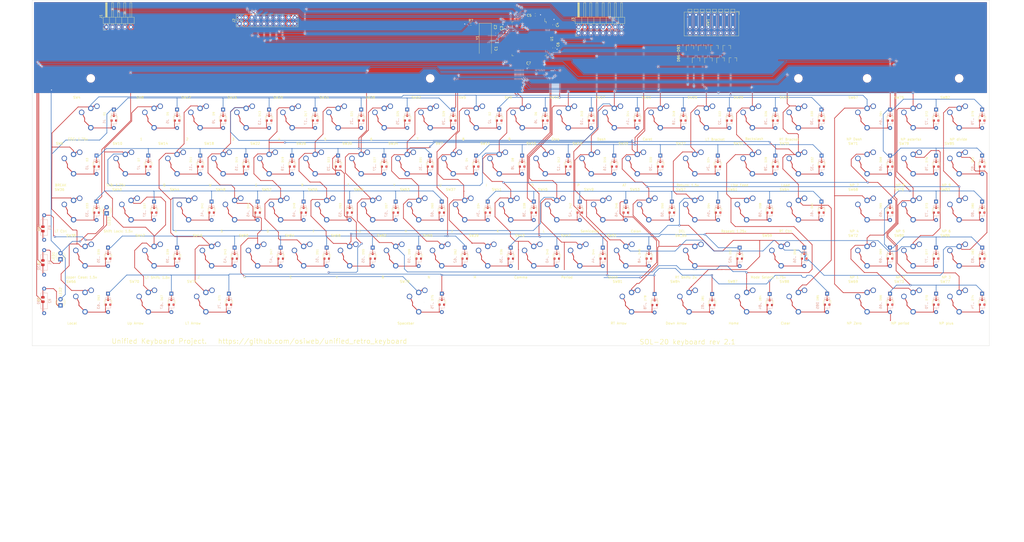
<source format=kicad_pcb>
(kicad_pcb (version 20171130) (host pcbnew "(5.1.9-0-10_14)")
  (title_block (title "Unified Retro Keyboard") (date 2021-02-01) (rev 2.1) (company OSIWeb.org) (comment 1 "SOL keyboard matrix"))
  (layers (0 F.Cu signal) (31 B.Cu signal) (34 B.Paste user) (35 F.Paste user) (36 B.SilkS user) (37 F.SilkS user) (38 B.Mask user) (39 F.Mask user) (44 Edge.Cuts user))
  (net 0 "")
  (net 1 /Row3)
  (net 2 /Row0)
  (net 3 /Row1)
  (net 4 "Net-(D5-Pad2)")
  (net 5 "Net-(D7-Pad2)")
  (net 6 "Net-(D8-Pad2)")
  (net 7 "Net-(D9-Pad2)")
  (net 8 "Net-(D10-Pad2)")
  (net 9 "Net-(D11-Pad2)")
  (net 10 "Net-(D12-Pad2)")
  (net 11 "Net-(D13-Pad2)")
  (net 12 "Net-(D14-Pad2)")
  (net 13 "Net-(D15-Pad2)")
  (net 14 "Net-(D16-Pad2)")
  (net 15 "Net-(D18-Pad2)")
  (net 16 "Net-(D19-Pad2)")
  (net 17 "Net-(D20-Pad2)")
  (net 18 "Net-(D22-Pad2)")
  (net 19 "Net-(D23-Pad2)")
  (net 20 "Net-(D24-Pad2)")
  (net 21 "Net-(D25-Pad2)")
  (net 22 "Net-(D26-Pad2)")
  (net 23 "Net-(D27-Pad2)")
  (net 24 "Net-(D28-Pad2)")
  (net 25 "Net-(D29-Pad2)")
  (net 26 "Net-(D30-Pad2)")
  (net 27 "Net-(D31-Pad2)")
  (net 28 "Net-(D32-Pad2)")
  (net 29 "Net-(D34-Pad2)")
  (net 30 "Net-(D36-Pad2)")
  (net 31 /Row4)
  (net 32 /Row5)
  (net 33 /Row7)
  (net 34 "Net-(D41-Pad2)")
  (net 35 "Net-(D42-Pad2)")
  (net 36 "Net-(D43-Pad2)")
  (net 37 "Net-(D45-Pad2)")
  (net 38 "Net-(D46-Pad2)")
  (net 39 "Net-(D47-Pad2)")
  (net 40 "Net-(D48-Pad2)")
  (net 41 "Net-(D49-Pad2)")
  (net 42 "Net-(D50-Pad2)")
  (net 43 "Net-(D51-Pad2)")
  (net 44 "Net-(D52-Pad2)")
  (net 45 "Net-(D53-Pad2)")
  (net 46 "Net-(D54-Pad2)")
  (net 47 "Net-(D55-Pad2)")
  (net 48 "Net-(D56-Pad2)")
  (net 49 "Net-(D57-Pad2)")
  (net 50 "Net-(D58-Pad2)")
  (net 51 "Net-(D59-Pad2)")
  (net 52 "Net-(D60-Pad2)")
  (net 53 "Net-(D61-Pad2)")
  (net 54 /Col0)
  (net 55 /Col1)
  (net 56 /Col2)
  (net 57 /Col3)
  (net 58 /Col4)
  (net 59 /Col5)
  (net 60 /Col6)
  (net 61 /Col7)
  (net 62 /Row6)
  (net 63 /Row2)
  (net 64 "Net-(D2-Pad2)")
  (net 65 "Net-(D3-Pad2)")
  (net 66 "Net-(D4-Pad2)")
  (net 67 "Net-(D6-Pad2)")
  (net 68 "Net-(D17-Pad2)")
  (net 69 "Net-(D21-Pad2)")
  (net 70 "Net-(D37-Pad2)")
  (net 71 "Net-(D38-Pad2)")
  (net 72 "Net-(D39-Pad2)")
  (net 73 "Net-(D40-Pad2)")
  (net 74 "Net-(D44-Pad2)")
  (net 75 "Net-(D1-Pad2)")
  (net 76 "Net-(D33-Pad2)")
  (net 77 "Net-(D35-Pad2)")
  (net 78 "Net-(D62-Pad2)")
  (net 79 "Net-(D63-Pad2)")
  (net 80 "Net-(D64-Pad2)")
  (net 81 "Net-(D65-Pad2)")
  (net 82 "Net-(D66-Pad2)")
  (net 83 "Net-(D67-Pad2)")
  (net 84 "Net-(D68-Pad2)")
  (net 85 "Net-(D69-Pad2)")
  (net 86 "Net-(D70-Pad2)")
  (net 87 "Net-(D71-Pad2)")
  (net 88 "Net-(D72-Pad2)")
  (net 89 "Net-(D73-Pad2)")
  (net 90 "Net-(D74-Pad2)")
  (net 91 "Net-(D75-Pad2)")
  (net 92 "Net-(D76-Pad2)")
  (net 93 "Net-(D77-Pad2)")
  (net 94 "Net-(D78-Pad2)")
  (net 95 "Net-(D79-Pad2)")
  (net 96 "Net-(D80-Pad2)")
  (net 97 "Net-(D81-Pad2)")
  (net 98 "Net-(D82-Pad2)")
  (net 99 "Net-(D83-Pad2)")
  (net 100 "Net-(D84-Pad2)")
  (net 101 "Net-(D85-Pad2)")
  (net 102 /Row11)
  (net 103 /Row12)
  (net 104 /Row10)
  (net 105 /Row9)
  (net 106 "Net-(LED1-Pad1)")
  (net 107 "Net-(LED2-Pad1)")
  (net 108 "Net-(LED3-Pad1)")
  (net 109 GND)
  (net 110 "Net-(C1-Pad1)")
  (net 111 "Net-(C2-Pad1)")
  (net 112 VCC)
  (net 113 "Net-(D86-Pad1)")
  (net 114 "Net-(D87-Pad1)")
  (net 115 "Net-(D88-Pad1)")
  (net 116 "Net-(D89-Pad1)")
  (net 117 "Net-(D90-Pad1)")
  (net 118 "Net-(D91-Pad1)")
  (net 119 "Net-(D92-Pad1)")
  (net 120 "Net-(D93-Pad1)")
  (net 121 "Net-(J3-Pad8)")
  (net 122 "Net-(J3-Pad7)")
  (net 123 "Net-(U1-Pad98)")
  (net 124 "Net-(U1-Pad97)")
  (net 125 "Net-(U1-Pad96)")
  (net 126 "Net-(U1-Pad95)")
  (net 127 "Net-(U1-Pad94)")
  (net 128 "Net-(U1-Pad89)")
  (net 129 "Net-(U1-Pad88)")
  (net 130 "Net-(U1-Pad87)")
  (net 131 "Net-(U1-Pad86)")
  (net 132 "Net-(U1-Pad85)")
  (net 133 "Net-(U1-Pad84)")
  (net 134 "Net-(U1-Pad83)")
  (net 135 "Net-(U1-Pad82)")
  (net 136 "Net-(U1-Pad70)")
  (net 137 "Net-(U1-Pad52)")
  (net 138 "Net-(U1-Pad51)")
  (net 139 "Net-(U1-Pad47)")
  (net 140 "Net-(U1-Pad46)")
  (net 141 "Net-(U1-Pad45)")
  (net 142 "Net-(U1-Pad44)")
  (net 143 "Net-(U1-Pad43)")
  (net 144 "Net-(U1-Pad42)")
  (net 145 "Net-(U1-Pad41)")
  (net 146 "Net-(U1-Pad40)")
  (net 147 "Net-(U1-Pad39)")
  (net 148 "Net-(U1-Pad38)")
  (net 149 "Net-(U1-Pad37)")
  (net 150 "Net-(U1-Pad36)")
  (net 151 "Net-(U1-Pad35)")
  (net 152 "Net-(U1-Pad29)")
  (net 153 "Net-(U1-Pad28)")
  (net 154 "Net-(U1-Pad19)")
  (net 155 "Net-(U1-Pad9)")
  (net 156 "Net-(U1-Pad8)")
  (net 157 "Net-(U1-Pad7)")
  (net 158 "Net-(U1-Pad6)")
  (net 159 "Net-(U1-Pad5)")
  (net 160 "Net-(U1-Pad4)")
  (net 161 "Net-(U1-Pad3)")
  (net 162 "Net-(U1-Pad2)")
  (net 163 "Net-(U1-Pad1)")
  (net 164 /encoder/OUT1)
  (net 165 /encoder/OUT2)
  (net 166 /encoder/OUT3)
  (net 167 /encoder/D7)
  (net 168 /encoder/D3)
  (net 169 /encoder/D6)
  (net 170 /encoder/D2)
  (net 171 /encoder/D5)
  (net 172 /encoder/D1)
  (net 173 /encoder/D4)
  (net 174 /encoder/D0)
  (net 175 /encoder/~STROBE)
  (net 176 /encoder/~RESET)
  (net 177 /encoder/MOSI)
  (net 178 /encoder/SCK)
  (net 179 /encoder/MISO)
  (net 180 /encoder/TDI)
  (net 181 /encoder/TMS)
  (net 182 /encoder/TDO)
  (net 183 /encoder/TCK)
  (net 184 /encoder/LED1)
  (net 185 /encoder/LED2)
  (net 186 /encoder/LED3)
  (net 187 /encoder/Row8)
  (net 188 /encoder/Row13)
  (net 189 /encoder/Row14)
  (net 190 /encoder/Row15)
  (module unikbd:SW_DIP_SPSTx08_oriented_backward (layer F.Cu) (at 381.508 87.757 270)
    (fp_text reference SW1 (at 3.175 10.287 90) (layer F.SilkS))
    (fp_text value Options)
    (pad 1 thru_hole rect (at 0 0 270) (size 1.6 1.6) (drill 0.8) (layers *.Cu *.Mask) (net 187 /encoder/Row8))
    (pad 9 thru_hole oval (at 7.62 17.78 270) (size 1.6 1.6) (drill 0.8) (layers *.Cu *.Mask) (net 115 "Net-(D88-Pad1)"))
    (pad 2 thru_hole oval (at 0 2.54 270) (size 1.6 1.6) (drill 0.8) (layers *.Cu *.Mask) (net 187 /encoder/Row8))
    (pad 10 thru_hole oval (at 7.62 15.24 270) (size 1.6 1.6) (drill 0.8) (layers *.Cu *.Mask) (net 120 "Net-(D93-Pad1)"))
    (pad 3 thru_hole oval (at 0 5.08 270) (size 1.6 1.6) (drill 0.8) (layers *.Cu *.Mask) (net 187 /encoder/Row8))
    (pad 11 thru_hole oval (at 7.62 12.7 270) (size 1.6 1.6) (drill 0.8) (layers *.Cu *.Mask) (net 114 "Net-(D87-Pad1)"))
    (pad 4 thru_hole oval (at 0 7.62 270) (size 1.6 1.6) (drill 0.8) (layers *.Cu *.Mask) (net 187 /encoder/Row8))
    (pad 12 thru_hole oval (at 7.62 10.16 270) (size 1.6 1.6) (drill 0.8) (layers *.Cu *.Mask) (net 119 "Net-(D92-Pad1)"))
    (pad 5 thru_hole oval (at 0 10.16 270) (size 1.6 1.6) (drill 0.8) (layers *.Cu *.Mask) (net 187 /encoder/Row8))
    (pad 13 thru_hole oval (at 7.62 7.62 270) (size 1.6 1.6) (drill 0.8) (layers *.Cu *.Mask) (net 113 "Net-(D86-Pad1)"))
    (pad 6 thru_hole oval (at 0 12.7 270) (size 1.6 1.6) (drill 0.8) (layers *.Cu *.Mask) (net 187 /encoder/Row8))
    (pad 14 thru_hole oval (at 7.62 5.08 270) (size 1.6 1.6) (drill 0.8) (layers *.Cu *.Mask) (net 118 "Net-(D91-Pad1)"))
    (pad 7 thru_hole oval (at 0 15.24 270) (size 1.6 1.6) (drill 0.8) (layers *.Cu *.Mask) (net 187 /encoder/Row8))
    (pad 15 thru_hole oval (at 7.62 2.54 270) (size 1.6 1.6) (drill 0.8) (layers *.Cu *.Mask) (net 116 "Net-(D89-Pad1)"))
    (pad 8 thru_hole oval (at 0 17.78 270) (size 1.6 1.6) (drill 0.8) (layers *.Cu *.Mask) (net 187 /encoder/Row8))
    (pad 16 thru_hole oval (at 7.62 0 270) (size 1.6 1.6) (drill 0.8) (layers *.Cu *.Mask) (net 117 "Net-(D90-Pad1)"))
    (pad 1 thru_hole oval (at 5.08 0 90) (size 6.679999 1.6) (drill 0.8 (offset 2.54 0)) (layers *.Cu *.Mask) (net 187 /encoder/Row8))
    (pad 3 thru_hole oval (at 5.08 2.54 90) (size 6.679999 1.6) (drill 0.8 (offset 2.54 0)) (layers *.Cu *.Mask) (net 187 /encoder/Row8))
    (pad 3 thru_hole oval (at 5.08 5.08 90) (size 6.679999 1.6) (drill 0.8 (offset 2.54 0)) (layers *.Cu *.Mask) (net 187 /encoder/Row8))
    (pad 6 thru_hole oval (at 5.08 12.7 90) (size 6.679999 1.6) (drill 0.8 (offset 2.54 0)) (layers *.Cu *.Mask) (net 187 /encoder/Row8))
    (pad 8 thru_hole oval (at 5.08 17.78 90) (size 6.679999 1.6) (drill 0.8 (offset 2.54 0)) (layers *.Cu *.Mask) (net 187 /encoder/Row8))
    (pad 4 thru_hole oval (at 5.08 7.62 90) (size 6.679999 1.6) (drill 0.8 (offset 2.54 0)) (layers *.Cu *.Mask) (net 187 /encoder/Row8))
    (pad 7 thru_hole oval (at 5.08 15.24 90) (size 6.679999 1.6) (drill 0.8 (offset 2.54 0)) (layers *.Cu *.Mask) (net 187 /encoder/Row8))
    (pad 5 thru_hole oval (at 5.08 10.16 90) (size 6.679999 1.6) (drill 0.8 (offset 2.54 0)) (layers *.Cu *.Mask) (net 187 /encoder/Row8))
  )
  (module unikbd:Key_MX_Spacebar_5.25 (layer F.Cu) (at 251.45238 206.79156)
    (fp_text reference SW78 (at -5.7912 -8.6106) (layer F.SilkS))
    (fp_text value Spacebar (at -5.334 8.6614) (layer F.SilkS))
    (fp_line (start -3.81 -2.5146) (end -2.54 0.0254) (layer F.Cu) (width 0.3048))
    (fp_line (start -2.54 0.0254) (end -2.54 1.2954) (layer F.Cu) (width 0.3048))
    (fp_line (start -2.54 1.2954) (end 0 3.8354) (layer F.Cu) (width 0.3048))
    (fp_line (start 1.651 -5.0546) (end 1.27 -5.0546) (layer F.Cu) (width 0.3048))
    (fp_line (start 1.27 -5.0546) (end 0.7366 -4.6482) (layer F.Cu) (width 0.3048))
    (pad "" np_thru_hole oval (at 66.675 -0.1016) (size 5 2) (drill oval 5 2) (layers *.Cu *.Mask))
    (pad "" np_thru_hole oval (at -66.675 -0.1016) (size 5 2) (drill oval 5 2) (layers *.Cu *.Mask))
    (pad "" np_thru_hole circle (at -66.675 8.3566) (size 3.9878 3.9878) (drill 3.9878) (layers *.Cu *.Mask))
    (pad "" np_thru_hole circle (at 66.675 -6.8834) (size 3.048 3.048) (drill 3.048) (layers *.Cu *.Mask))
    (pad "" np_thru_hole circle (at 66.675 8.3566) (size 3.9878 3.9878) (drill 3.9878) (layers *.Cu *.Mask))
    (pad "" np_thru_hole circle (at -66.675 -6.8834) (size 3.048 3.048) (drill 3.048) (layers *.Cu *.Mask))
    (pad 2 thru_hole circle (at 0 3.8989) (size 2.2352 2.2352) (drill 1.397) (layers *.Cu *.Mask) (net 91 "Net-(D75-Pad2)"))
    (pad 1 thru_hole circle (at 0 -4.1021) (size 2.2352 2.2352) (drill 1.397) (layers *.Cu *.Mask) (net 57 /Col3))
    (pad 3 thru_hole circle (at 2.54 -4.9784) (size 2.2352 2.2352) (drill 1.5748) (layers *.Cu *.Mask))
    (pad "" np_thru_hole circle (at -5.08 0.1016) (size 1.7018 1.7018) (drill 1.7018) (layers *.Cu *.Mask))
    (pad "" np_thru_hole circle (at 5.08 0.1016) (size 1.7018 1.7018) (drill 1.7018) (layers *.Cu *.Mask))
    (pad "" np_thru_hole circle (at 0 0.1016) (size 3.9878 3.9878) (drill 3.9878) (layers *.Cu *.Mask))
    (pad 4 thru_hole circle (at -3.81 -2.4384) (size 2.2352 2.2352) (drill 1.5748) (layers *.Cu *.Mask))
  )
  (module MountingHole:MountingHole_3.2mm_M3 (layer F.Cu) (at 256.51488 219.49156)
    (fp_text reference REF** hide)
    (fp_text value MountingHole_3.2mm_M3)
    (pad 1 np_thru_hole circle (at 0 0) (size 3.2 3.2) (drill 3.2) (layers *.Cu *.Mask))
  )
  (module unikbd:Key_MX (layer F.Cu) (at 437.06288 187.74156)
    (fp_text reference SW72 (at -5.7912 -8.6106) (layer F.SilkS))
    (fp_text value "NP 1" (at -5.334 8.6614) (layer F.SilkS))
    (fp_line (start 1.27 -5.08) (end 0.7366 -4.6736) (layer F.Cu) (width 0.3048))
    (fp_line (start 1.651 -5.08) (end 1.27 -5.08) (layer F.Cu) (width 0.3048))
    (fp_line (start -2.54 1.27) (end 0 3.81) (layer F.Cu) (width 0.3048))
    (fp_line (start -2.54 0) (end -2.54 1.27) (layer F.Cu) (width 0.3048))
    (fp_line (start -3.81 -2.54) (end -2.54 0) (layer F.Cu) (width 0.3048))
    (pad 2 thru_hole circle (at 0 3.8989) (size 2.2352 2.2352) (drill 1.397) (layers *.Cu *.Mask) (net 85 "Net-(D69-Pad2)"))
    (pad 1 thru_hole circle (at 0 -4.1021) (size 2.2352 2.2352) (drill 1.397) (layers *.Cu *.Mask) (net 55 /Col1))
    (pad 3 thru_hole circle (at 2.54 -4.9784) (size 2.2352 2.2352) (drill 1.5748) (layers *.Cu *.Mask))
    (pad "" np_thru_hole circle (at -5.08 0.1016) (size 1.7018 1.7018) (drill 1.7018) (layers *.Cu *.Mask))
    (pad "" np_thru_hole circle (at 5.08 0.1016) (size 1.7018 1.7018) (drill 1.7018) (layers *.Cu *.Mask))
    (pad "" np_thru_hole circle (at 0 0.1016) (size 3.9878 3.9878) (drill 3.9878) (layers *.Cu *.Mask))
    (pad 4 thru_hole circle (at -3.81 -2.4384) (size 2.2352 2.2352) (drill 1.5748) (layers *.Cu *.Mask))
  )
  (module unikbd:Key_MX (layer F.Cu) (at 365.75238 168.69156)
    (fp_text reference SW57 (at -5.7912 -8.6106) (layer F.SilkS))
    (fp_text value DEL (at -5.334 8.6614) (layer F.SilkS))
    (fp_line (start 1.27 -5.08) (end 0.7366 -4.6736) (layer F.Cu) (width 0.3048))
    (fp_line (start 1.651 -5.08) (end 1.27 -5.08) (layer F.Cu) (width 0.3048))
    (fp_line (start -2.54 1.27) (end 0 3.81) (layer F.Cu) (width 0.3048))
    (fp_line (start -2.54 0) (end -2.54 1.27) (layer F.Cu) (width 0.3048))
    (fp_line (start -3.81 -2.54) (end -2.54 0) (layer F.Cu) (width 0.3048))
    (pad 2 thru_hole circle (at 0 3.8989) (size 2.2352 2.2352) (drill 1.397) (layers *.Cu *.Mask) (net 46 "Net-(D54-Pad2)"))
    (pad 1 thru_hole circle (at 0 -4.1021) (size 2.2352 2.2352) (drill 1.397) (layers *.Cu *.Mask) (net 59 /Col5))
    (pad 3 thru_hole circle (at 2.54 -4.9784) (size 2.2352 2.2352) (drill 1.5748) (layers *.Cu *.Mask))
    (pad "" np_thru_hole circle (at -5.08 0.1016) (size 1.7018 1.7018) (drill 1.7018) (layers *.Cu *.Mask))
    (pad "" np_thru_hole circle (at 5.08 0.1016) (size 1.7018 1.7018) (drill 1.7018) (layers *.Cu *.Mask))
    (pad "" np_thru_hole circle (at 0 0.1016) (size 3.9878 3.9878) (drill 3.9878) (layers *.Cu *.Mask))
    (pad 4 thru_hole circle (at -3.81 -2.4384) (size 2.2352 2.2352) (drill 1.5748) (layers *.Cu *.Mask))
  )
  (module unikbd:Key_MX (layer F.Cu) (at 203.82738 187.74156)
    (fp_text reference SW54 (at -5.7912 -8.6106) (layer F.SilkS))
    (fp_text value C (at -5.334 8.6614) (layer F.SilkS))
    (fp_line (start 1.27 -5.08) (end 0.7366 -4.6736) (layer F.Cu) (width 0.3048))
    (fp_line (start 1.651 -5.08) (end 1.27 -5.08) (layer F.Cu) (width 0.3048))
    (fp_line (start -2.54 1.27) (end 0 3.81) (layer F.Cu) (width 0.3048))
    (fp_line (start -2.54 0) (end -2.54 1.27) (layer F.Cu) (width 0.3048))
    (fp_line (start -3.81 -2.54) (end -2.54 0) (layer F.Cu) (width 0.3048))
    (pad 2 thru_hole circle (at 0 3.8989) (size 2.2352 2.2352) (drill 1.397) (layers *.Cu *.Mask) (net 43 "Net-(D51-Pad2)"))
    (pad 1 thru_hole circle (at 0 -4.1021) (size 2.2352 2.2352) (drill 1.397) (layers *.Cu *.Mask) (net 58 /Col4))
    (pad 3 thru_hole circle (at 2.54 -4.9784) (size 2.2352 2.2352) (drill 1.5748) (layers *.Cu *.Mask))
    (pad "" np_thru_hole circle (at -5.08 0.1016) (size 1.7018 1.7018) (drill 1.7018) (layers *.Cu *.Mask))
    (pad "" np_thru_hole circle (at 5.08 0.1016) (size 1.7018 1.7018) (drill 1.7018) (layers *.Cu *.Mask))
    (pad "" np_thru_hole circle (at 0 0.1016) (size 3.9878 3.9878) (drill 3.9878) (layers *.Cu *.Mask))
    (pad 4 thru_hole circle (at -3.81 -2.4384) (size 2.2352 2.2352) (drill 1.5748) (layers *.Cu *.Mask))
  )
  (module unikbd:Key_MX (layer F.Cu) (at 163.34613 206.79156)
    (fp_text reference SW74 (at -5.7912 -8.6106) (layer F.SilkS))
    (fp_text value "LT Arrow" (at -5.334 8.6614) (layer F.SilkS))
    (fp_line (start 1.27 -5.08) (end 0.7366 -4.6736) (layer F.Cu) (width 0.3048))
    (fp_line (start 1.651 -5.08) (end 1.27 -5.08) (layer F.Cu) (width 0.3048))
    (fp_line (start -2.54 1.27) (end 0 3.81) (layer F.Cu) (width 0.3048))
    (fp_line (start -2.54 0) (end -2.54 1.27) (layer F.Cu) (width 0.3048))
    (fp_line (start -3.81 -2.54) (end -2.54 0) (layer F.Cu) (width 0.3048))
    (pad 2 thru_hole circle (at 0 3.8989) (size 2.2352 2.2352) (drill 1.397) (layers *.Cu *.Mask) (net 87 "Net-(D71-Pad2)"))
    (pad 1 thru_hole circle (at 0 -4.1021) (size 2.2352 2.2352) (drill 1.397) (layers *.Cu *.Mask) (net 56 /Col2))
    (pad 3 thru_hole circle (at 2.54 -4.9784) (size 2.2352 2.2352) (drill 1.5748) (layers *.Cu *.Mask))
    (pad "" np_thru_hole circle (at -5.08 0.1016) (size 1.7018 1.7018) (drill 1.7018) (layers *.Cu *.Mask))
    (pad "" np_thru_hole circle (at 5.08 0.1016) (size 1.7018 1.7018) (drill 1.7018) (layers *.Cu *.Mask))
    (pad "" np_thru_hole circle (at 0 0.1016) (size 3.9878 3.9878) (drill 3.9878) (layers *.Cu *.Mask))
    (pad 4 thru_hole circle (at -3.81 -2.4384) (size 2.2352 2.2352) (drill 1.5748) (layers *.Cu *.Mask))
  )
  (module unikbd:Key_MX (layer F.Cu) (at 475.16288 149.64156)
    (fp_text reference SW85 (at -4.03098 -8.56996) (layer F.SilkS))
    (fp_text value "NP 9" (at -5.334 8.6614) (layer F.SilkS))
    (fp_line (start 1.27 -5.08) (end 0.7366 -4.6736) (layer F.Cu) (width 0.3048))
    (fp_line (start 1.651 -5.08) (end 1.27 -5.08) (layer F.Cu) (width 0.3048))
    (fp_line (start -2.54 1.27) (end 0 3.81) (layer F.Cu) (width 0.3048))
    (fp_line (start -2.54 0) (end -2.54 1.27) (layer F.Cu) (width 0.3048))
    (fp_line (start -3.81 -2.54) (end -2.54 0) (layer F.Cu) (width 0.3048))
    (pad 2 thru_hole circle (at 0 3.8989) (size 2.2352 2.2352) (drill 1.397) (layers *.Cu *.Mask) (net 98 "Net-(D82-Pad2)"))
    (pad 1 thru_hole circle (at 0 -4.1021) (size 2.2352 2.2352) (drill 1.397) (layers *.Cu *.Mask) (net 59 /Col5))
    (pad 3 thru_hole circle (at 2.54 -4.9784) (size 2.2352 2.2352) (drill 1.5748) (layers *.Cu *.Mask))
    (pad "" np_thru_hole circle (at -5.08 0.1016) (size 1.7018 1.7018) (drill 1.7018) (layers *.Cu *.Mask))
    (pad "" np_thru_hole circle (at 5.08 0.1016) (size 1.7018 1.7018) (drill 1.7018) (layers *.Cu *.Mask))
    (pad "" np_thru_hole circle (at 0 0.1016) (size 3.9878 3.9878) (drill 3.9878) (layers *.Cu *.Mask))
    (pad 4 thru_hole circle (at -3.81 -2.4384) (size 2.2352 2.2352) (drill 1.5748) (layers *.Cu *.Mask))
  )
  (module unikbd:Key_MX (layer F.Cu) (at 227.63988 149.64156)
    (fp_text reference SW30 (at -5.7912 -8.6106) (layer F.SilkS))
    (fp_text value T (at -5.334 8.6614) (layer F.SilkS))
    (fp_line (start 1.27 -5.08) (end 0.7366 -4.6736) (layer F.Cu) (width 0.3048))
    (fp_line (start 1.651 -5.08) (end 1.27 -5.08) (layer F.Cu) (width 0.3048))
    (fp_line (start -2.54 1.27) (end 0 3.81) (layer F.Cu) (width 0.3048))
    (fp_line (start -2.54 0) (end -2.54 1.27) (layer F.Cu) (width 0.3048))
    (fp_line (start -3.81 -2.54) (end -2.54 0) (layer F.Cu) (width 0.3048))
    (pad 2 thru_hole circle (at 0 3.8989) (size 2.2352 2.2352) (drill 1.397) (layers *.Cu *.Mask) (net 23 "Net-(D27-Pad2)"))
    (pad 1 thru_hole circle (at 0 -4.1021) (size 2.2352 2.2352) (drill 1.397) (layers *.Cu *.Mask) (net 60 /Col6))
    (pad 3 thru_hole circle (at 2.54 -4.9784) (size 2.2352 2.2352) (drill 1.5748) (layers *.Cu *.Mask))
    (pad "" np_thru_hole circle (at -5.08 0.1016) (size 1.7018 1.7018) (drill 1.7018) (layers *.Cu *.Mask))
    (pad "" np_thru_hole circle (at 5.08 0.1016) (size 1.7018 1.7018) (drill 1.7018) (layers *.Cu *.Mask))
    (pad "" np_thru_hole circle (at 0 0.1016) (size 3.9878 3.9878) (drill 3.9878) (layers *.Cu *.Mask))
    (pad 4 thru_hole circle (at -3.81 -2.4384) (size 2.2352 2.2352) (drill 1.5748) (layers *.Cu *.Mask))
  )
  (module unikbd:Key_MX (layer F.Cu) (at 408.61488 206.79156)
    (fp_text reference SW88 (at -5.7912 -8.6106) (layer F.SilkS))
    (fp_text value Clear (at -5.334 8.6614) (layer F.SilkS))
    (fp_line (start 1.27 -5.08) (end 0.7366 -4.6736) (layer F.Cu) (width 0.3048))
    (fp_line (start 1.651 -5.08) (end 1.27 -5.08) (layer F.Cu) (width 0.3048))
    (fp_line (start -2.54 1.27) (end 0 3.81) (layer F.Cu) (width 0.3048))
    (fp_line (start -2.54 0) (end -2.54 1.27) (layer F.Cu) (width 0.3048))
    (fp_line (start -3.81 -2.54) (end -2.54 0) (layer F.Cu) (width 0.3048))
    (pad 2 thru_hole circle (at 0 3.8989) (size 2.2352 2.2352) (drill 1.397) (layers *.Cu *.Mask) (net 101 "Net-(D85-Pad2)"))
    (pad 1 thru_hole circle (at 0 -4.1021) (size 2.2352 2.2352) (drill 1.397) (layers *.Cu *.Mask) (net 61 /Col7))
    (pad 3 thru_hole circle (at 2.54 -4.9784) (size 2.2352 2.2352) (drill 1.5748) (layers *.Cu *.Mask))
    (pad "" np_thru_hole circle (at -5.08 0.1016) (size 1.7018 1.7018) (drill 1.7018) (layers *.Cu *.Mask))
    (pad "" np_thru_hole circle (at 5.08 0.1016) (size 1.7018 1.7018) (drill 1.7018) (layers *.Cu *.Mask))
    (pad "" np_thru_hole circle (at 0 0.1016) (size 3.9878 3.9878) (drill 3.9878) (layers *.Cu *.Mask))
    (pad 4 thru_hole circle (at -3.81 -2.4384) (size 2.2352 2.2352) (drill 1.5748) (layers *.Cu *.Mask))
  )
  (module unikbd:Key_MX (layer F.Cu) (at 387.18363 206.79156)
    (fp_text reference SW87 (at -5.7912 -8.6106) (layer F.SilkS))
    (fp_text value Home (at -5.334 8.6614) (layer F.SilkS))
    (fp_line (start 1.27 -5.08) (end 0.7366 -4.6736) (layer F.Cu) (width 0.3048))
    (fp_line (start 1.651 -5.08) (end 1.27 -5.08) (layer F.Cu) (width 0.3048))
    (fp_line (start -2.54 1.27) (end 0 3.81) (layer F.Cu) (width 0.3048))
    (fp_line (start -2.54 0) (end -2.54 1.27) (layer F.Cu) (width 0.3048))
    (fp_line (start -3.81 -2.54) (end -2.54 0) (layer F.Cu) (width 0.3048))
    (pad 2 thru_hole circle (at 0 3.8989) (size 2.2352 2.2352) (drill 1.397) (layers *.Cu *.Mask) (net 100 "Net-(D84-Pad2)"))
    (pad 1 thru_hole circle (at 0 -4.1021) (size 2.2352 2.2352) (drill 1.397) (layers *.Cu *.Mask) (net 60 /Col6))
    (pad 3 thru_hole circle (at 2.54 -4.9784) (size 2.2352 2.2352) (drill 1.5748) (layers *.Cu *.Mask))
    (pad "" np_thru_hole circle (at -5.08 0.1016) (size 1.7018 1.7018) (drill 1.7018) (layers *.Cu *.Mask))
    (pad "" np_thru_hole circle (at 5.08 0.1016) (size 1.7018 1.7018) (drill 1.7018) (layers *.Cu *.Mask))
    (pad "" np_thru_hole circle (at 0 0.1016) (size 3.9878 3.9878) (drill 3.9878) (layers *.Cu *.Mask))
    (pad 4 thru_hole circle (at -3.81 -2.4384) (size 2.2352 2.2352) (drill 1.5748) (layers *.Cu *.Mask))
  )
  (module unikbd:Key_MX (layer F.Cu) (at 475.16288 187.74156)
    (fp_text reference SW86 (at -5.7912 -8.6106) (layer F.SilkS))
    (fp_text value "NP 3" (at -5.334 8.6614) (layer F.SilkS))
    (fp_line (start 1.27 -5.08) (end 0.7366 -4.6736) (layer F.Cu) (width 0.3048))
    (fp_line (start 1.651 -5.08) (end 1.27 -5.08) (layer F.Cu) (width 0.3048))
    (fp_line (start -2.54 1.27) (end 0 3.81) (layer F.Cu) (width 0.3048))
    (fp_line (start -2.54 0) (end -2.54 1.27) (layer F.Cu) (width 0.3048))
    (fp_line (start -3.81 -2.54) (end -2.54 0) (layer F.Cu) (width 0.3048))
    (pad 2 thru_hole circle (at 0 3.8989) (size 2.2352 2.2352) (drill 1.397) (layers *.Cu *.Mask) (net 99 "Net-(D83-Pad2)"))
    (pad 1 thru_hole circle (at 0 -4.1021) (size 2.2352 2.2352) (drill 1.397) (layers *.Cu *.Mask) (net 59 /Col5))
    (pad 3 thru_hole circle (at 2.54 -4.9784) (size 2.2352 2.2352) (drill 1.5748) (layers *.Cu *.Mask))
    (pad "" np_thru_hole circle (at -5.08 0.1016) (size 1.7018 1.7018) (drill 1.7018) (layers *.Cu *.Mask))
    (pad "" np_thru_hole circle (at 5.08 0.1016) (size 1.7018 1.7018) (drill 1.7018) (layers *.Cu *.Mask))
    (pad "" np_thru_hole circle (at 0 0.1016) (size 3.9878 3.9878) (drill 3.9878) (layers *.Cu *.Mask))
    (pad 4 thru_hole circle (at -3.81 -2.4384) (size 2.2352 2.2352) (drill 1.5748) (layers *.Cu *.Mask))
  )
  (module unikbd:Key_MX (layer F.Cu) (at 363.37113 206.79156)
    (fp_text reference SW84 (at -5.7912 -8.6106) (layer F.SilkS))
    (fp_text value "Down Arrow" (at -5.334 8.6614) (layer F.SilkS))
    (fp_line (start 1.27 -5.08) (end 0.7366 -4.6736) (layer F.Cu) (width 0.3048))
    (fp_line (start 1.651 -5.08) (end 1.27 -5.08) (layer F.Cu) (width 0.3048))
    (fp_line (start -2.54 1.27) (end 0 3.81) (layer F.Cu) (width 0.3048))
    (fp_line (start -2.54 0) (end -2.54 1.27) (layer F.Cu) (width 0.3048))
    (fp_line (start -3.81 -2.54) (end -2.54 0) (layer F.Cu) (width 0.3048))
    (pad 2 thru_hole circle (at 0 3.8989) (size 2.2352 2.2352) (drill 1.397) (layers *.Cu *.Mask) (net 97 "Net-(D81-Pad2)"))
    (pad 1 thru_hole circle (at 0 -4.1021) (size 2.2352 2.2352) (drill 1.397) (layers *.Cu *.Mask) (net 59 /Col5))
    (pad 3 thru_hole circle (at 2.54 -4.9784) (size 2.2352 2.2352) (drill 1.5748) (layers *.Cu *.Mask))
    (pad "" np_thru_hole circle (at -5.08 0.1016) (size 1.7018 1.7018) (drill 1.7018) (layers *.Cu *.Mask))
    (pad "" np_thru_hole circle (at 5.08 0.1016) (size 1.7018 1.7018) (drill 1.7018) (layers *.Cu *.Mask))
    (pad "" np_thru_hole circle (at 0 0.1016) (size 3.9878 3.9878) (drill 3.9878) (layers *.Cu *.Mask))
    (pad 4 thru_hole circle (at -3.81 -2.4384) (size 2.2352 2.2352) (drill 1.5748) (layers *.Cu *.Mask))
  )
  (module unikbd:Key_MX (layer F.Cu) (at 475.16288 168.69156)
    (fp_text reference SW83 (at -5.7912 -8.6106) (layer F.SilkS))
    (fp_text value "NP 6" (at -5.334 8.6614) (layer F.SilkS))
    (fp_line (start 1.27 -5.08) (end 0.7366 -4.6736) (layer F.Cu) (width 0.3048))
    (fp_line (start 1.651 -5.08) (end 1.27 -5.08) (layer F.Cu) (width 0.3048))
    (fp_line (start -2.54 1.27) (end 0 3.81) (layer F.Cu) (width 0.3048))
    (fp_line (start -2.54 0) (end -2.54 1.27) (layer F.Cu) (width 0.3048))
    (fp_line (start -3.81 -2.54) (end -2.54 0) (layer F.Cu) (width 0.3048))
    (pad 2 thru_hole circle (at 0 3.8989) (size 2.2352 2.2352) (drill 1.397) (layers *.Cu *.Mask) (net 96 "Net-(D80-Pad2)"))
    (pad 1 thru_hole circle (at 0 -4.1021) (size 2.2352 2.2352) (drill 1.397) (layers *.Cu *.Mask) (net 58 /Col4))
    (pad 3 thru_hole circle (at 2.54 -4.9784) (size 2.2352 2.2352) (drill 1.5748) (layers *.Cu *.Mask))
    (pad "" np_thru_hole circle (at -5.08 0.1016) (size 1.7018 1.7018) (drill 1.7018) (layers *.Cu *.Mask))
    (pad "" np_thru_hole circle (at 5.08 0.1016) (size 1.7018 1.7018) (drill 1.7018) (layers *.Cu *.Mask))
    (pad "" np_thru_hole circle (at 0 0.1016) (size 3.9878 3.9878) (drill 3.9878) (layers *.Cu *.Mask))
    (pad 4 thru_hole circle (at -3.81 -2.4384) (size 2.2352 2.2352) (drill 1.5748) (layers *.Cu *.Mask))
  )
  (module unikbd:Key_MX (layer F.Cu) (at 475.16288 130.59156)
    (fp_text reference SW82 (at -5.7912 -8.6106) (layer F.SilkS))
    (fp_text value "NP divide" (at -0.29718 8.72744) (layer F.SilkS))
    (fp_line (start 1.27 -5.08) (end 0.7366 -4.6736) (layer F.Cu) (width 0.3048))
    (fp_line (start 1.651 -5.08) (end 1.27 -5.08) (layer F.Cu) (width 0.3048))
    (fp_line (start -2.54 1.27) (end 0 3.81) (layer F.Cu) (width 0.3048))
    (fp_line (start -2.54 0) (end -2.54 1.27) (layer F.Cu) (width 0.3048))
    (fp_line (start -3.81 -2.54) (end -2.54 0) (layer F.Cu) (width 0.3048))
    (pad 2 thru_hole circle (at 0 3.8989) (size 2.2352 2.2352) (drill 1.397) (layers *.Cu *.Mask) (net 95 "Net-(D79-Pad2)"))
    (pad 1 thru_hole circle (at 0 -4.1021) (size 2.2352 2.2352) (drill 1.397) (layers *.Cu *.Mask) (net 58 /Col4))
    (pad 3 thru_hole circle (at 2.54 -4.9784) (size 2.2352 2.2352) (drill 1.5748) (layers *.Cu *.Mask))
    (pad "" np_thru_hole circle (at -5.08 0.1016) (size 1.7018 1.7018) (drill 1.7018) (layers *.Cu *.Mask))
    (pad "" np_thru_hole circle (at 5.08 0.1016) (size 1.7018 1.7018) (drill 1.7018) (layers *.Cu *.Mask))
    (pad "" np_thru_hole circle (at 0 0.1016) (size 3.9878 3.9878) (drill 3.9878) (layers *.Cu *.Mask))
    (pad 4 thru_hole circle (at -3.81 -2.4384) (size 2.2352 2.2352) (drill 1.5748) (layers *.Cu *.Mask))
  )
  (module unikbd:Key_MX (layer F.Cu) (at 339.55863 206.79156)
    (fp_text reference SW81 (at -5.7912 -8.6106) (layer F.SilkS))
    (fp_text value "RT Arrow" (at -5.334 8.6614) (layer F.SilkS))
    (fp_line (start 1.27 -5.08) (end 0.7366 -4.6736) (layer F.Cu) (width 0.3048))
    (fp_line (start 1.651 -5.08) (end 1.27 -5.08) (layer F.Cu) (width 0.3048))
    (fp_line (start -2.54 1.27) (end 0 3.81) (layer F.Cu) (width 0.3048))
    (fp_line (start -2.54 0) (end -2.54 1.27) (layer F.Cu) (width 0.3048))
    (fp_line (start -3.81 -2.54) (end -2.54 0) (layer F.Cu) (width 0.3048))
    (pad 2 thru_hole circle (at 0 3.8989) (size 2.2352 2.2352) (drill 1.397) (layers *.Cu *.Mask) (net 94 "Net-(D78-Pad2)"))
    (pad 1 thru_hole circle (at 0 -4.1021) (size 2.2352 2.2352) (drill 1.397) (layers *.Cu *.Mask) (net 58 /Col4))
    (pad 3 thru_hole circle (at 2.54 -4.9784) (size 2.2352 2.2352) (drill 1.5748) (layers *.Cu *.Mask))
    (pad "" np_thru_hole circle (at -5.08 0.1016) (size 1.7018 1.7018) (drill 1.7018) (layers *.Cu *.Mask))
    (pad "" np_thru_hole circle (at 5.08 0.1016) (size 1.7018 1.7018) (drill 1.7018) (layers *.Cu *.Mask))
    (pad "" np_thru_hole circle (at 0 0.1016) (size 3.9878 3.9878) (drill 3.9878) (layers *.Cu *.Mask))
    (pad 4 thru_hole circle (at -3.81 -2.4384) (size 2.2352 2.2352) (drill 1.5748) (layers *.Cu *.Mask))
  )
  (module unikbd:Key_MX (layer F.Cu) (at 456.11288 187.74156)
    (fp_text reference SW80 (at -5.7912 -8.6106) (layer F.SilkS))
    (fp_text value "NP 2" (at -5.334 8.6614) (layer F.SilkS))
    (fp_line (start 1.27 -5.08) (end 0.7366 -4.6736) (layer F.Cu) (width 0.3048))
    (fp_line (start 1.651 -5.08) (end 1.27 -5.08) (layer F.Cu) (width 0.3048))
    (fp_line (start -2.54 1.27) (end 0 3.81) (layer F.Cu) (width 0.3048))
    (fp_line (start -2.54 0) (end -2.54 1.27) (layer F.Cu) (width 0.3048))
    (fp_line (start -3.81 -2.54) (end -2.54 0) (layer F.Cu) (width 0.3048))
    (pad 2 thru_hole circle (at 0 3.8989) (size 2.2352 2.2352) (drill 1.397) (layers *.Cu *.Mask) (net 93 "Net-(D77-Pad2)"))
    (pad 1 thru_hole circle (at 0 -4.1021) (size 2.2352 2.2352) (drill 1.397) (layers *.Cu *.Mask) (net 57 /Col3))
    (pad 3 thru_hole circle (at 2.54 -4.9784) (size 2.2352 2.2352) (drill 1.5748) (layers *.Cu *.Mask))
    (pad "" np_thru_hole circle (at -5.08 0.1016) (size 1.7018 1.7018) (drill 1.7018) (layers *.Cu *.Mask))
    (pad "" np_thru_hole circle (at 5.08 0.1016) (size 1.7018 1.7018) (drill 1.7018) (layers *.Cu *.Mask))
    (pad "" np_thru_hole circle (at 0 0.1016) (size 3.9878 3.9878) (drill 3.9878) (layers *.Cu *.Mask))
    (pad 4 thru_hole circle (at -3.81 -2.4384) (size 2.2352 2.2352) (drill 1.5748) (layers *.Cu *.Mask))
  )
  (module unikbd:Key_MX (layer F.Cu) (at 456.11288 149.64156)
    (fp_text reference SW79 (at -3.75158 -8.56996) (layer F.SilkS))
    (fp_text value "NP 8" (at -5.334 8.6614) (layer F.SilkS))
    (fp_line (start 1.27 -5.08) (end 0.7366 -4.6736) (layer F.Cu) (width 0.3048))
    (fp_line (start 1.651 -5.08) (end 1.27 -5.08) (layer F.Cu) (width 0.3048))
    (fp_line (start -2.54 1.27) (end 0 3.81) (layer F.Cu) (width 0.3048))
    (fp_line (start -2.54 0) (end -2.54 1.27) (layer F.Cu) (width 0.3048))
    (fp_line (start -3.81 -2.54) (end -2.54 0) (layer F.Cu) (width 0.3048))
    (pad 2 thru_hole circle (at 0 3.8989) (size 2.2352 2.2352) (drill 1.397) (layers *.Cu *.Mask) (net 92 "Net-(D76-Pad2)"))
    (pad 1 thru_hole circle (at 0 -4.1021) (size 2.2352 2.2352) (drill 1.397) (layers *.Cu *.Mask) (net 57 /Col3))
    (pad 3 thru_hole circle (at 2.54 -4.9784) (size 2.2352 2.2352) (drill 1.5748) (layers *.Cu *.Mask))
    (pad "" np_thru_hole circle (at -5.08 0.1016) (size 1.7018 1.7018) (drill 1.7018) (layers *.Cu *.Mask))
    (pad "" np_thru_hole circle (at 5.08 0.1016) (size 1.7018 1.7018) (drill 1.7018) (layers *.Cu *.Mask))
    (pad "" np_thru_hole circle (at 0 0.1016) (size 3.9878 3.9878) (drill 3.9878) (layers *.Cu *.Mask))
    (pad 4 thru_hole circle (at -3.81 -2.4384) (size 2.2352 2.2352) (drill 1.5748) (layers *.Cu *.Mask))
  )
  (module unikbd:Key_MX (layer F.Cu) (at 475.16288 206.79156)
    (fp_text reference SW77 (at -5.7912 -8.6106) (layer F.SilkS))
    (fp_text value "NP plus" (at -5.334 8.6614) (layer F.SilkS))
    (fp_line (start 1.27 -5.08) (end 0.7366 -4.6736) (layer F.Cu) (width 0.3048))
    (fp_line (start 1.651 -5.08) (end 1.27 -5.08) (layer F.Cu) (width 0.3048))
    (fp_line (start -2.54 1.27) (end 0 3.81) (layer F.Cu) (width 0.3048))
    (fp_line (start -2.54 0) (end -2.54 1.27) (layer F.Cu) (width 0.3048))
    (fp_line (start -3.81 -2.54) (end -2.54 0) (layer F.Cu) (width 0.3048))
    (pad 2 thru_hole circle (at 0 3.8989) (size 2.2352 2.2352) (drill 1.397) (layers *.Cu *.Mask) (net 90 "Net-(D74-Pad2)"))
    (pad 1 thru_hole circle (at 0 -4.1021) (size 2.2352 2.2352) (drill 1.397) (layers *.Cu *.Mask) (net 56 /Col2))
    (pad 3 thru_hole circle (at 2.54 -4.9784) (size 2.2352 2.2352) (drill 1.5748) (layers *.Cu *.Mask))
    (pad "" np_thru_hole circle (at -5.08 0.1016) (size 1.7018 1.7018) (drill 1.7018) (layers *.Cu *.Mask))
    (pad "" np_thru_hole circle (at 5.08 0.1016) (size 1.7018 1.7018) (drill 1.7018) (layers *.Cu *.Mask))
    (pad "" np_thru_hole circle (at 0 0.1016) (size 3.9878 3.9878) (drill 3.9878) (layers *.Cu *.Mask))
    (pad 4 thru_hole circle (at -3.81 -2.4384) (size 2.2352 2.2352) (drill 1.5748) (layers *.Cu *.Mask))
  )
  (module unikbd:Key_MX (layer F.Cu) (at 456.11288 168.69156)
    (fp_text reference SW76 (at -5.7912 -8.6106) (layer F.SilkS))
    (fp_text value "NP 5" (at -5.334 8.6614) (layer F.SilkS))
    (fp_line (start 1.27 -5.08) (end 0.7366 -4.6736) (layer F.Cu) (width 0.3048))
    (fp_line (start 1.651 -5.08) (end 1.27 -5.08) (layer F.Cu) (width 0.3048))
    (fp_line (start -2.54 1.27) (end 0 3.81) (layer F.Cu) (width 0.3048))
    (fp_line (start -2.54 0) (end -2.54 1.27) (layer F.Cu) (width 0.3048))
    (fp_line (start -3.81 -2.54) (end -2.54 0) (layer F.Cu) (width 0.3048))
    (pad 2 thru_hole circle (at 0 3.8989) (size 2.2352 2.2352) (drill 1.397) (layers *.Cu *.Mask) (net 89 "Net-(D73-Pad2)"))
    (pad 1 thru_hole circle (at 0 -4.1021) (size 2.2352 2.2352) (drill 1.397) (layers *.Cu *.Mask) (net 56 /Col2))
    (pad 3 thru_hole circle (at 2.54 -4.9784) (size 2.2352 2.2352) (drill 1.5748) (layers *.Cu *.Mask))
    (pad "" np_thru_hole circle (at -5.08 0.1016) (size 1.7018 1.7018) (drill 1.7018) (layers *.Cu *.Mask))
    (pad "" np_thru_hole circle (at 5.08 0.1016) (size 1.7018 1.7018) (drill 1.7018) (layers *.Cu *.Mask))
    (pad "" np_thru_hole circle (at 0 0.1016) (size 3.9878 3.9878) (drill 3.9878) (layers *.Cu *.Mask))
    (pad 4 thru_hole circle (at -3.81 -2.4384) (size 2.2352 2.2352) (drill 1.5748) (layers *.Cu *.Mask))
  )
  (module unikbd:Key_MX (layer F.Cu) (at 456.11288 130.59156)
    (fp_text reference SW75 (at -5.7912 -8.6106) (layer F.SilkS))
    (fp_text value "NP asterisk" (at -0.88138 8.72744) (layer F.SilkS))
    (fp_line (start 1.27 -5.08) (end 0.7366 -4.6736) (layer F.Cu) (width 0.3048))
    (fp_line (start 1.651 -5.08) (end 1.27 -5.08) (layer F.Cu) (width 0.3048))
    (fp_line (start -2.54 1.27) (end 0 3.81) (layer F.Cu) (width 0.3048))
    (fp_line (start -2.54 0) (end -2.54 1.27) (layer F.Cu) (width 0.3048))
    (fp_line (start -3.81 -2.54) (end -2.54 0) (layer F.Cu) (width 0.3048))
    (pad 2 thru_hole circle (at 0 3.8989) (size 2.2352 2.2352) (drill 1.397) (layers *.Cu *.Mask) (net 88 "Net-(D72-Pad2)"))
    (pad 1 thru_hole circle (at 0 -4.1021) (size 2.2352 2.2352) (drill 1.397) (layers *.Cu *.Mask) (net 56 /Col2))
    (pad 3 thru_hole circle (at 2.54 -4.9784) (size 2.2352 2.2352) (drill 1.5748) (layers *.Cu *.Mask))
    (pad "" np_thru_hole circle (at -5.08 0.1016) (size 1.7018 1.7018) (drill 1.7018) (layers *.Cu *.Mask))
    (pad "" np_thru_hole circle (at 5.08 0.1016) (size 1.7018 1.7018) (drill 1.7018) (layers *.Cu *.Mask))
    (pad "" np_thru_hole circle (at 0 0.1016) (size 3.9878 3.9878) (drill 3.9878) (layers *.Cu *.Mask))
    (pad 4 thru_hole circle (at -3.81 -2.4384) (size 2.2352 2.2352) (drill 1.5748) (layers *.Cu *.Mask))
  )
  (module unikbd:Key_MX (layer F.Cu) (at 456.11288 206.79156)
    (fp_text reference SW73 (at -5.7912 -8.6106) (layer F.SilkS))
    (fp_text value "NP period" (at -5.334 8.6614) (layer F.SilkS))
    (fp_line (start 1.27 -5.08) (end 0.7366 -4.6736) (layer F.Cu) (width 0.3048))
    (fp_line (start 1.651 -5.08) (end 1.27 -5.08) (layer F.Cu) (width 0.3048))
    (fp_line (start -2.54 1.27) (end 0 3.81) (layer F.Cu) (width 0.3048))
    (fp_line (start -2.54 0) (end -2.54 1.27) (layer F.Cu) (width 0.3048))
    (fp_line (start -3.81 -2.54) (end -2.54 0) (layer F.Cu) (width 0.3048))
    (pad 2 thru_hole circle (at 0 3.8989) (size 2.2352 2.2352) (drill 1.397) (layers *.Cu *.Mask) (net 86 "Net-(D70-Pad2)"))
    (pad 1 thru_hole circle (at 0 -4.1021) (size 2.2352 2.2352) (drill 1.397) (layers *.Cu *.Mask) (net 55 /Col1))
    (pad 3 thru_hole circle (at 2.54 -4.9784) (size 2.2352 2.2352) (drill 1.5748) (layers *.Cu *.Mask))
    (pad "" np_thru_hole circle (at -5.08 0.1016) (size 1.7018 1.7018) (drill 1.7018) (layers *.Cu *.Mask))
    (pad "" np_thru_hole circle (at 5.08 0.1016) (size 1.7018 1.7018) (drill 1.7018) (layers *.Cu *.Mask))
    (pad "" np_thru_hole circle (at 0 0.1016) (size 3.9878 3.9878) (drill 3.9878) (layers *.Cu *.Mask))
    (pad 4 thru_hole circle (at -3.81 -2.4384) (size 2.2352 2.2352) (drill 1.5748) (layers *.Cu *.Mask))
  )
  (module unikbd:Key_MX (layer F.Cu) (at 437.06288 149.64156)
    (fp_text reference SW71 (at -5.7912 -8.6106) (layer F.SilkS))
    (fp_text value "NP 7" (at -5.334 8.6614) (layer F.SilkS))
    (fp_line (start 1.27 -5.08) (end 0.7366 -4.6736) (layer F.Cu) (width 0.3048))
    (fp_line (start 1.651 -5.08) (end 1.27 -5.08) (layer F.Cu) (width 0.3048))
    (fp_line (start -2.54 1.27) (end 0 3.81) (layer F.Cu) (width 0.3048))
    (fp_line (start -2.54 0) (end -2.54 1.27) (layer F.Cu) (width 0.3048))
    (fp_line (start -3.81 -2.54) (end -2.54 0) (layer F.Cu) (width 0.3048))
    (pad 2 thru_hole circle (at 0 3.8989) (size 2.2352 2.2352) (drill 1.397) (layers *.Cu *.Mask) (net 84 "Net-(D68-Pad2)"))
    (pad 1 thru_hole circle (at 0 -4.1021) (size 2.2352 2.2352) (drill 1.397) (layers *.Cu *.Mask) (net 55 /Col1))
    (pad 3 thru_hole circle (at 2.54 -4.9784) (size 2.2352 2.2352) (drill 1.5748) (layers *.Cu *.Mask))
    (pad "" np_thru_hole circle (at -5.08 0.1016) (size 1.7018 1.7018) (drill 1.7018) (layers *.Cu *.Mask))
    (pad "" np_thru_hole circle (at 5.08 0.1016) (size 1.7018 1.7018) (drill 1.7018) (layers *.Cu *.Mask))
    (pad "" np_thru_hole circle (at 0 0.1016) (size 3.9878 3.9878) (drill 3.9878) (layers *.Cu *.Mask))
    (pad 4 thru_hole circle (at -3.81 -2.4384) (size 2.2352 2.2352) (drill 1.5748) (layers *.Cu *.Mask))
  )
  (module unikbd:Key_MX (layer F.Cu) (at 139.53363 206.79156)
    (fp_text reference SW70 (at -5.7912 -8.6106) (layer F.SilkS))
    (fp_text value "Up Arrow" (at -5.334 8.6614) (layer F.SilkS))
    (fp_line (start 1.27 -5.08) (end 0.7366 -4.6736) (layer F.Cu) (width 0.3048))
    (fp_line (start 1.651 -5.08) (end 1.27 -5.08) (layer F.Cu) (width 0.3048))
    (fp_line (start -2.54 1.27) (end 0 3.81) (layer F.Cu) (width 0.3048))
    (fp_line (start -2.54 0) (end -2.54 1.27) (layer F.Cu) (width 0.3048))
    (fp_line (start -3.81 -2.54) (end -2.54 0) (layer F.Cu) (width 0.3048))
    (pad 2 thru_hole circle (at 0 3.8989) (size 2.2352 2.2352) (drill 1.397) (layers *.Cu *.Mask) (net 83 "Net-(D67-Pad2)"))
    (pad 1 thru_hole circle (at 0 -4.1021) (size 2.2352 2.2352) (drill 1.397) (layers *.Cu *.Mask) (net 55 /Col1))
    (pad 3 thru_hole circle (at 2.54 -4.9784) (size 2.2352 2.2352) (drill 1.5748) (layers *.Cu *.Mask))
    (pad "" np_thru_hole circle (at -5.08 0.1016) (size 1.7018 1.7018) (drill 1.7018) (layers *.Cu *.Mask))
    (pad "" np_thru_hole circle (at 5.08 0.1016) (size 1.7018 1.7018) (drill 1.7018) (layers *.Cu *.Mask))
    (pad "" np_thru_hole circle (at 0 0.1016) (size 3.9878 3.9878) (drill 3.9878) (layers *.Cu *.Mask))
    (pad 4 thru_hole circle (at -3.81 -2.4384) (size 2.2352 2.2352) (drill 1.5748) (layers *.Cu *.Mask))
  )
  (module unikbd:Key_MX (layer F.Cu) (at 437.06288 206.79156)
    (fp_text reference SW69 (at -5.7912 -8.6106) (layer F.SilkS))
    (fp_text value "NP Zero" (at -5.334 8.6614) (layer F.SilkS))
    (fp_line (start 1.27 -5.08) (end 0.7366 -4.6736) (layer F.Cu) (width 0.3048))
    (fp_line (start 1.651 -5.08) (end 1.27 -5.08) (layer F.Cu) (width 0.3048))
    (fp_line (start -2.54 1.27) (end 0 3.81) (layer F.Cu) (width 0.3048))
    (fp_line (start -2.54 0) (end -2.54 1.27) (layer F.Cu) (width 0.3048))
    (fp_line (start -3.81 -2.54) (end -2.54 0) (layer F.Cu) (width 0.3048))
    (pad 2 thru_hole circle (at 0 3.8989) (size 2.2352 2.2352) (drill 1.397) (layers *.Cu *.Mask) (net 82 "Net-(D66-Pad2)"))
    (pad 1 thru_hole circle (at 0 -4.1021) (size 2.2352 2.2352) (drill 1.397) (layers *.Cu *.Mask) (net 54 /Col0))
    (pad 3 thru_hole circle (at 2.54 -4.9784) (size 2.2352 2.2352) (drill 1.5748) (layers *.Cu *.Mask))
    (pad "" np_thru_hole circle (at -5.08 0.1016) (size 1.7018 1.7018) (drill 1.7018) (layers *.Cu *.Mask))
    (pad "" np_thru_hole circle (at 5.08 0.1016) (size 1.7018 1.7018) (drill 1.7018) (layers *.Cu *.Mask))
    (pad "" np_thru_hole circle (at 0 0.1016) (size 3.9878 3.9878) (drill 3.9878) (layers *.Cu *.Mask))
    (pad 4 thru_hole circle (at -3.81 -2.4384) (size 2.2352 2.2352) (drill 1.5748) (layers *.Cu *.Mask))
  )
  (module unikbd:Key_MX (layer F.Cu) (at 437.06288 168.69156)
    (fp_text reference SW68 (at -5.7912 -8.6106) (layer F.SilkS))
    (fp_text value "NP 4" (at -5.334 8.6614) (layer F.SilkS))
    (fp_line (start 1.27 -5.08) (end 0.7366 -4.6736) (layer F.Cu) (width 0.3048))
    (fp_line (start 1.651 -5.08) (end 1.27 -5.08) (layer F.Cu) (width 0.3048))
    (fp_line (start -2.54 1.27) (end 0 3.81) (layer F.Cu) (width 0.3048))
    (fp_line (start -2.54 0) (end -2.54 1.27) (layer F.Cu) (width 0.3048))
    (fp_line (start -3.81 -2.54) (end -2.54 0) (layer F.Cu) (width 0.3048))
    (pad 2 thru_hole circle (at 0 3.8989) (size 2.2352 2.2352) (drill 1.397) (layers *.Cu *.Mask) (net 81 "Net-(D65-Pad2)"))
    (pad 1 thru_hole circle (at 0 -4.1021) (size 2.2352 2.2352) (drill 1.397) (layers *.Cu *.Mask) (net 54 /Col0))
    (pad 3 thru_hole circle (at 2.54 -4.9784) (size 2.2352 2.2352) (drill 1.5748) (layers *.Cu *.Mask))
    (pad "" np_thru_hole circle (at -5.08 0.1016) (size 1.7018 1.7018) (drill 1.7018) (layers *.Cu *.Mask))
    (pad "" np_thru_hole circle (at 5.08 0.1016) (size 1.7018 1.7018) (drill 1.7018) (layers *.Cu *.Mask))
    (pad "" np_thru_hole circle (at 0 0.1016) (size 3.9878 3.9878) (drill 3.9878) (layers *.Cu *.Mask))
    (pad 4 thru_hole circle (at -3.81 -2.4384) (size 2.2352 2.2352) (drill 1.5748) (layers *.Cu *.Mask))
  )
  (module unikbd:Key_MX (layer F.Cu) (at 437.06288 130.59156)
    (fp_text reference SW67 (at -5.7912 -8.6106) (layer F.SilkS))
    (fp_text value "NP Dash" (at -5.334 8.6614) (layer F.SilkS))
    (fp_line (start 1.27 -5.08) (end 0.7366 -4.6736) (layer F.Cu) (width 0.3048))
    (fp_line (start 1.651 -5.08) (end 1.27 -5.08) (layer F.Cu) (width 0.3048))
    (fp_line (start -2.54 1.27) (end 0 3.81) (layer F.Cu) (width 0.3048))
    (fp_line (start -2.54 0) (end -2.54 1.27) (layer F.Cu) (width 0.3048))
    (fp_line (start -3.81 -2.54) (end -2.54 0) (layer F.Cu) (width 0.3048))
    (pad 2 thru_hole circle (at 0 3.8989) (size 2.2352 2.2352) (drill 1.397) (layers *.Cu *.Mask) (net 80 "Net-(D64-Pad2)"))
    (pad 1 thru_hole circle (at 0 -4.1021) (size 2.2352 2.2352) (drill 1.397) (layers *.Cu *.Mask) (net 54 /Col0))
    (pad 3 thru_hole circle (at 2.54 -4.9784) (size 2.2352 2.2352) (drill 1.5748) (layers *.Cu *.Mask))
    (pad "" np_thru_hole circle (at -5.08 0.1016) (size 1.7018 1.7018) (drill 1.7018) (layers *.Cu *.Mask))
    (pad "" np_thru_hole circle (at 5.08 0.1016) (size 1.7018 1.7018) (drill 1.7018) (layers *.Cu *.Mask))
    (pad "" np_thru_hole circle (at 0 0.1016) (size 3.9878 3.9878) (drill 3.9878) (layers *.Cu *.Mask))
    (pad 4 thru_hole circle (at -3.81 -2.4384) (size 2.2352 2.2352) (drill 1.5748) (layers *.Cu *.Mask))
  )
  (module unikbd:Key_MX (layer F.Cu) (at 113.33988 206.79156)
    (fp_text reference SW66 (at -5.7912 -8.6106) (layer F.SilkS))
    (fp_text value Local (at -5.334 8.6614) (layer F.SilkS))
    (fp_line (start 1.27 -5.08) (end 0.7366 -4.6736) (layer F.Cu) (width 0.3048))
    (fp_line (start 1.651 -5.08) (end 1.27 -5.08) (layer F.Cu) (width 0.3048))
    (fp_line (start -2.54 1.27) (end 0 3.81) (layer F.Cu) (width 0.3048))
    (fp_line (start -2.54 0) (end -2.54 1.27) (layer F.Cu) (width 0.3048))
    (fp_line (start -3.81 -2.54) (end -2.54 0) (layer F.Cu) (width 0.3048))
    (pad 2 thru_hole circle (at 0 3.8989) (size 2.2352 2.2352) (drill 1.397) (layers *.Cu *.Mask) (net 79 "Net-(D63-Pad2)"))
    (pad 1 thru_hole circle (at 0 -4.1021) (size 2.2352 2.2352) (drill 1.397) (layers *.Cu *.Mask) (net 54 /Col0))
    (pad 3 thru_hole circle (at 2.54 -4.9784) (size 2.2352 2.2352) (drill 1.5748) (layers *.Cu *.Mask))
    (pad "" np_thru_hole circle (at -5.08 0.1016) (size 1.7018 1.7018) (drill 1.7018) (layers *.Cu *.Mask))
    (pad "" np_thru_hole circle (at 5.08 0.1016) (size 1.7018 1.7018) (drill 1.7018) (layers *.Cu *.Mask))
    (pad "" np_thru_hole circle (at 0 0.1016) (size 3.9878 3.9878) (drill 3.9878) (layers *.Cu *.Mask))
    (pad 4 thru_hole circle (at -3.81 -2.4384) (size 2.2352 2.2352) (drill 1.5748) (layers *.Cu *.Mask))
  )
  (module unikbd:Key_MX (layer F.Cu) (at 260.97738 187.74156)
    (fp_text reference SW65 (at -5.7912 -8.6106) (layer F.SilkS))
    (fp_text value N (at -5.334 8.6614) (layer F.SilkS))
    (fp_line (start 1.27 -5.08) (end 0.7366 -4.6736) (layer F.Cu) (width 0.3048))
    (fp_line (start 1.651 -5.08) (end 1.27 -5.08) (layer F.Cu) (width 0.3048))
    (fp_line (start -2.54 1.27) (end 0 3.81) (layer F.Cu) (width 0.3048))
    (fp_line (start -2.54 0) (end -2.54 1.27) (layer F.Cu) (width 0.3048))
    (fp_line (start -3.81 -2.54) (end -2.54 0) (layer F.Cu) (width 0.3048))
    (pad 2 thru_hole circle (at 0 3.8989) (size 2.2352 2.2352) (drill 1.397) (layers *.Cu *.Mask) (net 78 "Net-(D62-Pad2)"))
    (pad 1 thru_hole circle (at 0 -4.1021) (size 2.2352 2.2352) (drill 1.397) (layers *.Cu *.Mask) (net 61 /Col7))
    (pad 3 thru_hole circle (at 2.54 -4.9784) (size 2.2352 2.2352) (drill 1.5748) (layers *.Cu *.Mask))
    (pad "" np_thru_hole circle (at -5.08 0.1016) (size 1.7018 1.7018) (drill 1.7018) (layers *.Cu *.Mask))
    (pad "" np_thru_hole circle (at 5.08 0.1016) (size 1.7018 1.7018) (drill 1.7018) (layers *.Cu *.Mask))
    (pad "" np_thru_hole circle (at 0 0.1016) (size 3.9878 3.9878) (drill 3.9878) (layers *.Cu *.Mask))
    (pad 4 thru_hole circle (at -3.81 -2.4384) (size 2.2352 2.2352) (drill 1.5748) (layers *.Cu *.Mask))
  )
  (module unikbd:Key_MX (layer F.Cu) (at 408.61488 168.69156)
    (fp_text reference SW64 (at -5.7912 -8.6106) (layer F.SilkS))
    (fp_text value "RT Ctrl" (at -5.334 8.6614) (layer F.SilkS))
    (fp_line (start 1.27 -5.08) (end 0.7366 -4.6736) (layer F.Cu) (width 0.3048))
    (fp_line (start 1.651 -5.08) (end 1.27 -5.08) (layer F.Cu) (width 0.3048))
    (fp_line (start -2.54 1.27) (end 0 3.81) (layer F.Cu) (width 0.3048))
    (fp_line (start -2.54 0) (end -2.54 1.27) (layer F.Cu) (width 0.3048))
    (fp_line (start -3.81 -2.54) (end -2.54 0) (layer F.Cu) (width 0.3048))
    (pad 2 thru_hole circle (at 0 3.8989) (size 2.2352 2.2352) (drill 1.397) (layers *.Cu *.Mask) (net 53 "Net-(D61-Pad2)"))
    (pad 1 thru_hole circle (at 0 -4.1021) (size 2.2352 2.2352) (drill 1.397) (layers *.Cu *.Mask) (net 61 /Col7))
    (pad 3 thru_hole circle (at 2.54 -4.9784) (size 2.2352 2.2352) (drill 1.5748) (layers *.Cu *.Mask))
    (pad "" np_thru_hole circle (at -5.08 0.1016) (size 1.7018 1.7018) (drill 1.7018) (layers *.Cu *.Mask))
    (pad "" np_thru_hole circle (at 5.08 0.1016) (size 1.7018 1.7018) (drill 1.7018) (layers *.Cu *.Mask))
    (pad "" np_thru_hole circle (at 0 0.1016) (size 3.9878 3.9878) (drill 3.9878) (layers *.Cu *.Mask))
    (pad 4 thru_hole circle (at -3.81 -2.4384) (size 2.2352 2.2352) (drill 1.5748) (layers *.Cu *.Mask))
  )
  (module unikbd:Key_MX (layer F.Cu) (at 251.45238 168.69156)
    (fp_text reference SW63 (at -5.7912 -8.6106) (layer F.SilkS))
    (fp_text value H (at -5.334 8.6614) (layer F.SilkS))
    (fp_line (start 1.27 -5.08) (end 0.7366 -4.6736) (layer F.Cu) (width 0.3048))
    (fp_line (start 1.651 -5.08) (end 1.27 -5.08) (layer F.Cu) (width 0.3048))
    (fp_line (start -2.54 1.27) (end 0 3.81) (layer F.Cu) (width 0.3048))
    (fp_line (start -2.54 0) (end -2.54 1.27) (layer F.Cu) (width 0.3048))
    (fp_line (start -3.81 -2.54) (end -2.54 0) (layer F.Cu) (width 0.3048))
    (pad 2 thru_hole circle (at 0 3.8989) (size 2.2352 2.2352) (drill 1.397) (layers *.Cu *.Mask) (net 52 "Net-(D60-Pad2)"))
    (pad 1 thru_hole circle (at 0 -4.1021) (size 2.2352 2.2352) (drill 1.397) (layers *.Cu *.Mask) (net 61 /Col7))
    (pad 3 thru_hole circle (at 2.54 -4.9784) (size 2.2352 2.2352) (drill 1.5748) (layers *.Cu *.Mask))
    (pad "" np_thru_hole circle (at -5.08 0.1016) (size 1.7018 1.7018) (drill 1.7018) (layers *.Cu *.Mask))
    (pad "" np_thru_hole circle (at 5.08 0.1016) (size 1.7018 1.7018) (drill 1.7018) (layers *.Cu *.Mask))
    (pad "" np_thru_hole circle (at 0 0.1016) (size 3.9878 3.9878) (drill 3.9878) (layers *.Cu *.Mask))
    (pad 4 thru_hole circle (at -3.81 -2.4384) (size 2.2352 2.2352) (drill 1.5748) (layers *.Cu *.Mask))
  )
  (module unikbd:Key_MX (layer F.Cu) (at 241.92738 187.74156)
    (fp_text reference SW62 (at -5.7912 -8.6106) (layer F.SilkS))
    (fp_text value B (at -5.334 8.6614) (layer F.SilkS))
    (fp_line (start 1.27 -5.08) (end 0.7366 -4.6736) (layer F.Cu) (width 0.3048))
    (fp_line (start 1.651 -5.08) (end 1.27 -5.08) (layer F.Cu) (width 0.3048))
    (fp_line (start -2.54 1.27) (end 0 3.81) (layer F.Cu) (width 0.3048))
    (fp_line (start -2.54 0) (end -2.54 1.27) (layer F.Cu) (width 0.3048))
    (fp_line (start -3.81 -2.54) (end -2.54 0) (layer F.Cu) (width 0.3048))
    (pad 2 thru_hole circle (at 0 3.8989) (size 2.2352 2.2352) (drill 1.397) (layers *.Cu *.Mask) (net 51 "Net-(D59-Pad2)"))
    (pad 1 thru_hole circle (at 0 -4.1021) (size 2.2352 2.2352) (drill 1.397) (layers *.Cu *.Mask) (net 60 /Col6))
    (pad 3 thru_hole circle (at 2.54 -4.9784) (size 2.2352 2.2352) (drill 1.5748) (layers *.Cu *.Mask))
    (pad "" np_thru_hole circle (at -5.08 0.1016) (size 1.7018 1.7018) (drill 1.7018) (layers *.Cu *.Mask))
    (pad "" np_thru_hole circle (at 5.08 0.1016) (size 1.7018 1.7018) (drill 1.7018) (layers *.Cu *.Mask))
    (pad "" np_thru_hole circle (at 0 0.1016) (size 3.9878 3.9878) (drill 3.9878) (layers *.Cu *.Mask))
    (pad 4 thru_hole circle (at -3.81 -2.4384) (size 2.2352 2.2352) (drill 1.5748) (layers *.Cu *.Mask))
  )
  (module unikbd:Key_MX (layer F.Cu) (at 387.18363 168.69156)
    (fp_text reference SW61 (at -5.7912 -8.6106) (layer F.SilkS))
    (fp_text value "Repeat: 1.25x" (at -5.334 8.6614) (layer F.SilkS))
    (fp_line (start 1.27 -5.08) (end 0.7366 -4.6736) (layer F.Cu) (width 0.3048))
    (fp_line (start 1.651 -5.08) (end 1.27 -5.08) (layer F.Cu) (width 0.3048))
    (fp_line (start -2.54 1.27) (end 0 3.81) (layer F.Cu) (width 0.3048))
    (fp_line (start -2.54 0) (end -2.54 1.27) (layer F.Cu) (width 0.3048))
    (fp_line (start -3.81 -2.54) (end -2.54 0) (layer F.Cu) (width 0.3048))
    (pad 2 thru_hole circle (at 0 3.8989) (size 2.2352 2.2352) (drill 1.397) (layers *.Cu *.Mask) (net 50 "Net-(D58-Pad2)"))
    (pad 1 thru_hole circle (at 0 -4.1021) (size 2.2352 2.2352) (drill 1.397) (layers *.Cu *.Mask) (net 60 /Col6))
    (pad 3 thru_hole circle (at 2.54 -4.9784) (size 2.2352 2.2352) (drill 1.5748) (layers *.Cu *.Mask))
    (pad "" np_thru_hole circle (at -5.08 0.1016) (size 1.7018 1.7018) (drill 1.7018) (layers *.Cu *.Mask))
    (pad "" np_thru_hole circle (at 5.08 0.1016) (size 1.7018 1.7018) (drill 1.7018) (layers *.Cu *.Mask))
    (pad "" np_thru_hole circle (at 0 0.1016) (size 3.9878 3.9878) (drill 3.9878) (layers *.Cu *.Mask))
    (pad 4 thru_hole circle (at -3.81 -2.4384) (size 2.2352 2.2352) (drill 1.5748) (layers *.Cu *.Mask))
  )
  (module unikbd:Key_MX (layer F.Cu) (at 232.40238 168.69156)
    (fp_text reference SW60 (at -5.7912 -8.6106) (layer F.SilkS))
    (fp_text value G (at -5.334 8.6614) (layer F.SilkS))
    (fp_line (start 1.27 -5.08) (end 0.7366 -4.6736) (layer F.Cu) (width 0.3048))
    (fp_line (start 1.651 -5.08) (end 1.27 -5.08) (layer F.Cu) (width 0.3048))
    (fp_line (start -2.54 1.27) (end 0 3.81) (layer F.Cu) (width 0.3048))
    (fp_line (start -2.54 0) (end -2.54 1.27) (layer F.Cu) (width 0.3048))
    (fp_line (start -3.81 -2.54) (end -2.54 0) (layer F.Cu) (width 0.3048))
    (pad 2 thru_hole circle (at 0 3.8989) (size 2.2352 2.2352) (drill 1.397) (layers *.Cu *.Mask) (net 49 "Net-(D57-Pad2)"))
    (pad 1 thru_hole circle (at 0 -4.1021) (size 2.2352 2.2352) (drill 1.397) (layers *.Cu *.Mask) (net 60 /Col6))
    (pad 3 thru_hole circle (at 2.54 -4.9784) (size 2.2352 2.2352) (drill 1.5748) (layers *.Cu *.Mask))
    (pad "" np_thru_hole circle (at -5.08 0.1016) (size 1.7018 1.7018) (drill 1.7018) (layers *.Cu *.Mask))
    (pad "" np_thru_hole circle (at 5.08 0.1016) (size 1.7018 1.7018) (drill 1.7018) (layers *.Cu *.Mask))
    (pad "" np_thru_hole circle (at 0 0.1016) (size 3.9878 3.9878) (drill 3.9878) (layers *.Cu *.Mask))
    (pad 4 thru_hole circle (at -3.81 -2.4384) (size 2.2352 2.2352) (drill 1.5748) (layers *.Cu *.Mask))
  )
  (module unikbd:Key_MX (layer F.Cu) (at 401.47113 187.74156)
    (fp_text reference SW59 (at -5.7912 -8.6106) (layer F.SilkS))
    (fp_text value "Mode Select: 1.75x" (at -5.334 8.6614) (layer F.SilkS))
    (fp_line (start 1.27 -5.08) (end 0.7366 -4.6736) (layer F.Cu) (width 0.3048))
    (fp_line (start 1.651 -5.08) (end 1.27 -5.08) (layer F.Cu) (width 0.3048))
    (fp_line (start -2.54 1.27) (end 0 3.81) (layer F.Cu) (width 0.3048))
    (fp_line (start -2.54 0) (end -2.54 1.27) (layer F.Cu) (width 0.3048))
    (fp_line (start -3.81 -2.54) (end -2.54 0) (layer F.Cu) (width 0.3048))
    (pad 2 thru_hole circle (at 0 3.8989) (size 2.2352 2.2352) (drill 1.397) (layers *.Cu *.Mask) (net 48 "Net-(D56-Pad2)"))
    (pad 1 thru_hole circle (at 0 -4.1021) (size 2.2352 2.2352) (drill 1.397) (layers *.Cu *.Mask) (net 59 /Col5))
    (pad 3 thru_hole circle (at 2.54 -4.9784) (size 2.2352 2.2352) (drill 1.5748) (layers *.Cu *.Mask))
    (pad "" np_thru_hole circle (at -5.08 0.1016) (size 1.7018 1.7018) (drill 1.7018) (layers *.Cu *.Mask))
    (pad "" np_thru_hole circle (at 5.08 0.1016) (size 1.7018 1.7018) (drill 1.7018) (layers *.Cu *.Mask))
    (pad "" np_thru_hole circle (at 0 0.1016) (size 3.9878 3.9878) (drill 3.9878) (layers *.Cu *.Mask))
    (pad 4 thru_hole circle (at -3.81 -2.4384) (size 2.2352 2.2352) (drill 1.5748) (layers *.Cu *.Mask))
  )
  (module unikbd:Key_MX (layer F.Cu) (at 222.87738 187.74156)
    (fp_text reference SW58 (at -5.7912 -8.6106) (layer F.SilkS))
    (fp_text value V (at -5.334 8.6614) (layer F.SilkS))
    (fp_line (start 1.27 -5.08) (end 0.7366 -4.6736) (layer F.Cu) (width 0.3048))
    (fp_line (start 1.651 -5.08) (end 1.27 -5.08) (layer F.Cu) (width 0.3048))
    (fp_line (start -2.54 1.27) (end 0 3.81) (layer F.Cu) (width 0.3048))
    (fp_line (start -2.54 0) (end -2.54 1.27) (layer F.Cu) (width 0.3048))
    (fp_line (start -3.81 -2.54) (end -2.54 0) (layer F.Cu) (width 0.3048))
    (pad 2 thru_hole circle (at 0 3.8989) (size 2.2352 2.2352) (drill 1.397) (layers *.Cu *.Mask) (net 47 "Net-(D55-Pad2)"))
    (pad 1 thru_hole circle (at 0 -4.1021) (size 2.2352 2.2352) (drill 1.397) (layers *.Cu *.Mask) (net 59 /Col5))
    (pad 3 thru_hole circle (at 2.54 -4.9784) (size 2.2352 2.2352) (drill 1.5748) (layers *.Cu *.Mask))
    (pad "" np_thru_hole circle (at -5.08 0.1016) (size 1.7018 1.7018) (drill 1.7018) (layers *.Cu *.Mask))
    (pad "" np_thru_hole circle (at 5.08 0.1016) (size 1.7018 1.7018) (drill 1.7018) (layers *.Cu *.Mask))
    (pad "" np_thru_hole circle (at 0 0.1016) (size 3.9878 3.9878) (drill 3.9878) (layers *.Cu *.Mask))
    (pad 4 thru_hole circle (at -3.81 -2.4384) (size 2.2352 2.2352) (drill 1.5748) (layers *.Cu *.Mask))
  )
  (module unikbd:Key_MX (layer F.Cu) (at 213.35238 168.69156)
    (fp_text reference SW56 (at -5.7912 -8.6106) (layer F.SilkS))
    (fp_text value F (at -5.334 8.6614) (layer F.SilkS))
    (fp_line (start 1.27 -5.08) (end 0.7366 -4.6736) (layer F.Cu) (width 0.3048))
    (fp_line (start 1.651 -5.08) (end 1.27 -5.08) (layer F.Cu) (width 0.3048))
    (fp_line (start -2.54 1.27) (end 0 3.81) (layer F.Cu) (width 0.3048))
    (fp_line (start -2.54 0) (end -2.54 1.27) (layer F.Cu) (width 0.3048))
    (fp_line (start -3.81 -2.54) (end -2.54 0) (layer F.Cu) (width 0.3048))
    (pad 2 thru_hole circle (at 0 3.8989) (size 2.2352 2.2352) (drill 1.397) (layers *.Cu *.Mask) (net 45 "Net-(D53-Pad2)"))
    (pad 1 thru_hole circle (at 0 -4.1021) (size 2.2352 2.2352) (drill 1.397) (layers *.Cu *.Mask) (net 59 /Col5))
    (pad 3 thru_hole circle (at 2.54 -4.9784) (size 2.2352 2.2352) (drill 1.5748) (layers *.Cu *.Mask))
    (pad "" np_thru_hole circle (at -5.08 0.1016) (size 1.7018 1.7018) (drill 1.7018) (layers *.Cu *.Mask))
    (pad "" np_thru_hole circle (at 5.08 0.1016) (size 1.7018 1.7018) (drill 1.7018) (layers *.Cu *.Mask))
    (pad "" np_thru_hole circle (at 0 0.1016) (size 3.9878 3.9878) (drill 3.9878) (layers *.Cu *.Mask))
    (pad 4 thru_hole circle (at -3.81 -2.4384) (size 2.2352 2.2352) (drill 1.5748) (layers *.Cu *.Mask))
  )
  (module unikbd:Key_MX (layer F.Cu) (at 346.70238 168.69156)
    (fp_text reference SW53 (at -5.7912 -8.6106) (layer F.SilkS))
    (fp_text value Colon (at -5.334 8.6614) (layer F.SilkS))
    (fp_line (start 1.27 -5.08) (end 0.7366 -4.6736) (layer F.Cu) (width 0.3048))
    (fp_line (start 1.651 -5.08) (end 1.27 -5.08) (layer F.Cu) (width 0.3048))
    (fp_line (start -2.54 1.27) (end 0 3.81) (layer F.Cu) (width 0.3048))
    (fp_line (start -2.54 0) (end -2.54 1.27) (layer F.Cu) (width 0.3048))
    (fp_line (start -3.81 -2.54) (end -2.54 0) (layer F.Cu) (width 0.3048))
    (pad 2 thru_hole circle (at 0 3.8989) (size 2.2352 2.2352) (drill 1.397) (layers *.Cu *.Mask) (net 42 "Net-(D50-Pad2)"))
    (pad 1 thru_hole circle (at 0 -4.1021) (size 2.2352 2.2352) (drill 1.397) (layers *.Cu *.Mask) (net 58 /Col4))
    (pad 3 thru_hole circle (at 2.54 -4.9784) (size 2.2352 2.2352) (drill 1.5748) (layers *.Cu *.Mask))
    (pad "" np_thru_hole circle (at -5.08 0.1016) (size 1.7018 1.7018) (drill 1.7018) (layers *.Cu *.Mask))
    (pad "" np_thru_hole circle (at 5.08 0.1016) (size 1.7018 1.7018) (drill 1.7018) (layers *.Cu *.Mask))
    (pad "" np_thru_hole circle (at 0 0.1016) (size 3.9878 3.9878) (drill 3.9878) (layers *.Cu *.Mask))
    (pad 4 thru_hole circle (at -3.81 -2.4384) (size 2.2352 2.2352) (drill 1.5748) (layers *.Cu *.Mask))
  )
  (module unikbd:Key_MX (layer F.Cu) (at 194.30238 168.69156)
    (fp_text reference SW52 (at -5.7912 -8.6106) (layer F.SilkS))
    (fp_text value D (at -5.334 8.6614) (layer F.SilkS))
    (fp_line (start 1.27 -5.08) (end 0.7366 -4.6736) (layer F.Cu) (width 0.3048))
    (fp_line (start 1.651 -5.08) (end 1.27 -5.08) (layer F.Cu) (width 0.3048))
    (fp_line (start -2.54 1.27) (end 0 3.81) (layer F.Cu) (width 0.3048))
    (fp_line (start -2.54 0) (end -2.54 1.27) (layer F.Cu) (width 0.3048))
    (fp_line (start -3.81 -2.54) (end -2.54 0) (layer F.Cu) (width 0.3048))
    (pad 2 thru_hole circle (at 0 3.8989) (size 2.2352 2.2352) (drill 1.397) (layers *.Cu *.Mask) (net 41 "Net-(D49-Pad2)"))
    (pad 1 thru_hole circle (at 0 -4.1021) (size 2.2352 2.2352) (drill 1.397) (layers *.Cu *.Mask) (net 58 /Col4))
    (pad 3 thru_hole circle (at 2.54 -4.9784) (size 2.2352 2.2352) (drill 1.5748) (layers *.Cu *.Mask))
    (pad "" np_thru_hole circle (at -5.08 0.1016) (size 1.7018 1.7018) (drill 1.7018) (layers *.Cu *.Mask))
    (pad "" np_thru_hole circle (at 5.08 0.1016) (size 1.7018 1.7018) (drill 1.7018) (layers *.Cu *.Mask))
    (pad "" np_thru_hole circle (at 0 0.1016) (size 3.9878 3.9878) (drill 3.9878) (layers *.Cu *.Mask))
    (pad 4 thru_hole circle (at -3.81 -2.4384) (size 2.2352 2.2352) (drill 1.5748) (layers *.Cu *.Mask))
  )
  (module unikbd:Key_MX (layer F.Cu) (at 337.17738 187.74156)
    (fp_text reference SW51 (at -5.7912 -8.6106) (layer F.SilkS))
    (fp_text value Slash (at -5.334 8.6614) (layer F.SilkS))
    (fp_line (start 1.27 -5.08) (end 0.7366 -4.6736) (layer F.Cu) (width 0.3048))
    (fp_line (start 1.651 -5.08) (end 1.27 -5.08) (layer F.Cu) (width 0.3048))
    (fp_line (start -2.54 1.27) (end 0 3.81) (layer F.Cu) (width 0.3048))
    (fp_line (start -2.54 0) (end -2.54 1.27) (layer F.Cu) (width 0.3048))
    (fp_line (start -3.81 -2.54) (end -2.54 0) (layer F.Cu) (width 0.3048))
    (pad 2 thru_hole circle (at 0 3.8989) (size 2.2352 2.2352) (drill 1.397) (layers *.Cu *.Mask) (net 40 "Net-(D48-Pad2)"))
    (pad 1 thru_hole circle (at 0 -4.1021) (size 2.2352 2.2352) (drill 1.397) (layers *.Cu *.Mask) (net 57 /Col3))
    (pad 3 thru_hole circle (at 2.54 -4.9784) (size 2.2352 2.2352) (drill 1.5748) (layers *.Cu *.Mask))
    (pad "" np_thru_hole circle (at -5.08 0.1016) (size 1.7018 1.7018) (drill 1.7018) (layers *.Cu *.Mask))
    (pad "" np_thru_hole circle (at 5.08 0.1016) (size 1.7018 1.7018) (drill 1.7018) (layers *.Cu *.Mask))
    (pad "" np_thru_hole circle (at 0 0.1016) (size 3.9878 3.9878) (drill 3.9878) (layers *.Cu *.Mask))
    (pad 4 thru_hole circle (at -3.81 -2.4384) (size 2.2352 2.2352) (drill 1.5748) (layers *.Cu *.Mask))
  )
  (module unikbd:Key_MX (layer F.Cu) (at 184.77738 187.74156)
    (fp_text reference SW50 (at -5.7912 -8.6106) (layer F.SilkS))
    (fp_text value X (at -5.334 8.6614) (layer F.SilkS))
    (fp_line (start 1.27 -5.08) (end 0.7366 -4.6736) (layer F.Cu) (width 0.3048))
    (fp_line (start 1.651 -5.08) (end 1.27 -5.08) (layer F.Cu) (width 0.3048))
    (fp_line (start -2.54 1.27) (end 0 3.81) (layer F.Cu) (width 0.3048))
    (fp_line (start -2.54 0) (end -2.54 1.27) (layer F.Cu) (width 0.3048))
    (fp_line (start -3.81 -2.54) (end -2.54 0) (layer F.Cu) (width 0.3048))
    (pad 2 thru_hole circle (at 0 3.8989) (size 2.2352 2.2352) (drill 1.397) (layers *.Cu *.Mask) (net 39 "Net-(D47-Pad2)"))
    (pad 1 thru_hole circle (at 0 -4.1021) (size 2.2352 2.2352) (drill 1.397) (layers *.Cu *.Mask) (net 57 /Col3))
    (pad 3 thru_hole circle (at 2.54 -4.9784) (size 2.2352 2.2352) (drill 1.5748) (layers *.Cu *.Mask))
    (pad "" np_thru_hole circle (at -5.08 0.1016) (size 1.7018 1.7018) (drill 1.7018) (layers *.Cu *.Mask))
    (pad "" np_thru_hole circle (at 5.08 0.1016) (size 1.7018 1.7018) (drill 1.7018) (layers *.Cu *.Mask))
    (pad "" np_thru_hole circle (at 0 0.1016) (size 3.9878 3.9878) (drill 3.9878) (layers *.Cu *.Mask))
    (pad 4 thru_hole circle (at -3.81 -2.4384) (size 2.2352 2.2352) (drill 1.5748) (layers *.Cu *.Mask))
  )
  (module unikbd:Key_MX (layer F.Cu) (at 327.65238 168.69156)
    (fp_text reference SW49 (at -5.7912 -8.6106) (layer F.SilkS))
    (fp_text value Semicolon (at -5.334 8.6614) (layer F.SilkS))
    (fp_line (start 1.27 -5.08) (end 0.7366 -4.6736) (layer F.Cu) (width 0.3048))
    (fp_line (start 1.651 -5.08) (end 1.27 -5.08) (layer F.Cu) (width 0.3048))
    (fp_line (start -2.54 1.27) (end 0 3.81) (layer F.Cu) (width 0.3048))
    (fp_line (start -2.54 0) (end -2.54 1.27) (layer F.Cu) (width 0.3048))
    (fp_line (start -3.81 -2.54) (end -2.54 0) (layer F.Cu) (width 0.3048))
    (pad 2 thru_hole circle (at 0 3.8989) (size 2.2352 2.2352) (drill 1.397) (layers *.Cu *.Mask) (net 38 "Net-(D46-Pad2)"))
    (pad 1 thru_hole circle (at 0 -4.1021) (size 2.2352 2.2352) (drill 1.397) (layers *.Cu *.Mask) (net 57 /Col3))
    (pad 3 thru_hole circle (at 2.54 -4.9784) (size 2.2352 2.2352) (drill 1.5748) (layers *.Cu *.Mask))
    (pad "" np_thru_hole circle (at -5.08 0.1016) (size 1.7018 1.7018) (drill 1.7018) (layers *.Cu *.Mask))
    (pad "" np_thru_hole circle (at 5.08 0.1016) (size 1.7018 1.7018) (drill 1.7018) (layers *.Cu *.Mask))
    (pad "" np_thru_hole circle (at 0 0.1016) (size 3.9878 3.9878) (drill 3.9878) (layers *.Cu *.Mask))
    (pad 4 thru_hole circle (at -3.81 -2.4384) (size 2.2352 2.2352) (drill 1.5748) (layers *.Cu *.Mask))
  )
  (module unikbd:Key_MX (layer F.Cu) (at 175.25238 168.69156)
    (fp_text reference SW48 (at -5.7912 -8.6106) (layer F.SilkS))
    (fp_text value S (at -5.334 8.6614) (layer F.SilkS))
    (fp_line (start 1.27 -5.08) (end 0.7366 -4.6736) (layer F.Cu) (width 0.3048))
    (fp_line (start 1.651 -5.08) (end 1.27 -5.08) (layer F.Cu) (width 0.3048))
    (fp_line (start -2.54 1.27) (end 0 3.81) (layer F.Cu) (width 0.3048))
    (fp_line (start -2.54 0) (end -2.54 1.27) (layer F.Cu) (width 0.3048))
    (fp_line (start -3.81 -2.54) (end -2.54 0) (layer F.Cu) (width 0.3048))
    (pad 2 thru_hole circle (at 0 3.8989) (size 2.2352 2.2352) (drill 1.397) (layers *.Cu *.Mask) (net 37 "Net-(D45-Pad2)"))
    (pad 1 thru_hole circle (at 0 -4.1021) (size 2.2352 2.2352) (drill 1.397) (layers *.Cu *.Mask) (net 57 /Col3))
    (pad 3 thru_hole circle (at 2.54 -4.9784) (size 2.2352 2.2352) (drill 1.5748) (layers *.Cu *.Mask))
    (pad "" np_thru_hole circle (at -5.08 0.1016) (size 1.7018 1.7018) (drill 1.7018) (layers *.Cu *.Mask))
    (pad "" np_thru_hole circle (at 5.08 0.1016) (size 1.7018 1.7018) (drill 1.7018) (layers *.Cu *.Mask))
    (pad "" np_thru_hole circle (at 0 0.1016) (size 3.9878 3.9878) (drill 3.9878) (layers *.Cu *.Mask))
    (pad 4 thru_hole circle (at -3.81 -2.4384) (size 2.2352 2.2352) (drill 1.5748) (layers *.Cu *.Mask))
  )
  (module unikbd:Key_MX (layer F.Cu) (at 318.12738 187.74156)
    (fp_text reference SW47 (at -5.7912 -8.6106) (layer F.SilkS))
    (fp_text value Period (at -5.334 8.6614) (layer F.SilkS))
    (fp_line (start 1.27 -5.08) (end 0.7366 -4.6736) (layer F.Cu) (width 0.3048))
    (fp_line (start 1.651 -5.08) (end 1.27 -5.08) (layer F.Cu) (width 0.3048))
    (fp_line (start -2.54 1.27) (end 0 3.81) (layer F.Cu) (width 0.3048))
    (fp_line (start -2.54 0) (end -2.54 1.27) (layer F.Cu) (width 0.3048))
    (fp_line (start -3.81 -2.54) (end -2.54 0) (layer F.Cu) (width 0.3048))
    (pad 2 thru_hole circle (at 0 3.8989) (size 2.2352 2.2352) (drill 1.397) (layers *.Cu *.Mask) (net 74 "Net-(D44-Pad2)"))
    (pad 1 thru_hole circle (at 0 -4.1021) (size 2.2352 2.2352) (drill 1.397) (layers *.Cu *.Mask) (net 56 /Col2))
    (pad 3 thru_hole circle (at 2.54 -4.9784) (size 2.2352 2.2352) (drill 1.5748) (layers *.Cu *.Mask))
    (pad "" np_thru_hole circle (at -5.08 0.1016) (size 1.7018 1.7018) (drill 1.7018) (layers *.Cu *.Mask))
    (pad "" np_thru_hole circle (at 5.08 0.1016) (size 1.7018 1.7018) (drill 1.7018) (layers *.Cu *.Mask))
    (pad "" np_thru_hole circle (at 0 0.1016) (size 3.9878 3.9878) (drill 3.9878) (layers *.Cu *.Mask))
    (pad 4 thru_hole circle (at -3.81 -2.4384) (size 2.2352 2.2352) (drill 1.5748) (layers *.Cu *.Mask))
  )
  (module unikbd:Key_MX (layer F.Cu) (at 165.72738 187.74156)
    (fp_text reference SW46 (at -5.7912 -8.6106) (layer F.SilkS))
    (fp_text value Z (at -5.334 8.6614) (layer F.SilkS))
    (fp_line (start 1.27 -5.08) (end 0.7366 -4.6736) (layer F.Cu) (width 0.3048))
    (fp_line (start 1.651 -5.08) (end 1.27 -5.08) (layer F.Cu) (width 0.3048))
    (fp_line (start -2.54 1.27) (end 0 3.81) (layer F.Cu) (width 0.3048))
    (fp_line (start -2.54 0) (end -2.54 1.27) (layer F.Cu) (width 0.3048))
    (fp_line (start -3.81 -2.54) (end -2.54 0) (layer F.Cu) (width 0.3048))
    (pad 2 thru_hole circle (at 0 3.8989) (size 2.2352 2.2352) (drill 1.397) (layers *.Cu *.Mask) (net 36 "Net-(D43-Pad2)"))
    (pad 1 thru_hole circle (at 0 -4.1021) (size 2.2352 2.2352) (drill 1.397) (layers *.Cu *.Mask) (net 56 /Col2))
    (pad 3 thru_hole circle (at 2.54 -4.9784) (size 2.2352 2.2352) (drill 1.5748) (layers *.Cu *.Mask))
    (pad "" np_thru_hole circle (at -5.08 0.1016) (size 1.7018 1.7018) (drill 1.7018) (layers *.Cu *.Mask))
    (pad "" np_thru_hole circle (at 5.08 0.1016) (size 1.7018 1.7018) (drill 1.7018) (layers *.Cu *.Mask))
    (pad "" np_thru_hole circle (at 0 0.1016) (size 3.9878 3.9878) (drill 3.9878) (layers *.Cu *.Mask))
    (pad 4 thru_hole circle (at -3.81 -2.4384) (size 2.2352 2.2352) (drill 1.5748) (layers *.Cu *.Mask))
  )
  (module unikbd:Key_MX (layer F.Cu) (at 308.60238 168.69156)
    (fp_text reference SW45 (at -5.7912 -8.6106) (layer F.SilkS))
    (fp_text value L (at -5.334 8.6614) (layer F.SilkS))
    (fp_line (start 1.27 -5.08) (end 0.7366 -4.6736) (layer F.Cu) (width 0.3048))
    (fp_line (start 1.651 -5.08) (end 1.27 -5.08) (layer F.Cu) (width 0.3048))
    (fp_line (start -2.54 1.27) (end 0 3.81) (layer F.Cu) (width 0.3048))
    (fp_line (start -2.54 0) (end -2.54 1.27) (layer F.Cu) (width 0.3048))
    (fp_line (start -3.81 -2.54) (end -2.54 0) (layer F.Cu) (width 0.3048))
    (pad 2 thru_hole circle (at 0 3.8989) (size 2.2352 2.2352) (drill 1.397) (layers *.Cu *.Mask) (net 35 "Net-(D42-Pad2)"))
    (pad 1 thru_hole circle (at 0 -4.1021) (size 2.2352 2.2352) (drill 1.397) (layers *.Cu *.Mask) (net 56 /Col2))
    (pad 3 thru_hole circle (at 2.54 -4.9784) (size 2.2352 2.2352) (drill 1.5748) (layers *.Cu *.Mask))
    (pad "" np_thru_hole circle (at -5.08 0.1016) (size 1.7018 1.7018) (drill 1.7018) (layers *.Cu *.Mask))
    (pad "" np_thru_hole circle (at 5.08 0.1016) (size 1.7018 1.7018) (drill 1.7018) (layers *.Cu *.Mask))
    (pad "" np_thru_hole circle (at 0 0.1016) (size 3.9878 3.9878) (drill 3.9878) (layers *.Cu *.Mask))
    (pad 4 thru_hole circle (at -3.81 -2.4384) (size 2.2352 2.2352) (drill 1.5748) (layers *.Cu *.Mask))
  )
  (module unikbd:Key_MX (layer F.Cu) (at 156.20238 168.69156)
    (fp_text reference SW44 (at -5.7912 -8.6106) (layer F.SilkS))
    (fp_text value A (at -5.334 8.6614) (layer F.SilkS))
    (fp_line (start 1.27 -5.08) (end 0.7366 -4.6736) (layer F.Cu) (width 0.3048))
    (fp_line (start 1.651 -5.08) (end 1.27 -5.08) (layer F.Cu) (width 0.3048))
    (fp_line (start -2.54 1.27) (end 0 3.81) (layer F.Cu) (width 0.3048))
    (fp_line (start -2.54 0) (end -2.54 1.27) (layer F.Cu) (width 0.3048))
    (fp_line (start -3.81 -2.54) (end -2.54 0) (layer F.Cu) (width 0.3048))
    (pad 2 thru_hole circle (at 0 3.8989) (size 2.2352 2.2352) (drill 1.397) (layers *.Cu *.Mask) (net 34 "Net-(D41-Pad2)"))
    (pad 1 thru_hole circle (at 0 -4.1021) (size 2.2352 2.2352) (drill 1.397) (layers *.Cu *.Mask) (net 56 /Col2))
    (pad 3 thru_hole circle (at 2.54 -4.9784) (size 2.2352 2.2352) (drill 1.5748) (layers *.Cu *.Mask))
    (pad "" np_thru_hole circle (at -5.08 0.1016) (size 1.7018 1.7018) (drill 1.7018) (layers *.Cu *.Mask))
    (pad "" np_thru_hole circle (at 5.08 0.1016) (size 1.7018 1.7018) (drill 1.7018) (layers *.Cu *.Mask))
    (pad "" np_thru_hole circle (at 0 0.1016) (size 3.9878 3.9878) (drill 3.9878) (layers *.Cu *.Mask))
    (pad 4 thru_hole circle (at -3.81 -2.4384) (size 2.2352 2.2352) (drill 1.5748) (layers *.Cu *.Mask))
  )
  (module unikbd:Key_MX (layer F.Cu) (at 299.07738 187.74156)
    (fp_text reference SW43 (at -5.7912 -8.6106) (layer F.SilkS))
    (fp_text value Comma (at -5.334 8.6614) (layer F.SilkS))
    (fp_line (start 1.27 -5.08) (end 0.7366 -4.6736) (layer F.Cu) (width 0.3048))
    (fp_line (start 1.651 -5.08) (end 1.27 -5.08) (layer F.Cu) (width 0.3048))
    (fp_line (start -2.54 1.27) (end 0 3.81) (layer F.Cu) (width 0.3048))
    (fp_line (start -2.54 0) (end -2.54 1.27) (layer F.Cu) (width 0.3048))
    (fp_line (start -3.81 -2.54) (end -2.54 0) (layer F.Cu) (width 0.3048))
    (pad 2 thru_hole circle (at 0 3.8989) (size 2.2352 2.2352) (drill 1.397) (layers *.Cu *.Mask) (net 73 "Net-(D40-Pad2)"))
    (pad 1 thru_hole circle (at 0 -4.1021) (size 2.2352 2.2352) (drill 1.397) (layers *.Cu *.Mask) (net 55 /Col1))
    (pad 3 thru_hole circle (at 2.54 -4.9784) (size 2.2352 2.2352) (drill 1.5748) (layers *.Cu *.Mask))
    (pad "" np_thru_hole circle (at -5.08 0.1016) (size 1.7018 1.7018) (drill 1.7018) (layers *.Cu *.Mask))
    (pad "" np_thru_hole circle (at 5.08 0.1016) (size 1.7018 1.7018) (drill 1.7018) (layers *.Cu *.Mask))
    (pad "" np_thru_hole circle (at 0 0.1016) (size 3.9878 3.9878) (drill 3.9878) (layers *.Cu *.Mask))
    (pad 4 thru_hole circle (at -3.81 -2.4384) (size 2.2352 2.2352) (drill 1.5748) (layers *.Cu *.Mask))
  )
  (module unikbd:Key_MX (layer F.Cu) (at 141.91488 187.74156)
    (fp_text reference SW42 (at -5.7912 -8.6106) (layer F.SilkS))
    (fp_text value "LT Shift: 1.5x" (at 1.36652 8.75284) (layer F.SilkS))
    (fp_line (start 1.27 -5.08) (end 0.7366 -4.6736) (layer F.Cu) (width 0.3048))
    (fp_line (start 1.651 -5.08) (end 1.27 -5.08) (layer F.Cu) (width 0.3048))
    (fp_line (start -2.54 1.27) (end 0 3.81) (layer F.Cu) (width 0.3048))
    (fp_line (start -2.54 0) (end -2.54 1.27) (layer F.Cu) (width 0.3048))
    (fp_line (start -3.81 -2.54) (end -2.54 0) (layer F.Cu) (width 0.3048))
    (pad 2 thru_hole circle (at 0 3.8989) (size 2.2352 2.2352) (drill 1.397) (layers *.Cu *.Mask) (net 72 "Net-(D39-Pad2)"))
    (pad 1 thru_hole circle (at 0 -4.1021) (size 2.2352 2.2352) (drill 1.397) (layers *.Cu *.Mask) (net 55 /Col1))
    (pad 3 thru_hole circle (at 2.54 -4.9784) (size 2.2352 2.2352) (drill 1.5748) (layers *.Cu *.Mask))
    (pad "" np_thru_hole circle (at -5.08 0.1016) (size 1.7018 1.7018) (drill 1.7018) (layers *.Cu *.Mask))
    (pad "" np_thru_hole circle (at 5.08 0.1016) (size 1.7018 1.7018) (drill 1.7018) (layers *.Cu *.Mask))
    (pad "" np_thru_hole circle (at 0 0.1016) (size 3.9878 3.9878) (drill 3.9878) (layers *.Cu *.Mask))
    (pad 4 thru_hole circle (at -3.81 -2.4384) (size 2.2352 2.2352) (drill 1.5748) (layers *.Cu *.Mask))
  )
  (module unikbd:Key_MX (layer F.Cu) (at 289.55238 168.69156)
    (fp_text reference SW41 (at -5.7912 -8.6106) (layer F.SilkS))
    (fp_text value K (at -5.334 8.6614) (layer F.SilkS))
    (fp_line (start 1.27 -5.08) (end 0.7366 -4.6736) (layer F.Cu) (width 0.3048))
    (fp_line (start 1.651 -5.08) (end 1.27 -5.08) (layer F.Cu) (width 0.3048))
    (fp_line (start -2.54 1.27) (end 0 3.81) (layer F.Cu) (width 0.3048))
    (fp_line (start -2.54 0) (end -2.54 1.27) (layer F.Cu) (width 0.3048))
    (fp_line (start -3.81 -2.54) (end -2.54 0) (layer F.Cu) (width 0.3048))
    (pad 2 thru_hole circle (at 0 3.8989) (size 2.2352 2.2352) (drill 1.397) (layers *.Cu *.Mask) (net 71 "Net-(D38-Pad2)"))
    (pad 1 thru_hole circle (at 0 -4.1021) (size 2.2352 2.2352) (drill 1.397) (layers *.Cu *.Mask) (net 55 /Col1))
    (pad 3 thru_hole circle (at 2.54 -4.9784) (size 2.2352 2.2352) (drill 1.5748) (layers *.Cu *.Mask))
    (pad "" np_thru_hole circle (at -5.08 0.1016) (size 1.7018 1.7018) (drill 1.7018) (layers *.Cu *.Mask))
    (pad "" np_thru_hole circle (at 5.08 0.1016) (size 1.7018 1.7018) (drill 1.7018) (layers *.Cu *.Mask))
    (pad "" np_thru_hole circle (at 0 0.1016) (size 3.9878 3.9878) (drill 3.9878) (layers *.Cu *.Mask))
    (pad 4 thru_hole circle (at -3.81 -2.4384) (size 2.2352 2.2352) (drill 1.5748) (layers *.Cu *.Mask))
  )
  (module unikbd:Key_MX (layer F.Cu) (at 132.38988 168.69156)
    (fp_text reference SW40 (at -5.7912 -8.6106) (layer F.SilkS))
    (fp_text value "Shift Lock: 1.5x" (at -5.334 8.6614) (layer F.SilkS))
    (fp_line (start 1.27 -5.08) (end 0.7366 -4.6736) (layer F.Cu) (width 0.3048))
    (fp_line (start 1.651 -5.08) (end 1.27 -5.08) (layer F.Cu) (width 0.3048))
    (fp_line (start -2.54 1.27) (end 0 3.81) (layer F.Cu) (width 0.3048))
    (fp_line (start -2.54 0) (end -2.54 1.27) (layer F.Cu) (width 0.3048))
    (fp_line (start -3.81 -2.54) (end -2.54 0) (layer F.Cu) (width 0.3048))
    (pad 2 thru_hole circle (at 0 3.8989) (size 2.2352 2.2352) (drill 1.397) (layers *.Cu *.Mask) (net 70 "Net-(D37-Pad2)"))
    (pad 1 thru_hole circle (at 0 -4.1021) (size 2.2352 2.2352) (drill 1.397) (layers *.Cu *.Mask) (net 55 /Col1))
    (pad 3 thru_hole circle (at 2.54 -4.9784) (size 2.2352 2.2352) (drill 1.5748) (layers *.Cu *.Mask))
    (pad "" np_thru_hole circle (at -5.08 0.1016) (size 1.7018 1.7018) (drill 1.7018) (layers *.Cu *.Mask))
    (pad "" np_thru_hole circle (at 5.08 0.1016) (size 1.7018 1.7018) (drill 1.7018) (layers *.Cu *.Mask))
    (pad "" np_thru_hole circle (at 0 0.1016) (size 3.9878 3.9878) (drill 3.9878) (layers *.Cu *.Mask))
    (pad 4 thru_hole circle (at -3.81 -2.4384) (size 2.2352 2.2352) (drill 1.5748) (layers *.Cu *.Mask))
  )
  (module unikbd:Key_MX (layer F.Cu) (at 280.02738 187.74156)
    (fp_text reference SW39 (at -5.7912 -8.6106) (layer F.SilkS))
    (fp_text value M (at -5.334 8.6614) (layer F.SilkS))
    (fp_line (start 1.27 -5.08) (end 0.7366 -4.6736) (layer F.Cu) (width 0.3048))
    (fp_line (start 1.651 -5.08) (end 1.27 -5.08) (layer F.Cu) (width 0.3048))
    (fp_line (start -2.54 1.27) (end 0 3.81) (layer F.Cu) (width 0.3048))
    (fp_line (start -2.54 0) (end -2.54 1.27) (layer F.Cu) (width 0.3048))
    (fp_line (start -3.81 -2.54) (end -2.54 0) (layer F.Cu) (width 0.3048))
    (pad 2 thru_hole circle (at 0 3.8989) (size 2.2352 2.2352) (drill 1.397) (layers *.Cu *.Mask) (net 30 "Net-(D36-Pad2)"))
    (pad 1 thru_hole circle (at 0 -4.1021) (size 2.2352 2.2352) (drill 1.397) (layers *.Cu *.Mask) (net 54 /Col0))
    (pad 3 thru_hole circle (at 2.54 -4.9784) (size 2.2352 2.2352) (drill 1.5748) (layers *.Cu *.Mask))
    (pad "" np_thru_hole circle (at -5.08 0.1016) (size 1.7018 1.7018) (drill 1.7018) (layers *.Cu *.Mask))
    (pad "" np_thru_hole circle (at 5.08 0.1016) (size 1.7018 1.7018) (drill 1.7018) (layers *.Cu *.Mask))
    (pad "" np_thru_hole circle (at 0 0.1016) (size 3.9878 3.9878) (drill 3.9878) (layers *.Cu *.Mask))
    (pad 4 thru_hole circle (at -3.81 -2.4384) (size 2.2352 2.2352) (drill 1.5748) (layers *.Cu *.Mask))
  )
  (module unikbd:Key_MX (layer F.Cu) (at 113.33988 187.74156)
    (fp_text reference SW38 (at -5.7912 -8.6106) (layer F.SilkS))
    (fp_text value "Upper Case: 1.5x" (at -1.55448 8.6614) (layer F.SilkS))
    (fp_line (start 1.27 -5.08) (end 0.7366 -4.6736) (layer F.Cu) (width 0.3048))
    (fp_line (start 1.651 -5.08) (end 1.27 -5.08) (layer F.Cu) (width 0.3048))
    (fp_line (start -2.54 1.27) (end 0 3.81) (layer F.Cu) (width 0.3048))
    (fp_line (start -2.54 0) (end -2.54 1.27) (layer F.Cu) (width 0.3048))
    (fp_line (start -3.81 -2.54) (end -2.54 0) (layer F.Cu) (width 0.3048))
    (pad 2 thru_hole circle (at 0 3.8989) (size 2.2352 2.2352) (drill 1.397) (layers *.Cu *.Mask) (net 77 "Net-(D35-Pad2)"))
    (pad 1 thru_hole circle (at 0 -4.1021) (size 2.2352 2.2352) (drill 1.397) (layers *.Cu *.Mask) (net 54 /Col0))
    (pad 3 thru_hole circle (at 2.54 -4.9784) (size 2.2352 2.2352) (drill 1.5748) (layers *.Cu *.Mask))
    (pad "" np_thru_hole circle (at -5.08 0.1016) (size 1.7018 1.7018) (drill 1.7018) (layers *.Cu *.Mask))
    (pad "" np_thru_hole circle (at 5.08 0.1016) (size 1.7018 1.7018) (drill 1.7018) (layers *.Cu *.Mask))
    (pad "" np_thru_hole circle (at 0 0.1016) (size 3.9878 3.9878) (drill 3.9878) (layers *.Cu *.Mask))
    (pad 4 thru_hole circle (at -3.81 -2.4384) (size 2.2352 2.2352) (drill 1.5748) (layers *.Cu *.Mask))
  )
  (module unikbd:Key_MX (layer F.Cu) (at 270.50238 168.69156)
    (fp_text reference SW37 (at -5.7912 -8.6106) (layer F.SilkS))
    (fp_text value J (at -5.334 8.6614) (layer F.SilkS))
    (fp_line (start 1.27 -5.08) (end 0.7366 -4.6736) (layer F.Cu) (width 0.3048))
    (fp_line (start 1.651 -5.08) (end 1.27 -5.08) (layer F.Cu) (width 0.3048))
    (fp_line (start -2.54 1.27) (end 0 3.81) (layer F.Cu) (width 0.3048))
    (fp_line (start -2.54 0) (end -2.54 1.27) (layer F.Cu) (width 0.3048))
    (fp_line (start -3.81 -2.54) (end -2.54 0) (layer F.Cu) (width 0.3048))
    (pad 2 thru_hole circle (at 0 3.8989) (size 2.2352 2.2352) (drill 1.397) (layers *.Cu *.Mask) (net 29 "Net-(D34-Pad2)"))
    (pad 1 thru_hole circle (at 0 -4.1021) (size 2.2352 2.2352) (drill 1.397) (layers *.Cu *.Mask) (net 54 /Col0))
    (pad 3 thru_hole circle (at 2.54 -4.9784) (size 2.2352 2.2352) (drill 1.5748) (layers *.Cu *.Mask))
    (pad "" np_thru_hole circle (at -5.08 0.1016) (size 1.7018 1.7018) (drill 1.7018) (layers *.Cu *.Mask))
    (pad "" np_thru_hole circle (at 5.08 0.1016) (size 1.7018 1.7018) (drill 1.7018) (layers *.Cu *.Mask))
    (pad "" np_thru_hole circle (at 0 0.1016) (size 3.9878 3.9878) (drill 3.9878) (layers *.Cu *.Mask))
    (pad 4 thru_hole circle (at -3.81 -2.4384) (size 2.2352 2.2352) (drill 1.5748) (layers *.Cu *.Mask))
  )
  (module unikbd:Key_MX (layer F.Cu) (at 108.57738 168.69156)
    (fp_text reference SW36 (at -5.7912 -8.6106) (layer F.SilkS))
    (fp_text value "LT Ctrl" (at -5.334 8.6614) (layer F.SilkS))
    (fp_line (start 1.27 -5.08) (end 0.7366 -4.6736) (layer F.Cu) (width 0.3048))
    (fp_line (start 1.651 -5.08) (end 1.27 -5.08) (layer F.Cu) (width 0.3048))
    (fp_line (start -2.54 1.27) (end 0 3.81) (layer F.Cu) (width 0.3048))
    (fp_line (start -2.54 0) (end -2.54 1.27) (layer F.Cu) (width 0.3048))
    (fp_line (start -3.81 -2.54) (end -2.54 0) (layer F.Cu) (width 0.3048))
    (pad 2 thru_hole circle (at 0 3.8989) (size 2.2352 2.2352) (drill 1.397) (layers *.Cu *.Mask) (net 76 "Net-(D33-Pad2)"))
    (pad 1 thru_hole circle (at 0 -4.1021) (size 2.2352 2.2352) (drill 1.397) (layers *.Cu *.Mask) (net 54 /Col0))
    (pad 3 thru_hole circle (at 2.54 -4.9784) (size 2.2352 2.2352) (drill 1.5748) (layers *.Cu *.Mask))
    (pad "" np_thru_hole circle (at -5.08 0.1016) (size 1.7018 1.7018) (drill 1.7018) (layers *.Cu *.Mask))
    (pad "" np_thru_hole circle (at 5.08 0.1016) (size 1.7018 1.7018) (drill 1.7018) (layers *.Cu *.Mask))
    (pad "" np_thru_hole circle (at 0 0.1016) (size 3.9878 3.9878) (drill 3.9878) (layers *.Cu *.Mask))
    (pad 4 thru_hole circle (at -3.81 -2.4384) (size 2.2352 2.2352) (drill 1.5748) (layers *.Cu *.Mask))
  )
  (module unikbd:Key_MX (layer F.Cu) (at 408.61488 149.64156)
    (fp_text reference SW35 (at -5.7912 -8.6106) (layer F.SilkS))
    (fp_text value Load (at -5.334 8.6614) (layer F.SilkS))
    (fp_line (start 1.27 -5.08) (end 0.7366 -4.6736) (layer F.Cu) (width 0.3048))
    (fp_line (start 1.651 -5.08) (end 1.27 -5.08) (layer F.Cu) (width 0.3048))
    (fp_line (start -2.54 1.27) (end 0 3.81) (layer F.Cu) (width 0.3048))
    (fp_line (start -2.54 0) (end -2.54 1.27) (layer F.Cu) (width 0.3048))
    (fp_line (start -3.81 -2.54) (end -2.54 0) (layer F.Cu) (width 0.3048))
    (pad 2 thru_hole circle (at 0 3.8989) (size 2.2352 2.2352) (drill 1.397) (layers *.Cu *.Mask) (net 28 "Net-(D32-Pad2)"))
    (pad 1 thru_hole circle (at 0 -4.1021) (size 2.2352 2.2352) (drill 1.397) (layers *.Cu *.Mask) (net 61 /Col7))
    (pad 3 thru_hole circle (at 2.54 -4.9784) (size 2.2352 2.2352) (drill 1.5748) (layers *.Cu *.Mask))
    (pad "" np_thru_hole circle (at -5.08 0.1016) (size 1.7018 1.7018) (drill 1.7018) (layers *.Cu *.Mask))
    (pad "" np_thru_hole circle (at 5.08 0.1016) (size 1.7018 1.7018) (drill 1.7018) (layers *.Cu *.Mask))
    (pad "" np_thru_hole circle (at 0 0.1016) (size 3.9878 3.9878) (drill 3.9878) (layers *.Cu *.Mask))
    (pad 4 thru_hole circle (at -3.81 -2.4384) (size 2.2352 2.2352) (drill 1.5748) (layers *.Cu *.Mask))
  )
  (module unikbd:Key_MX (layer F.Cu) (at 246.68988 149.64156)
    (fp_text reference SW34 (at -5.7912 -8.6106) (layer F.SilkS))
    (fp_text value Y (at -5.334 8.6614) (layer F.SilkS))
    (fp_line (start 1.27 -5.08) (end 0.7366 -4.6736) (layer F.Cu) (width 0.3048))
    (fp_line (start 1.651 -5.08) (end 1.27 -5.08) (layer F.Cu) (width 0.3048))
    (fp_line (start -2.54 1.27) (end 0 3.81) (layer F.Cu) (width 0.3048))
    (fp_line (start -2.54 0) (end -2.54 1.27) (layer F.Cu) (width 0.3048))
    (fp_line (start -3.81 -2.54) (end -2.54 0) (layer F.Cu) (width 0.3048))
    (pad 2 thru_hole circle (at 0 3.8989) (size 2.2352 2.2352) (drill 1.397) (layers *.Cu *.Mask) (net 27 "Net-(D31-Pad2)"))
    (pad 1 thru_hole circle (at 0 -4.1021) (size 2.2352 2.2352) (drill 1.397) (layers *.Cu *.Mask) (net 61 /Col7))
    (pad 3 thru_hole circle (at 2.54 -4.9784) (size 2.2352 2.2352) (drill 1.5748) (layers *.Cu *.Mask))
    (pad "" np_thru_hole circle (at -5.08 0.1016) (size 1.7018 1.7018) (drill 1.7018) (layers *.Cu *.Mask))
    (pad "" np_thru_hole circle (at 5.08 0.1016) (size 1.7018 1.7018) (drill 1.7018) (layers *.Cu *.Mask))
    (pad "" np_thru_hole circle (at 0 0.1016) (size 3.9878 3.9878) (drill 3.9878) (layers *.Cu *.Mask))
    (pad 4 thru_hole circle (at -3.81 -2.4384) (size 2.2352 2.2352) (drill 1.5748) (layers *.Cu *.Mask))
  )
  (module unikbd:Key_MX (layer F.Cu) (at 408.61488 130.59156)
    (fp_text reference SW33 (at -5.7912 -8.6106) (layer F.SilkS))
    (fp_text value "RT Bracket" (at -3.90398 8.75284) (layer F.SilkS))
    (fp_line (start 1.27 -5.08) (end 0.7366 -4.6736) (layer F.Cu) (width 0.3048))
    (fp_line (start 1.651 -5.08) (end 1.27 -5.08) (layer F.Cu) (width 0.3048))
    (fp_line (start -2.54 1.27) (end 0 3.81) (layer F.Cu) (width 0.3048))
    (fp_line (start -2.54 0) (end -2.54 1.27) (layer F.Cu) (width 0.3048))
    (fp_line (start -3.81 -2.54) (end -2.54 0) (layer F.Cu) (width 0.3048))
    (pad 2 thru_hole circle (at 0 3.8989) (size 2.2352 2.2352) (drill 1.397) (layers *.Cu *.Mask) (net 26 "Net-(D30-Pad2)"))
    (pad 1 thru_hole circle (at 0 -4.1021) (size 2.2352 2.2352) (drill 1.397) (layers *.Cu *.Mask) (net 61 /Col7))
    (pad 3 thru_hole circle (at 2.54 -4.9784) (size 2.2352 2.2352) (drill 1.5748) (layers *.Cu *.Mask))
    (pad "" np_thru_hole circle (at -5.08 0.1016) (size 1.7018 1.7018) (drill 1.7018) (layers *.Cu *.Mask))
    (pad "" np_thru_hole circle (at 5.08 0.1016) (size 1.7018 1.7018) (drill 1.7018) (layers *.Cu *.Mask))
    (pad "" np_thru_hole circle (at 0 0.1016) (size 3.9878 3.9878) (drill 3.9878) (layers *.Cu *.Mask))
    (pad 4 thru_hole circle (at -3.81 -2.4384) (size 2.2352 2.2352) (drill 1.5748) (layers *.Cu *.Mask))
  )
  (module unikbd:Key_MX (layer F.Cu) (at 256.21488 130.59156)
    (fp_text reference SW32 (at -5.7912 -8.6106) (layer F.SilkS))
    (fp_text value 7 (at -5.334 8.6614) (layer F.SilkS))
    (fp_line (start 1.27 -5.08) (end 0.7366 -4.6736) (layer F.Cu) (width 0.3048))
    (fp_line (start 1.651 -5.08) (end 1.27 -5.08) (layer F.Cu) (width 0.3048))
    (fp_line (start -2.54 1.27) (end 0 3.81) (layer F.Cu) (width 0.3048))
    (fp_line (start -2.54 0) (end -2.54 1.27) (layer F.Cu) (width 0.3048))
    (fp_line (start -3.81 -2.54) (end -2.54 0) (layer F.Cu) (width 0.3048))
    (pad 2 thru_hole circle (at 0 3.8989) (size 2.2352 2.2352) (drill 1.397) (layers *.Cu *.Mask) (net 25 "Net-(D29-Pad2)"))
    (pad 1 thru_hole circle (at 0 -4.1021) (size 2.2352 2.2352) (drill 1.397) (layers *.Cu *.Mask) (net 61 /Col7))
    (pad 3 thru_hole circle (at 2.54 -4.9784) (size 2.2352 2.2352) (drill 1.5748) (layers *.Cu *.Mask))
    (pad "" np_thru_hole circle (at -5.08 0.1016) (size 1.7018 1.7018) (drill 1.7018) (layers *.Cu *.Mask))
    (pad "" np_thru_hole circle (at 5.08 0.1016) (size 1.7018 1.7018) (drill 1.7018) (layers *.Cu *.Mask))
    (pad "" np_thru_hole circle (at 0 0.1016) (size 3.9878 3.9878) (drill 3.9878) (layers *.Cu *.Mask))
    (pad 4 thru_hole circle (at -3.81 -2.4384) (size 2.2352 2.2352) (drill 1.5748) (layers *.Cu *.Mask))
  )
  (module unikbd:Key_MX (layer F.Cu) (at 389.56488 149.64156)
    (fp_text reference SW31 (at -5.7912 -8.6106) (layer F.SilkS))
    (fp_text value "Line Feed" (at -5.334 8.6614) (layer F.SilkS))
    (fp_line (start 1.27 -5.08) (end 0.7366 -4.6736) (layer F.Cu) (width 0.3048))
    (fp_line (start 1.651 -5.08) (end 1.27 -5.08) (layer F.Cu) (width 0.3048))
    (fp_line (start -2.54 1.27) (end 0 3.81) (layer F.Cu) (width 0.3048))
    (fp_line (start -2.54 0) (end -2.54 1.27) (layer F.Cu) (width 0.3048))
    (fp_line (start -3.81 -2.54) (end -2.54 0) (layer F.Cu) (width 0.3048))
    (pad 2 thru_hole circle (at 0 3.8989) (size 2.2352 2.2352) (drill 1.397) (layers *.Cu *.Mask) (net 24 "Net-(D28-Pad2)"))
    (pad 1 thru_hole circle (at 0 -4.1021) (size 2.2352 2.2352) (drill 1.397) (layers *.Cu *.Mask) (net 60 /Col6))
    (pad 3 thru_hole circle (at 2.54 -4.9784) (size 2.2352 2.2352) (drill 1.5748) (layers *.Cu *.Mask))
    (pad "" np_thru_hole circle (at -5.08 0.1016) (size 1.7018 1.7018) (drill 1.7018) (layers *.Cu *.Mask))
    (pad "" np_thru_hole circle (at 5.08 0.1016) (size 1.7018 1.7018) (drill 1.7018) (layers *.Cu *.Mask))
    (pad "" np_thru_hole circle (at 0 0.1016) (size 3.9878 3.9878) (drill 3.9878) (layers *.Cu *.Mask))
    (pad 4 thru_hole circle (at -3.81 -2.4384) (size 2.2352 2.2352) (drill 1.5748) (layers *.Cu *.Mask))
  )
  (module unikbd:Key_MX (layer F.Cu) (at 389.56488 130.59156)
    (fp_text reference SW29 (at -5.7912 -8.6106) (layer F.SilkS))
    (fp_text value Backslash (at 0.79502 8.49884) (layer F.SilkS))
    (fp_line (start 1.27 -5.08) (end 0.7366 -4.6736) (layer F.Cu) (width 0.3048))
    (fp_line (start 1.651 -5.08) (end 1.27 -5.08) (layer F.Cu) (width 0.3048))
    (fp_line (start -2.54 1.27) (end 0 3.81) (layer F.Cu) (width 0.3048))
    (fp_line (start -2.54 0) (end -2.54 1.27) (layer F.Cu) (width 0.3048))
    (fp_line (start -3.81 -2.54) (end -2.54 0) (layer F.Cu) (width 0.3048))
    (pad 2 thru_hole circle (at 0 3.8989) (size 2.2352 2.2352) (drill 1.397) (layers *.Cu *.Mask) (net 22 "Net-(D26-Pad2)"))
    (pad 1 thru_hole circle (at 0 -4.1021) (size 2.2352 2.2352) (drill 1.397) (layers *.Cu *.Mask) (net 60 /Col6))
    (pad 3 thru_hole circle (at 2.54 -4.9784) (size 2.2352 2.2352) (drill 1.5748) (layers *.Cu *.Mask))
    (pad "" np_thru_hole circle (at -5.08 0.1016) (size 1.7018 1.7018) (drill 1.7018) (layers *.Cu *.Mask))
    (pad "" np_thru_hole circle (at 5.08 0.1016) (size 1.7018 1.7018) (drill 1.7018) (layers *.Cu *.Mask))
    (pad "" np_thru_hole circle (at 0 0.1016) (size 3.9878 3.9878) (drill 3.9878) (layers *.Cu *.Mask))
    (pad 4 thru_hole circle (at -3.81 -2.4384) (size 2.2352 2.2352) (drill 1.5748) (layers *.Cu *.Mask))
  )
  (module unikbd:Key_MX (layer F.Cu) (at 237.16488 130.59156)
    (fp_text reference SW28 (at -5.7912 -8.6106) (layer F.SilkS))
    (fp_text value 6 (at -5.334 8.6614) (layer F.SilkS))
    (fp_line (start 1.27 -5.08) (end 0.7366 -4.6736) (layer F.Cu) (width 0.3048))
    (fp_line (start 1.651 -5.08) (end 1.27 -5.08) (layer F.Cu) (width 0.3048))
    (fp_line (start -2.54 1.27) (end 0 3.81) (layer F.Cu) (width 0.3048))
    (fp_line (start -2.54 0) (end -2.54 1.27) (layer F.Cu) (width 0.3048))
    (fp_line (start -3.81 -2.54) (end -2.54 0) (layer F.Cu) (width 0.3048))
    (pad 2 thru_hole circle (at 0 3.8989) (size 2.2352 2.2352) (drill 1.397) (layers *.Cu *.Mask) (net 21 "Net-(D25-Pad2)"))
    (pad 1 thru_hole circle (at 0 -4.1021) (size 2.2352 2.2352) (drill 1.397) (layers *.Cu *.Mask) (net 60 /Col6))
    (pad 3 thru_hole circle (at 2.54 -4.9784) (size 2.2352 2.2352) (drill 1.5748) (layers *.Cu *.Mask))
    (pad "" np_thru_hole circle (at -5.08 0.1016) (size 1.7018 1.7018) (drill 1.7018) (layers *.Cu *.Mask))
    (pad "" np_thru_hole circle (at 5.08 0.1016) (size 1.7018 1.7018) (drill 1.7018) (layers *.Cu *.Mask))
    (pad "" np_thru_hole circle (at 0 0.1016) (size 3.9878 3.9878) (drill 3.9878) (layers *.Cu *.Mask))
    (pad 4 thru_hole circle (at -3.81 -2.4384) (size 2.2352 2.2352) (drill 1.5748) (layers *.Cu *.Mask))
  )
  (module unikbd:Key_MX (layer F.Cu) (at 365.75238 149.64156)
    (fp_text reference SW27 (at -5.7912 -8.6106) (layer F.SilkS))
    (fp_text value "Return: 1.5x" (at -2.95148 8.6614) (layer F.SilkS))
    (fp_line (start 1.27 -5.08) (end 0.7366 -4.6736) (layer F.Cu) (width 0.3048))
    (fp_line (start 1.651 -5.08) (end 1.27 -5.08) (layer F.Cu) (width 0.3048))
    (fp_line (start -2.54 1.27) (end 0 3.81) (layer F.Cu) (width 0.3048))
    (fp_line (start -2.54 0) (end -2.54 1.27) (layer F.Cu) (width 0.3048))
    (fp_line (start -3.81 -2.54) (end -2.54 0) (layer F.Cu) (width 0.3048))
    (pad 2 thru_hole circle (at 0 3.8989) (size 2.2352 2.2352) (drill 1.397) (layers *.Cu *.Mask) (net 20 "Net-(D24-Pad2)"))
    (pad 1 thru_hole circle (at 0 -4.1021) (size 2.2352 2.2352) (drill 1.397) (layers *.Cu *.Mask) (net 59 /Col5))
    (pad 3 thru_hole circle (at 2.54 -4.9784) (size 2.2352 2.2352) (drill 1.5748) (layers *.Cu *.Mask))
    (pad "" np_thru_hole circle (at -5.08 0.1016) (size 1.7018 1.7018) (drill 1.7018) (layers *.Cu *.Mask))
    (pad "" np_thru_hole circle (at 5.08 0.1016) (size 1.7018 1.7018) (drill 1.7018) (layers *.Cu *.Mask))
    (pad "" np_thru_hole circle (at 0 0.1016) (size 3.9878 3.9878) (drill 3.9878) (layers *.Cu *.Mask))
    (pad 4 thru_hole circle (at -3.81 -2.4384) (size 2.2352 2.2352) (drill 1.5748) (layers *.Cu *.Mask))
  )
  (module unikbd:Key_MX (layer F.Cu) (at 208.58988 149.64156)
    (fp_text reference SW26 (at -5.7912 -8.6106) (layer F.SilkS))
    (fp_text value R (at -5.334 8.6614) (layer F.SilkS))
    (fp_line (start 1.27 -5.08) (end 0.7366 -4.6736) (layer F.Cu) (width 0.3048))
    (fp_line (start 1.651 -5.08) (end 1.27 -5.08) (layer F.Cu) (width 0.3048))
    (fp_line (start -2.54 1.27) (end 0 3.81) (layer F.Cu) (width 0.3048))
    (fp_line (start -2.54 0) (end -2.54 1.27) (layer F.Cu) (width 0.3048))
    (fp_line (start -3.81 -2.54) (end -2.54 0) (layer F.Cu) (width 0.3048))
    (pad 2 thru_hole circle (at 0 3.8989) (size 2.2352 2.2352) (drill 1.397) (layers *.Cu *.Mask) (net 19 "Net-(D23-Pad2)"))
    (pad 1 thru_hole circle (at 0 -4.1021) (size 2.2352 2.2352) (drill 1.397) (layers *.Cu *.Mask) (net 59 /Col5))
    (pad 3 thru_hole circle (at 2.54 -4.9784) (size 2.2352 2.2352) (drill 1.5748) (layers *.Cu *.Mask))
    (pad "" np_thru_hole circle (at -5.08 0.1016) (size 1.7018 1.7018) (drill 1.7018) (layers *.Cu *.Mask))
    (pad "" np_thru_hole circle (at 5.08 0.1016) (size 1.7018 1.7018) (drill 1.7018) (layers *.Cu *.Mask))
    (pad "" np_thru_hole circle (at 0 0.1016) (size 3.9878 3.9878) (drill 3.9878) (layers *.Cu *.Mask))
    (pad 4 thru_hole circle (at -3.81 -2.4384) (size 2.2352 2.2352) (drill 1.5748) (layers *.Cu *.Mask))
  )
  (module unikbd:Key_MX (layer F.Cu) (at 370.51488 130.59156)
    (fp_text reference SW25 (at -5.7912 -8.6106) (layer F.SilkS))
    (fp_text value "LT Bracket" (at 3.58902 8.75284) (layer F.SilkS))
    (fp_line (start 1.27 -5.08) (end 0.7366 -4.6736) (layer F.Cu) (width 0.3048))
    (fp_line (start 1.651 -5.08) (end 1.27 -5.08) (layer F.Cu) (width 0.3048))
    (fp_line (start -2.54 1.27) (end 0 3.81) (layer F.Cu) (width 0.3048))
    (fp_line (start -2.54 0) (end -2.54 1.27) (layer F.Cu) (width 0.3048))
    (fp_line (start -3.81 -2.54) (end -2.54 0) (layer F.Cu) (width 0.3048))
    (pad 2 thru_hole circle (at 0 3.8989) (size 2.2352 2.2352) (drill 1.397) (layers *.Cu *.Mask) (net 18 "Net-(D22-Pad2)"))
    (pad 1 thru_hole circle (at 0 -4.1021) (size 2.2352 2.2352) (drill 1.397) (layers *.Cu *.Mask) (net 59 /Col5))
    (pad 3 thru_hole circle (at 2.54 -4.9784) (size 2.2352 2.2352) (drill 1.5748) (layers *.Cu *.Mask))
    (pad "" np_thru_hole circle (at -5.08 0.1016) (size 1.7018 1.7018) (drill 1.7018) (layers *.Cu *.Mask))
    (pad "" np_thru_hole circle (at 5.08 0.1016) (size 1.7018 1.7018) (drill 1.7018) (layers *.Cu *.Mask))
    (pad "" np_thru_hole circle (at 0 0.1016) (size 3.9878 3.9878) (drill 3.9878) (layers *.Cu *.Mask))
    (pad 4 thru_hole circle (at -3.81 -2.4384) (size 2.2352 2.2352) (drill 1.5748) (layers *.Cu *.Mask))
  )
  (module unikbd:Key_MX (layer F.Cu) (at 218.11488 130.59156)
    (fp_text reference SW24 (at -5.7912 -8.6106) (layer F.SilkS))
    (fp_text value 5 (at -5.334 8.6614) (layer F.SilkS))
    (fp_line (start 1.27 -5.08) (end 0.7366 -4.6736) (layer F.Cu) (width 0.3048))
    (fp_line (start 1.651 -5.08) (end 1.27 -5.08) (layer F.Cu) (width 0.3048))
    (fp_line (start -2.54 1.27) (end 0 3.81) (layer F.Cu) (width 0.3048))
    (fp_line (start -2.54 0) (end -2.54 1.27) (layer F.Cu) (width 0.3048))
    (fp_line (start -3.81 -2.54) (end -2.54 0) (layer F.Cu) (width 0.3048))
    (pad 2 thru_hole circle (at 0 3.8989) (size 2.2352 2.2352) (drill 1.397) (layers *.Cu *.Mask) (net 69 "Net-(D21-Pad2)"))
    (pad 1 thru_hole circle (at 0 -4.1021) (size 2.2352 2.2352) (drill 1.397) (layers *.Cu *.Mask) (net 59 /Col5))
    (pad 3 thru_hole circle (at 2.54 -4.9784) (size 2.2352 2.2352) (drill 1.5748) (layers *.Cu *.Mask))
    (pad "" np_thru_hole circle (at -5.08 0.1016) (size 1.7018 1.7018) (drill 1.7018) (layers *.Cu *.Mask))
    (pad "" np_thru_hole circle (at 5.08 0.1016) (size 1.7018 1.7018) (drill 1.7018) (layers *.Cu *.Mask))
    (pad "" np_thru_hole circle (at 0 0.1016) (size 3.9878 3.9878) (drill 3.9878) (layers *.Cu *.Mask))
    (pad 4 thru_hole circle (at -3.81 -2.4384) (size 2.2352 2.2352) (drill 1.5748) (layers *.Cu *.Mask))
  )
  (module unikbd:Key_MX (layer F.Cu) (at 341.93988 149.64156)
    (fp_text reference SW23 (at -5.7912 -8.6106) (layer F.SilkS))
    (fp_text value AT (at -5.334 8.6614) (layer F.SilkS))
    (fp_line (start 1.27 -5.08) (end 0.7366 -4.6736) (layer F.Cu) (width 0.3048))
    (fp_line (start 1.651 -5.08) (end 1.27 -5.08) (layer F.Cu) (width 0.3048))
    (fp_line (start -2.54 1.27) (end 0 3.81) (layer F.Cu) (width 0.3048))
    (fp_line (start -2.54 0) (end -2.54 1.27) (layer F.Cu) (width 0.3048))
    (fp_line (start -3.81 -2.54) (end -2.54 0) (layer F.Cu) (width 0.3048))
    (pad 2 thru_hole circle (at 0 3.8989) (size 2.2352 2.2352) (drill 1.397) (layers *.Cu *.Mask) (net 17 "Net-(D20-Pad2)"))
    (pad 1 thru_hole circle (at 0 -4.1021) (size 2.2352 2.2352) (drill 1.397) (layers *.Cu *.Mask) (net 58 /Col4))
    (pad 3 thru_hole circle (at 2.54 -4.9784) (size 2.2352 2.2352) (drill 1.5748) (layers *.Cu *.Mask))
    (pad "" np_thru_hole circle (at -5.08 0.1016) (size 1.7018 1.7018) (drill 1.7018) (layers *.Cu *.Mask))
    (pad "" np_thru_hole circle (at 5.08 0.1016) (size 1.7018 1.7018) (drill 1.7018) (layers *.Cu *.Mask))
    (pad "" np_thru_hole circle (at 0 0.1016) (size 3.9878 3.9878) (drill 3.9878) (layers *.Cu *.Mask))
    (pad 4 thru_hole circle (at -3.81 -2.4384) (size 2.2352 2.2352) (drill 1.5748) (layers *.Cu *.Mask))
  )
  (module unikbd:Key_MX (layer F.Cu) (at 189.53988 149.64156)
    (fp_text reference SW22 (at -5.7912 -8.6106) (layer F.SilkS))
    (fp_text value E (at -5.334 8.6614) (layer F.SilkS))
    (fp_line (start 1.27 -5.08) (end 0.7366 -4.6736) (layer F.Cu) (width 0.3048))
    (fp_line (start 1.651 -5.08) (end 1.27 -5.08) (layer F.Cu) (width 0.3048))
    (fp_line (start -2.54 1.27) (end 0 3.81) (layer F.Cu) (width 0.3048))
    (fp_line (start -2.54 0) (end -2.54 1.27) (layer F.Cu) (width 0.3048))
    (fp_line (start -3.81 -2.54) (end -2.54 0) (layer F.Cu) (width 0.3048))
    (pad 2 thru_hole circle (at 0 3.8989) (size 2.2352 2.2352) (drill 1.397) (layers *.Cu *.Mask) (net 16 "Net-(D19-Pad2)"))
    (pad 1 thru_hole circle (at 0 -4.1021) (size 2.2352 2.2352) (drill 1.397) (layers *.Cu *.Mask) (net 58 /Col4))
    (pad 3 thru_hole circle (at 2.54 -4.9784) (size 2.2352 2.2352) (drill 1.5748) (layers *.Cu *.Mask))
    (pad "" np_thru_hole circle (at -5.08 0.1016) (size 1.7018 1.7018) (drill 1.7018) (layers *.Cu *.Mask))
    (pad "" np_thru_hole circle (at 5.08 0.1016) (size 1.7018 1.7018) (drill 1.7018) (layers *.Cu *.Mask))
    (pad "" np_thru_hole circle (at 0 0.1016) (size 3.9878 3.9878) (drill 3.9878) (layers *.Cu *.Mask))
    (pad 4 thru_hole circle (at -3.81 -2.4384) (size 2.2352 2.2352) (drill 1.5748) (layers *.Cu *.Mask))
  )
  (module unikbd:Key_MX (layer F.Cu) (at 351.46488 130.59156)
    (fp_text reference SW21 (at -5.7912 -8.6106) (layer F.SilkS))
    (fp_text value Caret (at -5.334 8.6614) (layer F.SilkS))
    (fp_line (start 1.27 -5.08) (end 0.7366 -4.6736) (layer F.Cu) (width 0.3048))
    (fp_line (start 1.651 -5.08) (end 1.27 -5.08) (layer F.Cu) (width 0.3048))
    (fp_line (start -2.54 1.27) (end 0 3.81) (layer F.Cu) (width 0.3048))
    (fp_line (start -2.54 0) (end -2.54 1.27) (layer F.Cu) (width 0.3048))
    (fp_line (start -3.81 -2.54) (end -2.54 0) (layer F.Cu) (width 0.3048))
    (pad 2 thru_hole circle (at 0 3.8989) (size 2.2352 2.2352) (drill 1.397) (layers *.Cu *.Mask) (net 15 "Net-(D18-Pad2)"))
    (pad 1 thru_hole circle (at 0 -4.1021) (size 2.2352 2.2352) (drill 1.397) (layers *.Cu *.Mask) (net 58 /Col4))
    (pad 3 thru_hole circle (at 2.54 -4.9784) (size 2.2352 2.2352) (drill 1.5748) (layers *.Cu *.Mask))
    (pad "" np_thru_hole circle (at -5.08 0.1016) (size 1.7018 1.7018) (drill 1.7018) (layers *.Cu *.Mask))
    (pad "" np_thru_hole circle (at 5.08 0.1016) (size 1.7018 1.7018) (drill 1.7018) (layers *.Cu *.Mask))
    (pad "" np_thru_hole circle (at 0 0.1016) (size 3.9878 3.9878) (drill 3.9878) (layers *.Cu *.Mask))
    (pad 4 thru_hole circle (at -3.81 -2.4384) (size 2.2352 2.2352) (drill 1.5748) (layers *.Cu *.Mask))
  )
  (module unikbd:Key_MX (layer F.Cu) (at 199.06488 130.59156)
    (fp_text reference SW20 (at -5.7912 -8.6106) (layer F.SilkS))
    (fp_text value 4 (at -5.334 8.6614) (layer F.SilkS))
    (fp_line (start 1.27 -5.08) (end 0.7366 -4.6736) (layer F.Cu) (width 0.3048))
    (fp_line (start 1.651 -5.08) (end 1.27 -5.08) (layer F.Cu) (width 0.3048))
    (fp_line (start -2.54 1.27) (end 0 3.81) (layer F.Cu) (width 0.3048))
    (fp_line (start -2.54 0) (end -2.54 1.27) (layer F.Cu) (width 0.3048))
    (fp_line (start -3.81 -2.54) (end -2.54 0) (layer F.Cu) (width 0.3048))
    (pad 2 thru_hole circle (at 0 3.8989) (size 2.2352 2.2352) (drill 1.397) (layers *.Cu *.Mask) (net 68 "Net-(D17-Pad2)"))
    (pad 1 thru_hole circle (at 0 -4.1021) (size 2.2352 2.2352) (drill 1.397) (layers *.Cu *.Mask) (net 58 /Col4))
    (pad 3 thru_hole circle (at 2.54 -4.9784) (size 2.2352 2.2352) (drill 1.5748) (layers *.Cu *.Mask))
    (pad "" np_thru_hole circle (at -5.08 0.1016) (size 1.7018 1.7018) (drill 1.7018) (layers *.Cu *.Mask))
    (pad "" np_thru_hole circle (at 5.08 0.1016) (size 1.7018 1.7018) (drill 1.7018) (layers *.Cu *.Mask))
    (pad "" np_thru_hole circle (at 0 0.1016) (size 3.9878 3.9878) (drill 3.9878) (layers *.Cu *.Mask))
    (pad 4 thru_hole circle (at -3.81 -2.4384) (size 2.2352 2.2352) (drill 1.5748) (layers *.Cu *.Mask))
  )
  (module unikbd:Key_MX (layer F.Cu) (at 322.88988 149.64156)
    (fp_text reference SW19 (at -5.7912 -8.6106) (layer F.SilkS))
    (fp_text value P (at -5.334 8.6614) (layer F.SilkS))
    (fp_line (start 1.27 -5.08) (end 0.7366 -4.6736) (layer F.Cu) (width 0.3048))
    (fp_line (start 1.651 -5.08) (end 1.27 -5.08) (layer F.Cu) (width 0.3048))
    (fp_line (start -2.54 1.27) (end 0 3.81) (layer F.Cu) (width 0.3048))
    (fp_line (start -2.54 0) (end -2.54 1.27) (layer F.Cu) (width 0.3048))
    (fp_line (start -3.81 -2.54) (end -2.54 0) (layer F.Cu) (width 0.3048))
    (pad 2 thru_hole circle (at 0 3.8989) (size 2.2352 2.2352) (drill 1.397) (layers *.Cu *.Mask) (net 14 "Net-(D16-Pad2)"))
    (pad 1 thru_hole circle (at 0 -4.1021) (size 2.2352 2.2352) (drill 1.397) (layers *.Cu *.Mask) (net 57 /Col3))
    (pad 3 thru_hole circle (at 2.54 -4.9784) (size 2.2352 2.2352) (drill 1.5748) (layers *.Cu *.Mask))
    (pad "" np_thru_hole circle (at -5.08 0.1016) (size 1.7018 1.7018) (drill 1.7018) (layers *.Cu *.Mask))
    (pad "" np_thru_hole circle (at 5.08 0.1016) (size 1.7018 1.7018) (drill 1.7018) (layers *.Cu *.Mask))
    (pad "" np_thru_hole circle (at 0 0.1016) (size 3.9878 3.9878) (drill 3.9878) (layers *.Cu *.Mask))
    (pad 4 thru_hole circle (at -3.81 -2.4384) (size 2.2352 2.2352) (drill 1.5748) (layers *.Cu *.Mask))
  )
  (module unikbd:Key_MX (layer F.Cu) (at 170.48988 149.64156)
    (fp_text reference SW18 (at -5.7912 -8.6106) (layer F.SilkS))
    (fp_text value W (at -5.334 8.6614) (layer F.SilkS))
    (fp_line (start 1.27 -5.08) (end 0.7366 -4.6736) (layer F.Cu) (width 0.3048))
    (fp_line (start 1.651 -5.08) (end 1.27 -5.08) (layer F.Cu) (width 0.3048))
    (fp_line (start -2.54 1.27) (end 0 3.81) (layer F.Cu) (width 0.3048))
    (fp_line (start -2.54 0) (end -2.54 1.27) (layer F.Cu) (width 0.3048))
    (fp_line (start -3.81 -2.54) (end -2.54 0) (layer F.Cu) (width 0.3048))
    (pad 2 thru_hole circle (at 0 3.8989) (size 2.2352 2.2352) (drill 1.397) (layers *.Cu *.Mask) (net 13 "Net-(D15-Pad2)"))
    (pad 1 thru_hole circle (at 0 -4.1021) (size 2.2352 2.2352) (drill 1.397) (layers *.Cu *.Mask) (net 57 /Col3))
    (pad 3 thru_hole circle (at 2.54 -4.9784) (size 2.2352 2.2352) (drill 1.5748) (layers *.Cu *.Mask))
    (pad "" np_thru_hole circle (at -5.08 0.1016) (size 1.7018 1.7018) (drill 1.7018) (layers *.Cu *.Mask))
    (pad "" np_thru_hole circle (at 5.08 0.1016) (size 1.7018 1.7018) (drill 1.7018) (layers *.Cu *.Mask))
    (pad "" np_thru_hole circle (at 0 0.1016) (size 3.9878 3.9878) (drill 3.9878) (layers *.Cu *.Mask))
    (pad 4 thru_hole circle (at -3.81 -2.4384) (size 2.2352 2.2352) (drill 1.5748) (layers *.Cu *.Mask))
  )
  (module unikbd:Key_MX (layer F.Cu) (at 332.41488 130.59156)
    (fp_text reference SW17 (at -5.7912 -8.6106) (layer F.SilkS))
    (fp_text value Dash (at -5.334 8.6614) (layer F.SilkS))
    (fp_line (start 1.27 -5.08) (end 0.7366 -4.6736) (layer F.Cu) (width 0.3048))
    (fp_line (start 1.651 -5.08) (end 1.27 -5.08) (layer F.Cu) (width 0.3048))
    (fp_line (start -2.54 1.27) (end 0 3.81) (layer F.Cu) (width 0.3048))
    (fp_line (start -2.54 0) (end -2.54 1.27) (layer F.Cu) (width 0.3048))
    (fp_line (start -3.81 -2.54) (end -2.54 0) (layer F.Cu) (width 0.3048))
    (pad 2 thru_hole circle (at 0 3.8989) (size 2.2352 2.2352) (drill 1.397) (layers *.Cu *.Mask) (net 12 "Net-(D14-Pad2)"))
    (pad 1 thru_hole circle (at 0 -4.1021) (size 2.2352 2.2352) (drill 1.397) (layers *.Cu *.Mask) (net 57 /Col3))
    (pad 3 thru_hole circle (at 2.54 -4.9784) (size 2.2352 2.2352) (drill 1.5748) (layers *.Cu *.Mask))
    (pad "" np_thru_hole circle (at -5.08 0.1016) (size 1.7018 1.7018) (drill 1.7018) (layers *.Cu *.Mask))
    (pad "" np_thru_hole circle (at 5.08 0.1016) (size 1.7018 1.7018) (drill 1.7018) (layers *.Cu *.Mask))
    (pad "" np_thru_hole circle (at 0 0.1016) (size 3.9878 3.9878) (drill 3.9878) (layers *.Cu *.Mask))
    (pad 4 thru_hole circle (at -3.81 -2.4384) (size 2.2352 2.2352) (drill 1.5748) (layers *.Cu *.Mask))
  )
  (module unikbd:Key_MX (layer F.Cu) (at 180.01488 130.59156)
    (fp_text reference SW16 (at -5.7912 -8.6106) (layer F.SilkS))
    (fp_text value 3 (at -5.334 8.6614) (layer F.SilkS))
    (fp_line (start 1.27 -5.08) (end 0.7366 -4.6736) (layer F.Cu) (width 0.3048))
    (fp_line (start 1.651 -5.08) (end 1.27 -5.08) (layer F.Cu) (width 0.3048))
    (fp_line (start -2.54 1.27) (end 0 3.81) (layer F.Cu) (width 0.3048))
    (fp_line (start -2.54 0) (end -2.54 1.27) (layer F.Cu) (width 0.3048))
    (fp_line (start -3.81 -2.54) (end -2.54 0) (layer F.Cu) (width 0.3048))
    (pad 2 thru_hole circle (at 0 3.8989) (size 2.2352 2.2352) (drill 1.397) (layers *.Cu *.Mask) (net 11 "Net-(D13-Pad2)"))
    (pad 1 thru_hole circle (at 0 -4.1021) (size 2.2352 2.2352) (drill 1.397) (layers *.Cu *.Mask) (net 57 /Col3))
    (pad 3 thru_hole circle (at 2.54 -4.9784) (size 2.2352 2.2352) (drill 1.5748) (layers *.Cu *.Mask))
    (pad "" np_thru_hole circle (at -5.08 0.1016) (size 1.7018 1.7018) (drill 1.7018) (layers *.Cu *.Mask))
    (pad "" np_thru_hole circle (at 5.08 0.1016) (size 1.7018 1.7018) (drill 1.7018) (layers *.Cu *.Mask))
    (pad "" np_thru_hole circle (at 0 0.1016) (size 3.9878 3.9878) (drill 3.9878) (layers *.Cu *.Mask))
    (pad 4 thru_hole circle (at -3.81 -2.4384) (size 2.2352 2.2352) (drill 1.5748) (layers *.Cu *.Mask))
  )
  (module unikbd:Key_MX (layer F.Cu) (at 303.83988 149.64156)
    (fp_text reference SW15 (at -5.7912 -8.6106) (layer F.SilkS))
    (fp_text value O (at -5.334 8.6614) (layer F.SilkS))
    (fp_line (start 1.27 -5.08) (end 0.7366 -4.6736) (layer F.Cu) (width 0.3048))
    (fp_line (start 1.651 -5.08) (end 1.27 -5.08) (layer F.Cu) (width 0.3048))
    (fp_line (start -2.54 1.27) (end 0 3.81) (layer F.Cu) (width 0.3048))
    (fp_line (start -2.54 0) (end -2.54 1.27) (layer F.Cu) (width 0.3048))
    (fp_line (start -3.81 -2.54) (end -2.54 0) (layer F.Cu) (width 0.3048))
    (pad 2 thru_hole circle (at 0 3.8989) (size 2.2352 2.2352) (drill 1.397) (layers *.Cu *.Mask) (net 10 "Net-(D12-Pad2)"))
    (pad 1 thru_hole circle (at 0 -4.1021) (size 2.2352 2.2352) (drill 1.397) (layers *.Cu *.Mask) (net 56 /Col2))
    (pad 3 thru_hole circle (at 2.54 -4.9784) (size 2.2352 2.2352) (drill 1.5748) (layers *.Cu *.Mask))
    (pad "" np_thru_hole circle (at -5.08 0.1016) (size 1.7018 1.7018) (drill 1.7018) (layers *.Cu *.Mask))
    (pad "" np_thru_hole circle (at 5.08 0.1016) (size 1.7018 1.7018) (drill 1.7018) (layers *.Cu *.Mask))
    (pad "" np_thru_hole circle (at 0 0.1016) (size 3.9878 3.9878) (drill 3.9878) (layers *.Cu *.Mask))
    (pad 4 thru_hole circle (at -3.81 -2.4384) (size 2.2352 2.2352) (drill 1.5748) (layers *.Cu *.Mask))
  )
  (module unikbd:Key_MX (layer F.Cu) (at 151.43988 149.64156)
    (fp_text reference SW14 (at -5.7912 -8.6106) (layer F.SilkS))
    (fp_text value Q (at -5.334 8.6614) (layer F.SilkS))
    (fp_line (start 1.27 -5.08) (end 0.7366 -4.6736) (layer F.Cu) (width 0.3048))
    (fp_line (start 1.651 -5.08) (end 1.27 -5.08) (layer F.Cu) (width 0.3048))
    (fp_line (start -2.54 1.27) (end 0 3.81) (layer F.Cu) (width 0.3048))
    (fp_line (start -2.54 0) (end -2.54 1.27) (layer F.Cu) (width 0.3048))
    (fp_line (start -3.81 -2.54) (end -2.54 0) (layer F.Cu) (width 0.3048))
    (pad 2 thru_hole circle (at 0 3.8989) (size 2.2352 2.2352) (drill 1.397) (layers *.Cu *.Mask) (net 9 "Net-(D11-Pad2)"))
    (pad 1 thru_hole circle (at 0 -4.1021) (size 2.2352 2.2352) (drill 1.397) (layers *.Cu *.Mask) (net 56 /Col2))
    (pad 3 thru_hole circle (at 2.54 -4.9784) (size 2.2352 2.2352) (drill 1.5748) (layers *.Cu *.Mask))
    (pad "" np_thru_hole circle (at -5.08 0.1016) (size 1.7018 1.7018) (drill 1.7018) (layers *.Cu *.Mask))
    (pad "" np_thru_hole circle (at 5.08 0.1016) (size 1.7018 1.7018) (drill 1.7018) (layers *.Cu *.Mask))
    (pad "" np_thru_hole circle (at 0 0.1016) (size 3.9878 3.9878) (drill 3.9878) (layers *.Cu *.Mask))
    (pad 4 thru_hole circle (at -3.81 -2.4384) (size 2.2352 2.2352) (drill 1.5748) (layers *.Cu *.Mask))
  )
  (module unikbd:Key_MX (layer F.Cu) (at 313.36488 130.59156)
    (fp_text reference SW13 (at -5.7912 -8.6106) (layer F.SilkS))
    (fp_text value Zero (at -5.334 8.6614) (layer F.SilkS))
    (fp_line (start 1.27 -5.08) (end 0.7366 -4.6736) (layer F.Cu) (width 0.3048))
    (fp_line (start 1.651 -5.08) (end 1.27 -5.08) (layer F.Cu) (width 0.3048))
    (fp_line (start -2.54 1.27) (end 0 3.81) (layer F.Cu) (width 0.3048))
    (fp_line (start -2.54 0) (end -2.54 1.27) (layer F.Cu) (width 0.3048))
    (fp_line (start -3.81 -2.54) (end -2.54 0) (layer F.Cu) (width 0.3048))
    (pad 2 thru_hole circle (at 0 3.8989) (size 2.2352 2.2352) (drill 1.397) (layers *.Cu *.Mask) (net 8 "Net-(D10-Pad2)"))
    (pad 1 thru_hole circle (at 0 -4.1021) (size 2.2352 2.2352) (drill 1.397) (layers *.Cu *.Mask) (net 56 /Col2))
    (pad 3 thru_hole circle (at 2.54 -4.9784) (size 2.2352 2.2352) (drill 1.5748) (layers *.Cu *.Mask))
    (pad "" np_thru_hole circle (at -5.08 0.1016) (size 1.7018 1.7018) (drill 1.7018) (layers *.Cu *.Mask))
    (pad "" np_thru_hole circle (at 5.08 0.1016) (size 1.7018 1.7018) (drill 1.7018) (layers *.Cu *.Mask))
    (pad "" np_thru_hole circle (at 0 0.1016) (size 3.9878 3.9878) (drill 3.9878) (layers *.Cu *.Mask))
    (pad 4 thru_hole circle (at -3.81 -2.4384) (size 2.2352 2.2352) (drill 1.5748) (layers *.Cu *.Mask))
  )
  (module unikbd:Key_MX (layer F.Cu) (at 160.96488 130.59156)
    (fp_text reference SW12 (at -5.7912 -8.6106) (layer F.SilkS))
    (fp_text value 2 (at -5.334 8.6614) (layer F.SilkS))
    (fp_line (start 1.27 -5.08) (end 0.7366 -4.6736) (layer F.Cu) (width 0.3048))
    (fp_line (start 1.651 -5.08) (end 1.27 -5.08) (layer F.Cu) (width 0.3048))
    (fp_line (start -2.54 1.27) (end 0 3.81) (layer F.Cu) (width 0.3048))
    (fp_line (start -2.54 0) (end -2.54 1.27) (layer F.Cu) (width 0.3048))
    (fp_line (start -3.81 -2.54) (end -2.54 0) (layer F.Cu) (width 0.3048))
    (pad 2 thru_hole circle (at 0 3.8989) (size 2.2352 2.2352) (drill 1.397) (layers *.Cu *.Mask) (net 7 "Net-(D9-Pad2)"))
    (pad 1 thru_hole circle (at 0 -4.1021) (size 2.2352 2.2352) (drill 1.397) (layers *.Cu *.Mask) (net 56 /Col2))
    (pad 3 thru_hole circle (at 2.54 -4.9784) (size 2.2352 2.2352) (drill 1.5748) (layers *.Cu *.Mask))
    (pad "" np_thru_hole circle (at -5.08 0.1016) (size 1.7018 1.7018) (drill 1.7018) (layers *.Cu *.Mask))
    (pad "" np_thru_hole circle (at 5.08 0.1016) (size 1.7018 1.7018) (drill 1.7018) (layers *.Cu *.Mask))
    (pad "" np_thru_hole circle (at 0 0.1016) (size 3.9878 3.9878) (drill 3.9878) (layers *.Cu *.Mask))
    (pad 4 thru_hole circle (at -3.81 -2.4384) (size 2.2352 2.2352) (drill 1.5748) (layers *.Cu *.Mask))
  )
  (module unikbd:Key_MX (layer F.Cu) (at 284.78988 149.64156)
    (fp_text reference SW11 (at -5.7912 -8.6106) (layer F.SilkS))
    (fp_text value I (at -5.334 8.6614) (layer F.SilkS))
    (fp_line (start 1.27 -5.08) (end 0.7366 -4.6736) (layer F.Cu) (width 0.3048))
    (fp_line (start 1.651 -5.08) (end 1.27 -5.08) (layer F.Cu) (width 0.3048))
    (fp_line (start -2.54 1.27) (end 0 3.81) (layer F.Cu) (width 0.3048))
    (fp_line (start -2.54 0) (end -2.54 1.27) (layer F.Cu) (width 0.3048))
    (fp_line (start -3.81 -2.54) (end -2.54 0) (layer F.Cu) (width 0.3048))
    (pad 2 thru_hole circle (at 0 3.8989) (size 2.2352 2.2352) (drill 1.397) (layers *.Cu *.Mask) (net 6 "Net-(D8-Pad2)"))
    (pad 1 thru_hole circle (at 0 -4.1021) (size 2.2352 2.2352) (drill 1.397) (layers *.Cu *.Mask) (net 55 /Col1))
    (pad 3 thru_hole circle (at 2.54 -4.9784) (size 2.2352 2.2352) (drill 1.5748) (layers *.Cu *.Mask))
    (pad "" np_thru_hole circle (at -5.08 0.1016) (size 1.7018 1.7018) (drill 1.7018) (layers *.Cu *.Mask))
    (pad "" np_thru_hole circle (at 5.08 0.1016) (size 1.7018 1.7018) (drill 1.7018) (layers *.Cu *.Mask))
    (pad "" np_thru_hole circle (at 0 0.1016) (size 3.9878 3.9878) (drill 3.9878) (layers *.Cu *.Mask))
    (pad 4 thru_hole circle (at -3.81 -2.4384) (size 2.2352 2.2352) (drill 1.5748) (layers *.Cu *.Mask))
  )
  (module unikbd:Key_MX (layer F.Cu) (at 130.00863 149.64156)
    (fp_text reference SW10 (at -3.2512 -8.6106) (layer F.SilkS))
    (fp_text value "TAB: 1.25x" (at -3.91033 8.65124) (layer F.SilkS))
    (fp_line (start 1.27 -5.08) (end 0.7366 -4.6736) (layer F.Cu) (width 0.3048))
    (fp_line (start 1.651 -5.08) (end 1.27 -5.08) (layer F.Cu) (width 0.3048))
    (fp_line (start -2.54 1.27) (end 0 3.81) (layer F.Cu) (width 0.3048))
    (fp_line (start -2.54 0) (end -2.54 1.27) (layer F.Cu) (width 0.3048))
    (fp_line (start -3.81 -2.54) (end -2.54 0) (layer F.Cu) (width 0.3048))
    (pad 2 thru_hole circle (at 0 3.8989) (size 2.2352 2.2352) (drill 1.397) (layers *.Cu *.Mask) (net 5 "Net-(D7-Pad2)"))
    (pad 1 thru_hole circle (at 0 -4.1021) (size 2.2352 2.2352) (drill 1.397) (layers *.Cu *.Mask) (net 55 /Col1))
    (pad 3 thru_hole circle (at 2.54 -4.9784) (size 2.2352 2.2352) (drill 1.5748) (layers *.Cu *.Mask))
    (pad "" np_thru_hole circle (at -5.08 0.1016) (size 1.7018 1.7018) (drill 1.7018) (layers *.Cu *.Mask))
    (pad "" np_thru_hole circle (at 5.08 0.1016) (size 1.7018 1.7018) (drill 1.7018) (layers *.Cu *.Mask))
    (pad "" np_thru_hole circle (at 0 0.1016) (size 3.9878 3.9878) (drill 3.9878) (layers *.Cu *.Mask))
    (pad 4 thru_hole circle (at -3.81 -2.4384) (size 2.2352 2.2352) (drill 1.5748) (layers *.Cu *.Mask))
  )
  (module unikbd:Key_MX (layer F.Cu) (at 294.31488 130.59156)
    (fp_text reference SW9 (at -5.7912 -8.6106) (layer F.SilkS))
    (fp_text value 9 (at -5.334 8.6614) (layer F.SilkS))
    (fp_line (start 1.27 -5.08) (end 0.7366 -4.6736) (layer F.Cu) (width 0.3048))
    (fp_line (start 1.651 -5.08) (end 1.27 -5.08) (layer F.Cu) (width 0.3048))
    (fp_line (start -2.54 1.27) (end 0 3.81) (layer F.Cu) (width 0.3048))
    (fp_line (start -2.54 0) (end -2.54 1.27) (layer F.Cu) (width 0.3048))
    (fp_line (start -3.81 -2.54) (end -2.54 0) (layer F.Cu) (width 0.3048))
    (pad 2 thru_hole circle (at 0 3.8989) (size 2.2352 2.2352) (drill 1.397) (layers *.Cu *.Mask) (net 67 "Net-(D6-Pad2)"))
    (pad 1 thru_hole circle (at 0 -4.1021) (size 2.2352 2.2352) (drill 1.397) (layers *.Cu *.Mask) (net 55 /Col1))
    (pad 3 thru_hole circle (at 2.54 -4.9784) (size 2.2352 2.2352) (drill 1.5748) (layers *.Cu *.Mask))
    (pad "" np_thru_hole circle (at -5.08 0.1016) (size 1.7018 1.7018) (drill 1.7018) (layers *.Cu *.Mask))
    (pad "" np_thru_hole circle (at 5.08 0.1016) (size 1.7018 1.7018) (drill 1.7018) (layers *.Cu *.Mask))
    (pad "" np_thru_hole circle (at 0 0.1016) (size 3.9878 3.9878) (drill 3.9878) (layers *.Cu *.Mask))
    (pad 4 thru_hole circle (at -3.81 -2.4384) (size 2.2352 2.2352) (drill 1.5748) (layers *.Cu *.Mask))
  )
  (module unikbd:Key_MX (layer F.Cu) (at 141.91488 130.59156)
    (fp_text reference SW8 (at -5.7912 -8.6106) (layer F.SilkS))
    (fp_text value 1 (at -5.334 8.6614) (layer F.SilkS))
    (fp_line (start 1.27 -5.08) (end 0.7366 -4.6736) (layer F.Cu) (width 0.3048))
    (fp_line (start 1.651 -5.08) (end 1.27 -5.08) (layer F.Cu) (width 0.3048))
    (fp_line (start -2.54 1.27) (end 0 3.81) (layer F.Cu) (width 0.3048))
    (fp_line (start -2.54 0) (end -2.54 1.27) (layer F.Cu) (width 0.3048))
    (fp_line (start -3.81 -2.54) (end -2.54 0) (layer F.Cu) (width 0.3048))
    (pad 2 thru_hole circle (at 0 3.8989) (size 2.2352 2.2352) (drill 1.397) (layers *.Cu *.Mask) (net 4 "Net-(D5-Pad2)"))
    (pad 1 thru_hole circle (at 0 -4.1021) (size 2.2352 2.2352) (drill 1.397) (layers *.Cu *.Mask) (net 55 /Col1))
    (pad 3 thru_hole circle (at 2.54 -4.9784) (size 2.2352 2.2352) (drill 1.5748) (layers *.Cu *.Mask))
    (pad "" np_thru_hole circle (at -5.08 0.1016) (size 1.7018 1.7018) (drill 1.7018) (layers *.Cu *.Mask))
    (pad "" np_thru_hole circle (at 5.08 0.1016) (size 1.7018 1.7018) (drill 1.7018) (layers *.Cu *.Mask))
    (pad "" np_thru_hole circle (at 0 0.1016) (size 3.9878 3.9878) (drill 3.9878) (layers *.Cu *.Mask))
    (pad 4 thru_hole circle (at -3.81 -2.4384) (size 2.2352 2.2352) (drill 1.5748) (layers *.Cu *.Mask))
  )
  (module unikbd:Key_MX (layer F.Cu) (at 265.73988 149.64156)
    (fp_text reference SW7 (at -5.7912 -8.6106) (layer F.SilkS))
    (fp_text value U (at -5.334 8.6614) (layer F.SilkS))
    (fp_line (start 1.27 -5.08) (end 0.7366 -4.6736) (layer F.Cu) (width 0.3048))
    (fp_line (start 1.651 -5.08) (end 1.27 -5.08) (layer F.Cu) (width 0.3048))
    (fp_line (start -2.54 1.27) (end 0 3.81) (layer F.Cu) (width 0.3048))
    (fp_line (start -2.54 0) (end -2.54 1.27) (layer F.Cu) (width 0.3048))
    (fp_line (start -3.81 -2.54) (end -2.54 0) (layer F.Cu) (width 0.3048))
    (pad 2 thru_hole circle (at 0 3.8989) (size 2.2352 2.2352) (drill 1.397) (layers *.Cu *.Mask) (net 66 "Net-(D4-Pad2)"))
    (pad 1 thru_hole circle (at 0 -4.1021) (size 2.2352 2.2352) (drill 1.397) (layers *.Cu *.Mask) (net 54 /Col0))
    (pad 3 thru_hole circle (at 2.54 -4.9784) (size 2.2352 2.2352) (drill 1.5748) (layers *.Cu *.Mask))
    (pad "" np_thru_hole circle (at -5.08 0.1016) (size 1.7018 1.7018) (drill 1.7018) (layers *.Cu *.Mask))
    (pad "" np_thru_hole circle (at 5.08 0.1016) (size 1.7018 1.7018) (drill 1.7018) (layers *.Cu *.Mask))
    (pad "" np_thru_hole circle (at 0 0.1016) (size 3.9878 3.9878) (drill 3.9878) (layers *.Cu *.Mask))
    (pad 4 thru_hole circle (at -3.81 -2.4384) (size 2.2352 2.2352) (drill 1.5748) (layers *.Cu *.Mask))
  )
  (module unikbd:Key_MX (layer F.Cu) (at 108.57738 149.64156)
    (fp_text reference SW6 (at -5.7912 -8.6106) (layer F.SilkS))
    (fp_text value BREAK (at -5.334 8.6614) (layer F.SilkS))
    (fp_line (start 1.27 -5.08) (end 0.7366 -4.6736) (layer F.Cu) (width 0.3048))
    (fp_line (start 1.651 -5.08) (end 1.27 -5.08) (layer F.Cu) (width 0.3048))
    (fp_line (start -2.54 1.27) (end 0 3.81) (layer F.Cu) (width 0.3048))
    (fp_line (start -2.54 0) (end -2.54 1.27) (layer F.Cu) (width 0.3048))
    (fp_line (start -3.81 -2.54) (end -2.54 0) (layer F.Cu) (width 0.3048))
    (pad 2 thru_hole circle (at 0 3.8989) (size 2.2352 2.2352) (drill 1.397) (layers *.Cu *.Mask) (net 65 "Net-(D3-Pad2)"))
    (pad 1 thru_hole circle (at 0 -4.1021) (size 2.2352 2.2352) (drill 1.397) (layers *.Cu *.Mask) (net 54 /Col0))
    (pad 3 thru_hole circle (at 2.54 -4.9784) (size 2.2352 2.2352) (drill 1.5748) (layers *.Cu *.Mask))
    (pad "" np_thru_hole circle (at -5.08 0.1016) (size 1.7018 1.7018) (drill 1.7018) (layers *.Cu *.Mask))
    (pad "" np_thru_hole circle (at 5.08 0.1016) (size 1.7018 1.7018) (drill 1.7018) (layers *.Cu *.Mask))
    (pad "" np_thru_hole circle (at 0 0.1016) (size 3.9878 3.9878) (drill 3.9878) (layers *.Cu *.Mask))
    (pad 4 thru_hole circle (at -3.81 -2.4384) (size 2.2352 2.2352) (drill 1.5748) (layers *.Cu *.Mask))
  )
  (module unikbd:Key_MX (layer F.Cu) (at 275.26488 130.59156)
    (fp_text reference SW5 (at -5.7912 -8.6106) (layer F.SilkS))
    (fp_text value 8 (at -5.334 8.6614) (layer F.SilkS))
    (fp_line (start 1.27 -5.08) (end 0.7366 -4.6736) (layer F.Cu) (width 0.3048))
    (fp_line (start 1.651 -5.08) (end 1.27 -5.08) (layer F.Cu) (width 0.3048))
    (fp_line (start -2.54 1.27) (end 0 3.81) (layer F.Cu) (width 0.3048))
    (fp_line (start -2.54 0) (end -2.54 1.27) (layer F.Cu) (width 0.3048))
    (fp_line (start -3.81 -2.54) (end -2.54 0) (layer F.Cu) (width 0.3048))
    (pad 2 thru_hole circle (at 0 3.8989) (size 2.2352 2.2352) (drill 1.397) (layers *.Cu *.Mask) (net 64 "Net-(D2-Pad2)"))
    (pad 1 thru_hole circle (at 0 -4.1021) (size 2.2352 2.2352) (drill 1.397) (layers *.Cu *.Mask) (net 54 /Col0))
    (pad 3 thru_hole circle (at 2.54 -4.9784) (size 2.2352 2.2352) (drill 1.5748) (layers *.Cu *.Mask))
    (pad "" np_thru_hole circle (at -5.08 0.1016) (size 1.7018 1.7018) (drill 1.7018) (layers *.Cu *.Mask))
    (pad "" np_thru_hole circle (at 5.08 0.1016) (size 1.7018 1.7018) (drill 1.7018) (layers *.Cu *.Mask))
    (pad "" np_thru_hole circle (at 0 0.1016) (size 3.9878 3.9878) (drill 3.9878) (layers *.Cu *.Mask))
    (pad 4 thru_hole circle (at -3.81 -2.4384) (size 2.2352 2.2352) (drill 1.5748) (layers *.Cu *.Mask))
  )
  (module unikbd:Key_MX (layer F.Cu) (at 115.72113 130.59156)
    (fp_text reference SW4 (at -5.7912 -8.6106) (layer F.SilkS))
    (fp_text value "ESC: 1.75x" (at -5.334 8.6614) (layer F.SilkS))
    (fp_line (start 1.27 -5.08) (end 0.7366 -4.6736) (layer F.Cu) (width 0.3048))
    (fp_line (start 1.651 -5.08) (end 1.27 -5.08) (layer F.Cu) (width 0.3048))
    (fp_line (start -2.54 1.27) (end 0 3.81) (layer F.Cu) (width 0.3048))
    (fp_line (start -2.54 0) (end -2.54 1.27) (layer F.Cu) (width 0.3048))
    (fp_line (start -3.81 -2.54) (end -2.54 0) (layer F.Cu) (width 0.3048))
    (pad 2 thru_hole circle (at 0 3.8989) (size 2.2352 2.2352) (drill 1.397) (layers *.Cu *.Mask) (net 75 "Net-(D1-Pad2)"))
    (pad 1 thru_hole circle (at 0 -4.1021) (size 2.2352 2.2352) (drill 1.397) (layers *.Cu *.Mask) (net 54 /Col0))
    (pad 3 thru_hole circle (at 2.54 -4.9784) (size 2.2352 2.2352) (drill 1.5748) (layers *.Cu *.Mask))
    (pad "" np_thru_hole circle (at -5.08 0.1016) (size 1.7018 1.7018) (drill 1.7018) (layers *.Cu *.Mask))
    (pad "" np_thru_hole circle (at 5.08 0.1016) (size 1.7018 1.7018) (drill 1.7018) (layers *.Cu *.Mask))
    (pad "" np_thru_hole circle (at 0 0.1016) (size 3.9878 3.9878) (drill 3.9878) (layers *.Cu *.Mask))
    (pad 4 thru_hole circle (at -3.81 -2.4384) (size 2.2352 2.2352) (drill 1.5748) (layers *.Cu *.Mask))
  )
  (module MountingHole:MountingHole_3.2mm_M3 (layer F.Cu) (at 475.16288 114.08156)
    (fp_text reference REF** hide)
    (fp_text value MountingHole_3.2mm_M3)
    (pad 1 np_thru_hole circle (at 0 0) (size 3.2 3.2) (drill 3.2) (layers *.Cu *.Mask))
  )
  (module MountingHole:MountingHole_3.2mm_M3 (layer F.Cu) (at 475.16288 219.49156)
    (fp_text reference REF** hide)
    (fp_text value MountingHole_3.2mm_M3)
    (pad 1 np_thru_hole circle (at 0 0) (size 3.2 3.2) (drill 3.2) (layers *.Cu *.Mask))
  )
  (module MountingHole:MountingHole_3.2mm_M3 (layer F.Cu) (at 437.06288 114.08156)
    (fp_text reference REF** hide)
    (fp_text value MountingHole_3.2mm_M3)
    (pad 1 np_thru_hole circle (at 0 0) (size 3.2 3.2) (drill 3.2) (layers *.Cu *.Mask))
  )
  (module MountingHole:MountingHole_3.2mm_M3 (layer F.Cu) (at 437.06288 219.49156)
    (fp_text reference REF** hide)
    (fp_text value MountingHole_3.2mm_M3)
    (pad 1 np_thru_hole circle (at 0 0) (size 3.2 3.2) (drill 3.2) (layers *.Cu *.Mask))
  )
  (module Package_QFP:TQFP-100_14x14mm_P0.5mm (layer F.Cu) (at 297.18 97.663 270)
    (fp_text reference U1 (at 0 -9.35 90) (layer F.SilkS))
    (fp_text value ATmega2560-16AU)
    (pad 100 smd roundrect (at -6 -7.6625 270) (size 0.3 1.475) (layers F.Cu F.Paste F.Mask) (net 112 VCC))
    (pad 99 smd roundrect (at -5.5 -7.6625 270) (size 0.3 1.475) (layers F.Cu F.Paste F.Mask) (net 109 GND))
    (pad 98 smd roundrect (at -5 -7.6625 270) (size 0.3 1.475) (layers F.Cu F.Paste F.Mask) (net 123 "Net-(U1-Pad98)"))
    (pad 97 smd roundrect (at -4.5 -7.6625 270) (size 0.3 1.475) (layers F.Cu F.Paste F.Mask) (net 124 "Net-(U1-Pad97)"))
    (pad 96 smd roundrect (at -4 -7.6625 270) (size 0.3 1.475) (layers F.Cu F.Paste F.Mask) (net 125 "Net-(U1-Pad96)"))
    (pad 95 smd roundrect (at -3.5 -7.6625 270) (size 0.3 1.475) (layers F.Cu F.Paste F.Mask) (net 126 "Net-(U1-Pad95)"))
    (pad 94 smd roundrect (at -3 -7.6625 270) (size 0.3 1.475) (layers F.Cu F.Paste F.Mask) (net 127 "Net-(U1-Pad94)"))
    (pad 93 smd roundrect (at -2.5 -7.6625 270) (size 0.3 1.475) (layers F.Cu F.Paste F.Mask) (net 183 /encoder/TCK))
    (pad 92 smd roundrect (at -2 -7.6625 270) (size 0.3 1.475) (layers F.Cu F.Paste F.Mask) (net 181 /encoder/TMS))
    (pad 91 smd roundrect (at -1.5 -7.6625 270) (size 0.3 1.475) (layers F.Cu F.Paste F.Mask) (net 182 /encoder/TDO))
    (pad 90 smd roundrect (at -1 -7.6625 270) (size 0.3 1.475) (layers F.Cu F.Paste F.Mask) (net 180 /encoder/TDI))
    (pad 89 smd roundrect (at -0.5 -7.6625 270) (size 0.3 1.475) (layers F.Cu F.Paste F.Mask) (net 128 "Net-(U1-Pad89)"))
    (pad 88 smd roundrect (at 0 -7.6625 270) (size 0.3 1.475) (layers F.Cu F.Paste F.Mask) (net 129 "Net-(U1-Pad88)"))
    (pad 87 smd roundrect (at 0.5 -7.6625 270) (size 0.3 1.475) (layers F.Cu F.Paste F.Mask) (net 130 "Net-(U1-Pad87)"))
    (pad 86 smd roundrect (at 1 -7.6625 270) (size 0.3 1.475) (layers F.Cu F.Paste F.Mask) (net 131 "Net-(U1-Pad86)"))
    (pad 85 smd roundrect (at 1.5 -7.6625 270) (size 0.3 1.475) (layers F.Cu F.Paste F.Mask) (net 132 "Net-(U1-Pad85)"))
    (pad 84 smd roundrect (at 2 -7.6625 270) (size 0.3 1.475) (layers F.Cu F.Paste F.Mask) (net 133 "Net-(U1-Pad84)"))
    (pad 83 smd roundrect (at 2.5 -7.6625 270) (size 0.3 1.475) (layers F.Cu F.Paste F.Mask) (net 134 "Net-(U1-Pad83)"))
    (pad 82 smd roundrect (at 3 -7.6625 270) (size 0.3 1.475) (layers F.Cu F.Paste F.Mask) (net 135 "Net-(U1-Pad82)"))
    (pad 81 smd roundrect (at 3.5 -7.6625 270) (size 0.3 1.475) (layers F.Cu F.Paste F.Mask) (net 109 GND))
    (pad 80 smd roundrect (at 4 -7.6625 270) (size 0.3 1.475) (layers F.Cu F.Paste F.Mask) (net 112 VCC))
    (pad 79 smd roundrect (at 4.5 -7.6625 270) (size 0.3 1.475) (layers F.Cu F.Paste F.Mask) (net 33 /Row7))
    (pad 78 smd roundrect (at 5 -7.6625 270) (size 0.3 1.475) (layers F.Cu F.Paste F.Mask) (net 187 /encoder/Row8))
    (pad 77 smd roundrect (at 5.5 -7.6625 270) (size 0.3 1.475) (layers F.Cu F.Paste F.Mask) (net 105 /Row9))
    (pad 76 smd roundrect (at 6 -7.6625 270) (size 0.3 1.475) (layers F.Cu F.Paste F.Mask) (net 104 /Row10))
    (pad 75 smd roundrect (at 7.6625 -6 270) (size 1.475 0.3) (layers F.Cu F.Paste F.Mask) (net 102 /Row11))
    (pad 74 smd roundrect (at 7.6625 -5.5 270) (size 1.475 0.3) (layers F.Cu F.Paste F.Mask) (net 103 /Row12))
    (pad 73 smd roundrect (at 7.6625 -5 270) (size 1.475 0.3) (layers F.Cu F.Paste F.Mask) (net 188 /encoder/Row13))
    (pad 72 smd roundrect (at 7.6625 -4.5 270) (size 1.475 0.3) (layers F.Cu F.Paste F.Mask) (net 189 /encoder/Row14))
    (pad 71 smd roundrect (at 7.6625 -4 270) (size 1.475 0.3) (layers F.Cu F.Paste F.Mask) (net 190 /encoder/Row15))
    (pad 70 smd roundrect (at 7.6625 -3.5 270) (size 1.475 0.3) (layers F.Cu F.Paste F.Mask) (net 136 "Net-(U1-Pad70)"))
    (pad 69 smd roundrect (at 7.6625 -3 270) (size 1.475 0.3) (layers F.Cu F.Paste F.Mask) (net 62 /Row6))
    (pad 68 smd roundrect (at 7.6625 -2.5 270) (size 1.475 0.3) (layers F.Cu F.Paste F.Mask) (net 32 /Row5))
    (pad 67 smd roundrect (at 7.6625 -2 270) (size 1.475 0.3) (layers F.Cu F.Paste F.Mask) (net 31 /Row4))
    (pad 66 smd roundrect (at 7.6625 -1.5 270) (size 1.475 0.3) (layers F.Cu F.Paste F.Mask) (net 1 /Row3))
    (pad 65 smd roundrect (at 7.6625 -1 270) (size 1.475 0.3) (layers F.Cu F.Paste F.Mask) (net 63 /Row2))
    (pad 64 smd roundrect (at 7.6625 -0.5 270) (size 1.475 0.3) (layers F.Cu F.Paste F.Mask) (net 3 /Row1))
    (pad 63 smd roundrect (at 7.6625 0 270) (size 1.475 0.3) (layers F.Cu F.Paste F.Mask) (net 2 /Row0))
    (pad 62 smd roundrect (at 7.6625 0.5 270) (size 1.475 0.3) (layers F.Cu F.Paste F.Mask) (net 109 GND))
    (pad 61 smd roundrect (at 7.6625 1 270) (size 1.475 0.3) (layers F.Cu F.Paste F.Mask) (net 112 VCC))
    (pad 60 smd roundrect (at 7.6625 1.5 270) (size 1.475 0.3) (layers F.Cu F.Paste F.Mask) (net 61 /Col7))
    (pad 59 smd roundrect (at 7.6625 2 270) (size 1.475 0.3) (layers F.Cu F.Paste F.Mask) (net 60 /Col6))
    (pad 58 smd roundrect (at 7.6625 2.5 270) (size 1.475 0.3) (layers F.Cu F.Paste F.Mask) (net 59 /Col5))
    (pad 57 smd roundrect (at 7.6625 3 270) (size 1.475 0.3) (layers F.Cu F.Paste F.Mask) (net 58 /Col4))
    (pad 56 smd roundrect (at 7.6625 3.5 270) (size 1.475 0.3) (layers F.Cu F.Paste F.Mask) (net 57 /Col3))
    (pad 55 smd roundrect (at 7.6625 4 270) (size 1.475 0.3) (layers F.Cu F.Paste F.Mask) (net 56 /Col2))
    (pad 54 smd roundrect (at 7.6625 4.5 270) (size 1.475 0.3) (layers F.Cu F.Paste F.Mask) (net 55 /Col1))
    (pad 53 smd roundrect (at 7.6625 5 270) (size 1.475 0.3) (layers F.Cu F.Paste F.Mask) (net 54 /Col0))
    (pad 52 smd roundrect (at 7.6625 5.5 270) (size 1.475 0.3) (layers F.Cu F.Paste F.Mask) (net 137 "Net-(U1-Pad52)"))
    (pad 51 smd roundrect (at 7.6625 6 270) (size 1.475 0.3) (layers F.Cu F.Paste F.Mask) (net 138 "Net-(U1-Pad51)"))
    (pad 50 smd roundrect (at 6 7.6625 270) (size 0.3 1.475) (layers F.Cu F.Paste F.Mask) (net 186 /encoder/LED3))
    (pad 49 smd roundrect (at 5.5 7.6625 270) (size 0.3 1.475) (layers F.Cu F.Paste F.Mask) (net 185 /encoder/LED2))
    (pad 48 smd roundrect (at 5 7.6625 270) (size 0.3 1.475) (layers F.Cu F.Paste F.Mask) (net 184 /encoder/LED1))
    (pad 47 smd roundrect (at 4.5 7.6625 270) (size 0.3 1.475) (layers F.Cu F.Paste F.Mask) (net 139 "Net-(U1-Pad47)"))
    (pad 46 smd roundrect (at 4 7.6625 270) (size 0.3 1.475) (layers F.Cu F.Paste F.Mask) (net 140 "Net-(U1-Pad46)"))
    (pad 45 smd roundrect (at 3.5 7.6625 270) (size 0.3 1.475) (layers F.Cu F.Paste F.Mask) (net 141 "Net-(U1-Pad45)"))
    (pad 44 smd roundrect (at 3 7.6625 270) (size 0.3 1.475) (layers F.Cu F.Paste F.Mask) (net 142 "Net-(U1-Pad44)"))
    (pad 43 smd roundrect (at 2.5 7.6625 270) (size 0.3 1.475) (layers F.Cu F.Paste F.Mask) (net 143 "Net-(U1-Pad43)"))
    (pad 42 smd roundrect (at 2 7.6625 270) (size 0.3 1.475) (layers F.Cu F.Paste F.Mask) (net 144 "Net-(U1-Pad42)"))
    (pad 41 smd roundrect (at 1.5 7.6625 270) (size 0.3 1.475) (layers F.Cu F.Paste F.Mask) (net 145 "Net-(U1-Pad41)"))
    (pad 40 smd roundrect (at 1 7.6625 270) (size 0.3 1.475) (layers F.Cu F.Paste F.Mask) (net 146 "Net-(U1-Pad40)"))
    (pad 39 smd roundrect (at 0.5 7.6625 270) (size 0.3 1.475) (layers F.Cu F.Paste F.Mask) (net 147 "Net-(U1-Pad39)"))
    (pad 38 smd roundrect (at 0 7.6625 270) (size 0.3 1.475) (layers F.Cu F.Paste F.Mask) (net 148 "Net-(U1-Pad38)"))
    (pad 37 smd roundrect (at -0.5 7.6625 270) (size 0.3 1.475) (layers F.Cu F.Paste F.Mask) (net 149 "Net-(U1-Pad37)"))
    (pad 36 smd roundrect (at -1 7.6625 270) (size 0.3 1.475) (layers F.Cu F.Paste F.Mask) (net 150 "Net-(U1-Pad36)"))
    (pad 35 smd roundrect (at -1.5 7.6625 270) (size 0.3 1.475) (layers F.Cu F.Paste F.Mask) (net 151 "Net-(U1-Pad35)"))
    (pad 34 smd roundrect (at -2 7.6625 270) (size 0.3 1.475) (layers F.Cu F.Paste F.Mask) (net 110 "Net-(C1-Pad1)"))
    (pad 33 smd roundrect (at -2.5 7.6625 270) (size 0.3 1.475) (layers F.Cu F.Paste F.Mask) (net 111 "Net-(C2-Pad1)"))
    (pad 32 smd roundrect (at -3 7.6625 270) (size 0.3 1.475) (layers F.Cu F.Paste F.Mask) (net 109 GND))
    (pad 31 smd roundrect (at -3.5 7.6625 270) (size 0.3 1.475) (layers F.Cu F.Paste F.Mask) (net 112 VCC))
    (pad 30 smd roundrect (at -4 7.6625 270) (size 0.3 1.475) (layers F.Cu F.Paste F.Mask) (net 176 /encoder/~RESET))
    (pad 29 smd roundrect (at -4.5 7.6625 270) (size 0.3 1.475) (layers F.Cu F.Paste F.Mask) (net 152 "Net-(U1-Pad29)"))
    (pad 28 smd roundrect (at -5 7.6625 270) (size 0.3 1.475) (layers F.Cu F.Paste F.Mask) (net 153 "Net-(U1-Pad28)"))
    (pad 27 smd roundrect (at -5.5 7.6625 270) (size 0.3 1.475) (layers F.Cu F.Paste F.Mask) (net 167 /encoder/D7))
    (pad 26 smd roundrect (at -6 7.6625 270) (size 0.3 1.475) (layers F.Cu F.Paste F.Mask) (net 166 /encoder/OUT3))
    (pad 25 smd roundrect (at -7.6625 6 270) (size 1.475 0.3) (layers F.Cu F.Paste F.Mask) (net 165 /encoder/OUT2))
    (pad 24 smd roundrect (at -7.6625 5.5 270) (size 1.475 0.3) (layers F.Cu F.Paste F.Mask) (net 164 /encoder/OUT1))
    (pad 23 smd roundrect (at -7.6625 5 270) (size 1.475 0.3) (layers F.Cu F.Paste F.Mask) (net 175 /encoder/~STROBE))
    (pad 22 smd roundrect (at -7.6625 4.5 270) (size 1.475 0.3) (layers F.Cu F.Paste F.Mask) (net 179 /encoder/MISO))
    (pad 21 smd roundrect (at -7.6625 4 270) (size 1.475 0.3) (layers F.Cu F.Paste F.Mask) (net 177 /encoder/MOSI))
    (pad 20 smd roundrect (at -7.6625 3.5 270) (size 1.475 0.3) (layers F.Cu F.Paste F.Mask) (net 178 /encoder/SCK))
    (pad 19 smd roundrect (at -7.6625 3 270) (size 1.475 0.3) (layers F.Cu F.Paste F.Mask) (net 154 "Net-(U1-Pad19)"))
    (pad 18 smd roundrect (at -7.6625 2.5 270) (size 1.475 0.3) (layers F.Cu F.Paste F.Mask) (net 169 /encoder/D6))
    (pad 17 smd roundrect (at -7.6625 2 270) (size 1.475 0.3) (layers F.Cu F.Paste F.Mask) (net 171 /encoder/D5))
    (pad 16 smd roundrect (at -7.6625 1.5 270) (size 1.475 0.3) (layers F.Cu F.Paste F.Mask) (net 173 /encoder/D4))
    (pad 15 smd roundrect (at -7.6625 1 270) (size 1.475 0.3) (layers F.Cu F.Paste F.Mask) (net 168 /encoder/D3))
    (pad 14 smd roundrect (at -7.6625 0.5 270) (size 1.475 0.3) (layers F.Cu F.Paste F.Mask) (net 170 /encoder/D2))
    (pad 13 smd roundrect (at -7.6625 0 270) (size 1.475 0.3) (layers F.Cu F.Paste F.Mask) (net 172 /encoder/D1))
    (pad 12 smd roundrect (at -7.6625 -0.5 270) (size 1.475 0.3) (layers F.Cu F.Paste F.Mask) (net 174 /encoder/D0))
    (pad 11 smd roundrect (at -7.6625 -1 270) (size 1.475 0.3) (layers F.Cu F.Paste F.Mask) (net 109 GND))
    (pad 10 smd roundrect (at -7.6625 -1.5 270) (size 1.475 0.3) (layers F.Cu F.Paste F.Mask) (net 112 VCC))
    (pad 9 smd roundrect (at -7.6625 -2 270) (size 1.475 0.3) (layers F.Cu F.Paste F.Mask) (net 155 "Net-(U1-Pad9)"))
    (pad 8 smd roundrect (at -7.6625 -2.5 270) (size 1.475 0.3) (layers F.Cu F.Paste F.Mask) (net 156 "Net-(U1-Pad8)"))
    (pad 7 smd roundrect (at -7.6625 -3 270) (size 1.475 0.3) (layers F.Cu F.Paste F.Mask) (net 157 "Net-(U1-Pad7)"))
    (pad 6 smd roundrect (at -7.6625 -3.5 270) (size 1.475 0.3) (layers F.Cu F.Paste F.Mask) (net 158 "Net-(U1-Pad6)"))
    (pad 5 smd roundrect (at -7.6625 -4 270) (size 1.475 0.3) (layers F.Cu F.Paste F.Mask) (net 159 "Net-(U1-Pad5)"))
    (pad 4 smd roundrect (at -7.6625 -4.5 270) (size 1.475 0.3) (layers F.Cu F.Paste F.Mask) (net 160 "Net-(U1-Pad4)"))
    (pad 3 smd roundrect (at -7.6625 -5 270) (size 1.475 0.3) (layers F.Cu F.Paste F.Mask) (net 161 "Net-(U1-Pad3)"))
    (pad 2 smd roundrect (at -7.6625 -5.5 270) (size 1.475 0.3) (layers F.Cu F.Paste F.Mask) (net 162 "Net-(U1-Pad2)"))
    (pad 1 smd roundrect (at -7.6625 -6 270) (size 1.475 0.3) (layers F.Cu F.Paste F.Mask) (net 163 "Net-(U1-Pad1)"))
  )
  (module Capacitor_SMD:C_0603_1608Metric (layer F.Cu) (at 296.926 109.22)
    (fp_text reference C7 (at 0 -1.43) (layer F.SilkS))
    (fp_text value "0.1 uF")
    (pad 2 smd roundrect (at 0.775 0) (size 0.9 0.95) (layers F.Cu F.Paste F.Mask) (net 109 GND))
    (pad 1 smd roundrect (at -0.775 0) (size 0.9 0.95) (layers F.Cu F.Paste F.Mask) (net 112 VCC))
  )
  (module unikbd:diode-combined (layer F.Cu) (at 420.52113 206.756 270)
    (fp_text reference D85 (at 1.3462 3.9742 270) (layer B.SilkS) (effects (justify mirror)))
    (fp_text value 1N4148)
    (fp_poly (pts (xy -1.2192 -0.0762) (xy -3.048 -0.0762) (xy -3.048 0.0762) (xy -1.2192 0.0762)) (layer F.Cu) (width 0.1))
    (fp_poly (pts (xy 4.1656 0.5334) (xy 4.0132 0.5334) (xy 4.0132 0.9906) (xy 1.2192 0.9906) (xy 1.2192 1.143) (xy 4.1656 1.143)) (layer F.Cu) (width 0.1))
    (fp_text user %R (at -1.8288 3.8862 270) (layer F.SilkS) (effects (font (size 0.8 0.8) (thickness 0.12))))
    (pad 2 thru_hole oval (at 4.064 0 270) (size 1.6 1.6) (drill 0.8) (layers *.Cu *.Mask) (net 101 "Net-(D85-Pad2)"))
    (pad 1 thru_hole rect (at -3.556 0 270) (size 1.6 1.6) (drill 0.8) (layers *.Cu *.Mask) (net 105 /Row9))
    (pad 4 smd rect (at -1 0 90) (size 0.9 0.8) (layers F.Cu F.Paste F.Mask))
    (pad "" smd rect (at 1 -0.95 90) (size 0.9 0.8) (layers F.Cu F.Paste F.Mask))
    (pad 3 smd rect (at 1 0.95 90) (size 0.9 0.8) (layers F.Cu F.Paste F.Mask))
  )
  (module unikbd:diode-combined (layer F.Cu) (at 396.73403 206.9084 270)
    (fp_text reference D84 (at 1.3462 3.9742 270) (layer B.SilkS) (effects (justify mirror)))
    (fp_text value 1N4148)
    (fp_poly (pts (xy -1.2192 -0.0762) (xy -3.048 -0.0762) (xy -3.048 0.0762) (xy -1.2192 0.0762)) (layer F.Cu) (width 0.1))
    (fp_poly (pts (xy 4.1656 0.5334) (xy 4.0132 0.5334) (xy 4.0132 0.9906) (xy 1.2192 0.9906) (xy 1.2192 1.143) (xy 4.1656 1.143)) (layer F.Cu) (width 0.1))
    (fp_text user %R (at -1.8288 3.8862 270) (layer F.SilkS) (effects (font (size 0.8 0.8) (thickness 0.12))))
    (pad 2 thru_hole oval (at 4.064 0 270) (size 1.6 1.6) (drill 0.8) (layers *.Cu *.Mask) (net 100 "Net-(D84-Pad2)"))
    (pad 1 thru_hole rect (at -3.556 0 270) (size 1.6 1.6) (drill 0.8) (layers *.Cu *.Mask) (net 105 /Row9))
    (pad 4 smd rect (at -1 0 90) (size 0.9 0.8) (layers F.Cu F.Paste F.Mask))
    (pad "" smd rect (at 1 -0.95 90) (size 0.9 0.8) (layers F.Cu F.Paste F.Mask))
    (pad 3 smd rect (at 1 0.95 90) (size 0.9 0.8) (layers F.Cu F.Paste F.Mask))
  )
  (module unikbd:diode-combined (layer F.Cu) (at 484.715 187.693 270)
    (fp_text reference D83 (at 1.3462 3.9742 270) (layer B.SilkS) (effects (justify mirror)))
    (fp_text value 1N4148)
    (fp_poly (pts (xy -1.2192 -0.0762) (xy -3.048 -0.0762) (xy -3.048 0.0762) (xy -1.2192 0.0762)) (layer F.Cu) (width 0.1))
    (fp_poly (pts (xy 4.1656 0.5334) (xy 4.0132 0.5334) (xy 4.0132 0.9906) (xy 1.2192 0.9906) (xy 1.2192 1.143) (xy 4.1656 1.143)) (layer F.Cu) (width 0.1))
    (fp_text user %R (at -1.8288 3.8862 270) (layer F.SilkS) (effects (font (size 0.8 0.8) (thickness 0.12))))
    (pad 2 thru_hole oval (at 4.064 0 270) (size 1.6 1.6) (drill 0.8) (layers *.Cu *.Mask) (net 99 "Net-(D83-Pad2)"))
    (pad 1 thru_hole rect (at -3.556 0 270) (size 1.6 1.6) (drill 0.8) (layers *.Cu *.Mask) (net 102 /Row11))
    (pad 4 smd rect (at -1 0 90) (size 0.9 0.8) (layers F.Cu F.Paste F.Mask))
    (pad "" smd rect (at 1 -0.95 90) (size 0.9 0.8) (layers F.Cu F.Paste F.Mask))
    (pad 3 smd rect (at 1 0.95 90) (size 0.9 0.8) (layers F.Cu F.Paste F.Mask))
  )
  (module unikbd:diode-combined (layer F.Cu) (at 484.68 149.6 270)
    (fp_text reference D82 (at 1.3462 3.9742 270) (layer B.SilkS) (effects (justify mirror)))
    (fp_text value 1N4148)
    (fp_poly (pts (xy -1.2192 -0.0762) (xy -3.048 -0.0762) (xy -3.048 0.0762) (xy -1.2192 0.0762)) (layer F.Cu) (width 0.1))
    (fp_poly (pts (xy 4.1656 0.5334) (xy 4.0132 0.5334) (xy 4.0132 0.9906) (xy 1.2192 0.9906) (xy 1.2192 1.143) (xy 4.1656 1.143)) (layer F.Cu) (width 0.1))
    (fp_text user %R (at -1.8288 3.8862 270) (layer F.SilkS) (effects (font (size 0.8 0.8) (thickness 0.12))))
    (pad 2 thru_hole oval (at 4.064 0 270) (size 1.6 1.6) (drill 0.8) (layers *.Cu *.Mask) (net 98 "Net-(D82-Pad2)"))
    (pad 1 thru_hole rect (at -3.556 0 270) (size 1.6 1.6) (drill 0.8) (layers *.Cu *.Mask) (net 104 /Row10))
    (pad 4 smd rect (at -1 0 90) (size 0.9 0.8) (layers F.Cu F.Paste F.Mask))
    (pad "" smd rect (at 1 -0.95 90) (size 0.9 0.8) (layers F.Cu F.Paste F.Mask))
    (pad 3 smd rect (at 1 0.95 90) (size 0.9 0.8) (layers F.Cu F.Paste F.Mask))
  )
  (module unikbd:diode-combined (layer F.Cu) (at 372.92153 206.9084 270)
    (fp_text reference D81 (at 1.3462 3.9742 270) (layer B.SilkS) (effects (justify mirror)))
    (fp_text value 1N4148)
    (fp_poly (pts (xy -1.2192 -0.0762) (xy -3.048 -0.0762) (xy -3.048 0.0762) (xy -1.2192 0.0762)) (layer F.Cu) (width 0.1))
    (fp_poly (pts (xy 4.1656 0.5334) (xy 4.0132 0.5334) (xy 4.0132 0.9906) (xy 1.2192 0.9906) (xy 1.2192 1.143) (xy 4.1656 1.143)) (layer F.Cu) (width 0.1))
    (fp_text user %R (at -1.8288 3.8862 270) (layer F.SilkS) (effects (font (size 0.8 0.8) (thickness 0.12))))
    (pad 2 thru_hole oval (at 4.064 0 270) (size 1.6 1.6) (drill 0.8) (layers *.Cu *.Mask) (net 97 "Net-(D81-Pad2)"))
    (pad 1 thru_hole rect (at -3.556 0 270) (size 1.6 1.6) (drill 0.8) (layers *.Cu *.Mask) (net 105 /Row9))
    (pad 4 smd rect (at -1 0 90) (size 0.9 0.8) (layers F.Cu F.Paste F.Mask))
    (pad "" smd rect (at 1 -0.95 90) (size 0.9 0.8) (layers F.Cu F.Paste F.Mask))
    (pad 3 smd rect (at 1 0.95 90) (size 0.9 0.8) (layers F.Cu F.Paste F.Mask))
  )
  (module unikbd:diode-combined (layer F.Cu) (at 484.68788 168.656 270)
    (fp_text reference D80 (at 1.3462 3.9742 270) (layer B.SilkS) (effects (justify mirror)))
    (fp_text value 1N4148)
    (fp_poly (pts (xy -1.2192 -0.0762) (xy -3.048 -0.0762) (xy -3.048 0.0762) (xy -1.2192 0.0762)) (layer F.Cu) (width 0.1))
    (fp_poly (pts (xy 4.1656 0.5334) (xy 4.0132 0.5334) (xy 4.0132 0.9906) (xy 1.2192 0.9906) (xy 1.2192 1.143) (xy 4.1656 1.143)) (layer F.Cu) (width 0.1))
    (fp_text user %R (at -1.8288 3.8862 270) (layer F.SilkS) (effects (font (size 0.8 0.8) (thickness 0.12))))
    (pad 2 thru_hole oval (at 4.064 0 270) (size 1.6 1.6) (drill 0.8) (layers *.Cu *.Mask) (net 96 "Net-(D80-Pad2)"))
    (pad 1 thru_hole rect (at -3.556 0 270) (size 1.6 1.6) (drill 0.8) (layers *.Cu *.Mask) (net 102 /Row11))
    (pad 4 smd rect (at -1 0 90) (size 0.9 0.8) (layers F.Cu F.Paste F.Mask))
    (pad "" smd rect (at 1 -0.95 90) (size 0.9 0.8) (layers F.Cu F.Paste F.Mask))
    (pad 3 smd rect (at 1 0.95 90) (size 0.9 0.8) (layers F.Cu F.Paste F.Mask))
  )
  (module unikbd:diode-combined (layer F.Cu) (at 484.68788 130.556 270)
    (fp_text reference D79 (at 1.3462 3.9742 270) (layer B.SilkS) (effects (justify mirror)))
    (fp_text value 1N4148)
    (fp_poly (pts (xy -1.2192 -0.0762) (xy -3.048 -0.0762) (xy -3.048 0.0762) (xy -1.2192 0.0762)) (layer F.Cu) (width 0.1))
    (fp_poly (pts (xy 4.1656 0.5334) (xy 4.0132 0.5334) (xy 4.0132 0.9906) (xy 1.2192 0.9906) (xy 1.2192 1.143) (xy 4.1656 1.143)) (layer F.Cu) (width 0.1))
    (fp_text user %R (at -1.8288 3.8862 270) (layer F.SilkS) (effects (font (size 0.8 0.8) (thickness 0.12))))
    (pad 2 thru_hole oval (at 4.064 0 270) (size 1.6 1.6) (drill 0.8) (layers *.Cu *.Mask) (net 95 "Net-(D79-Pad2)"))
    (pad 1 thru_hole rect (at -3.556 0 270) (size 1.6 1.6) (drill 0.8) (layers *.Cu *.Mask) (net 104 /Row10))
    (pad 4 smd rect (at -1 0 90) (size 0.9 0.8) (layers F.Cu F.Paste F.Mask))
    (pad "" smd rect (at 1 -0.95 90) (size 0.9 0.8) (layers F.Cu F.Paste F.Mask))
    (pad 3 smd rect (at 1 0.95 90) (size 0.9 0.8) (layers F.Cu F.Paste F.Mask))
  )
  (module unikbd:diode-combined (layer F.Cu) (at 349.10903 206.9084 270)
    (fp_text reference D78 (at 1.3462 3.9742 270) (layer B.SilkS) (effects (justify mirror)))
    (fp_text value 1N4148)
    (fp_poly (pts (xy -1.2192 -0.0762) (xy -3.048 -0.0762) (xy -3.048 0.0762) (xy -1.2192 0.0762)) (layer F.Cu) (width 0.1))
    (fp_poly (pts (xy 4.1656 0.5334) (xy 4.0132 0.5334) (xy 4.0132 0.9906) (xy 1.2192 0.9906) (xy 1.2192 1.143) (xy 4.1656 1.143)) (layer F.Cu) (width 0.1))
    (fp_text user %R (at -1.8288 3.8862 270) (layer F.SilkS) (effects (font (size 0.8 0.8) (thickness 0.12))))
    (pad 2 thru_hole oval (at 4.064 0 270) (size 1.6 1.6) (drill 0.8) (layers *.Cu *.Mask) (net 94 "Net-(D78-Pad2)"))
    (pad 1 thru_hole rect (at -3.556 0 270) (size 1.6 1.6) (drill 0.8) (layers *.Cu *.Mask) (net 105 /Row9))
    (pad 4 smd rect (at -1 0 90) (size 0.9 0.8) (layers F.Cu F.Paste F.Mask))
    (pad "" smd rect (at 1 -0.95 90) (size 0.9 0.8) (layers F.Cu F.Paste F.Mask))
    (pad 3 smd rect (at 1 0.95 90) (size 0.9 0.8) (layers F.Cu F.Paste F.Mask))
  )
  (module unikbd:diode-combined (layer F.Cu) (at 465.615 187.693 270)
    (fp_text reference D77 (at 1.3462 3.9742 270) (layer B.SilkS) (effects (justify mirror)))
    (fp_text value 1N4148)
    (fp_poly (pts (xy -1.2192 -0.0762) (xy -3.048 -0.0762) (xy -3.048 0.0762) (xy -1.2192 0.0762)) (layer F.Cu) (width 0.1))
    (fp_poly (pts (xy 4.1656 0.5334) (xy 4.0132 0.5334) (xy 4.0132 0.9906) (xy 1.2192 0.9906) (xy 1.2192 1.143) (xy 4.1656 1.143)) (layer F.Cu) (width 0.1))
    (fp_text user %R (at -1.8288 3.8862 270) (layer F.SilkS) (effects (font (size 0.8 0.8) (thickness 0.12))))
    (pad 2 thru_hole oval (at 4.064 0 270) (size 1.6 1.6) (drill 0.8) (layers *.Cu *.Mask) (net 93 "Net-(D77-Pad2)"))
    (pad 1 thru_hole rect (at -3.556 0 270) (size 1.6 1.6) (drill 0.8) (layers *.Cu *.Mask) (net 102 /Row11))
    (pad 4 smd rect (at -1 0 90) (size 0.9 0.8) (layers F.Cu F.Paste F.Mask))
    (pad "" smd rect (at 1 -0.95 90) (size 0.9 0.8) (layers F.Cu F.Paste F.Mask))
    (pad 3 smd rect (at 1 0.95 90) (size 0.9 0.8) (layers F.Cu F.Paste F.Mask))
  )
  (module unikbd:diode-combined (layer F.Cu) (at 465.635 149.606 270)
    (fp_text reference D76 (at 1.3462 3.9742 270) (layer B.SilkS) (effects (justify mirror)))
    (fp_text value 1N4148)
    (fp_poly (pts (xy -1.2192 -0.0762) (xy -3.048 -0.0762) (xy -3.048 0.0762) (xy -1.2192 0.0762)) (layer F.Cu) (width 0.1))
    (fp_poly (pts (xy 4.1656 0.5334) (xy 4.0132 0.5334) (xy 4.0132 0.9906) (xy 1.2192 0.9906) (xy 1.2192 1.143) (xy 4.1656 1.143)) (layer F.Cu) (width 0.1))
    (fp_text user %R (at -1.8288 3.8862 270) (layer F.SilkS) (effects (font (size 0.8 0.8) (thickness 0.12))))
    (pad 2 thru_hole oval (at 4.064 0 270) (size 1.6 1.6) (drill 0.8) (layers *.Cu *.Mask) (net 92 "Net-(D76-Pad2)"))
    (pad 1 thru_hole rect (at -3.556 0 270) (size 1.6 1.6) (drill 0.8) (layers *.Cu *.Mask) (net 104 /Row10))
    (pad 4 smd rect (at -1 0 90) (size 0.9 0.8) (layers F.Cu F.Paste F.Mask))
    (pad "" smd rect (at 1 -0.95 90) (size 0.9 0.8) (layers F.Cu F.Paste F.Mask))
    (pad 3 smd rect (at 1 0.95 90) (size 0.9 0.8) (layers F.Cu F.Paste F.Mask))
  )
  (module unikbd:diode-combined (layer F.Cu) (at 261.02 206.74 270)
    (fp_text reference D75 (at 1.3462 3.9742 270) (layer B.SilkS) (effects (justify mirror)))
    (fp_text value 1N4148)
    (fp_poly (pts (xy -1.2192 -0.0762) (xy -3.048 -0.0762) (xy -3.048 0.0762) (xy -1.2192 0.0762)) (layer F.Cu) (width 0.1))
    (fp_poly (pts (xy 4.1656 0.5334) (xy 4.0132 0.5334) (xy 4.0132 0.9906) (xy 1.2192 0.9906) (xy 1.2192 1.143) (xy 4.1656 1.143)) (layer F.Cu) (width 0.1))
    (fp_text user %R (at -1.8288 3.8862 270) (layer F.SilkS) (effects (font (size 0.8 0.8) (thickness 0.12))))
    (pad 2 thru_hole oval (at 4.064 0 270) (size 1.6 1.6) (drill 0.8) (layers *.Cu *.Mask) (net 91 "Net-(D75-Pad2)"))
    (pad 1 thru_hole rect (at -3.556 0 270) (size 1.6 1.6) (drill 0.8) (layers *.Cu *.Mask) (net 105 /Row9))
    (pad 4 smd rect (at -1 0 90) (size 0.9 0.8) (layers F.Cu F.Paste F.Mask))
    (pad "" smd rect (at 1 -0.95 90) (size 0.9 0.8) (layers F.Cu F.Paste F.Mask))
    (pad 3 smd rect (at 1 0.95 90) (size 0.9 0.8) (layers F.Cu F.Paste F.Mask))
  )
  (module unikbd:diode-combined (layer F.Cu) (at 484.68788 206.756 270)
    (fp_text reference D74 (at 1.3462 3.9742 270) (layer B.SilkS) (effects (justify mirror)))
    (fp_text value 1N4148)
    (fp_poly (pts (xy -1.2192 -0.0762) (xy -3.048 -0.0762) (xy -3.048 0.0762) (xy -1.2192 0.0762)) (layer F.Cu) (width 0.1))
    (fp_poly (pts (xy 4.1656 0.5334) (xy 4.0132 0.5334) (xy 4.0132 0.9906) (xy 1.2192 0.9906) (xy 1.2192 1.143) (xy 4.1656 1.143)) (layer F.Cu) (width 0.1))
    (fp_text user %R (at -1.8288 3.8862 270) (layer F.SilkS) (effects (font (size 0.8 0.8) (thickness 0.12))))
    (pad 2 thru_hole oval (at 4.064 0 270) (size 1.6 1.6) (drill 0.8) (layers *.Cu *.Mask) (net 90 "Net-(D74-Pad2)"))
    (pad 1 thru_hole rect (at -3.556 0 270) (size 1.6 1.6) (drill 0.8) (layers *.Cu *.Mask) (net 103 /Row12))
    (pad 4 smd rect (at -1 0 90) (size 0.9 0.8) (layers F.Cu F.Paste F.Mask))
    (pad "" smd rect (at 1 -0.95 90) (size 0.9 0.8) (layers F.Cu F.Paste F.Mask))
    (pad 3 smd rect (at 1 0.95 90) (size 0.9 0.8) (layers F.Cu F.Paste F.Mask))
  )
  (module unikbd:diode-combined (layer F.Cu) (at 465.635 168.643 270)
    (fp_text reference D73 (at 1.3462 3.9742 270) (layer B.SilkS) (effects (justify mirror)))
    (fp_text value 1N4148)
    (fp_poly (pts (xy -1.2192 -0.0762) (xy -3.048 -0.0762) (xy -3.048 0.0762) (xy -1.2192 0.0762)) (layer F.Cu) (width 0.1))
    (fp_poly (pts (xy 4.1656 0.5334) (xy 4.0132 0.5334) (xy 4.0132 0.9906) (xy 1.2192 0.9906) (xy 1.2192 1.143) (xy 4.1656 1.143)) (layer F.Cu) (width 0.1))
    (fp_text user %R (at -1.8288 3.8862 270) (layer F.SilkS) (effects (font (size 0.8 0.8) (thickness 0.12))))
    (pad 2 thru_hole oval (at 4.064 0 270) (size 1.6 1.6) (drill 0.8) (layers *.Cu *.Mask) (net 89 "Net-(D73-Pad2)"))
    (pad 1 thru_hole rect (at -3.556 0 270) (size 1.6 1.6) (drill 0.8) (layers *.Cu *.Mask) (net 102 /Row11))
    (pad 4 smd rect (at -1 0 90) (size 0.9 0.8) (layers F.Cu F.Paste F.Mask))
    (pad "" smd rect (at 1 -0.95 90) (size 0.9 0.8) (layers F.Cu F.Paste F.Mask))
    (pad 3 smd rect (at 1 0.95 90) (size 0.9 0.8) (layers F.Cu F.Paste F.Mask))
  )
  (module unikbd:diode-combined (layer F.Cu) (at 465.635 130.553 270)
    (fp_text reference D72 (at 1.3462 3.9742 270) (layer B.SilkS) (effects (justify mirror)))
    (fp_text value 1N4148)
    (fp_poly (pts (xy -1.2192 -0.0762) (xy -3.048 -0.0762) (xy -3.048 0.0762) (xy -1.2192 0.0762)) (layer F.Cu) (width 0.1))
    (fp_poly (pts (xy 4.1656 0.5334) (xy 4.0132 0.5334) (xy 4.0132 0.9906) (xy 1.2192 0.9906) (xy 1.2192 1.143) (xy 4.1656 1.143)) (layer F.Cu) (width 0.1))
    (fp_text user %R (at -1.8288 3.8862 270) (layer F.SilkS) (effects (font (size 0.8 0.8) (thickness 0.12))))
    (pad 2 thru_hole oval (at 4.064 0 270) (size 1.6 1.6) (drill 0.8) (layers *.Cu *.Mask) (net 88 "Net-(D72-Pad2)"))
    (pad 1 thru_hole rect (at -3.556 0 270) (size 1.6 1.6) (drill 0.8) (layers *.Cu *.Mask) (net 104 /Row10))
    (pad 4 smd rect (at -1 0 90) (size 0.9 0.8) (layers F.Cu F.Paste F.Mask))
    (pad "" smd rect (at 1 -0.95 90) (size 0.9 0.8) (layers F.Cu F.Paste F.Mask))
    (pad 3 smd rect (at 1 0.95 90) (size 0.9 0.8) (layers F.Cu F.Paste F.Mask))
  )
  (module unikbd:diode-combined (layer F.Cu) (at 172.87113 206.756 270)
    (fp_text reference D71 (at 1.3462 3.9742 270) (layer B.SilkS) (effects (justify mirror)))
    (fp_text value 1N4148)
    (fp_poly (pts (xy -1.2192 -0.0762) (xy -3.048 -0.0762) (xy -3.048 0.0762) (xy -1.2192 0.0762)) (layer F.Cu) (width 0.1))
    (fp_poly (pts (xy 4.1656 0.5334) (xy 4.0132 0.5334) (xy 4.0132 0.9906) (xy 1.2192 0.9906) (xy 1.2192 1.143) (xy 4.1656 1.143)) (layer F.Cu) (width 0.1))
    (fp_text user %R (at -1.8288 3.8862 270) (layer F.SilkS) (effects (font (size 0.8 0.8) (thickness 0.12))))
    (pad 2 thru_hole oval (at 4.064 0 270) (size 1.6 1.6) (drill 0.8) (layers *.Cu *.Mask) (net 87 "Net-(D71-Pad2)"))
    (pad 1 thru_hole rect (at -3.556 0 270) (size 1.6 1.6) (drill 0.8) (layers *.Cu *.Mask) (net 105 /Row9))
    (pad 4 smd rect (at -1 0 90) (size 0.9 0.8) (layers F.Cu F.Paste F.Mask))
    (pad "" smd rect (at 1 -0.95 90) (size 0.9 0.8) (layers F.Cu F.Paste F.Mask))
    (pad 3 smd rect (at 1 0.95 90) (size 0.9 0.8) (layers F.Cu F.Paste F.Mask))
  )
  (module unikbd:diode-combined (layer F.Cu) (at 465.635 206.753 270)
    (fp_text reference D70 (at 1.3462 3.9742 270) (layer B.SilkS) (effects (justify mirror)))
    (fp_text value 1N4148)
    (fp_poly (pts (xy -1.2192 -0.0762) (xy -3.048 -0.0762) (xy -3.048 0.0762) (xy -1.2192 0.0762)) (layer F.Cu) (width 0.1))
    (fp_poly (pts (xy 4.1656 0.5334) (xy 4.0132 0.5334) (xy 4.0132 0.9906) (xy 1.2192 0.9906) (xy 1.2192 1.143) (xy 4.1656 1.143)) (layer F.Cu) (width 0.1))
    (fp_text user %R (at -1.8288 3.8862 270) (layer F.SilkS) (effects (font (size 0.8 0.8) (thickness 0.12))))
    (pad 2 thru_hole oval (at 4.064 0 270) (size 1.6 1.6) (drill 0.8) (layers *.Cu *.Mask) (net 86 "Net-(D70-Pad2)"))
    (pad 1 thru_hole rect (at -3.556 0 270) (size 1.6 1.6) (drill 0.8) (layers *.Cu *.Mask) (net 103 /Row12))
    (pad 4 smd rect (at -1 0 90) (size 0.9 0.8) (layers F.Cu F.Paste F.Mask))
    (pad "" smd rect (at 1 -0.95 90) (size 0.9 0.8) (layers F.Cu F.Paste F.Mask))
    (pad 3 smd rect (at 1 0.95 90) (size 0.9 0.8) (layers F.Cu F.Paste F.Mask))
  )
  (module unikbd:diode-combined (layer F.Cu) (at 446.56 187.68 270)
    (fp_text reference D69 (at 1.3462 3.9742 270) (layer B.SilkS) (effects (justify mirror)))
    (fp_text value 1N4148)
    (fp_poly (pts (xy -1.2192 -0.0762) (xy -3.048 -0.0762) (xy -3.048 0.0762) (xy -1.2192 0.0762)) (layer F.Cu) (width 0.1))
    (fp_poly (pts (xy 4.1656 0.5334) (xy 4.0132 0.5334) (xy 4.0132 0.9906) (xy 1.2192 0.9906) (xy 1.2192 1.143) (xy 4.1656 1.143)) (layer F.Cu) (width 0.1))
    (fp_text user %R (at -1.8288 3.8862 270) (layer F.SilkS) (effects (font (size 0.8 0.8) (thickness 0.12))))
    (pad 2 thru_hole oval (at 4.064 0 270) (size 1.6 1.6) (drill 0.8) (layers *.Cu *.Mask) (net 85 "Net-(D69-Pad2)"))
    (pad 1 thru_hole rect (at -3.556 0 270) (size 1.6 1.6) (drill 0.8) (layers *.Cu *.Mask) (net 102 /Row11))
    (pad 4 smd rect (at -1 0 90) (size 0.9 0.8) (layers F.Cu F.Paste F.Mask))
    (pad "" smd rect (at 1 -0.95 90) (size 0.9 0.8) (layers F.Cu F.Paste F.Mask))
    (pad 3 smd rect (at 1 0.95 90) (size 0.9 0.8) (layers F.Cu F.Paste F.Mask))
  )
  (module unikbd:diode-combined (layer F.Cu) (at 446.6 149.6 270)
    (fp_text reference D68 (at 1.3462 3.9742 270) (layer B.SilkS) (effects (justify mirror)))
    (fp_text value 1N4148)
    (fp_poly (pts (xy -1.2192 -0.0762) (xy -3.048 -0.0762) (xy -3.048 0.0762) (xy -1.2192 0.0762)) (layer F.Cu) (width 0.1))
    (fp_poly (pts (xy 4.1656 0.5334) (xy 4.0132 0.5334) (xy 4.0132 0.9906) (xy 1.2192 0.9906) (xy 1.2192 1.143) (xy 4.1656 1.143)) (layer F.Cu) (width 0.1))
    (fp_text user %R (at -1.8288 3.8862 270) (layer F.SilkS) (effects (font (size 0.8 0.8) (thickness 0.12))))
    (pad 2 thru_hole oval (at 4.064 0 270) (size 1.6 1.6) (drill 0.8) (layers *.Cu *.Mask) (net 84 "Net-(D68-Pad2)"))
    (pad 1 thru_hole rect (at -3.556 0 270) (size 1.6 1.6) (drill 0.8) (layers *.Cu *.Mask) (net 104 /Row10))
    (pad 4 smd rect (at -1 0 90) (size 0.9 0.8) (layers F.Cu F.Paste F.Mask))
    (pad "" smd rect (at 1 -0.95 90) (size 0.9 0.8) (layers F.Cu F.Paste F.Mask))
    (pad 3 smd rect (at 1 0.95 90) (size 0.9 0.8) (layers F.Cu F.Paste F.Mask))
  )
  (module unikbd:diode-combined (layer F.Cu) (at 149.05863 206.756 270)
    (fp_text reference D67 (at 1.3462 3.9742 270) (layer B.SilkS) (effects (justify mirror)))
    (fp_text value 1N4148)
    (fp_poly (pts (xy -1.2192 -0.0762) (xy -3.048 -0.0762) (xy -3.048 0.0762) (xy -1.2192 0.0762)) (layer F.Cu) (width 0.1))
    (fp_poly (pts (xy 4.1656 0.5334) (xy 4.0132 0.5334) (xy 4.0132 0.9906) (xy 1.2192 0.9906) (xy 1.2192 1.143) (xy 4.1656 1.143)) (layer F.Cu) (width 0.1))
    (fp_text user %R (at -1.8288 3.8862 270) (layer F.SilkS) (effects (font (size 0.8 0.8) (thickness 0.12))))
    (pad 2 thru_hole oval (at 4.064 0 270) (size 1.6 1.6) (drill 0.8) (layers *.Cu *.Mask) (net 83 "Net-(D67-Pad2)"))
    (pad 1 thru_hole rect (at -3.556 0 270) (size 1.6 1.6) (drill 0.8) (layers *.Cu *.Mask) (net 105 /Row9))
    (pad 4 smd rect (at -1 0 90) (size 0.9 0.8) (layers F.Cu F.Paste F.Mask))
    (pad "" smd rect (at 1 -0.95 90) (size 0.9 0.8) (layers F.Cu F.Paste F.Mask))
    (pad 3 smd rect (at 1 0.95 90) (size 0.9 0.8) (layers F.Cu F.Paste F.Mask))
  )
  (module unikbd:diode-combined (layer F.Cu) (at 446.58 206.756 270)
    (fp_text reference D66 (at 1.3462 3.9742 270) (layer B.SilkS) (effects (justify mirror)))
    (fp_text value 1N4148)
    (fp_poly (pts (xy -1.2192 -0.0762) (xy -3.048 -0.0762) (xy -3.048 0.0762) (xy -1.2192 0.0762)) (layer F.Cu) (width 0.1))
    (fp_poly (pts (xy 4.1656 0.5334) (xy 4.0132 0.5334) (xy 4.0132 0.9906) (xy 1.2192 0.9906) (xy 1.2192 1.143) (xy 4.1656 1.143)) (layer F.Cu) (width 0.1))
    (fp_text user %R (at -1.8288 3.8862 270) (layer F.SilkS) (effects (font (size 0.8 0.8) (thickness 0.12))))
    (pad 2 thru_hole oval (at 4.064 0 270) (size 1.6 1.6) (drill 0.8) (layers *.Cu *.Mask) (net 82 "Net-(D66-Pad2)"))
    (pad 1 thru_hole rect (at -3.556 0 270) (size 1.6 1.6) (drill 0.8) (layers *.Cu *.Mask) (net 103 /Row12))
    (pad 4 smd rect (at -1 0 90) (size 0.9 0.8) (layers F.Cu F.Paste F.Mask))
    (pad "" smd rect (at 1 -0.95 90) (size 0.9 0.8) (layers F.Cu F.Paste F.Mask))
    (pad 3 smd rect (at 1 0.95 90) (size 0.9 0.8) (layers F.Cu F.Paste F.Mask))
  )
  (module unikbd:diode-combined (layer F.Cu) (at 446.58 168.65 270)
    (fp_text reference D65 (at 1.3462 3.9742 270) (layer B.SilkS) (effects (justify mirror)))
    (fp_text value 1N4148)
    (fp_poly (pts (xy -1.2192 -0.0762) (xy -3.048 -0.0762) (xy -3.048 0.0762) (xy -1.2192 0.0762)) (layer F.Cu) (width 0.1))
    (fp_poly (pts (xy 4.1656 0.5334) (xy 4.0132 0.5334) (xy 4.0132 0.9906) (xy 1.2192 0.9906) (xy 1.2192 1.143) (xy 4.1656 1.143)) (layer F.Cu) (width 0.1))
    (fp_text user %R (at -1.8288 3.8862 270) (layer F.SilkS) (effects (font (size 0.8 0.8) (thickness 0.12))))
    (pad 2 thru_hole oval (at 4.064 0 270) (size 1.6 1.6) (drill 0.8) (layers *.Cu *.Mask) (net 81 "Net-(D65-Pad2)"))
    (pad 1 thru_hole rect (at -3.556 0 270) (size 1.6 1.6) (drill 0.8) (layers *.Cu *.Mask) (net 102 /Row11))
    (pad 4 smd rect (at -1 0 90) (size 0.9 0.8) (layers F.Cu F.Paste F.Mask))
    (pad "" smd rect (at 1 -0.95 90) (size 0.9 0.8) (layers F.Cu F.Paste F.Mask))
    (pad 3 smd rect (at 1 0.95 90) (size 0.9 0.8) (layers F.Cu F.Paste F.Mask))
  )
  (module unikbd:diode-combined (layer F.Cu) (at 446.61 130.55 270)
    (fp_text reference D64 (at 1.3462 3.9742 270) (layer B.SilkS) (effects (justify mirror)))
    (fp_text value 1N4148)
    (fp_poly (pts (xy -1.2192 -0.0762) (xy -3.048 -0.0762) (xy -3.048 0.0762) (xy -1.2192 0.0762)) (layer F.Cu) (width 0.1))
    (fp_poly (pts (xy 4.1656 0.5334) (xy 4.0132 0.5334) (xy 4.0132 0.9906) (xy 1.2192 0.9906) (xy 1.2192 1.143) (xy 4.1656 1.143)) (layer F.Cu) (width 0.1))
    (fp_text user %R (at -1.8288 3.8862 270) (layer F.SilkS) (effects (font (size 0.8 0.8) (thickness 0.12))))
    (pad 2 thru_hole oval (at 4.064 0 270) (size 1.6 1.6) (drill 0.8) (layers *.Cu *.Mask) (net 80 "Net-(D64-Pad2)"))
    (pad 1 thru_hole rect (at -3.556 0 270) (size 1.6 1.6) (drill 0.8) (layers *.Cu *.Mask) (net 104 /Row10))
    (pad 4 smd rect (at -1 0 90) (size 0.9 0.8) (layers F.Cu F.Paste F.Mask))
    (pad "" smd rect (at 1 -0.95 90) (size 0.9 0.8) (layers F.Cu F.Paste F.Mask))
    (pad 3 smd rect (at 1 0.95 90) (size 0.9 0.8) (layers F.Cu F.Paste F.Mask))
  )
  (module unikbd:diode-combined (layer F.Cu) (at 122.86488 206.756 270)
    (fp_text reference D63 (at 1.3462 3.9742 270) (layer B.SilkS) (effects (justify mirror)))
    (fp_text value 1N4148)
    (fp_poly (pts (xy -1.2192 -0.0762) (xy -3.048 -0.0762) (xy -3.048 0.0762) (xy -1.2192 0.0762)) (layer F.Cu) (width 0.1))
    (fp_poly (pts (xy 4.1656 0.5334) (xy 4.0132 0.5334) (xy 4.0132 0.9906) (xy 1.2192 0.9906) (xy 1.2192 1.143) (xy 4.1656 1.143)) (layer F.Cu) (width 0.1))
    (fp_text user %R (at -1.8288 3.8862 270) (layer F.SilkS) (effects (font (size 0.8 0.8) (thickness 0.12))))
    (pad 2 thru_hole oval (at 4.064 0 270) (size 1.6 1.6) (drill 0.8) (layers *.Cu *.Mask) (net 79 "Net-(D63-Pad2)"))
    (pad 1 thru_hole rect (at -3.556 0 270) (size 1.6 1.6) (drill 0.8) (layers *.Cu *.Mask) (net 105 /Row9))
    (pad 4 smd rect (at -1 0 90) (size 0.9 0.8) (layers F.Cu F.Paste F.Mask))
    (pad "" smd rect (at 1 -0.95 90) (size 0.9 0.8) (layers F.Cu F.Paste F.Mask))
    (pad 3 smd rect (at 1 0.95 90) (size 0.9 0.8) (layers F.Cu F.Paste F.Mask))
  )
  (module unikbd:diode-combined (layer F.Cu) (at 270.495 187.703 270)
    (fp_text reference D62 (at 1.3462 3.9742 270) (layer B.SilkS) (effects (justify mirror)))
    (fp_text value 1N4148)
    (fp_poly (pts (xy -1.2192 -0.0762) (xy -3.048 -0.0762) (xy -3.048 0.0762) (xy -1.2192 0.0762)) (layer F.Cu) (width 0.1))
    (fp_poly (pts (xy 4.1656 0.5334) (xy 4.0132 0.5334) (xy 4.0132 0.9906) (xy 1.2192 0.9906) (xy 1.2192 1.143) (xy 4.1656 1.143)) (layer F.Cu) (width 0.1))
    (fp_text user %R (at -1.8288 3.8862 270) (layer F.SilkS) (effects (font (size 0.8 0.8) (thickness 0.12))))
    (pad 2 thru_hole oval (at 4.064 0 270) (size 1.6 1.6) (drill 0.8) (layers *.Cu *.Mask) (net 78 "Net-(D62-Pad2)"))
    (pad 1 thru_hole rect (at -3.556 0 270) (size 1.6 1.6) (drill 0.8) (layers *.Cu *.Mask) (net 63 /Row2))
    (pad 4 smd rect (at -1 0 90) (size 0.9 0.8) (layers F.Cu F.Paste F.Mask))
    (pad "" smd rect (at 1 -0.95 90) (size 0.9 0.8) (layers F.Cu F.Paste F.Mask))
    (pad 3 smd rect (at 1 0.95 90) (size 0.9 0.8) (layers F.Cu F.Paste F.Mask))
  )
  (module unikbd:diode-combined (layer F.Cu) (at 418.13988 168.656 270)
    (fp_text reference D61 (at 1.3462 3.9742 270) (layer B.SilkS) (effects (justify mirror)))
    (fp_text value 1N4148)
    (fp_poly (pts (xy -1.2192 -0.0762) (xy -3.048 -0.0762) (xy -3.048 0.0762) (xy -1.2192 0.0762)) (layer F.Cu) (width 0.1))
    (fp_poly (pts (xy 4.1656 0.5334) (xy 4.0132 0.5334) (xy 4.0132 0.9906) (xy 1.2192 0.9906) (xy 1.2192 1.143) (xy 4.1656 1.143)) (layer F.Cu) (width 0.1))
    (fp_text user %R (at -1.8288 3.8862 270) (layer F.SilkS) (effects (font (size 0.8 0.8) (thickness 0.12))))
    (pad 2 thru_hole oval (at 4.064 0 270) (size 1.6 1.6) (drill 0.8) (layers *.Cu *.Mask) (net 53 "Net-(D61-Pad2)"))
    (pad 1 thru_hole rect (at -3.556 0 270) (size 1.6 1.6) (drill 0.8) (layers *.Cu *.Mask) (net 3 /Row1))
    (pad 4 smd rect (at -1 0 90) (size 0.9 0.8) (layers F.Cu F.Paste F.Mask))
    (pad "" smd rect (at 1 -0.95 90) (size 0.9 0.8) (layers F.Cu F.Paste F.Mask))
    (pad 3 smd rect (at 1 0.95 90) (size 0.9 0.8) (layers F.Cu F.Paste F.Mask))
  )
  (module unikbd:diode-combined (layer F.Cu) (at 260.975 168.653 270)
    (fp_text reference D60 (at 1.3462 3.9742 270) (layer B.SilkS) (effects (justify mirror)))
    (fp_text value 1N4148)
    (fp_poly (pts (xy -1.2192 -0.0762) (xy -3.048 -0.0762) (xy -3.048 0.0762) (xy -1.2192 0.0762)) (layer F.Cu) (width 0.1))
    (fp_poly (pts (xy 4.1656 0.5334) (xy 4.0132 0.5334) (xy 4.0132 0.9906) (xy 1.2192 0.9906) (xy 1.2192 1.143) (xy 4.1656 1.143)) (layer F.Cu) (width 0.1))
    (fp_text user %R (at -1.8288 3.8862 270) (layer F.SilkS) (effects (font (size 0.8 0.8) (thickness 0.12))))
    (pad 2 thru_hole oval (at 4.064 0 270) (size 1.6 1.6) (drill 0.8) (layers *.Cu *.Mask) (net 52 "Net-(D60-Pad2)"))
    (pad 1 thru_hole rect (at -3.556 0 270) (size 1.6 1.6) (drill 0.8) (layers *.Cu *.Mask) (net 2 /Row0))
    (pad 4 smd rect (at -1 0 90) (size 0.9 0.8) (layers F.Cu F.Paste F.Mask))
    (pad "" smd rect (at 1 -0.95 90) (size 0.9 0.8) (layers F.Cu F.Paste F.Mask))
    (pad 3 smd rect (at 1 0.95 90) (size 0.9 0.8) (layers F.Cu F.Paste F.Mask))
  )
  (module unikbd:diode-combined (layer F.Cu) (at 251.445 187.703 270)
    (fp_text reference D59 (at 1.3462 3.9742 270) (layer B.SilkS) (effects (justify mirror)))
    (fp_text value 1N4148)
    (fp_poly (pts (xy -1.2192 -0.0762) (xy -3.048 -0.0762) (xy -3.048 0.0762) (xy -1.2192 0.0762)) (layer F.Cu) (width 0.1))
    (fp_poly (pts (xy 4.1656 0.5334) (xy 4.0132 0.5334) (xy 4.0132 0.9906) (xy 1.2192 0.9906) (xy 1.2192 1.143) (xy 4.1656 1.143)) (layer F.Cu) (width 0.1))
    (fp_text user %R (at -1.8288 3.8862 270) (layer F.SilkS) (effects (font (size 0.8 0.8) (thickness 0.12))))
    (pad 2 thru_hole oval (at 4.064 0 270) (size 1.6 1.6) (drill 0.8) (layers *.Cu *.Mask) (net 51 "Net-(D59-Pad2)"))
    (pad 1 thru_hole rect (at -3.556 0 270) (size 1.6 1.6) (drill 0.8) (layers *.Cu *.Mask) (net 63 /Row2))
    (pad 4 smd rect (at -1 0 90) (size 0.9 0.8) (layers F.Cu F.Paste F.Mask))
    (pad "" smd rect (at 1 -0.95 90) (size 0.9 0.8) (layers F.Cu F.Paste F.Mask))
    (pad 3 smd rect (at 1 0.95 90) (size 0.9 0.8) (layers F.Cu F.Paste F.Mask))
  )
  (module unikbd:diode-combined (layer F.Cu) (at 396.70863 168.656 270)
    (fp_text reference D58 (at 1.3462 3.9742 270) (layer B.SilkS) (effects (justify mirror)))
    (fp_text value 1N4148)
    (fp_poly (pts (xy -1.2192 -0.0762) (xy -3.048 -0.0762) (xy -3.048 0.0762) (xy -1.2192 0.0762)) (layer F.Cu) (width 0.1))
    (fp_poly (pts (xy 4.1656 0.5334) (xy 4.0132 0.5334) (xy 4.0132 0.9906) (xy 1.2192 0.9906) (xy 1.2192 1.143) (xy 4.1656 1.143)) (layer F.Cu) (width 0.1))
    (fp_text user %R (at -1.8288 3.8862 270) (layer F.SilkS) (effects (font (size 0.8 0.8) (thickness 0.12))))
    (pad 2 thru_hole oval (at 4.064 0 270) (size 1.6 1.6) (drill 0.8) (layers *.Cu *.Mask) (net 50 "Net-(D58-Pad2)"))
    (pad 1 thru_hole rect (at -3.556 0 270) (size 1.6 1.6) (drill 0.8) (layers *.Cu *.Mask) (net 3 /Row1))
    (pad 4 smd rect (at -1 0 90) (size 0.9 0.8) (layers F.Cu F.Paste F.Mask))
    (pad "" smd rect (at 1 -0.95 90) (size 0.9 0.8) (layers F.Cu F.Paste F.Mask))
    (pad 3 smd rect (at 1 0.95 90) (size 0.9 0.8) (layers F.Cu F.Paste F.Mask))
  )
  (module unikbd:diode-combined (layer F.Cu) (at 241.925 168.653 270)
    (fp_text reference D57 (at 1.3462 3.9742 270) (layer B.SilkS) (effects (justify mirror)))
    (fp_text value 1N4148)
    (fp_poly (pts (xy -1.2192 -0.0762) (xy -3.048 -0.0762) (xy -3.048 0.0762) (xy -1.2192 0.0762)) (layer F.Cu) (width 0.1))
    (fp_poly (pts (xy 4.1656 0.5334) (xy 4.0132 0.5334) (xy 4.0132 0.9906) (xy 1.2192 0.9906) (xy 1.2192 1.143) (xy 4.1656 1.143)) (layer F.Cu) (width 0.1))
    (fp_text user %R (at -1.8288 3.8862 270) (layer F.SilkS) (effects (font (size 0.8 0.8) (thickness 0.12))))
    (pad 2 thru_hole oval (at 4.064 0 270) (size 1.6 1.6) (drill 0.8) (layers *.Cu *.Mask) (net 49 "Net-(D57-Pad2)"))
    (pad 1 thru_hole rect (at -3.556 0 270) (size 1.6 1.6) (drill 0.8) (layers *.Cu *.Mask) (net 2 /Row0))
    (pad 4 smd rect (at -1 0 90) (size 0.9 0.8) (layers F.Cu F.Paste F.Mask))
    (pad "" smd rect (at 1 -0.95 90) (size 0.9 0.8) (layers F.Cu F.Paste F.Mask))
    (pad 3 smd rect (at 1 0.95 90) (size 0.9 0.8) (layers F.Cu F.Paste F.Mask))
  )
  (module unikbd:diode-combined (layer F.Cu) (at 411.035 187.693 270)
    (fp_text reference D56 (at 1.3462 3.9742 270) (layer B.SilkS) (effects (justify mirror)))
    (fp_text value 1N4148)
    (fp_poly (pts (xy -1.2192 -0.0762) (xy -3.048 -0.0762) (xy -3.048 0.0762) (xy -1.2192 0.0762)) (layer F.Cu) (width 0.1))
    (fp_poly (pts (xy 4.1656 0.5334) (xy 4.0132 0.5334) (xy 4.0132 0.9906) (xy 1.2192 0.9906) (xy 1.2192 1.143) (xy 4.1656 1.143)) (layer F.Cu) (width 0.1))
    (fp_text user %R (at -1.8288 3.8862 270) (layer F.SilkS) (effects (font (size 0.8 0.8) (thickness 0.12))))
    (pad 2 thru_hole oval (at 4.064 0 270) (size 1.6 1.6) (drill 0.8) (layers *.Cu *.Mask) (net 48 "Net-(D56-Pad2)"))
    (pad 1 thru_hole rect (at -3.556 0 270) (size 1.6 1.6) (drill 0.8) (layers *.Cu *.Mask) (net 1 /Row3))
    (pad 4 smd rect (at -1 0 90) (size 0.9 0.8) (layers F.Cu F.Paste F.Mask))
    (pad "" smd rect (at 1 -0.95 90) (size 0.9 0.8) (layers F.Cu F.Paste F.Mask))
    (pad 3 smd rect (at 1 0.95 90) (size 0.9 0.8) (layers F.Cu F.Paste F.Mask))
  )
  (module unikbd:diode-combined (layer F.Cu) (at 232.40078 187.706 270)
    (fp_text reference D55 (at 1.3462 3.9742 270) (layer B.SilkS) (effects (justify mirror)))
    (fp_text value 1N4148)
    (fp_poly (pts (xy -1.2192 -0.0762) (xy -3.048 -0.0762) (xy -3.048 0.0762) (xy -1.2192 0.0762)) (layer F.Cu) (width 0.1))
    (fp_poly (pts (xy 4.1656 0.5334) (xy 4.0132 0.5334) (xy 4.0132 0.9906) (xy 1.2192 0.9906) (xy 1.2192 1.143) (xy 4.1656 1.143)) (layer F.Cu) (width 0.1))
    (fp_text user %R (at -1.8288 3.8862 270) (layer F.SilkS) (effects (font (size 0.8 0.8) (thickness 0.12))))
    (pad 2 thru_hole oval (at 4.064 0 270) (size 1.6 1.6) (drill 0.8) (layers *.Cu *.Mask) (net 47 "Net-(D55-Pad2)"))
    (pad 1 thru_hole rect (at -3.556 0 270) (size 1.6 1.6) (drill 0.8) (layers *.Cu *.Mask) (net 63 /Row2))
    (pad 4 smd rect (at -1 0 90) (size 0.9 0.8) (layers F.Cu F.Paste F.Mask))
    (pad "" smd rect (at 1 -0.95 90) (size 0.9 0.8) (layers F.Cu F.Paste F.Mask))
    (pad 3 smd rect (at 1 0.95 90) (size 0.9 0.8) (layers F.Cu F.Paste F.Mask))
  )
  (module unikbd:diode-combined (layer F.Cu) (at 375.38738 168.646 270)
    (fp_text reference D54 (at 1.3462 3.9742 270) (layer B.SilkS) (effects (justify mirror)))
    (fp_text value 1N4148)
    (fp_poly (pts (xy -1.2192 -0.0762) (xy -3.048 -0.0762) (xy -3.048 0.0762) (xy -1.2192 0.0762)) (layer F.Cu) (width 0.1))
    (fp_poly (pts (xy 4.1656 0.5334) (xy 4.0132 0.5334) (xy 4.0132 0.9906) (xy 1.2192 0.9906) (xy 1.2192 1.143) (xy 4.1656 1.143)) (layer F.Cu) (width 0.1))
    (fp_text user %R (at -1.8288 3.8862 270) (layer F.SilkS) (effects (font (size 0.8 0.8) (thickness 0.12))))
    (pad 2 thru_hole oval (at 4.064 0 270) (size 1.6 1.6) (drill 0.8) (layers *.Cu *.Mask) (net 46 "Net-(D54-Pad2)"))
    (pad 1 thru_hole rect (at -3.556 0 270) (size 1.6 1.6) (drill 0.8) (layers *.Cu *.Mask) (net 3 /Row1))
    (pad 4 smd rect (at -1 0 90) (size 0.9 0.8) (layers F.Cu F.Paste F.Mask))
    (pad "" smd rect (at 1 -0.95 90) (size 0.9 0.8) (layers F.Cu F.Paste F.Mask))
    (pad 3 smd rect (at 1 0.95 90) (size 0.9 0.8) (layers F.Cu F.Paste F.Mask))
  )
  (module unikbd:diode-combined (layer F.Cu) (at 222.86578 168.646 270)
    (fp_text reference D53 (at 1.3462 3.9742 270) (layer B.SilkS) (effects (justify mirror)))
    (fp_text value 1N4148)
    (fp_poly (pts (xy -1.2192 -0.0762) (xy -3.048 -0.0762) (xy -3.048 0.0762) (xy -1.2192 0.0762)) (layer F.Cu) (width 0.1))
    (fp_poly (pts (xy 4.1656 0.5334) (xy 4.0132 0.5334) (xy 4.0132 0.9906) (xy 1.2192 0.9906) (xy 1.2192 1.143) (xy 4.1656 1.143)) (layer F.Cu) (width 0.1))
    (fp_text user %R (at -1.8288 3.8862 270) (layer F.SilkS) (effects (font (size 0.8 0.8) (thickness 0.12))))
    (pad 2 thru_hole oval (at 4.064 0 270) (size 1.6 1.6) (drill 0.8) (layers *.Cu *.Mask) (net 45 "Net-(D53-Pad2)"))
    (pad 1 thru_hole rect (at -3.556 0 270) (size 1.6 1.6) (drill 0.8) (layers *.Cu *.Mask) (net 2 /Row0))
    (pad 4 smd rect (at -1 0 90) (size 0.9 0.8) (layers F.Cu F.Paste F.Mask))
    (pad "" smd rect (at 1 -0.95 90) (size 0.9 0.8) (layers F.Cu F.Paste F.Mask))
    (pad 3 smd rect (at 1 0.95 90) (size 0.9 0.8) (layers F.Cu F.Paste F.Mask))
  )
  (module unikbd:diode-combined (layer F.Cu) (at 384.302 187.706 270)
    (fp_text reference D52 (at 1.3462 3.9742 270) (layer B.SilkS) (effects (justify mirror)))
    (fp_text value 1N4148)
    (fp_poly (pts (xy -1.2192 -0.0762) (xy -3.048 -0.0762) (xy -3.048 0.0762) (xy -1.2192 0.0762)) (layer F.Cu) (width 0.1))
    (fp_poly (pts (xy 4.1656 0.5334) (xy 4.0132 0.5334) (xy 4.0132 0.9906) (xy 1.2192 0.9906) (xy 1.2192 1.143) (xy 4.1656 1.143)) (layer F.Cu) (width 0.1))
    (fp_text user %R (at -1.8288 3.8862 270) (layer F.SilkS) (effects (font (size 0.8 0.8) (thickness 0.12))))
    (pad 2 thru_hole oval (at 4.064 0 270) (size 1.6 1.6) (drill 0.8) (layers *.Cu *.Mask) (net 44 "Net-(D52-Pad2)"))
    (pad 1 thru_hole rect (at -3.556 0 270) (size 1.6 1.6) (drill 0.8) (layers *.Cu *.Mask) (net 1 /Row3))
    (pad 4 smd rect (at -1 0 90) (size 0.9 0.8) (layers F.Cu F.Paste F.Mask))
    (pad "" smd rect (at 1 -0.95 90) (size 0.9 0.8) (layers F.Cu F.Paste F.Mask))
    (pad 3 smd rect (at 1 0.95 90) (size 0.9 0.8) (layers F.Cu F.Paste F.Mask))
  )
  (module unikbd:diode-combined (layer F.Cu) (at 213.35078 187.706 270)
    (fp_text reference D51 (at 1.3462 3.9742 270) (layer B.SilkS) (effects (justify mirror)))
    (fp_text value 1N4148)
    (fp_poly (pts (xy -1.2192 -0.0762) (xy -3.048 -0.0762) (xy -3.048 0.0762) (xy -1.2192 0.0762)) (layer F.Cu) (width 0.1))
    (fp_poly (pts (xy 4.1656 0.5334) (xy 4.0132 0.5334) (xy 4.0132 0.9906) (xy 1.2192 0.9906) (xy 1.2192 1.143) (xy 4.1656 1.143)) (layer F.Cu) (width 0.1))
    (fp_text user %R (at -1.8288 3.8862 270) (layer F.SilkS) (effects (font (size 0.8 0.8) (thickness 0.12))))
    (pad 2 thru_hole oval (at 4.064 0 270) (size 1.6 1.6) (drill 0.8) (layers *.Cu *.Mask) (net 43 "Net-(D51-Pad2)"))
    (pad 1 thru_hole rect (at -3.556 0 270) (size 1.6 1.6) (drill 0.8) (layers *.Cu *.Mask) (net 63 /Row2))
    (pad 4 smd rect (at -1 0 90) (size 0.9 0.8) (layers F.Cu F.Paste F.Mask))
    (pad "" smd rect (at 1 -0.95 90) (size 0.9 0.8) (layers F.Cu F.Paste F.Mask))
    (pad 3 smd rect (at 1 0.95 90) (size 0.9 0.8) (layers F.Cu F.Paste F.Mask))
  )
  (module unikbd:diode-combined (layer F.Cu) (at 356.23578 168.646 270)
    (fp_text reference D50 (at 1.3462 3.9742 270) (layer B.SilkS) (effects (justify mirror)))
    (fp_text value 1N4148)
    (fp_poly (pts (xy -1.2192 -0.0762) (xy -3.048 -0.0762) (xy -3.048 0.0762) (xy -1.2192 0.0762)) (layer F.Cu) (width 0.1))
    (fp_poly (pts (xy 4.1656 0.5334) (xy 4.0132 0.5334) (xy 4.0132 0.9906) (xy 1.2192 0.9906) (xy 1.2192 1.143) (xy 4.1656 1.143)) (layer F.Cu) (width 0.1))
    (fp_text user %R (at -1.8288 3.8862 270) (layer F.SilkS) (effects (font (size 0.8 0.8) (thickness 0.12))))
    (pad 2 thru_hole oval (at 4.064 0 270) (size 1.6 1.6) (drill 0.8) (layers *.Cu *.Mask) (net 42 "Net-(D50-Pad2)"))
    (pad 1 thru_hole rect (at -3.556 0 270) (size 1.6 1.6) (drill 0.8) (layers *.Cu *.Mask) (net 3 /Row1))
    (pad 4 smd rect (at -1 0 90) (size 0.9 0.8) (layers F.Cu F.Paste F.Mask))
    (pad "" smd rect (at 1 -0.95 90) (size 0.9 0.8) (layers F.Cu F.Paste F.Mask))
    (pad 3 smd rect (at 1 0.95 90) (size 0.9 0.8) (layers F.Cu F.Paste F.Mask))
  )
  (module unikbd:diode-combined (layer F.Cu) (at 203.81578 168.646 270)
    (fp_text reference D49 (at 1.3462 3.9742 270) (layer B.SilkS) (effects (justify mirror)))
    (fp_text value 1N4148)
    (fp_poly (pts (xy -1.2192 -0.0762) (xy -3.048 -0.0762) (xy -3.048 0.0762) (xy -1.2192 0.0762)) (layer F.Cu) (width 0.1))
    (fp_poly (pts (xy 4.1656 0.5334) (xy 4.0132 0.5334) (xy 4.0132 0.9906) (xy 1.2192 0.9906) (xy 1.2192 1.143) (xy 4.1656 1.143)) (layer F.Cu) (width 0.1))
    (fp_text user %R (at -1.8288 3.8862 270) (layer F.SilkS) (effects (font (size 0.8 0.8) (thickness 0.12))))
    (pad 2 thru_hole oval (at 4.064 0 270) (size 1.6 1.6) (drill 0.8) (layers *.Cu *.Mask) (net 41 "Net-(D49-Pad2)"))
    (pad 1 thru_hole rect (at -3.556 0 270) (size 1.6 1.6) (drill 0.8) (layers *.Cu *.Mask) (net 2 /Row0))
    (pad 4 smd rect (at -1 0 90) (size 0.9 0.8) (layers F.Cu F.Paste F.Mask))
    (pad "" smd rect (at 1 -0.95 90) (size 0.9 0.8) (layers F.Cu F.Paste F.Mask))
    (pad 3 smd rect (at 1 0.95 90) (size 0.9 0.8) (layers F.Cu F.Paste F.Mask))
  )
  (module unikbd:diode-combined (layer F.Cu) (at 346.735 187.693 270)
    (fp_text reference D48 (at 1.3462 3.9742 270) (layer B.SilkS) (effects (justify mirror)))
    (fp_text value 1N4148)
    (fp_poly (pts (xy -1.2192 -0.0762) (xy -3.048 -0.0762) (xy -3.048 0.0762) (xy -1.2192 0.0762)) (layer F.Cu) (width 0.1))
    (fp_poly (pts (xy 4.1656 0.5334) (xy 4.0132 0.5334) (xy 4.0132 0.9906) (xy 1.2192 0.9906) (xy 1.2192 1.143) (xy 4.1656 1.143)) (layer F.Cu) (width 0.1))
    (fp_text user %R (at -1.8288 3.8862 270) (layer F.SilkS) (effects (font (size 0.8 0.8) (thickness 0.12))))
    (pad 2 thru_hole oval (at 4.064 0 270) (size 1.6 1.6) (drill 0.8) (layers *.Cu *.Mask) (net 40 "Net-(D48-Pad2)"))
    (pad 1 thru_hole rect (at -3.556 0 270) (size 1.6 1.6) (drill 0.8) (layers *.Cu *.Mask) (net 1 /Row3))
    (pad 4 smd rect (at -1 0 90) (size 0.9 0.8) (layers F.Cu F.Paste F.Mask))
    (pad "" smd rect (at 1 -0.95 90) (size 0.9 0.8) (layers F.Cu F.Paste F.Mask))
    (pad 3 smd rect (at 1 0.95 90) (size 0.9 0.8) (layers F.Cu F.Paste F.Mask))
  )
  (module unikbd:diode-combined (layer F.Cu) (at 194.30078 187.706 270)
    (fp_text reference D47 (at 1.3462 3.9742 270) (layer B.SilkS) (effects (justify mirror)))
    (fp_text value 1N4148)
    (fp_poly (pts (xy -1.2192 -0.0762) (xy -3.048 -0.0762) (xy -3.048 0.0762) (xy -1.2192 0.0762)) (layer F.Cu) (width 0.1))
    (fp_poly (pts (xy 4.1656 0.5334) (xy 4.0132 0.5334) (xy 4.0132 0.9906) (xy 1.2192 0.9906) (xy 1.2192 1.143) (xy 4.1656 1.143)) (layer F.Cu) (width 0.1))
    (fp_text user %R (at -1.8288 3.8862 270) (layer F.SilkS) (effects (font (size 0.8 0.8) (thickness 0.12))))
    (pad 2 thru_hole oval (at 4.064 0 270) (size 1.6 1.6) (drill 0.8) (layers *.Cu *.Mask) (net 39 "Net-(D47-Pad2)"))
    (pad 1 thru_hole rect (at -3.556 0 270) (size 1.6 1.6) (drill 0.8) (layers *.Cu *.Mask) (net 63 /Row2))
    (pad 4 smd rect (at -1 0 90) (size 0.9 0.8) (layers F.Cu F.Paste F.Mask))
    (pad "" smd rect (at 1 -0.95 90) (size 0.9 0.8) (layers F.Cu F.Paste F.Mask))
    (pad 3 smd rect (at 1 0.95 90) (size 0.9 0.8) (layers F.Cu F.Paste F.Mask))
  )
  (module unikbd:diode-combined (layer F.Cu) (at 337.18578 168.646 270)
    (fp_text reference D46 (at 1.3462 3.9742 270) (layer B.SilkS) (effects (justify mirror)))
    (fp_text value 1N4148)
    (fp_poly (pts (xy -1.2192 -0.0762) (xy -3.048 -0.0762) (xy -3.048 0.0762) (xy -1.2192 0.0762)) (layer F.Cu) (width 0.1))
    (fp_poly (pts (xy 4.1656 0.5334) (xy 4.0132 0.5334) (xy 4.0132 0.9906) (xy 1.2192 0.9906) (xy 1.2192 1.143) (xy 4.1656 1.143)) (layer F.Cu) (width 0.1))
    (fp_text user %R (at -1.8288 3.8862 270) (layer F.SilkS) (effects (font (size 0.8 0.8) (thickness 0.12))))
    (pad 2 thru_hole oval (at 4.064 0 270) (size 1.6 1.6) (drill 0.8) (layers *.Cu *.Mask) (net 38 "Net-(D46-Pad2)"))
    (pad 1 thru_hole rect (at -3.556 0 270) (size 1.6 1.6) (drill 0.8) (layers *.Cu *.Mask) (net 3 /Row1))
    (pad 4 smd rect (at -1 0 90) (size 0.9 0.8) (layers F.Cu F.Paste F.Mask))
    (pad "" smd rect (at 1 -0.95 90) (size 0.9 0.8) (layers F.Cu F.Paste F.Mask))
    (pad 3 smd rect (at 1 0.95 90) (size 0.9 0.8) (layers F.Cu F.Paste F.Mask))
  )
  (module unikbd:diode-combined (layer F.Cu) (at 184.76578 168.646 270)
    (fp_text reference D45 (at 1.3462 3.9742 270) (layer B.SilkS) (effects (justify mirror)))
    (fp_text value 1N4148)
    (fp_poly (pts (xy -1.2192 -0.0762) (xy -3.048 -0.0762) (xy -3.048 0.0762) (xy -1.2192 0.0762)) (layer F.Cu) (width 0.1))
    (fp_poly (pts (xy 4.1656 0.5334) (xy 4.0132 0.5334) (xy 4.0132 0.9906) (xy 1.2192 0.9906) (xy 1.2192 1.143) (xy 4.1656 1.143)) (layer F.Cu) (width 0.1))
    (fp_text user %R (at -1.8288 3.8862 270) (layer F.SilkS) (effects (font (size 0.8 0.8) (thickness 0.12))))
    (pad 2 thru_hole oval (at 4.064 0 270) (size 1.6 1.6) (drill 0.8) (layers *.Cu *.Mask) (net 37 "Net-(D45-Pad2)"))
    (pad 1 thru_hole rect (at -3.556 0 270) (size 1.6 1.6) (drill 0.8) (layers *.Cu *.Mask) (net 2 /Row0))
    (pad 4 smd rect (at -1 0 90) (size 0.9 0.8) (layers F.Cu F.Paste F.Mask))
    (pad "" smd rect (at 1 -0.95 90) (size 0.9 0.8) (layers F.Cu F.Paste F.Mask))
    (pad 3 smd rect (at 1 0.95 90) (size 0.9 0.8) (layers F.Cu F.Paste F.Mask))
  )
  (module unikbd:diode-combined (layer F.Cu) (at 327.64078 187.706 270)
    (fp_text reference D44 (at 1.3462 3.9742 270) (layer B.SilkS) (effects (justify mirror)))
    (fp_text value 1N4148)
    (fp_poly (pts (xy -1.2192 -0.0762) (xy -3.048 -0.0762) (xy -3.048 0.0762) (xy -1.2192 0.0762)) (layer F.Cu) (width 0.1))
    (fp_poly (pts (xy 4.1656 0.5334) (xy 4.0132 0.5334) (xy 4.0132 0.9906) (xy 1.2192 0.9906) (xy 1.2192 1.143) (xy 4.1656 1.143)) (layer F.Cu) (width 0.1))
    (fp_text user %R (at -1.8288 3.8862 270) (layer F.SilkS) (effects (font (size 0.8 0.8) (thickness 0.12))))
    (pad 2 thru_hole oval (at 4.064 0 270) (size 1.6 1.6) (drill 0.8) (layers *.Cu *.Mask) (net 74 "Net-(D44-Pad2)"))
    (pad 1 thru_hole rect (at -3.556 0 270) (size 1.6 1.6) (drill 0.8) (layers *.Cu *.Mask) (net 1 /Row3))
    (pad 4 smd rect (at -1 0 90) (size 0.9 0.8) (layers F.Cu F.Paste F.Mask))
    (pad "" smd rect (at 1 -0.95 90) (size 0.9 0.8) (layers F.Cu F.Paste F.Mask))
    (pad 3 smd rect (at 1 0.95 90) (size 0.9 0.8) (layers F.Cu F.Paste F.Mask))
  )
  (module unikbd:diode-combined (layer F.Cu) (at 175.25078 187.706 270)
    (fp_text reference D43 (at 1.3462 3.9742 270) (layer B.SilkS) (effects (justify mirror)))
    (fp_text value 1N4148)
    (fp_poly (pts (xy -1.2192 -0.0762) (xy -3.048 -0.0762) (xy -3.048 0.0762) (xy -1.2192 0.0762)) (layer F.Cu) (width 0.1))
    (fp_poly (pts (xy 4.1656 0.5334) (xy 4.0132 0.5334) (xy 4.0132 0.9906) (xy 1.2192 0.9906) (xy 1.2192 1.143) (xy 4.1656 1.143)) (layer F.Cu) (width 0.1))
    (fp_text user %R (at -1.8288 3.8862 270) (layer F.SilkS) (effects (font (size 0.8 0.8) (thickness 0.12))))
    (pad 2 thru_hole oval (at 4.064 0 270) (size 1.6 1.6) (drill 0.8) (layers *.Cu *.Mask) (net 36 "Net-(D43-Pad2)"))
    (pad 1 thru_hole rect (at -3.556 0 270) (size 1.6 1.6) (drill 0.8) (layers *.Cu *.Mask) (net 63 /Row2))
    (pad 4 smd rect (at -1 0 90) (size 0.9 0.8) (layers F.Cu F.Paste F.Mask))
    (pad "" smd rect (at 1 -0.95 90) (size 0.9 0.8) (layers F.Cu F.Paste F.Mask))
    (pad 3 smd rect (at 1 0.95 90) (size 0.9 0.8) (layers F.Cu F.Paste F.Mask))
  )
  (module unikbd:diode-combined (layer F.Cu) (at 318.13578 168.646 270)
    (fp_text reference D42 (at 1.3462 3.9742 270) (layer B.SilkS) (effects (justify mirror)))
    (fp_text value 1N4148)
    (fp_poly (pts (xy -1.2192 -0.0762) (xy -3.048 -0.0762) (xy -3.048 0.0762) (xy -1.2192 0.0762)) (layer F.Cu) (width 0.1))
    (fp_poly (pts (xy 4.1656 0.5334) (xy 4.0132 0.5334) (xy 4.0132 0.9906) (xy 1.2192 0.9906) (xy 1.2192 1.143) (xy 4.1656 1.143)) (layer F.Cu) (width 0.1))
    (fp_text user %R (at -1.8288 3.8862 270) (layer F.SilkS) (effects (font (size 0.8 0.8) (thickness 0.12))))
    (pad 2 thru_hole oval (at 4.064 0 270) (size 1.6 1.6) (drill 0.8) (layers *.Cu *.Mask) (net 35 "Net-(D42-Pad2)"))
    (pad 1 thru_hole rect (at -3.556 0 270) (size 1.6 1.6) (drill 0.8) (layers *.Cu *.Mask) (net 3 /Row1))
    (pad 4 smd rect (at -1 0 90) (size 0.9 0.8) (layers F.Cu F.Paste F.Mask))
    (pad "" smd rect (at 1 -0.95 90) (size 0.9 0.8) (layers F.Cu F.Paste F.Mask))
    (pad 3 smd rect (at 1 0.95 90) (size 0.9 0.8) (layers F.Cu F.Paste F.Mask))
  )
  (module unikbd:diode-combined (layer F.Cu) (at 165.71578 168.646 270)
    (fp_text reference D41 (at 1.3462 3.9742 270) (layer B.SilkS) (effects (justify mirror)))
    (fp_text value 1N4148)
    (fp_poly (pts (xy -1.2192 -0.0762) (xy -3.048 -0.0762) (xy -3.048 0.0762) (xy -1.2192 0.0762)) (layer F.Cu) (width 0.1))
    (fp_poly (pts (xy 4.1656 0.5334) (xy 4.0132 0.5334) (xy 4.0132 0.9906) (xy 1.2192 0.9906) (xy 1.2192 1.143) (xy 4.1656 1.143)) (layer F.Cu) (width 0.1))
    (fp_text user %R (at -1.8288 3.8862 270) (layer F.SilkS) (effects (font (size 0.8 0.8) (thickness 0.12))))
    (pad 2 thru_hole oval (at 4.064 0 270) (size 1.6 1.6) (drill 0.8) (layers *.Cu *.Mask) (net 34 "Net-(D41-Pad2)"))
    (pad 1 thru_hole rect (at -3.556 0 270) (size 1.6 1.6) (drill 0.8) (layers *.Cu *.Mask) (net 2 /Row0))
    (pad 4 smd rect (at -1 0 90) (size 0.9 0.8) (layers F.Cu F.Paste F.Mask))
    (pad "" smd rect (at 1 -0.95 90) (size 0.9 0.8) (layers F.Cu F.Paste F.Mask))
    (pad 3 smd rect (at 1 0.95 90) (size 0.9 0.8) (layers F.Cu F.Paste F.Mask))
  )
  (module unikbd:diode-combined (layer F.Cu) (at 308.59078 187.706 270)
    (fp_text reference D40 (at 1.3462 3.9742 270) (layer B.SilkS) (effects (justify mirror)))
    (fp_text value 1N4148)
    (fp_poly (pts (xy -1.2192 -0.0762) (xy -3.048 -0.0762) (xy -3.048 0.0762) (xy -1.2192 0.0762)) (layer F.Cu) (width 0.1))
    (fp_poly (pts (xy 4.1656 0.5334) (xy 4.0132 0.5334) (xy 4.0132 0.9906) (xy 1.2192 0.9906) (xy 1.2192 1.143) (xy 4.1656 1.143)) (layer F.Cu) (width 0.1))
    (fp_text user %R (at -1.8288 3.8862 270) (layer F.SilkS) (effects (font (size 0.8 0.8) (thickness 0.12))))
    (pad 2 thru_hole oval (at 4.064 0 270) (size 1.6 1.6) (drill 0.8) (layers *.Cu *.Mask) (net 73 "Net-(D40-Pad2)"))
    (pad 1 thru_hole rect (at -3.556 0 270) (size 1.6 1.6) (drill 0.8) (layers *.Cu *.Mask) (net 1 /Row3))
    (pad 4 smd rect (at -1 0 90) (size 0.9 0.8) (layers F.Cu F.Paste F.Mask))
    (pad "" smd rect (at 1 -0.95 90) (size 0.9 0.8) (layers F.Cu F.Paste F.Mask))
    (pad 3 smd rect (at 1 0.95 90) (size 0.9 0.8) (layers F.Cu F.Paste F.Mask))
  )
  (module unikbd:diode-combined (layer F.Cu) (at 151.43988 187.706 270)
    (fp_text reference D39 (at 1.3462 3.9742 270) (layer B.SilkS) (effects (justify mirror)))
    (fp_text value 1N4148)
    (fp_poly (pts (xy -1.2192 -0.0762) (xy -3.048 -0.0762) (xy -3.048 0.0762) (xy -1.2192 0.0762)) (layer F.Cu) (width 0.1))
    (fp_poly (pts (xy 4.1656 0.5334) (xy 4.0132 0.5334) (xy 4.0132 0.9906) (xy 1.2192 0.9906) (xy 1.2192 1.143) (xy 4.1656 1.143)) (layer F.Cu) (width 0.1))
    (fp_text user %R (at -1.8288 3.8862 270) (layer F.SilkS) (effects (font (size 0.8 0.8) (thickness 0.12))))
    (pad 2 thru_hole oval (at 4.064 0 270) (size 1.6 1.6) (drill 0.8) (layers *.Cu *.Mask) (net 72 "Net-(D39-Pad2)"))
    (pad 1 thru_hole rect (at -3.556 0 270) (size 1.6 1.6) (drill 0.8) (layers *.Cu *.Mask) (net 63 /Row2))
    (pad 4 smd rect (at -1 0 90) (size 0.9 0.8) (layers F.Cu F.Paste F.Mask))
    (pad "" smd rect (at 1 -0.95 90) (size 0.9 0.8) (layers F.Cu F.Paste F.Mask))
    (pad 3 smd rect (at 1 0.95 90) (size 0.9 0.8) (layers F.Cu F.Paste F.Mask))
  )
  (module unikbd:diode-combined (layer F.Cu) (at 299.08578 168.646 270)
    (fp_text reference D38 (at 1.3462 3.9742 270) (layer B.SilkS) (effects (justify mirror)))
    (fp_text value 1N4148)
    (fp_poly (pts (xy -1.2192 -0.0762) (xy -3.048 -0.0762) (xy -3.048 0.0762) (xy -1.2192 0.0762)) (layer F.Cu) (width 0.1))
    (fp_poly (pts (xy 4.1656 0.5334) (xy 4.0132 0.5334) (xy 4.0132 0.9906) (xy 1.2192 0.9906) (xy 1.2192 1.143) (xy 4.1656 1.143)) (layer F.Cu) (width 0.1))
    (fp_text user %R (at -1.8288 3.8862 270) (layer F.SilkS) (effects (font (size 0.8 0.8) (thickness 0.12))))
    (pad 2 thru_hole oval (at 4.064 0 270) (size 1.6 1.6) (drill 0.8) (layers *.Cu *.Mask) (net 71 "Net-(D38-Pad2)"))
    (pad 1 thru_hole rect (at -3.556 0 270) (size 1.6 1.6) (drill 0.8) (layers *.Cu *.Mask) (net 3 /Row1))
    (pad 4 smd rect (at -1 0 90) (size 0.9 0.8) (layers F.Cu F.Paste F.Mask))
    (pad "" smd rect (at 1 -0.95 90) (size 0.9 0.8) (layers F.Cu F.Paste F.Mask))
    (pad 3 smd rect (at 1 0.95 90) (size 0.9 0.8) (layers F.Cu F.Paste F.Mask))
  )
  (module unikbd:diode-combined (layer F.Cu) (at 141.91488 168.656 270)
    (fp_text reference D37 (at 1.3462 3.9742 270) (layer B.SilkS) (effects (justify mirror)))
    (fp_text value 1N4148)
    (fp_poly (pts (xy -1.2192 -0.0762) (xy -3.048 -0.0762) (xy -3.048 0.0762) (xy -1.2192 0.0762)) (layer F.Cu) (width 0.1))
    (fp_poly (pts (xy 4.1656 0.5334) (xy 4.0132 0.5334) (xy 4.0132 0.9906) (xy 1.2192 0.9906) (xy 1.2192 1.143) (xy 4.1656 1.143)) (layer F.Cu) (width 0.1))
    (fp_text user %R (at -1.8288 3.8862 270) (layer F.SilkS) (effects (font (size 0.8 0.8) (thickness 0.12))))
    (pad 2 thru_hole oval (at 4.064 0 270) (size 1.6 1.6) (drill 0.8) (layers *.Cu *.Mask) (net 70 "Net-(D37-Pad2)"))
    (pad 1 thru_hole rect (at -3.556 0 270) (size 1.6 1.6) (drill 0.8) (layers *.Cu *.Mask) (net 2 /Row0))
    (pad 4 smd rect (at -1 0 90) (size 0.9 0.8) (layers F.Cu F.Paste F.Mask))
    (pad "" smd rect (at 1 -0.95 90) (size 0.9 0.8) (layers F.Cu F.Paste F.Mask))
    (pad 3 smd rect (at 1 0.95 90) (size 0.9 0.8) (layers F.Cu F.Paste F.Mask))
  )
  (module unikbd:diode-combined (layer F.Cu) (at 289.54078 187.706 270)
    (fp_text reference D36 (at 1.3462 3.9742 270) (layer B.SilkS) (effects (justify mirror)))
    (fp_text value 1N4148)
    (fp_poly (pts (xy -1.2192 -0.0762) (xy -3.048 -0.0762) (xy -3.048 0.0762) (xy -1.2192 0.0762)) (layer F.Cu) (width 0.1))
    (fp_poly (pts (xy 4.1656 0.5334) (xy 4.0132 0.5334) (xy 4.0132 0.9906) (xy 1.2192 0.9906) (xy 1.2192 1.143) (xy 4.1656 1.143)) (layer F.Cu) (width 0.1))
    (fp_text user %R (at -1.8288 3.8862 270) (layer F.SilkS) (effects (font (size 0.8 0.8) (thickness 0.12))))
    (pad 2 thru_hole oval (at 4.064 0 270) (size 1.6 1.6) (drill 0.8) (layers *.Cu *.Mask) (net 30 "Net-(D36-Pad2)"))
    (pad 1 thru_hole rect (at -3.556 0 270) (size 1.6 1.6) (drill 0.8) (layers *.Cu *.Mask) (net 1 /Row3))
    (pad 4 smd rect (at -1 0 90) (size 0.9 0.8) (layers F.Cu F.Paste F.Mask))
    (pad "" smd rect (at 1 -0.95 90) (size 0.9 0.8) (layers F.Cu F.Paste F.Mask))
    (pad 3 smd rect (at 1 0.95 90) (size 0.9 0.8) (layers F.Cu F.Paste F.Mask))
  )
  (module unikbd:diode-combined (layer F.Cu) (at 122.86488 187.706 270)
    (fp_text reference D35 (at 1.3462 3.9742 270) (layer B.SilkS) (effects (justify mirror)))
    (fp_text value 1N4148)
    (fp_poly (pts (xy -1.2192 -0.0762) (xy -3.048 -0.0762) (xy -3.048 0.0762) (xy -1.2192 0.0762)) (layer F.Cu) (width 0.1))
    (fp_poly (pts (xy 4.1656 0.5334) (xy 4.0132 0.5334) (xy 4.0132 0.9906) (xy 1.2192 0.9906) (xy 1.2192 1.143) (xy 4.1656 1.143)) (layer F.Cu) (width 0.1))
    (fp_text user %R (at -1.8288 3.8862 270) (layer F.SilkS) (effects (font (size 0.8 0.8) (thickness 0.12))))
    (pad 2 thru_hole oval (at 4.064 0 270) (size 1.6 1.6) (drill 0.8) (layers *.Cu *.Mask) (net 77 "Net-(D35-Pad2)"))
    (pad 1 thru_hole rect (at -3.556 0 270) (size 1.6 1.6) (drill 0.8) (layers *.Cu *.Mask) (net 63 /Row2))
    (pad 4 smd rect (at -1 0 90) (size 0.9 0.8) (layers F.Cu F.Paste F.Mask))
    (pad "" smd rect (at 1 -0.95 90) (size 0.9 0.8) (layers F.Cu F.Paste F.Mask))
    (pad 3 smd rect (at 1 0.95 90) (size 0.9 0.8) (layers F.Cu F.Paste F.Mask))
  )
  (module unikbd:diode-combined (layer F.Cu) (at 280.02 168.65 270)
    (fp_text reference D34 (at 1.3462 3.9742 270) (layer B.SilkS) (effects (justify mirror)))
    (fp_text value 1N4148)
    (fp_poly (pts (xy -1.2192 -0.0762) (xy -3.048 -0.0762) (xy -3.048 0.0762) (xy -1.2192 0.0762)) (layer F.Cu) (width 0.1))
    (fp_poly (pts (xy 4.1656 0.5334) (xy 4.0132 0.5334) (xy 4.0132 0.9906) (xy 1.2192 0.9906) (xy 1.2192 1.143) (xy 4.1656 1.143)) (layer F.Cu) (width 0.1))
    (fp_text user %R (at -1.8288 3.8862 270) (layer F.SilkS) (effects (font (size 0.8 0.8) (thickness 0.12))))
    (pad 2 thru_hole oval (at 4.064 0 270) (size 1.6 1.6) (drill 0.8) (layers *.Cu *.Mask) (net 29 "Net-(D34-Pad2)"))
    (pad 1 thru_hole rect (at -3.556 0 270) (size 1.6 1.6) (drill 0.8) (layers *.Cu *.Mask) (net 3 /Row1))
    (pad 4 smd rect (at -1 0 90) (size 0.9 0.8) (layers F.Cu F.Paste F.Mask))
    (pad "" smd rect (at 1 -0.95 90) (size 0.9 0.8) (layers F.Cu F.Paste F.Mask))
    (pad 3 smd rect (at 1 0.95 90) (size 0.9 0.8) (layers F.Cu F.Paste F.Mask))
  )
  (module unikbd:diode-combined (layer F.Cu) (at 118.10238 168.656 270)
    (fp_text reference D33 (at 1.3462 3.9742 270) (layer B.SilkS) (effects (justify mirror)))
    (fp_text value 1N4148)
    (fp_poly (pts (xy -1.2192 -0.0762) (xy -3.048 -0.0762) (xy -3.048 0.0762) (xy -1.2192 0.0762)) (layer F.Cu) (width 0.1))
    (fp_poly (pts (xy 4.1656 0.5334) (xy 4.0132 0.5334) (xy 4.0132 0.9906) (xy 1.2192 0.9906) (xy 1.2192 1.143) (xy 4.1656 1.143)) (layer F.Cu) (width 0.1))
    (fp_text user %R (at -1.8288 3.8862 270) (layer F.SilkS) (effects (font (size 0.8 0.8) (thickness 0.12))))
    (pad 2 thru_hole oval (at 4.064 0 270) (size 1.6 1.6) (drill 0.8) (layers *.Cu *.Mask) (net 76 "Net-(D33-Pad2)"))
    (pad 1 thru_hole rect (at -3.556 0 270) (size 1.6 1.6) (drill 0.8) (layers *.Cu *.Mask) (net 2 /Row0))
    (pad 4 smd rect (at -1 0 90) (size 0.9 0.8) (layers F.Cu F.Paste F.Mask))
    (pad "" smd rect (at 1 -0.95 90) (size 0.9 0.8) (layers F.Cu F.Paste F.Mask))
    (pad 3 smd rect (at 1 0.95 90) (size 0.9 0.8) (layers F.Cu F.Paste F.Mask))
  )
  (module unikbd:diode-combined (layer F.Cu) (at 418.21988 149.606 270)
    (fp_text reference D32 (at 1.3462 3.9742 270) (layer B.SilkS) (effects (justify mirror)))
    (fp_text value 1N4148)
    (fp_poly (pts (xy -1.2192 -0.0762) (xy -3.048 -0.0762) (xy -3.048 0.0762) (xy -1.2192 0.0762)) (layer F.Cu) (width 0.1))
    (fp_poly (pts (xy 4.1656 0.5334) (xy 4.0132 0.5334) (xy 4.0132 0.9906) (xy 1.2192 0.9906) (xy 1.2192 1.143) (xy 4.1656 1.143)) (layer F.Cu) (width 0.1))
    (fp_text user %R (at -1.8288 3.8862 270) (layer F.SilkS) (effects (font (size 0.8 0.8) (thickness 0.12))))
    (pad 2 thru_hole oval (at 4.064 0 270) (size 1.6 1.6) (drill 0.8) (layers *.Cu *.Mask) (net 28 "Net-(D32-Pad2)"))
    (pad 1 thru_hole rect (at -3.556 0 270) (size 1.6 1.6) (drill 0.8) (layers *.Cu *.Mask) (net 33 /Row7))
    (pad 4 smd rect (at -1 0 90) (size 0.9 0.8) (layers F.Cu F.Paste F.Mask))
    (pad "" smd rect (at 1 -0.95 90) (size 0.9 0.8) (layers F.Cu F.Paste F.Mask))
    (pad 3 smd rect (at 1 0.95 90) (size 0.9 0.8) (layers F.Cu F.Paste F.Mask))
  )
  (module unikbd:diode-combined (layer F.Cu) (at 256.151068 149.596 270)
    (fp_text reference D31 (at 1.3462 3.9742 270) (layer B.SilkS) (effects (justify mirror)))
    (fp_text value 1N4148)
    (fp_poly (pts (xy -1.2192 -0.0762) (xy -3.048 -0.0762) (xy -3.048 0.0762) (xy -1.2192 0.0762)) (layer F.Cu) (width 0.1))
    (fp_poly (pts (xy 4.1656 0.5334) (xy 4.0132 0.5334) (xy 4.0132 0.9906) (xy 1.2192 0.9906) (xy 1.2192 1.143) (xy 4.1656 1.143)) (layer F.Cu) (width 0.1))
    (fp_text user %R (at -1.8288 3.8862 270) (layer F.SilkS) (effects (font (size 0.8 0.8) (thickness 0.12))))
    (pad 2 thru_hole oval (at 4.064 0 270) (size 1.6 1.6) (drill 0.8) (layers *.Cu *.Mask) (net 27 "Net-(D31-Pad2)"))
    (pad 1 thru_hole rect (at -3.556 0 270) (size 1.6 1.6) (drill 0.8) (layers *.Cu *.Mask) (net 62 /Row6))
    (pad 4 smd rect (at -1 0 90) (size 0.9 0.8) (layers F.Cu F.Paste F.Mask))
    (pad "" smd rect (at 1 -0.95 90) (size 0.9 0.8) (layers F.Cu F.Paste F.Mask))
    (pad 3 smd rect (at 1 0.95 90) (size 0.9 0.8) (layers F.Cu F.Paste F.Mask))
  )
  (module unikbd:diode-combined (layer F.Cu) (at 418.14 130.55 270)
    (fp_text reference D30 (at 1.3462 3.9742 270) (layer B.SilkS) (effects (justify mirror)))
    (fp_text value 1N4148)
    (fp_poly (pts (xy -1.2192 -0.0762) (xy -3.048 -0.0762) (xy -3.048 0.0762) (xy -1.2192 0.0762)) (layer F.Cu) (width 0.1))
    (fp_poly (pts (xy 4.1656 0.5334) (xy 4.0132 0.5334) (xy 4.0132 0.9906) (xy 1.2192 0.9906) (xy 1.2192 1.143) (xy 4.1656 1.143)) (layer F.Cu) (width 0.1))
    (fp_text user %R (at -1.8288 3.8862 270) (layer F.SilkS) (effects (font (size 0.8 0.8) (thickness 0.12))))
    (pad 2 thru_hole oval (at 4.064 0 270) (size 1.6 1.6) (drill 0.8) (layers *.Cu *.Mask) (net 26 "Net-(D30-Pad2)"))
    (pad 1 thru_hole rect (at -3.556 0 270) (size 1.6 1.6) (drill 0.8) (layers *.Cu *.Mask) (net 32 /Row5))
    (pad 4 smd rect (at -1 0 90) (size 0.9 0.8) (layers F.Cu F.Paste F.Mask))
    (pad "" smd rect (at 1 -0.95 90) (size 0.9 0.8) (layers F.Cu F.Paste F.Mask))
    (pad 3 smd rect (at 1 0.95 90) (size 0.9 0.8) (layers F.Cu F.Paste F.Mask))
  )
  (module unikbd:diode-combined (layer F.Cu) (at 265.72828 130.556 270)
    (fp_text reference D29 (at 1.3462 3.9742 270) (layer B.SilkS) (effects (justify mirror)))
    (fp_text value 1N4148)
    (fp_poly (pts (xy -1.2192 -0.0762) (xy -3.048 -0.0762) (xy -3.048 0.0762) (xy -1.2192 0.0762)) (layer F.Cu) (width 0.1))
    (fp_poly (pts (xy 4.1656 0.5334) (xy 4.0132 0.5334) (xy 4.0132 0.9906) (xy 1.2192 0.9906) (xy 1.2192 1.143) (xy 4.1656 1.143)) (layer F.Cu) (width 0.1))
    (fp_text user %R (at -1.8288 3.8862 270) (layer F.SilkS) (effects (font (size 0.8 0.8) (thickness 0.12))))
    (pad 2 thru_hole oval (at 4.064 0 270) (size 1.6 1.6) (drill 0.8) (layers *.Cu *.Mask) (net 25 "Net-(D29-Pad2)"))
    (pad 1 thru_hole rect (at -3.556 0 270) (size 1.6 1.6) (drill 0.8) (layers *.Cu *.Mask) (net 31 /Row4))
    (pad 4 smd rect (at -1 0 90) (size 0.9 0.8) (layers F.Cu F.Paste F.Mask))
    (pad "" smd rect (at 1 -0.95 90) (size 0.9 0.8) (layers F.Cu F.Paste F.Mask))
    (pad 3 smd rect (at 1 0.95 90) (size 0.9 0.8) (layers F.Cu F.Paste F.Mask))
  )
  (module unikbd:diode-combined (layer F.Cu) (at 399.06828 149.606 270)
    (fp_text reference D28 (at 1.3462 3.9742 270) (layer B.SilkS) (effects (justify mirror)))
    (fp_text value 1N4148)
    (fp_poly (pts (xy -1.2192 -0.0762) (xy -3.048 -0.0762) (xy -3.048 0.0762) (xy -1.2192 0.0762)) (layer F.Cu) (width 0.1))
    (fp_poly (pts (xy 4.1656 0.5334) (xy 4.0132 0.5334) (xy 4.0132 0.9906) (xy 1.2192 0.9906) (xy 1.2192 1.143) (xy 4.1656 1.143)) (layer F.Cu) (width 0.1))
    (fp_text user %R (at -1.8288 3.8862 270) (layer F.SilkS) (effects (font (size 0.8 0.8) (thickness 0.12))))
    (pad 2 thru_hole oval (at 4.064 0 270) (size 1.6 1.6) (drill 0.8) (layers *.Cu *.Mask) (net 24 "Net-(D28-Pad2)"))
    (pad 1 thru_hole rect (at -3.556 0 270) (size 1.6 1.6) (drill 0.8) (layers *.Cu *.Mask) (net 33 /Row7))
    (pad 4 smd rect (at -1 0 90) (size 0.9 0.8) (layers F.Cu F.Paste F.Mask))
    (pad "" smd rect (at 1 -0.95 90) (size 0.9 0.8) (layers F.Cu F.Paste F.Mask))
    (pad 3 smd rect (at 1 0.95 90) (size 0.9 0.8) (layers F.Cu F.Paste F.Mask))
  )
  (module unikbd:diode-combined (layer F.Cu) (at 237.165 149.603 270)
    (fp_text reference D27 (at 1.3462 3.9742 270) (layer B.SilkS) (effects (justify mirror)))
    (fp_text value 1N4148)
    (fp_poly (pts (xy -1.2192 -0.0762) (xy -3.048 -0.0762) (xy -3.048 0.0762) (xy -1.2192 0.0762)) (layer F.Cu) (width 0.1))
    (fp_poly (pts (xy 4.1656 0.5334) (xy 4.0132 0.5334) (xy 4.0132 0.9906) (xy 1.2192 0.9906) (xy 1.2192 1.143) (xy 4.1656 1.143)) (layer F.Cu) (width 0.1))
    (fp_text user %R (at -1.8288 3.8862 270) (layer F.SilkS) (effects (font (size 0.8 0.8) (thickness 0.12))))
    (pad 2 thru_hole oval (at 4.064 0 270) (size 1.6 1.6) (drill 0.8) (layers *.Cu *.Mask) (net 23 "Net-(D27-Pad2)"))
    (pad 1 thru_hole rect (at -3.556 0 270) (size 1.6 1.6) (drill 0.8) (layers *.Cu *.Mask) (net 62 /Row6))
    (pad 4 smd rect (at -1 0 90) (size 0.9 0.8) (layers F.Cu F.Paste F.Mask))
    (pad "" smd rect (at 1 -0.95 90) (size 0.9 0.8) (layers F.Cu F.Paste F.Mask))
    (pad 3 smd rect (at 1 0.95 90) (size 0.9 0.8) (layers F.Cu F.Paste F.Mask))
  )
  (module unikbd:diode-combined (layer F.Cu) (at 399.08828 130.556 270)
    (fp_text reference D26 (at 1.3462 3.9742 270) (layer B.SilkS) (effects (justify mirror)))
    (fp_text value 1N4148)
    (fp_poly (pts (xy -1.2192 -0.0762) (xy -3.048 -0.0762) (xy -3.048 0.0762) (xy -1.2192 0.0762)) (layer F.Cu) (width 0.1))
    (fp_poly (pts (xy 4.1656 0.5334) (xy 4.0132 0.5334) (xy 4.0132 0.9906) (xy 1.2192 0.9906) (xy 1.2192 1.143) (xy 4.1656 1.143)) (layer F.Cu) (width 0.1))
    (fp_text user %R (at -1.8288 3.8862 270) (layer F.SilkS) (effects (font (size 0.8 0.8) (thickness 0.12))))
    (pad 2 thru_hole oval (at 4.064 0 270) (size 1.6 1.6) (drill 0.8) (layers *.Cu *.Mask) (net 22 "Net-(D26-Pad2)"))
    (pad 1 thru_hole rect (at -3.556 0 270) (size 1.6 1.6) (drill 0.8) (layers *.Cu *.Mask) (net 32 /Row5))
    (pad 4 smd rect (at -1 0 90) (size 0.9 0.8) (layers F.Cu F.Paste F.Mask))
    (pad "" smd rect (at 1 -0.95 90) (size 0.9 0.8) (layers F.Cu F.Paste F.Mask))
    (pad 3 smd rect (at 1 0.95 90) (size 0.9 0.8) (layers F.Cu F.Paste F.Mask))
  )
  (module unikbd:diode-combined (layer F.Cu) (at 246.69828 130.526 270)
    (fp_text reference D25 (at 1.3462 3.9742 270) (layer B.SilkS) (effects (justify mirror)))
    (fp_text value 1N4148)
    (fp_poly (pts (xy -1.2192 -0.0762) (xy -3.048 -0.0762) (xy -3.048 0.0762) (xy -1.2192 0.0762)) (layer F.Cu) (width 0.1))
    (fp_poly (pts (xy 4.1656 0.5334) (xy 4.0132 0.5334) (xy 4.0132 0.9906) (xy 1.2192 0.9906) (xy 1.2192 1.143) (xy 4.1656 1.143)) (layer F.Cu) (width 0.1))
    (fp_text user %R (at -1.8288 3.8862 270) (layer F.SilkS) (effects (font (size 0.8 0.8) (thickness 0.12))))
    (pad 2 thru_hole oval (at 4.064 0 270) (size 1.6 1.6) (drill 0.8) (layers *.Cu *.Mask) (net 21 "Net-(D25-Pad2)"))
    (pad 1 thru_hole rect (at -3.556 0 270) (size 1.6 1.6) (drill 0.8) (layers *.Cu *.Mask) (net 31 /Row4))
    (pad 4 smd rect (at -1 0 90) (size 0.9 0.8) (layers F.Cu F.Paste F.Mask))
    (pad "" smd rect (at 1 -0.95 90) (size 0.9 0.8) (layers F.Cu F.Paste F.Mask))
    (pad 3 smd rect (at 1 0.95 90) (size 0.9 0.8) (layers F.Cu F.Paste F.Mask))
  )
  (module unikbd:diode-combined (layer F.Cu) (at 375.25578 149.606 270)
    (fp_text reference D24 (at 1.3462 3.9742 270) (layer B.SilkS) (effects (justify mirror)))
    (fp_text value 1N4148)
    (fp_poly (pts (xy -1.2192 -0.0762) (xy -3.048 -0.0762) (xy -3.048 0.0762) (xy -1.2192 0.0762)) (layer F.Cu) (width 0.1))
    (fp_poly (pts (xy 4.1656 0.5334) (xy 4.0132 0.5334) (xy 4.0132 0.9906) (xy 1.2192 0.9906) (xy 1.2192 1.143) (xy 4.1656 1.143)) (layer F.Cu) (width 0.1))
    (fp_text user %R (at -1.8288 3.8862 270) (layer F.SilkS) (effects (font (size 0.8 0.8) (thickness 0.12))))
    (pad 2 thru_hole oval (at 4.064 0 270) (size 1.6 1.6) (drill 0.8) (layers *.Cu *.Mask) (net 20 "Net-(D24-Pad2)"))
    (pad 1 thru_hole rect (at -3.556 0 270) (size 1.6 1.6) (drill 0.8) (layers *.Cu *.Mask) (net 33 /Row7))
    (pad 4 smd rect (at -1 0 90) (size 0.9 0.8) (layers F.Cu F.Paste F.Mask))
    (pad "" smd rect (at 1 -0.95 90) (size 0.9 0.8) (layers F.Cu F.Paste F.Mask))
    (pad 3 smd rect (at 1 0.95 90) (size 0.9 0.8) (layers F.Cu F.Paste F.Mask))
  )
  (module unikbd:diode-combined (layer F.Cu) (at 218.090184 149.586 270)
    (fp_text reference D23 (at 1.3462 3.9742 270) (layer B.SilkS) (effects (justify mirror)))
    (fp_text value 1N4148)
    (fp_poly (pts (xy -1.2192 -0.0762) (xy -3.048 -0.0762) (xy -3.048 0.0762) (xy -1.2192 0.0762)) (layer F.Cu) (width 0.1))
    (fp_poly (pts (xy 4.1656 0.5334) (xy 4.0132 0.5334) (xy 4.0132 0.9906) (xy 1.2192 0.9906) (xy 1.2192 1.143) (xy 4.1656 1.143)) (layer F.Cu) (width 0.1))
    (fp_text user %R (at -1.8288 3.8862 270) (layer F.SilkS) (effects (font (size 0.8 0.8) (thickness 0.12))))
    (pad 2 thru_hole oval (at 4.064 0 270) (size 1.6 1.6) (drill 0.8) (layers *.Cu *.Mask) (net 19 "Net-(D23-Pad2)"))
    (pad 1 thru_hole rect (at -3.556 0 270) (size 1.6 1.6) (drill 0.8) (layers *.Cu *.Mask) (net 62 /Row6))
    (pad 4 smd rect (at -1 0 90) (size 0.9 0.8) (layers F.Cu F.Paste F.Mask))
    (pad "" smd rect (at 1 -0.95 90) (size 0.9 0.8) (layers F.Cu F.Paste F.Mask))
    (pad 3 smd rect (at 1 0.95 90) (size 0.9 0.8) (layers F.Cu F.Paste F.Mask))
  )
  (module unikbd:diode-combined (layer F.Cu) (at 380.03828 130.556 270)
    (fp_text reference D22 (at 1.3462 3.9742 270) (layer B.SilkS) (effects (justify mirror)))
    (fp_text value 1N4148)
    (fp_poly (pts (xy -1.2192 -0.0762) (xy -3.048 -0.0762) (xy -3.048 0.0762) (xy -1.2192 0.0762)) (layer F.Cu) (width 0.1))
    (fp_poly (pts (xy 4.1656 0.5334) (xy 4.0132 0.5334) (xy 4.0132 0.9906) (xy 1.2192 0.9906) (xy 1.2192 1.143) (xy 4.1656 1.143)) (layer F.Cu) (width 0.1))
    (fp_text user %R (at -1.8288 3.8862 270) (layer F.SilkS) (effects (font (size 0.8 0.8) (thickness 0.12))))
    (pad 2 thru_hole oval (at 4.064 0 270) (size 1.6 1.6) (drill 0.8) (layers *.Cu *.Mask) (net 18 "Net-(D22-Pad2)"))
    (pad 1 thru_hole rect (at -3.556 0 270) (size 1.6 1.6) (drill 0.8) (layers *.Cu *.Mask) (net 32 /Row5))
    (pad 4 smd rect (at -1 0 90) (size 0.9 0.8) (layers F.Cu F.Paste F.Mask))
    (pad "" smd rect (at 1 -0.95 90) (size 0.9 0.8) (layers F.Cu F.Paste F.Mask))
    (pad 3 smd rect (at 1 0.95 90) (size 0.9 0.8) (layers F.Cu F.Paste F.Mask))
  )
  (module unikbd:diode-combined (layer F.Cu) (at 227.64828 130.526 270)
    (fp_text reference D21 (at 1.3462 3.9742 270) (layer B.SilkS) (effects (justify mirror)))
    (fp_text value 1N4148)
    (fp_poly (pts (xy -1.2192 -0.0762) (xy -3.048 -0.0762) (xy -3.048 0.0762) (xy -1.2192 0.0762)) (layer F.Cu) (width 0.1))
    (fp_poly (pts (xy 4.1656 0.5334) (xy 4.0132 0.5334) (xy 4.0132 0.9906) (xy 1.2192 0.9906) (xy 1.2192 1.143) (xy 4.1656 1.143)) (layer F.Cu) (width 0.1))
    (fp_text user %R (at -1.8288 3.8862 270) (layer F.SilkS) (effects (font (size 0.8 0.8) (thickness 0.12))))
    (pad 2 thru_hole oval (at 4.064 0 270) (size 1.6 1.6) (drill 0.8) (layers *.Cu *.Mask) (net 69 "Net-(D21-Pad2)"))
    (pad 1 thru_hole rect (at -3.556 0 270) (size 1.6 1.6) (drill 0.8) (layers *.Cu *.Mask) (net 31 /Row4))
    (pad 4 smd rect (at -1 0 90) (size 0.9 0.8) (layers F.Cu F.Paste F.Mask))
    (pad "" smd rect (at 1 -0.95 90) (size 0.9 0.8) (layers F.Cu F.Paste F.Mask))
    (pad 3 smd rect (at 1 0.95 90) (size 0.9 0.8) (layers F.Cu F.Paste F.Mask))
  )
  (module unikbd:diode-combined (layer F.Cu) (at 351.45328 149.596 270)
    (fp_text reference D20 (at 1.3462 3.9742 270) (layer B.SilkS) (effects (justify mirror)))
    (fp_text value 1N4148)
    (fp_poly (pts (xy -1.2192 -0.0762) (xy -3.048 -0.0762) (xy -3.048 0.0762) (xy -1.2192 0.0762)) (layer F.Cu) (width 0.1))
    (fp_poly (pts (xy 4.1656 0.5334) (xy 4.0132 0.5334) (xy 4.0132 0.9906) (xy 1.2192 0.9906) (xy 1.2192 1.143) (xy 4.1656 1.143)) (layer F.Cu) (width 0.1))
    (fp_text user %R (at -1.8288 3.8862 270) (layer F.SilkS) (effects (font (size 0.8 0.8) (thickness 0.12))))
    (pad 2 thru_hole oval (at 4.064 0 270) (size 1.6 1.6) (drill 0.8) (layers *.Cu *.Mask) (net 17 "Net-(D20-Pad2)"))
    (pad 1 thru_hole rect (at -3.556 0 270) (size 1.6 1.6) (drill 0.8) (layers *.Cu *.Mask) (net 33 /Row7))
    (pad 4 smd rect (at -1 0 90) (size 0.9 0.8) (layers F.Cu F.Paste F.Mask))
    (pad "" smd rect (at 1 -0.95 90) (size 0.9 0.8) (layers F.Cu F.Paste F.Mask))
    (pad 3 smd rect (at 1 0.95 90) (size 0.9 0.8) (layers F.Cu F.Paste F.Mask))
  )
  (module unikbd:diode-combined (layer F.Cu) (at 199.029742 149.586 270)
    (fp_text reference D19 (at 1.3462 3.9742 270) (layer B.SilkS) (effects (justify mirror)))
    (fp_text value 1N4148)
    (fp_poly (pts (xy -1.2192 -0.0762) (xy -3.048 -0.0762) (xy -3.048 0.0762) (xy -1.2192 0.0762)) (layer F.Cu) (width 0.1))
    (fp_poly (pts (xy 4.1656 0.5334) (xy 4.0132 0.5334) (xy 4.0132 0.9906) (xy 1.2192 0.9906) (xy 1.2192 1.143) (xy 4.1656 1.143)) (layer F.Cu) (width 0.1))
    (fp_text user %R (at -1.8288 3.8862 270) (layer F.SilkS) (effects (font (size 0.8 0.8) (thickness 0.12))))
    (pad 2 thru_hole oval (at 4.064 0 270) (size 1.6 1.6) (drill 0.8) (layers *.Cu *.Mask) (net 16 "Net-(D19-Pad2)"))
    (pad 1 thru_hole rect (at -3.556 0 270) (size 1.6 1.6) (drill 0.8) (layers *.Cu *.Mask) (net 62 /Row6))
    (pad 4 smd rect (at -1 0 90) (size 0.9 0.8) (layers F.Cu F.Paste F.Mask))
    (pad "" smd rect (at 1 -0.95 90) (size 0.9 0.8) (layers F.Cu F.Paste F.Mask))
    (pad 3 smd rect (at 1 0.95 90) (size 0.9 0.8) (layers F.Cu F.Paste F.Mask))
  )
  (module unikbd:diode-combined (layer F.Cu) (at 360.98828 130.536 270)
    (fp_text reference D18 (at 1.3462 3.9742 270) (layer B.SilkS) (effects (justify mirror)))
    (fp_text value 1N4148)
    (fp_poly (pts (xy -1.2192 -0.0762) (xy -3.048 -0.0762) (xy -3.048 0.0762) (xy -1.2192 0.0762)) (layer F.Cu) (width 0.1))
    (fp_poly (pts (xy 4.1656 0.5334) (xy 4.0132 0.5334) (xy 4.0132 0.9906) (xy 1.2192 0.9906) (xy 1.2192 1.143) (xy 4.1656 1.143)) (layer F.Cu) (width 0.1))
    (fp_text user %R (at -1.8288 3.8862 270) (layer F.SilkS) (effects (font (size 0.8 0.8) (thickness 0.12))))
    (pad 2 thru_hole oval (at 4.064 0 270) (size 1.6 1.6) (drill 0.8) (layers *.Cu *.Mask) (net 15 "Net-(D18-Pad2)"))
    (pad 1 thru_hole rect (at -3.556 0 270) (size 1.6 1.6) (drill 0.8) (layers *.Cu *.Mask) (net 32 /Row5))
    (pad 4 smd rect (at -1 0 90) (size 0.9 0.8) (layers F.Cu F.Paste F.Mask))
    (pad "" smd rect (at 1 -0.95 90) (size 0.9 0.8) (layers F.Cu F.Paste F.Mask))
    (pad 3 smd rect (at 1 0.95 90) (size 0.9 0.8) (layers F.Cu F.Paste F.Mask))
  )
  (module unikbd:diode-combined (layer F.Cu) (at 208.59828 130.526 270)
    (fp_text reference D17 (at 1.3462 3.9742 270) (layer B.SilkS) (effects (justify mirror)))
    (fp_text value 1N4148)
    (fp_poly (pts (xy -1.2192 -0.0762) (xy -3.048 -0.0762) (xy -3.048 0.0762) (xy -1.2192 0.0762)) (layer F.Cu) (width 0.1))
    (fp_poly (pts (xy 4.1656 0.5334) (xy 4.0132 0.5334) (xy 4.0132 0.9906) (xy 1.2192 0.9906) (xy 1.2192 1.143) (xy 4.1656 1.143)) (layer F.Cu) (width 0.1))
    (fp_text user %R (at -1.8288 3.8862 270) (layer F.SilkS) (effects (font (size 0.8 0.8) (thickness 0.12))))
    (pad 2 thru_hole oval (at 4.064 0 270) (size 1.6 1.6) (drill 0.8) (layers *.Cu *.Mask) (net 68 "Net-(D17-Pad2)"))
    (pad 1 thru_hole rect (at -3.556 0 270) (size 1.6 1.6) (drill 0.8) (layers *.Cu *.Mask) (net 31 /Row4))
    (pad 4 smd rect (at -1 0 90) (size 0.9 0.8) (layers F.Cu F.Paste F.Mask))
    (pad "" smd rect (at 1 -0.95 90) (size 0.9 0.8) (layers F.Cu F.Paste F.Mask))
    (pad 3 smd rect (at 1 0.95 90) (size 0.9 0.8) (layers F.Cu F.Paste F.Mask))
  )
  (module unikbd:diode-combined (layer F.Cu) (at 332.392836 149.596 270)
    (fp_text reference D16 (at 1.3462 3.9742 270) (layer B.SilkS) (effects (justify mirror)))
    (fp_text value 1N4148)
    (fp_poly (pts (xy -1.2192 -0.0762) (xy -3.048 -0.0762) (xy -3.048 0.0762) (xy -1.2192 0.0762)) (layer F.Cu) (width 0.1))
    (fp_poly (pts (xy 4.1656 0.5334) (xy 4.0132 0.5334) (xy 4.0132 0.9906) (xy 1.2192 0.9906) (xy 1.2192 1.143) (xy 4.1656 1.143)) (layer F.Cu) (width 0.1))
    (fp_text user %R (at -1.8288 3.8862 270) (layer F.SilkS) (effects (font (size 0.8 0.8) (thickness 0.12))))
    (pad 2 thru_hole oval (at 4.064 0 270) (size 1.6 1.6) (drill 0.8) (layers *.Cu *.Mask) (net 14 "Net-(D16-Pad2)"))
    (pad 1 thru_hole rect (at -3.556 0 270) (size 1.6 1.6) (drill 0.8) (layers *.Cu *.Mask) (net 33 /Row7))
    (pad 4 smd rect (at -1 0 90) (size 0.9 0.8) (layers F.Cu F.Paste F.Mask))
    (pad "" smd rect (at 1 -0.95 90) (size 0.9 0.8) (layers F.Cu F.Paste F.Mask))
    (pad 3 smd rect (at 1 0.95 90) (size 0.9 0.8) (layers F.Cu F.Paste F.Mask))
  )
  (module unikbd:diode-combined (layer F.Cu) (at 179.9693 149.586 270)
    (fp_text reference D15 (at 1.3462 3.9742 270) (layer B.SilkS) (effects (justify mirror)))
    (fp_text value 1N4148)
    (fp_poly (pts (xy -1.2192 -0.0762) (xy -3.048 -0.0762) (xy -3.048 0.0762) (xy -1.2192 0.0762)) (layer F.Cu) (width 0.1))
    (fp_poly (pts (xy 4.1656 0.5334) (xy 4.0132 0.5334) (xy 4.0132 0.9906) (xy 1.2192 0.9906) (xy 1.2192 1.143) (xy 4.1656 1.143)) (layer F.Cu) (width 0.1))
    (fp_text user %R (at -1.8288 3.8862 270) (layer F.SilkS) (effects (font (size 0.8 0.8) (thickness 0.12))))
    (pad 2 thru_hole oval (at 4.064 0 270) (size 1.6 1.6) (drill 0.8) (layers *.Cu *.Mask) (net 13 "Net-(D15-Pad2)"))
    (pad 1 thru_hole rect (at -3.556 0 270) (size 1.6 1.6) (drill 0.8) (layers *.Cu *.Mask) (net 62 /Row6))
    (pad 4 smd rect (at -1 0 90) (size 0.9 0.8) (layers F.Cu F.Paste F.Mask))
    (pad "" smd rect (at 1 -0.95 90) (size 0.9 0.8) (layers F.Cu F.Paste F.Mask))
    (pad 3 smd rect (at 1 0.95 90) (size 0.9 0.8) (layers F.Cu F.Paste F.Mask))
  )
  (module unikbd:diode-combined (layer F.Cu) (at 341.93828 130.536 270)
    (fp_text reference D14 (at 1.3462 3.9742 270) (layer B.SilkS) (effects (justify mirror)))
    (fp_text value 1N4148)
    (fp_poly (pts (xy -1.2192 -0.0762) (xy -3.048 -0.0762) (xy -3.048 0.0762) (xy -1.2192 0.0762)) (layer F.Cu) (width 0.1))
    (fp_poly (pts (xy 4.1656 0.5334) (xy 4.0132 0.5334) (xy 4.0132 0.9906) (xy 1.2192 0.9906) (xy 1.2192 1.143) (xy 4.1656 1.143)) (layer F.Cu) (width 0.1))
    (fp_text user %R (at -1.8288 3.8862 270) (layer F.SilkS) (effects (font (size 0.8 0.8) (thickness 0.12))))
    (pad 2 thru_hole oval (at 4.064 0 270) (size 1.6 1.6) (drill 0.8) (layers *.Cu *.Mask) (net 12 "Net-(D14-Pad2)"))
    (pad 1 thru_hole rect (at -3.556 0 270) (size 1.6 1.6) (drill 0.8) (layers *.Cu *.Mask) (net 32 /Row5))
    (pad 4 smd rect (at -1 0 90) (size 0.9 0.8) (layers F.Cu F.Paste F.Mask))
    (pad "" smd rect (at 1 -0.95 90) (size 0.9 0.8) (layers F.Cu F.Paste F.Mask))
    (pad 3 smd rect (at 1 0.95 90) (size 0.9 0.8) (layers F.Cu F.Paste F.Mask))
  )
  (module unikbd:diode-combined (layer F.Cu) (at 189.53 130.556 270)
    (fp_text reference D13 (at 1.3462 3.9742 270) (layer B.SilkS) (effects (justify mirror)))
    (fp_text value 1N4148)
    (fp_poly (pts (xy -1.2192 -0.0762) (xy -3.048 -0.0762) (xy -3.048 0.0762) (xy -1.2192 0.0762)) (layer F.Cu) (width 0.1))
    (fp_poly (pts (xy 4.1656 0.5334) (xy 4.0132 0.5334) (xy 4.0132 0.9906) (xy 1.2192 0.9906) (xy 1.2192 1.143) (xy 4.1656 1.143)) (layer F.Cu) (width 0.1))
    (fp_text user %R (at -1.8288 3.8862 270) (layer F.SilkS) (effects (font (size 0.8 0.8) (thickness 0.12))))
    (pad 2 thru_hole oval (at 4.064 0 270) (size 1.6 1.6) (drill 0.8) (layers *.Cu *.Mask) (net 11 "Net-(D13-Pad2)"))
    (pad 1 thru_hole rect (at -3.556 0 270) (size 1.6 1.6) (drill 0.8) (layers *.Cu *.Mask) (net 31 /Row4))
    (pad 4 smd rect (at -1 0 90) (size 0.9 0.8) (layers F.Cu F.Paste F.Mask))
    (pad "" smd rect (at 1 -0.95 90) (size 0.9 0.8) (layers F.Cu F.Paste F.Mask))
    (pad 3 smd rect (at 1 0.95 90) (size 0.9 0.8) (layers F.Cu F.Paste F.Mask))
  )
  (module unikbd:diode-combined (layer F.Cu) (at 313.332394 149.596 270)
    (fp_text reference D12 (at 1.3462 3.9742 270) (layer B.SilkS) (effects (justify mirror)))
    (fp_text value 1N4148)
    (fp_poly (pts (xy -1.2192 -0.0762) (xy -3.048 -0.0762) (xy -3.048 0.0762) (xy -1.2192 0.0762)) (layer F.Cu) (width 0.1))
    (fp_poly (pts (xy 4.1656 0.5334) (xy 4.0132 0.5334) (xy 4.0132 0.9906) (xy 1.2192 0.9906) (xy 1.2192 1.143) (xy 4.1656 1.143)) (layer F.Cu) (width 0.1))
    (fp_text user %R (at -1.8288 3.8862 270) (layer F.SilkS) (effects (font (size 0.8 0.8) (thickness 0.12))))
    (pad 2 thru_hole oval (at 4.064 0 270) (size 1.6 1.6) (drill 0.8) (layers *.Cu *.Mask) (net 10 "Net-(D12-Pad2)"))
    (pad 1 thru_hole rect (at -3.556 0 270) (size 1.6 1.6) (drill 0.8) (layers *.Cu *.Mask) (net 33 /Row7))
    (pad 4 smd rect (at -1 0 90) (size 0.9 0.8) (layers F.Cu F.Paste F.Mask))
    (pad "" smd rect (at 1 -0.95 90) (size 0.9 0.8) (layers F.Cu F.Paste F.Mask))
    (pad 3 smd rect (at 1 0.95 90) (size 0.9 0.8) (layers F.Cu F.Paste F.Mask))
  )
  (module unikbd:diode-combined (layer F.Cu) (at 161.01328 149.586 270)
    (fp_text reference D11 (at 1.3462 3.9742 270) (layer B.SilkS) (effects (justify mirror)))
    (fp_text value 1N4148)
    (fp_poly (pts (xy -1.2192 -0.0762) (xy -3.048 -0.0762) (xy -3.048 0.0762) (xy -1.2192 0.0762)) (layer F.Cu) (width 0.1))
    (fp_poly (pts (xy 4.1656 0.5334) (xy 4.0132 0.5334) (xy 4.0132 0.9906) (xy 1.2192 0.9906) (xy 1.2192 1.143) (xy 4.1656 1.143)) (layer F.Cu) (width 0.1))
    (fp_text user %R (at -1.8288 3.8862 270) (layer F.SilkS) (effects (font (size 0.8 0.8) (thickness 0.12))))
    (pad 2 thru_hole oval (at 4.064 0 270) (size 1.6 1.6) (drill 0.8) (layers *.Cu *.Mask) (net 9 "Net-(D11-Pad2)"))
    (pad 1 thru_hole rect (at -3.556 0 270) (size 1.6 1.6) (drill 0.8) (layers *.Cu *.Mask) (net 62 /Row6))
    (pad 4 smd rect (at -1 0 90) (size 0.9 0.8) (layers F.Cu F.Paste F.Mask))
    (pad "" smd rect (at 1 -0.95 90) (size 0.9 0.8) (layers F.Cu F.Paste F.Mask))
    (pad 3 smd rect (at 1 0.95 90) (size 0.9 0.8) (layers F.Cu F.Paste F.Mask))
  )
  (module unikbd:diode-combined (layer F.Cu) (at 322.88828 130.536 270)
    (fp_text reference D10 (at 1.3462 3.9742 270) (layer B.SilkS) (effects (justify mirror)))
    (fp_text value 1N4148)
    (fp_poly (pts (xy -1.2192 -0.0762) (xy -3.048 -0.0762) (xy -3.048 0.0762) (xy -1.2192 0.0762)) (layer F.Cu) (width 0.1))
    (fp_poly (pts (xy 4.1656 0.5334) (xy 4.0132 0.5334) (xy 4.0132 0.9906) (xy 1.2192 0.9906) (xy 1.2192 1.143) (xy 4.1656 1.143)) (layer F.Cu) (width 0.1))
    (fp_text user %R (at -1.8288 3.8862 270) (layer F.SilkS) (effects (font (size 0.8 0.8) (thickness 0.12))))
    (pad 2 thru_hole oval (at 4.064 0 270) (size 1.6 1.6) (drill 0.8) (layers *.Cu *.Mask) (net 8 "Net-(D10-Pad2)"))
    (pad 1 thru_hole rect (at -3.556 0 270) (size 1.6 1.6) (drill 0.8) (layers *.Cu *.Mask) (net 32 /Row5))
    (pad 4 smd rect (at -1 0 90) (size 0.9 0.8) (layers F.Cu F.Paste F.Mask))
    (pad "" smd rect (at 1 -0.95 90) (size 0.9 0.8) (layers F.Cu F.Paste F.Mask))
    (pad 3 smd rect (at 1 0.95 90) (size 0.9 0.8) (layers F.Cu F.Paste F.Mask))
  )
  (module unikbd:diode-combined (layer F.Cu) (at 170.495 130.553 270)
    (fp_text reference D9 (at 1.3462 3.9742 270) (layer B.SilkS) (effects (justify mirror)))
    (fp_text value 1N4148)
    (fp_poly (pts (xy -1.2192 -0.0762) (xy -3.048 -0.0762) (xy -3.048 0.0762) (xy -1.2192 0.0762)) (layer F.Cu) (width 0.1))
    (fp_poly (pts (xy 4.1656 0.5334) (xy 4.0132 0.5334) (xy 4.0132 0.9906) (xy 1.2192 0.9906) (xy 1.2192 1.143) (xy 4.1656 1.143)) (layer F.Cu) (width 0.1))
    (fp_text user %R (at -1.8288 3.8862 270) (layer F.SilkS) (effects (font (size 0.8 0.8) (thickness 0.12))))
    (pad 2 thru_hole oval (at 4.064 0 270) (size 1.6 1.6) (drill 0.8) (layers *.Cu *.Mask) (net 7 "Net-(D9-Pad2)"))
    (pad 1 thru_hole rect (at -3.556 0 270) (size 1.6 1.6) (drill 0.8) (layers *.Cu *.Mask) (net 31 /Row4))
    (pad 4 smd rect (at -1 0 90) (size 0.9 0.8) (layers F.Cu F.Paste F.Mask))
    (pad "" smd rect (at 1 -0.95 90) (size 0.9 0.8) (layers F.Cu F.Paste F.Mask))
    (pad 3 smd rect (at 1 0.95 90) (size 0.9 0.8) (layers F.Cu F.Paste F.Mask))
  )
  (module unikbd:diode-combined (layer F.Cu) (at 294.271952 149.596 270)
    (fp_text reference D8 (at 1.3462 3.9742 270) (layer B.SilkS) (effects (justify mirror)))
    (fp_text value 1N4148)
    (fp_poly (pts (xy -1.2192 -0.0762) (xy -3.048 -0.0762) (xy -3.048 0.0762) (xy -1.2192 0.0762)) (layer F.Cu) (width 0.1))
    (fp_poly (pts (xy 4.1656 0.5334) (xy 4.0132 0.5334) (xy 4.0132 0.9906) (xy 1.2192 0.9906) (xy 1.2192 1.143) (xy 4.1656 1.143)) (layer F.Cu) (width 0.1))
    (fp_text user %R (at -1.8288 3.8862 270) (layer F.SilkS) (effects (font (size 0.8 0.8) (thickness 0.12))))
    (pad 2 thru_hole oval (at 4.064 0 270) (size 1.6 1.6) (drill 0.8) (layers *.Cu *.Mask) (net 6 "Net-(D8-Pad2)"))
    (pad 1 thru_hole rect (at -3.556 0 270) (size 1.6 1.6) (drill 0.8) (layers *.Cu *.Mask) (net 33 /Row7))
    (pad 4 smd rect (at -1 0 90) (size 0.9 0.8) (layers F.Cu F.Paste F.Mask))
    (pad "" smd rect (at 1 -0.95 90) (size 0.9 0.8) (layers F.Cu F.Paste F.Mask))
    (pad 3 smd rect (at 1 0.95 90) (size 0.9 0.8) (layers F.Cu F.Paste F.Mask))
  )
  (module unikbd:diode-combined (layer F.Cu) (at 139.51 149.59 270)
    (fp_text reference D7 (at 1.3462 3.9742 270) (layer B.SilkS) (effects (justify mirror)))
    (fp_text value 1N4148)
    (fp_poly (pts (xy -1.2192 -0.0762) (xy -3.048 -0.0762) (xy -3.048 0.0762) (xy -1.2192 0.0762)) (layer F.Cu) (width 0.1))
    (fp_poly (pts (xy 4.1656 0.5334) (xy 4.0132 0.5334) (xy 4.0132 0.9906) (xy 1.2192 0.9906) (xy 1.2192 1.143) (xy 4.1656 1.143)) (layer F.Cu) (width 0.1))
    (fp_text user %R (at -1.8288 3.8862 270) (layer F.SilkS) (effects (font (size 0.8 0.8) (thickness 0.12))))
    (pad 2 thru_hole oval (at 4.064 0 270) (size 1.6 1.6) (drill 0.8) (layers *.Cu *.Mask) (net 5 "Net-(D7-Pad2)"))
    (pad 1 thru_hole rect (at -3.556 0 270) (size 1.6 1.6) (drill 0.8) (layers *.Cu *.Mask) (net 62 /Row6))
    (pad 4 smd rect (at -1 0 90) (size 0.9 0.8) (layers F.Cu F.Paste F.Mask))
    (pad "" smd rect (at 1 -0.95 90) (size 0.9 0.8) (layers F.Cu F.Paste F.Mask))
    (pad 3 smd rect (at 1 0.95 90) (size 0.9 0.8) (layers F.Cu F.Paste F.Mask))
  )
  (module unikbd:diode-combined (layer F.Cu) (at 303.82828 130.556 270)
    (fp_text reference D6 (at 1.3462 3.9742 270) (layer B.SilkS) (effects (justify mirror)))
    (fp_text value 1N4148)
    (fp_poly (pts (xy -1.2192 -0.0762) (xy -3.048 -0.0762) (xy -3.048 0.0762) (xy -1.2192 0.0762)) (layer F.Cu) (width 0.1))
    (fp_poly (pts (xy 4.1656 0.5334) (xy 4.0132 0.5334) (xy 4.0132 0.9906) (xy 1.2192 0.9906) (xy 1.2192 1.143) (xy 4.1656 1.143)) (layer F.Cu) (width 0.1))
    (fp_text user %R (at -1.8288 3.8862 270) (layer F.SilkS) (effects (font (size 0.8 0.8) (thickness 0.12))))
    (pad 2 thru_hole oval (at 4.064 0 270) (size 1.6 1.6) (drill 0.8) (layers *.Cu *.Mask) (net 67 "Net-(D6-Pad2)"))
    (pad 1 thru_hole rect (at -3.556 0 270) (size 1.6 1.6) (drill 0.8) (layers *.Cu *.Mask) (net 32 /Row5))
    (pad 4 smd rect (at -1 0 90) (size 0.9 0.8) (layers F.Cu F.Paste F.Mask))
    (pad "" smd rect (at 1 -0.95 90) (size 0.9 0.8) (layers F.Cu F.Paste F.Mask))
    (pad 3 smd rect (at 1 0.95 90) (size 0.9 0.8) (layers F.Cu F.Paste F.Mask))
  )
  (module unikbd:diode-combined (layer F.Cu) (at 151.445 130.553 270)
    (fp_text reference D5 (at 1.3462 3.9742 270) (layer B.SilkS) (effects (justify mirror)))
    (fp_text value 1N4148)
    (fp_poly (pts (xy -1.2192 -0.0762) (xy -3.048 -0.0762) (xy -3.048 0.0762) (xy -1.2192 0.0762)) (layer F.Cu) (width 0.1))
    (fp_poly (pts (xy 4.1656 0.5334) (xy 4.0132 0.5334) (xy 4.0132 0.9906) (xy 1.2192 0.9906) (xy 1.2192 1.143) (xy 4.1656 1.143)) (layer F.Cu) (width 0.1))
    (fp_text user %R (at -1.8288 3.8862 270) (layer F.SilkS) (effects (font (size 0.8 0.8) (thickness 0.12))))
    (pad 2 thru_hole oval (at 4.064 0 270) (size 1.6 1.6) (drill 0.8) (layers *.Cu *.Mask) (net 4 "Net-(D5-Pad2)"))
    (pad 1 thru_hole rect (at -3.556 0 270) (size 1.6 1.6) (drill 0.8) (layers *.Cu *.Mask) (net 31 /Row4))
    (pad 4 smd rect (at -1 0 90) (size 0.9 0.8) (layers F.Cu F.Paste F.Mask))
    (pad "" smd rect (at 1 -0.95 90) (size 0.9 0.8) (layers F.Cu F.Paste F.Mask))
    (pad 3 smd rect (at 1 0.95 90) (size 0.9 0.8) (layers F.Cu F.Paste F.Mask))
  )
  (module unikbd:diode-combined (layer F.Cu) (at 275.21151 149.596 270)
    (fp_text reference D4 (at 1.3462 3.9742 270) (layer B.SilkS) (effects (justify mirror)))
    (fp_text value 1N4148)
    (fp_poly (pts (xy -1.2192 -0.0762) (xy -3.048 -0.0762) (xy -3.048 0.0762) (xy -1.2192 0.0762)) (layer F.Cu) (width 0.1))
    (fp_poly (pts (xy 4.1656 0.5334) (xy 4.0132 0.5334) (xy 4.0132 0.9906) (xy 1.2192 0.9906) (xy 1.2192 1.143) (xy 4.1656 1.143)) (layer F.Cu) (width 0.1))
    (fp_text user %R (at -1.8288 3.8862 270) (layer F.SilkS) (effects (font (size 0.8 0.8) (thickness 0.12))))
    (pad 2 thru_hole oval (at 4.064 0 270) (size 1.6 1.6) (drill 0.8) (layers *.Cu *.Mask) (net 66 "Net-(D4-Pad2)"))
    (pad 1 thru_hole rect (at -3.556 0 270) (size 1.6 1.6) (drill 0.8) (layers *.Cu *.Mask) (net 33 /Row7))
    (pad 4 smd rect (at -1 0 90) (size 0.9 0.8) (layers F.Cu F.Paste F.Mask))
    (pad "" smd rect (at 1 -0.95 90) (size 0.9 0.8) (layers F.Cu F.Paste F.Mask))
    (pad 3 smd rect (at 1 0.95 90) (size 0.9 0.8) (layers F.Cu F.Paste F.Mask))
  )
  (module unikbd:diode-combined (layer F.Cu) (at 118.09 149.59 270)
    (fp_text reference D3 (at 1.3462 3.9742 270) (layer B.SilkS) (effects (justify mirror)))
    (fp_text value 1N4148)
    (fp_poly (pts (xy -1.2192 -0.0762) (xy -3.048 -0.0762) (xy -3.048 0.0762) (xy -1.2192 0.0762)) (layer F.Cu) (width 0.1))
    (fp_poly (pts (xy 4.1656 0.5334) (xy 4.0132 0.5334) (xy 4.0132 0.9906) (xy 1.2192 0.9906) (xy 1.2192 1.143) (xy 4.1656 1.143)) (layer F.Cu) (width 0.1))
    (fp_text user %R (at -1.8288 3.8862 270) (layer F.SilkS) (effects (font (size 0.8 0.8) (thickness 0.12))))
    (pad 2 thru_hole oval (at 4.064 0 270) (size 1.6 1.6) (drill 0.8) (layers *.Cu *.Mask) (net 65 "Net-(D3-Pad2)"))
    (pad 1 thru_hole rect (at -3.556 0 270) (size 1.6 1.6) (drill 0.8) (layers *.Cu *.Mask) (net 62 /Row6))
    (pad 4 smd rect (at -1 0 90) (size 0.9 0.8) (layers F.Cu F.Paste F.Mask))
    (pad "" smd rect (at 1 -0.95 90) (size 0.9 0.8) (layers F.Cu F.Paste F.Mask))
    (pad 3 smd rect (at 1 0.95 90) (size 0.9 0.8) (layers F.Cu F.Paste F.Mask))
  )
  (module unikbd:diode-combined (layer F.Cu) (at 284.77828 130.556 270)
    (fp_text reference D2 (at 1.3462 3.9742 270) (layer B.SilkS) (effects (justify mirror)))
    (fp_text value 1N4148)
    (fp_poly (pts (xy -1.2192 -0.0762) (xy -3.048 -0.0762) (xy -3.048 0.0762) (xy -1.2192 0.0762)) (layer F.Cu) (width 0.1))
    (fp_poly (pts (xy 4.1656 0.5334) (xy 4.0132 0.5334) (xy 4.0132 0.9906) (xy 1.2192 0.9906) (xy 1.2192 1.143) (xy 4.1656 1.143)) (layer F.Cu) (width 0.1))
    (fp_text user %R (at -1.8288 3.8862 270) (layer F.SilkS) (effects (font (size 0.8 0.8) (thickness 0.12))))
    (pad 2 thru_hole oval (at 4.064 0 270) (size 1.6 1.6) (drill 0.8) (layers *.Cu *.Mask) (net 64 "Net-(D2-Pad2)"))
    (pad 1 thru_hole rect (at -3.556 0 270) (size 1.6 1.6) (drill 0.8) (layers *.Cu *.Mask) (net 32 /Row5))
    (pad 4 smd rect (at -1 0 90) (size 0.9 0.8) (layers F.Cu F.Paste F.Mask))
    (pad "" smd rect (at 1 -0.95 90) (size 0.9 0.8) (layers F.Cu F.Paste F.Mask))
    (pad 3 smd rect (at 1 0.95 90) (size 0.9 0.8) (layers F.Cu F.Paste F.Mask))
  )
  (module unikbd:diode-combined (layer F.Cu) (at 125.255 130.553 270)
    (fp_text reference D1 (at 1.3462 3.9742 270) (layer B.SilkS) (effects (justify mirror)))
    (fp_text value 1N4148)
    (fp_poly (pts (xy -1.2192 -0.0762) (xy -3.048 -0.0762) (xy -3.048 0.0762) (xy -1.2192 0.0762)) (layer F.Cu) (width 0.1))
    (fp_poly (pts (xy 4.1656 0.5334) (xy 4.0132 0.5334) (xy 4.0132 0.9906) (xy 1.2192 0.9906) (xy 1.2192 1.143) (xy 4.1656 1.143)) (layer F.Cu) (width 0.1))
    (fp_text user %R (at -1.8288 3.8862 270) (layer F.SilkS) (effects (font (size 0.8 0.8) (thickness 0.12))))
    (pad 2 thru_hole oval (at 4.064 0 270) (size 1.6 1.6) (drill 0.8) (layers *.Cu *.Mask) (net 75 "Net-(D1-Pad2)"))
    (pad 1 thru_hole rect (at -3.556 0 270) (size 1.6 1.6) (drill 0.8) (layers *.Cu *.Mask) (net 31 /Row4))
    (pad 4 smd rect (at -1 0 90) (size 0.9 0.8) (layers F.Cu F.Paste F.Mask))
    (pad "" smd rect (at 1 -0.95 90) (size 0.9 0.8) (layers F.Cu F.Paste F.Mask))
    (pad 3 smd rect (at 1 0.95 90) (size 0.9 0.8) (layers F.Cu F.Paste F.Mask))
  )
  (module Crystal:Crystal_SMD_HC49-SD (layer F.Cu) (at 279.019 97.917 270)
    (fp_text reference Y1 (at -0.635 3.302 90) (layer F.SilkS))
    (fp_text value "16.000 MHz")
    (pad 1 smd rect (at -4.25 0 270) (size 4.5 2) (layers F.Cu F.Paste F.Mask) (net 111 "Net-(C2-Pad1)"))
    (pad 2 smd rect (at 4.25 0 270) (size 4.5 2) (layers F.Cu F.Paste F.Mask) (net 110 "Net-(C1-Pad1)"))
  )
  (module Resistor_SMD:R_0603_1608Metric (layer F.Cu) (at 273.05 91.567)
    (fp_text reference R7 (at 0 -1.43) (layer F.SilkS))
    (fp_text value 10k)
    (pad 1 smd roundrect (at -0.825 0) (size 0.8 0.95) (layers F.Cu F.Paste F.Mask) (net 112 VCC))
    (pad 2 smd roundrect (at 0.825 0) (size 0.8 0.95) (layers F.Cu F.Paste F.Mask) (net 176 /encoder/~RESET))
  )
  (module Connector_PinHeader_2.54mm:PinHeader_2x08_P2.54mm_Horizontal (layer F.Cu) (at 317.627 95.377 90)
    (fp_text reference J3 (at 5.655 -2.27 90) (layer F.SilkS))
    (fp_text value Programming)
    (pad 1 thru_hole rect (at 0 0 90) (size 1.7 1.7) (drill 1) (layers *.Cu *.Mask) (net 183 /encoder/TCK))
    (pad 2 thru_hole oval (at 2.54 0 90) (size 1.7 1.7) (drill 1) (layers *.Cu *.Mask) (net 109 GND))
    (pad 3 thru_hole oval (at 0 2.54 90) (size 1.7 1.7) (drill 1) (layers *.Cu *.Mask) (net 182 /encoder/TDO))
    (pad 4 thru_hole oval (at 2.54 2.54 90) (size 1.7 1.7) (drill 1) (layers *.Cu *.Mask) (net 112 VCC))
    (pad 5 thru_hole oval (at 0 5.08 90) (size 1.7 1.7) (drill 1) (layers *.Cu *.Mask) (net 181 /encoder/TMS))
    (pad 6 thru_hole oval (at 2.54 5.08 90) (size 1.7 1.7) (drill 1) (layers *.Cu *.Mask) (net 176 /encoder/~RESET))
    (pad 7 thru_hole oval (at 0 7.62 90) (size 1.7 1.7) (drill 1) (layers *.Cu *.Mask) (net 122 "Net-(J3-Pad7)"))
    (pad 8 thru_hole oval (at 2.54 7.62 90) (size 1.7 1.7) (drill 1) (layers *.Cu *.Mask) (net 121 "Net-(J3-Pad8)"))
    (pad 9 thru_hole oval (at 0 10.16 90) (size 1.7 1.7) (drill 1) (layers *.Cu *.Mask) (net 180 /encoder/TDI))
    (pad 10 thru_hole oval (at 2.54 10.16 90) (size 1.7 1.7) (drill 1) (layers *.Cu *.Mask) (net 109 GND))
    (pad 11 thru_hole oval (at 0 12.7 90) (size 1.7 1.7) (drill 1) (layers *.Cu *.Mask) (net 179 /encoder/MISO))
    (pad 12 thru_hole oval (at 2.54 12.7 90) (size 1.7 1.7) (drill 1) (layers *.Cu *.Mask) (net 112 VCC))
    (pad 13 thru_hole oval (at 0 15.24 90) (size 1.7 1.7) (drill 1) (layers *.Cu *.Mask) (net 178 /encoder/SCK))
    (pad 14 thru_hole oval (at 2.54 15.24 90) (size 1.7 1.7) (drill 1) (layers *.Cu *.Mask) (net 177 /encoder/MOSI))
    (pad 15 thru_hole oval (at 0 17.78 90) (size 1.7 1.7) (drill 1) (layers *.Cu *.Mask) (net 176 /encoder/~RESET))
    (pad 16 thru_hole oval (at 2.54 17.78 90) (size 1.7 1.7) (drill 1) (layers *.Cu *.Mask) (net 109 GND))
  )
  (module unikbd:SOL20-header-vertical (layer F.Cu) (at 177.292 91.44 90)
    (fp_text reference J2 (at 1.27 -2.33 90) (layer F.SilkS))
    (fp_text value SOL-20)
    (pad 20 thru_hole oval (at 2.54 22.86 90) (size 1.7 1.7) (drill 1) (layers *.Cu *.Mask) (net 109 GND))
    (pad 10 thru_hole oval (at 0 22.86 90) (size 1.7 1.7) (drill 1) (layers *.Cu *.Mask) (net 109 GND))
    (pad 19 thru_hole oval (at 2.54 20.32 90) (size 1.7 1.7) (drill 1) (layers *.Cu *.Mask) (net 112 VCC))
    (pad 9 thru_hole oval (at 0 20.32 90) (size 1.7 1.7) (drill 1) (layers *.Cu *.Mask) (net 112 VCC))
    (pad 18 thru_hole oval (at 2.54 17.78 90) (size 1.7 1.7) (drill 1) (layers *.Cu *.Mask) (net 167 /encoder/D7))
    (pad 8 thru_hole oval (at 0 17.78 90) (size 1.7 1.7) (drill 1) (layers *.Cu *.Mask) (net 168 /encoder/D3))
    (pad 17 thru_hole oval (at 2.54 15.24 90) (size 1.7 1.7) (drill 1) (layers *.Cu *.Mask) (net 169 /encoder/D6))
    (pad 7 thru_hole oval (at 0 15.24 90) (size 1.7 1.7) (drill 1) (layers *.Cu *.Mask) (net 170 /encoder/D2))
    (pad 16 thru_hole oval (at 2.54 12.7 90) (size 1.7 1.7) (drill 1) (layers *.Cu *.Mask) (net 171 /encoder/D5))
    (pad 6 thru_hole oval (at 0 12.7 90) (size 1.7 1.7) (drill 1) (layers *.Cu *.Mask) (net 172 /encoder/D1))
    (pad 15 thru_hole oval (at 2.54 10.16 90) (size 1.7 1.7) (drill 1) (layers *.Cu *.Mask) (net 173 /encoder/D4))
    (pad 5 thru_hole oval (at 0 10.16 90) (size 1.7 1.7) (drill 1) (layers *.Cu *.Mask) (net 174 /encoder/D0))
    (pad 14 thru_hole oval (at 2.54 7.62 90) (size 1.7 1.7) (drill 1) (layers *.Cu *.Mask) (net 164 /encoder/OUT1))
    (pad 4 thru_hole oval (at 0 7.62 90) (size 1.7 1.7) (drill 1) (layers *.Cu *.Mask) (net 165 /encoder/OUT2))
    (pad 13 thru_hole oval (at 2.54 5.08 90) (size 1.7 1.7) (drill 1) (layers *.Cu *.Mask) (net 166 /encoder/OUT3))
    (pad 3 thru_hole oval (at 0 5.08 90) (size 1.7 1.7) (drill 1) (layers *.Cu *.Mask) (net 175 /encoder/~STROBE))
    (pad 12 thru_hole oval (at 2.54 2.54 90) (size 1.7 1.7) (drill 1) (layers *.Cu *.Mask) (net 112 VCC))
    (pad 2 thru_hole oval (at 0 2.54 90) (size 1.7 1.7) (drill 1) (layers *.Cu *.Mask) (net 112 VCC))
    (pad 11 thru_hole oval (at 2.54 0 90) (size 1.7 1.7) (drill 1) (layers *.Cu *.Mask) (net 109 GND))
    (pad 1 thru_hole rect (at 0 0 90) (size 1.7 1.7) (drill 1) (layers *.Cu *.Mask) (net 109 GND))
  )
  (module Connector_PinHeader_2.54mm:PinHeader_1x05_P2.54mm_Horizontal (layer F.Cu) (at 122.174 92.827 90)
    (fp_text reference J1 (at 4.385 -2.27 90) (layer F.SilkS))
    (fp_text value Outputs)
    (pad 5 thru_hole oval (at 0 10.16 90) (size 1.7 1.7) (drill 1) (layers *.Cu *.Mask) (net 112 VCC))
    (pad 4 thru_hole oval (at 0 7.62 90) (size 1.7 1.7) (drill 1) (layers *.Cu *.Mask) (net 164 /encoder/OUT1))
    (pad 3 thru_hole oval (at 0 5.08 90) (size 1.7 1.7) (drill 1) (layers *.Cu *.Mask) (net 165 /encoder/OUT2))
    (pad 2 thru_hole oval (at 0 2.54 90) (size 1.7 1.7) (drill 1) (layers *.Cu *.Mask) (net 166 /encoder/OUT3))
    (pad 1 thru_hole rect (at 0 0 90) (size 1.7 1.7) (drill 1) (layers *.Cu *.Mask) (net 109 GND))
  )
  (module Diode_SMD:D_SOT-23_ANK (layer F.Cu) (at 366.268 106.299 90)
    (fp_text reference D93 (at 4.699 -7.239 90) (layer F.SilkS))
    (fp_text value 1N4148 hide)
    (pad 2 smd rect (at -1 -0.95 90) (size 0.9 0.8) (layers F.Cu F.Paste F.Mask) (net 60 /Col6))
    (pad "" smd rect (at -1 0.95 90) (size 0.9 0.8) (layers F.Cu F.Paste F.Mask))
    (pad 1 smd rect (at 1 0 90) (size 0.9 0.8) (layers F.Cu F.Paste F.Mask) (net 120 "Net-(D93-Pad1)"))
  )
  (module Diode_SMD:D_SOT-23_ANK (layer F.Cu) (at 371.348 106.299 90)
    (fp_text reference D92 hide)
    (fp_text value 1N4148 hide)
    (pad 2 smd rect (at -1 -0.95 90) (size 0.9 0.8) (layers F.Cu F.Paste F.Mask) (net 58 /Col4))
    (pad "" smd rect (at -1 0.95 90) (size 0.9 0.8) (layers F.Cu F.Paste F.Mask))
    (pad 1 smd rect (at 1 0 90) (size 0.9 0.8) (layers F.Cu F.Paste F.Mask) (net 119 "Net-(D92-Pad1)"))
  )
  (module Diode_SMD:D_SOT-23_ANK (layer F.Cu) (at 376.428 106.299 90)
    (fp_text reference D91 hide)
    (fp_text value 1N4148 hide)
    (pad 2 smd rect (at -1 -0.95 90) (size 0.9 0.8) (layers F.Cu F.Paste F.Mask) (net 56 /Col2))
    (pad "" smd rect (at -1 0.95 90) (size 0.9 0.8) (layers F.Cu F.Paste F.Mask))
    (pad 1 smd rect (at 1 0 90) (size 0.9 0.8) (layers F.Cu F.Paste F.Mask) (net 118 "Net-(D91-Pad1)"))
  )
  (module Diode_SMD:D_SOT-23_ANK (layer F.Cu) (at 381.508 106.299 90)
    (fp_text reference D90 hide)
    (fp_text value 1N4148 hide)
    (pad 2 smd rect (at -1 -0.95 90) (size 0.9 0.8) (layers F.Cu F.Paste F.Mask) (net 54 /Col0))
    (pad "" smd rect (at -1 0.95 90) (size 0.9 0.8) (layers F.Cu F.Paste F.Mask))
    (pad 1 smd rect (at 1 0 90) (size 0.9 0.8) (layers F.Cu F.Paste F.Mask) (net 117 "Net-(D90-Pad1)"))
  )
  (module Diode_SMD:D_SOT-23_ANK (layer F.Cu) (at 378.968 101.219 90)
    (fp_text reference D89 hide)
    (fp_text value 1N4148 hide)
    (pad 2 smd rect (at -1 -0.95 90) (size 0.9 0.8) (layers F.Cu F.Paste F.Mask) (net 55 /Col1))
    (pad "" smd rect (at -1 0.95 90) (size 0.9 0.8) (layers F.Cu F.Paste F.Mask))
    (pad 1 smd rect (at 1 0 90) (size 0.9 0.8) (layers F.Cu F.Paste F.Mask) (net 116 "Net-(D89-Pad1)"))
  )
  (module Diode_SMD:D_SOT-23_ANK (layer F.Cu) (at 363.728 101.219 90)
    (fp_text reference D88 hide)
    (fp_text value 1N4148 hide)
    (pad 2 smd rect (at -1 -0.95 90) (size 0.9 0.8) (layers F.Cu F.Paste F.Mask) (net 61 /Col7))
    (pad "" smd rect (at -1 0.95 90) (size 0.9 0.8) (layers F.Cu F.Paste F.Mask))
    (pad 1 smd rect (at 1 0 90) (size 0.9 0.8) (layers F.Cu F.Paste F.Mask) (net 115 "Net-(D88-Pad1)"))
  )
  (module Diode_SMD:D_SOT-23_ANK (layer F.Cu) (at 368.808 101.219 90)
    (fp_text reference D87 hide)
    (fp_text value 1N4148 hide)
    (pad 2 smd rect (at -1 -0.95 90) (size 0.9 0.8) (layers F.Cu F.Paste F.Mask) (net 59 /Col5))
    (pad "" smd rect (at -1 0.95 90) (size 0.9 0.8) (layers F.Cu F.Paste F.Mask))
    (pad 1 smd rect (at 1 0 90) (size 0.9 0.8) (layers F.Cu F.Paste F.Mask) (net 114 "Net-(D87-Pad1)"))
  )
  (module Diode_SMD:D_SOT-23_ANK (layer F.Cu) (at 373.888 101.219 90)
    (fp_text reference D86 (at -4.572 -14.859 270) (layer F.SilkS))
    (fp_text value 1N4148 hide)
    (pad 2 smd rect (at -1 -0.95 90) (size 0.9 0.8) (layers F.Cu F.Paste F.Mask) (net 57 /Col3))
    (pad "" smd rect (at -1 0.95 90) (size 0.9 0.8) (layers F.Cu F.Paste F.Mask))
    (pad 1 smd rect (at 1 0 90) (size 0.9 0.8) (layers F.Cu F.Paste F.Mask) (net 113 "Net-(D86-Pad1)"))
  )
  (module Capacitor_SMD:C_0603_1608Metric (layer F.Cu) (at 307.467 101.473 90)
    (fp_text reference C6 (at 1.397 1.651 90) (layer F.SilkS))
    (fp_text value "0.1 uF")
    (pad 1 smd roundrect (at -0.775 0 90) (size 0.9 0.95) (layers F.Cu F.Paste F.Mask) (net 112 VCC))
    (pad 2 smd roundrect (at 0.775 0 90) (size 0.9 0.95) (layers F.Cu F.Paste F.Mask) (net 109 GND))
  )
  (module Capacitor_SMD:C_0603_1608Metric (layer F.Cu) (at 299.72 87.757 180)
    (fp_text reference C5 (at 2.54 -0.254) (layer F.SilkS))
    (fp_text value "0.1 uF")
    (pad 1 smd roundrect (at -0.775 0 180) (size 0.9 0.95) (layers F.Cu F.Paste F.Mask) (net 112 VCC))
    (pad 2 smd roundrect (at 0.775 0 180) (size 0.9 0.95) (layers F.Cu F.Paste F.Mask) (net 109 GND))
  )
  (module Capacitor_SMD:C_0603_1608Metric (layer F.Cu) (at 307.467 91.935 270)
    (fp_text reference C4 (at 0 -1.43 90) (layer F.SilkS))
    (fp_text value "0.1 uF")
    (pad 1 smd roundrect (at -0.775 0 270) (size 0.9 0.95) (layers F.Cu F.Paste F.Mask) (net 112 VCC))
    (pad 2 smd roundrect (at 0.775 0 270) (size 0.9 0.95) (layers F.Cu F.Paste F.Mask) (net 109 GND))
  )
  (module Capacitor_SMD:C_0603_1608Metric (layer F.Cu) (at 287.147 93.599 270)
    (fp_text reference C3 (at -0.254 1.397 90) (layer F.SilkS))
    (fp_text value "0.1 uF")
    (pad 1 smd roundrect (at -0.775 0 270) (size 0.9 0.95) (layers F.Cu F.Paste F.Mask) (net 112 VCC))
    (pad 2 smd roundrect (at 0.775 0 270) (size 0.9 0.95) (layers F.Cu F.Paste F.Mask) (net 109 GND))
  )
  (module Capacitor_SMD:C_0603_1608Metric (layer F.Cu) (at 283.845 95.304 90)
    (fp_text reference C2 (at 2.467 -0.635 90) (layer F.SilkS))
    (fp_text value 36pf)
    (pad 1 smd roundrect (at -0.775 0 90) (size 0.9 0.95) (layers F.Cu F.Paste F.Mask) (net 111 "Net-(C2-Pad1)"))
    (pad 2 smd roundrect (at 0.775 0 90) (size 0.9 0.95) (layers F.Cu F.Paste F.Mask) (net 109 GND))
  )
  (module Capacitor_SMD:C_0603_1608Metric (layer F.Cu) (at 283.845 99.314 270)
    (fp_text reference C1 (at 2.413 0.381 90) (layer F.SilkS))
    (fp_text value 36pf)
    (pad 1 smd roundrect (at -0.775 0 270) (size 0.9 0.95) (layers F.Cu F.Paste F.Mask) (net 110 "Net-(C1-Pad1)"))
    (pad 2 smd roundrect (at 0.775 0 270) (size 0.9 0.95) (layers F.Cu F.Paste F.Mask) (net 109 GND))
  )
  (module Resistor_SMD:R_0805_2012Metric (layer F.Cu) (at 95.885 176.403 90)
    (fp_text reference R6 (at 0 -1.65 90) (layer F.SilkS))
    (fp_text value 330)
    (pad 2 smd roundrect (at 0.9125 0 90) (size 1.025 1.4) (layers F.Cu F.Paste F.Mask) (roundrect_rratio 0.2439014634146341) (net 108 "Net-(LED3-Pad1)"))
    (pad 1 smd roundrect (at -0.9125 0 90) (size 1.025 1.4) (layers F.Cu F.Paste F.Mask) (roundrect_rratio 0.2439014634146341) (net 186 /encoder/LED3))
  )
  (module Resistor_SMD:R_0805_2012Metric (layer F.Cu) (at 95.885 205.613 90)
    (fp_text reference R5 (at 0 -1.65 90) (layer F.SilkS))
    (fp_text value 330)
    (pad 2 smd roundrect (at 0.9125 0 90) (size 1.025 1.4) (layers F.Cu F.Paste F.Mask) (roundrect_rratio 0.2439014634146341) (net 107 "Net-(LED2-Pad1)"))
    (pad 1 smd roundrect (at -0.9125 0 90) (size 1.025 1.4) (layers F.Cu F.Paste F.Mask) (roundrect_rratio 0.2439014634146341) (net 185 /encoder/LED2))
  )
  (module Resistor_SMD:R_0805_2012Metric (layer F.Cu) (at 95.885 190.373 90)
    (fp_text reference R4 (at 0 -1.65 90) (layer F.SilkS))
    (fp_text value 330)
    (pad 2 smd roundrect (at 0.9125 0 90) (size 1.025 1.4) (layers F.Cu F.Paste F.Mask) (roundrect_rratio 0.2439014634146341) (net 106 "Net-(LED1-Pad1)"))
    (pad 1 smd roundrect (at -0.9125 0 90) (size 1.025 1.4) (layers F.Cu F.Paste F.Mask) (roundrect_rratio 0.2439014634146341) (net 184 /encoder/LED1))
  )
  (module Resistor_THT:R_Axial_DIN0207_L6.3mm_D2.5mm_P10.16mm_Horizontal (layer B.Cu) (at 96.4184 180.8988 90)
    (fp_text reference R3 (at 5.08 2.37 270) (layer B.SilkS) (effects (justify mirror)))
    (fp_text value 330 (at 5.08 -2.37 270) (layer B.SilkS) (effects (justify mirror)))
    (pad 2 thru_hole oval (at 10.16 0 90) (size 1.6 1.6) (drill 0.8) (layers *.Cu *.Mask) (net 108 "Net-(LED3-Pad1)"))
    (pad 1 thru_hole circle (at 0 0 90) (size 1.6 1.6) (drill 0.8) (layers *.Cu *.Mask) (net 186 /encoder/LED3))
  )
  (module Resistor_THT:R_Axial_DIN0207_L6.3mm_D2.5mm_P10.16mm_Horizontal (layer B.Cu) (at 96.4184 211.2772 90)
    (fp_text reference R2 (at 5.08 2.37 270) (layer B.SilkS) (effects (justify mirror)))
    (fp_text value 330 (at 5.08 -2.37 270) (layer B.SilkS) (effects (justify mirror)))
    (pad 2 thru_hole oval (at 10.16 0 90) (size 1.6 1.6) (drill 0.8) (layers *.Cu *.Mask) (net 107 "Net-(LED2-Pad1)"))
    (pad 1 thru_hole circle (at 0 0 90) (size 1.6 1.6) (drill 0.8) (layers *.Cu *.Mask) (net 185 /encoder/LED2))
  )
  (module Resistor_THT:R_Axial_DIN0207_L6.3mm_D2.5mm_P10.16mm_Horizontal (layer B.Cu) (at 96.4184 195.3514 90)
    (fp_text reference R1 (at 5.08 2.37 270) (layer B.SilkS) (effects (justify mirror)))
    (fp_text value 330 (at 3.3528 -2.3368 270) (layer B.SilkS) (effects (justify mirror)))
    (pad 2 thru_hole oval (at 10.16 0 90) (size 1.6 1.6) (drill 0.8) (layers *.Cu *.Mask) (net 106 "Net-(LED1-Pad1)"))
    (pad 1 thru_hole circle (at 0 0 90) (size 1.6 1.6) (drill 0.8) (layers *.Cu *.Mask) (net 184 /encoder/LED1))
  )
  (module unikbd:Key_MX_2u (layer F.Cu) (at 365.75238 187.74156)
    (fp_text reference SW55 hide)
    (fp_text value "RT Shift: 2x" (at -3.72618 8.70204) (layer F.SilkS))
    (fp_line (start -3.81 -2.54) (end -2.54 0) (layer F.Cu) (width 0.3048))
    (fp_line (start 1.651 -5.08) (end 1.27 -5.08) (layer F.Cu) (width 0.3048))
    (fp_line (start -2.54 1.27) (end 0 3.81) (layer F.Cu) (width 0.3048))
    (fp_line (start 1.27 -5.08) (end 0.7366 -4.6736) (layer F.Cu) (width 0.3048))
    (fp_line (start -2.54 0) (end -2.54 1.27) (layer F.Cu) (width 0.3048))
    (fp_text user SW_55 (at -5.7912 -8.6106) (layer F.SilkS))
    (pad "" np_thru_hole oval (at 11.938 -0.1016) (size 5 2) (drill oval 5 2) (layers *.Cu *.Mask))
    (pad "" np_thru_hole oval (at -11.938 -0.1016) (size 5 2) (drill oval 5 2) (layers *.Cu *.Mask))
    (pad "" np_thru_hole circle (at 5.08 0.1016) (size 1.7018 1.7018) (drill 1.7018) (layers *.Cu *.Mask))
    (pad "" np_thru_hole circle (at 0 0.1016) (size 3.9878 3.9878) (drill 3.9878) (layers *.Cu *.Mask))
    (pad 4 thru_hole circle (at -3.81 -2.4384) (size 2.2352 2.2352) (drill 1.5748) (layers *.Cu *.Mask))
    (pad 2 thru_hole circle (at 0 3.8989) (size 2.2352 2.2352) (drill 1.397) (layers *.Cu *.Mask) (net 44 "Net-(D52-Pad2)"))
    (pad 1 thru_hole circle (at 0 -4.1021) (size 2.2352 2.2352) (drill 1.397) (layers *.Cu *.Mask) (net 58 /Col4))
    (pad 3 thru_hole circle (at 2.54 -4.9784) (size 2.2352 2.2352) (drill 1.5748) (layers *.Cu *.Mask))
    (pad "" np_thru_hole circle (at -5.08 0.1016) (size 1.7018 1.7018) (drill 1.7018) (layers *.Cu *.Mask))
    (pad "" np_thru_hole circle (at 11.938 -6.8834) (size 3.048 3.048) (drill 3.048) (layers *.Cu *.Mask))
    (pad "" np_thru_hole circle (at -11.938 8.3566) (size 3.9878 3.9878) (drill 3.9878) (layers *.Cu *.Mask))
    (pad "" np_thru_hole circle (at -11.938 -6.8834) (size 3.048 3.048) (drill 3.048) (layers *.Cu *.Mask))
    (pad "" np_thru_hole circle (at 11.938 8.3566) (size 3.9878 3.9878) (drill 3.9878) (layers *.Cu *.Mask))
  )
  (module MountingHole:MountingHole_3.2mm_M3 (layer F.Cu) (at 116.02113 219.49156)
    (fp_text reference REF** hide)
    (fp_text value MountingHole_3.2mm_M3)
    (pad 1 np_thru_hole circle (at 0 0) (size 3.2 3.2) (drill 3.2) (layers *.Cu *.Mask))
  )
  (module MountingHole:MountingHole_3.2mm_M3 (layer F.Cu) (at 408.61488 219.49156)
    (fp_text reference REF** hide)
    (fp_text value MountingHole_3.2mm_M3)
    (pad 1 np_thru_hole circle (at 0 0) (size 3.2 3.2) (drill 3.2) (layers *.Cu *.Mask))
  )
  (module MountingHole:MountingHole_3.2mm_M3 (layer F.Cu) (at 408.61488 114.08156)
    (fp_text reference REF** hide)
    (fp_text value MountingHole_3.2mm_M3)
    (pad 1 np_thru_hole circle (at 0 0) (size 3.2 3.2) (drill 3.2) (layers *.Cu *.Mask))
  )
  (module MountingHole:MountingHole_3.2mm_M3 (layer F.Cu) (at 115.72113 114.08156)
    (fp_text reference REF** hide)
    (fp_text value MountingHole_3.2mm_M3)
    (pad 1 np_thru_hole circle (at 0 0) (size 3.2 3.2) (drill 3.2) (layers *.Cu *.Mask))
  )
  (module MountingHole:MountingHole_3.2mm_M3 (layer F.Cu) (at 256.21488 114.08156)
    (fp_text reference REF** hide)
    (fp_text value MountingHole_3.2mm_M3)
    (pad 1 np_thru_hole circle (at 0 0) (size 3.2 3.2) (drill 3.2) (layers *.Cu *.Mask))
  )
  (module LED_THT:LED_D3.0mm (layer F.Cu) (at 122.2629 169.9514 90)
    (fp_text reference LED3 (at -3.2512 1.0541 90) (layer F.SilkS))
    (fp_text value LED)
    (pad 2 thru_hole circle (at 2.54 0 90) (size 1.8 1.8) (drill 0.9) (layers *.Cu *.Mask) (net 112 VCC))
    (pad 1 thru_hole rect (at 0 0 90) (size 1.8 1.8) (drill 0.9) (layers *.Cu *.Mask) (net 108 "Net-(LED3-Pad1)"))
  )
  (module LED_THT:LED_D3.0mm (layer F.Cu) (at 103.1748 208.0514 90)
    (fp_text reference LED2 (at 5.6134 -0.0254 90) (layer F.SilkS))
    (fp_text value LED)
    (pad 2 thru_hole circle (at 2.54 0 90) (size 1.8 1.8) (drill 0.9) (layers *.Cu *.Mask) (net 112 VCC))
    (pad 1 thru_hole rect (at 0 0 90) (size 1.8 1.8) (drill 0.9) (layers *.Cu *.Mask) (net 107 "Net-(LED2-Pad1)"))
  )
  (module LED_THT:LED_D3.0mm (layer F.Cu) (at 103.1748 188.976 90)
    (fp_text reference LED1 (at 1.27 -2.96 90) (layer F.SilkS))
    (fp_text value LED)
    (pad 2 thru_hole circle (at 2.54 0 90) (size 1.8 1.8) (drill 0.9) (layers *.Cu *.Mask) (net 112 VCC))
    (pad 1 thru_hole rect (at 0 0 90) (size 1.8 1.8) (drill 0.9) (layers *.Cu *.Mask) (net 106 "Net-(LED1-Pad1)"))
  )
  (gr_text - (at 358.902 103.632 90) (layer F.SilkS) (effects (font (size 1.016 1.016) (thickness 0.1524))))
  (target plus (at 251.45238 206.79156) (size 5) (width 0.05) (layer Edge.Cuts))
  (gr_text "SOL-20 keyboard rev 2.1" (at 362.7374 223.1644) (layer F.SilkS) (effects (font (size 2.032 2.032) (thickness 0.2032))))
  (gr_text "Unified Keyboard Project.   https://github.com/osiweb/unified_retro_keyboard" (at 124.206 222.8596) (layer F.SilkS) (effects (font (size 2.032 2.032) (thickness 0.2032)) (justify left)))
  (gr_line (start 487.68 81.6864) (end 487.68 224.79) (layer Edge.Cuts) (width 0.1016))
  (gr_line (start 91.44 81.6864) (end 91.44 224.79) (layer Edge.Cuts) (width 0.1016))
  (gr_line (start 91.44 224.79) (end 487.68 224.79) (layer Edge.Cuts) (width 0.1))
  (gr_line (start 487.68 81.6864) (end 91.44 81.6864) (layer Edge.Cuts) (width 0.1016))
  (segment (start 289.55238 183.1214) (end 293.07038 179.6034) (width 0.254) (layer B.Cu) (net 1))
  (segment (start 289.55238 184.1754) (end 289.55238 183.1214) (width 0.254) (layer B.Cu) (net 1))
  (segment (start 308.6354 183.08838) (end 308.6354 179.6034) (width 0.254) (layer B.Cu) (net 1))
  (segment (start 308.60238 183.1214) (end 308.6354 183.08838) (width 0.254) (layer B.Cu) (net 1))
  (segment (start 308.60238 184.1754) (end 308.60238 183.1214) (width 0.254) (layer B.Cu) (net 1))
  (segment (start 327.65238 179.69738) (end 327.5584 179.6034) (width 0.254) (layer B.Cu) (net 1))
  (segment (start 327.65238 184.1754) (end 327.65238 179.69738) (width 0.254) (layer B.Cu) (net 1))
  (segment (start 308.6354 179.6034) (end 327.5584 179.6034) (width 0.254) (layer B.Cu) (net 1))
  (segment (start 346.6084 179.6034) (end 346.70238 179.69738) (width 0.254) (layer B.Cu) (net 1))
  (segment (start 346.70238 179.69738) (end 346.70238 184.1754) (width 0.254) (layer B.Cu) (net 1))
  (segment (start 327.5584 179.6034) (end 346.6084 179.6034) (width 0.254) (layer B.Cu) (net 1))
  (segment (start 411.02153 184.2008) (end 410.99613 184.1754) (width 0.254) (layer B.Cu) (net 1))
  (segment (start 289.55238 184.1754) (end 288.49838 184.1754) (width 0.254) (layer F.Cu) (net 1))
  (via (at 369.9764 178.689) (size 0.8128) (drill 0.4064) (layers F.Cu B.Cu) (net 1))
  (segment (start 369.401664 178.689) (end 369.9764 178.689) (width 0.254) (layer B.Cu) (net 1))
  (segment (start 351.7646 178.689) (end 369.401664 178.689) (width 0.254) (layer B.Cu) (net 1))
  (segment (start 346.6084 179.6034) (end 350.8502 179.6034) (width 0.254) (layer B.Cu) (net 1))
  (segment (start 350.8502 179.6034) (end 351.7646 178.689) (width 0.254) (layer B.Cu) (net 1))
  (segment (start 370.4336 178.2318) (end 370.382799 178.282601) (width 0.254) (layer F.Cu) (net 1))
  (segment (start 370.382799 178.282601) (end 369.9764 178.689) (width 0.254) (layer F.Cu) (net 1))
  (segment (start 410.99613 183.1214) (end 406.10653 178.2318) (width 0.254) (layer F.Cu) (net 1))
  (segment (start 406.10653 178.2318) (end 370.4336 178.2318) (width 0.254) (layer F.Cu) (net 1))
  (segment (start 410.99613 184.1754) (end 410.99613 183.1214) (width 0.254) (layer F.Cu) (net 1))
  (segment (start 370.0018 178.689) (end 375.4882 184.1754) (width 0.254) (layer B.Cu) (net 1))
  (segment (start 375.4882 184.1754) (end 384.302 184.1754) (width 0.254) (layer B.Cu) (net 1))
  (segment (start 369.9764 178.689) (end 370.0018 178.689) (width 0.254) (layer B.Cu) (net 1))
  (via (at 301.6504 179.6034) (size 0.8128) (drill 0.4064) (layers F.Cu B.Cu) (net 1))
  (segment (start 301.6504 179.6034) (end 308.6354 179.6034) (width 0.254) (layer B.Cu) (net 1))
  (segment (start 293.07038 179.6034) (end 301.6504 179.6034) (width 0.254) (layer B.Cu) (net 1))
  (segment (start 301.244001 179.197001) (end 301.6504 179.6034) (width 0.254) (layer F.Cu) (net 1))
  (segment (start 301.244001 161.798001) (end 301.244001 179.197001) (width 0.254) (layer F.Cu) (net 1))
  (segment (start 296.85299 157.40699) (end 301.244001 161.798001) (width 0.254) (layer F.Cu) (net 1))
  (segment (start 306.250989 136.979011) (end 296.85299 146.37701) (width 0.254) (layer F.Cu) (net 1))
  (segment (start 303.52029 111.398022) (end 304.819022 111.398022) (width 0.254) (layer F.Cu) (net 1))
  (segment (start 298.68 105.3255) (end 298.68 106.557732) (width 0.254) (layer F.Cu) (net 1))
  (segment (start 306.250989 112.829989) (end 306.250989 136.979011) (width 0.254) (layer F.Cu) (net 1))
  (segment (start 298.68 106.557732) (end 303.52029 111.398022) (width 0.254) (layer F.Cu) (net 1))
  (segment (start 296.85299 146.37701) (end 296.85299 157.40699) (width 0.254) (layer F.Cu) (net 1))
  (segment (start 304.819022 111.398022) (end 306.250989 112.829989) (width 0.254) (layer F.Cu) (net 1))
  (segment (start 260.97738 164.26688) (end 257.3909 160.6804) (width 0.254) (layer B.Cu) (net 2))
  (segment (start 121.49338 160.6804) (end 118.10238 164.0714) (width 0.254) (layer B.Cu) (net 2))
  (segment (start 260.97738 165.1254) (end 260.97738 164.26688) (width 0.254) (layer B.Cu) (net 2))
  (segment (start 241.7699 160.6804) (end 241.92738 160.83788) (width 0.254) (layer B.Cu) (net 2))
  (segment (start 241.92738 160.83788) (end 241.92738 165.1254) (width 0.254) (layer B.Cu) (net 2))
  (segment (start 257.3909 160.6804) (end 241.7699 160.6804) (width 0.254) (layer B.Cu) (net 2))
  (segment (start 222.87738 160.77692) (end 222.87738 165.1254) (width 0.254) (layer B.Cu) (net 2))
  (segment (start 222.9739 160.6804) (end 222.87738 160.77692) (width 0.254) (layer B.Cu) (net 2))
  (segment (start 241.7699 160.6804) (end 222.9739 160.6804) (width 0.254) (layer B.Cu) (net 2))
  (segment (start 203.82738 160.83788) (end 203.82738 165.1254) (width 0.254) (layer B.Cu) (net 2))
  (segment (start 203.6699 160.6804) (end 203.82738 160.83788) (width 0.254) (layer B.Cu) (net 2))
  (segment (start 222.9739 160.6804) (end 203.6699 160.6804) (width 0.254) (layer B.Cu) (net 2))
  (segment (start 184.77738 160.71088) (end 184.77738 165.1254) (width 0.254) (layer B.Cu) (net 2))
  (segment (start 203.6699 160.6804) (end 184.7469 160.6804) (width 0.254) (layer B.Cu) (net 2))
  (segment (start 184.7469 160.6804) (end 184.77738 160.71088) (width 0.254) (layer B.Cu) (net 2))
  (segment (start 165.72738 160.83788) (end 165.72738 165.1254) (width 0.254) (layer B.Cu) (net 2))
  (segment (start 184.7469 160.6804) (end 165.5699 160.6804) (width 0.254) (layer B.Cu) (net 2))
  (segment (start 165.5699 160.6804) (end 165.72738 160.83788) (width 0.254) (layer B.Cu) (net 2))
  (segment (start 141.91488 160.90138) (end 141.91488 165.1254) (width 0.254) (layer B.Cu) (net 2))
  (segment (start 141.6939 160.6804) (end 141.91488 160.90138) (width 0.254) (layer B.Cu) (net 2))
  (segment (start 165.5699 160.6804) (end 141.6939 160.6804) (width 0.254) (layer B.Cu) (net 2))
  (segment (start 141.6939 160.6804) (end 121.49338 160.6804) (width 0.254) (layer B.Cu) (net 2))
  (segment (start 118.10238 164.0714) (end 118.10238 165.1254) (width 0.254) (layer B.Cu) (net 2))
  (segment (start 117.04838 165.1254) (end 118.10238 165.1254) (width 0.254) (layer B.Cu) (net 2))
  (via (at 132.207 111.76) (size 0.8128) (drill 0.4064) (layers F.Cu B.Cu) (net 2))
  (segment (start 120.269 143.51) (end 132.207 131.572) (width 0.254) (layer F.Cu) (net 2))
  (segment (start 118.10238 165.1) (end 120.269 162.93338) (width 0.254) (layer F.Cu) (net 2))
  (segment (start 120.269 162.93338) (end 120.269 143.51) (width 0.254) (layer F.Cu) (net 2))
  (segment (start 132.207 131.572) (end 132.207 111.76) (width 0.254) (layer F.Cu) (net 2))
  (segment (start 260.57541 112.11241) (end 300.088617 112.11241) (width 0.254) (layer B.Cu) (net 2))
  (segment (start 251.587 111.76) (end 253.365 109.982) (width 0.254) (layer B.Cu) (net 2))
  (segment (start 297.18 107.075136) (end 300.088617 109.983753) (width 0.254) (layer F.Cu) (net 2))
  (via (at 300.088617 112.11241) (size 0.8128) (drill 0.4064) (layers F.Cu B.Cu) (net 2))
  (segment (start 253.365 109.982) (end 258.445 109.982) (width 0.254) (layer B.Cu) (net 2))
  (segment (start 297.18 105.3255) (end 297.18 107.075136) (width 0.254) (layer F.Cu) (net 2))
  (segment (start 300.088617 109.983753) (end 300.088617 112.11241) (width 0.254) (layer F.Cu) (net 2))
  (segment (start 132.207 111.76) (end 251.587 111.76) (width 0.254) (layer B.Cu) (net 2))
  (segment (start 258.445 109.982) (end 260.57541 112.11241) (width 0.254) (layer B.Cu) (net 2))
  (segment (start 280.02738 164.0714) (end 280.02738 165.1254) (width 0.254) (layer B.Cu) (net 3))
  (segment (start 283.29138 160.8074) (end 280.02738 164.0714) (width 0.254) (layer B.Cu) (net 3))
  (segment (start 418.13988 164.20338) (end 414.7439 160.8074) (width 0.254) (layer B.Cu) (net 3))
  (segment (start 418.13988 165.1254) (end 418.13988 164.20338) (width 0.254) (layer B.Cu) (net 3))
  (segment (start 396.70863 160.93313) (end 396.70863 165.1254) (width 0.254) (layer B.Cu) (net 3))
  (segment (start 396.5829 160.8074) (end 396.70863 160.93313) (width 0.254) (layer B.Cu) (net 3))
  (segment (start 414.7439 160.8074) (end 396.5829 160.8074) (width 0.254) (layer B.Cu) (net 3))
  (segment (start 375.27738 161.09188) (end 375.27738 165.1254) (width 0.254) (layer B.Cu) (net 3))
  (segment (start 374.9929 160.8074) (end 375.27738 161.09188) (width 0.254) (layer B.Cu) (net 3))
  (segment (start 396.5829 160.8074) (end 374.9929 160.8074) (width 0.254) (layer B.Cu) (net 3))
  (segment (start 356.22738 161.09188) (end 356.22738 165.1254) (width 0.254) (layer B.Cu) (net 3))
  (segment (start 374.9929 160.8074) (end 355.9429 160.8074) (width 0.254) (layer B.Cu) (net 3))
  (segment (start 355.9429 160.8074) (end 356.22738 161.09188) (width 0.254) (layer B.Cu) (net 3))
  (segment (start 337.1469 160.8074) (end 337.17738 160.83788) (width 0.254) (layer B.Cu) (net 3))
  (segment (start 355.9429 160.8074) (end 337.1469 160.8074) (width 0.254) (layer B.Cu) (net 3))
  (segment (start 337.17738 160.83788) (end 337.17738 165.1254) (width 0.254) (layer B.Cu) (net 3))
  (segment (start 318.12738 160.83788) (end 318.12738 165.1254) (width 0.254) (layer B.Cu) (net 3))
  (segment (start 318.0969 160.8074) (end 318.12738 160.83788) (width 0.254) (layer B.Cu) (net 3))
  (segment (start 337.1469 160.8074) (end 318.0969 160.8074) (width 0.254) (layer B.Cu) (net 3))
  (segment (start 299.07738 160.83788) (end 299.07738 165.1254) (width 0.254) (layer B.Cu) (net 3))
  (segment (start 318.0969 160.8074) (end 299.0469 160.8074) (width 0.254) (layer B.Cu) (net 3))
  (segment (start 299.0469 160.8074) (end 299.07738 160.83788) (width 0.254) (layer B.Cu) (net 3))
  (segment (start 299.0469 160.8074) (end 283.29138 160.8074) (width 0.254) (layer B.Cu) (net 3))
  (via (at 343.1794 196.5452) (size 0.8128) (drill 0.4064) (layers F.Cu B.Cu) (net 3))
  (segment (start 340.0806 171.4246) (end 349.938989 181.282989) (width 0.254) (layer F.Cu) (net 3))
  (segment (start 343.754136 196.5452) (end 343.1794 196.5452) (width 0.254) (layer F.Cu) (net 3))
  (segment (start 335.2419 165.1254) (end 334.7847 165.5826) (width 0.254) (layer F.Cu) (net 3))
  (segment (start 349.938989 190.360347) (end 343.754136 196.5452) (width 0.254) (layer F.Cu) (net 3))
  (segment (start 337.17738 165.1254) (end 335.2419 165.1254) (width 0.254) (layer F.Cu) (net 3))
  (segment (start 334.7847 170.0784) (end 336.1309 171.4246) (width 0.254) (layer F.Cu) (net 3))
  (segment (start 334.7847 165.5826) (end 334.7847 170.0784) (width 0.254) (layer F.Cu) (net 3))
  (segment (start 349.938989 181.282989) (end 349.938989 190.360347) (width 0.254) (layer F.Cu) (net 3))
  (segment (start 336.1309 171.4246) (end 340.0806 171.4246) (width 0.254) (layer F.Cu) (net 3))
  (segment (start 343.1794 196.5452) (end 328.110132 196.5452) (width 0.254) (layer B.Cu) (net 3))
  (segment (start 297.68 106.933068) (end 297.68 105.3255) (width 0.254) (layer F.Cu) (net 3))
  (segment (start 296.398979 145.942021) (end 305.796978 136.544022) (width 0.254) (layer F.Cu) (net 3))
  (segment (start 305.796978 136.544022) (end 305.796978 115.050046) (width 0.254) (layer F.Cu) (net 3))
  (segment (start 296.398979 163.577199) (end 296.398979 145.942021) (width 0.254) (layer F.Cu) (net 3))
  (segment (start 305.796978 115.050046) (end 297.68 106.933068) (width 0.254) (layer F.Cu) (net 3))
  (segment (start 297.92178 165.1) (end 296.398979 163.577199) (width 0.254) (layer F.Cu) (net 3))
  (segment (start 298.97578 165.1) (end 297.92178 165.1) (width 0.254) (layer F.Cu) (net 3))
  (segment (start 151.43988 134.6454) (end 142.349028 134.6454) (width 0.254) (layer F.Cu) (net 4))
  (segment (start 139.53363 153.6954) (end 130.442778 153.6954) (width 0.254) (layer F.Cu) (net 5))
  (segment (start 294.283552 153.6954) (end 285.224028 153.6954) (width 0.254) (layer F.Cu) (net 6))
  (segment (start 170.48988 134.6454) (end 161.399028 134.6454) (width 0.254) (layer F.Cu) (net 7))
  (segment (start 322.88988 134.6454) (end 313.799028 134.6454) (width 0.254) (layer F.Cu) (net 8))
  (segment (start 160.96488 153.6954) (end 151.874028 153.6954) (width 0.254) (layer F.Cu) (net 9))
  (segment (start 313.343994 153.6954) (end 304.274028 153.6954) (width 0.254) (layer F.Cu) (net 10))
  (segment (start 189.53988 134.6454) (end 180.449028 134.6454) (width 0.254) (layer F.Cu) (net 11))
  (segment (start 340.75517 134.59206) (end 332.894289 134.59206) (width 0.254) (layer F.Cu) (net 12))
  (segment (start 340.80851 134.6454) (end 340.75517 134.59206) (width 0.254) (layer F.Cu) (net 12))
  (segment (start 341.93988 134.6454) (end 340.80851 134.6454) (width 0.254) (layer F.Cu) (net 12))
  (segment (start 179.9209 153.6954) (end 170.924028 153.6954) (width 0.254) (layer F.Cu) (net 13))
  (segment (start 332.404436 153.6954) (end 323.324028 153.6954) (width 0.254) (layer F.Cu) (net 14))
  (segment (start 359.80517 134.59206) (end 351.944289 134.59206) (width 0.254) (layer F.Cu) (net 15))
  (segment (start 359.85851 134.6454) (end 359.80517 134.59206) (width 0.254) (layer F.Cu) (net 15))
  (segment (start 360.98988 134.6454) (end 359.85851 134.6454) (width 0.254) (layer F.Cu) (net 15))
  (segment (start 198.981342 153.6954) (end 189.974028 153.6954) (width 0.254) (layer F.Cu) (net 16))
  (segment (start 350.33351 153.6954) (end 350.28017 153.64206) (width 0.254) (layer F.Cu) (net 17))
  (segment (start 350.28017 153.64206) (end 342.419289 153.64206) (width 0.254) (layer F.Cu) (net 17))
  (segment (start 351.46488 153.6954) (end 350.33351 153.6954) (width 0.254) (layer F.Cu) (net 17))
  (segment (start 380.03988 134.6454) (end 370.949028 134.6454) (width 0.254) (layer F.Cu) (net 18))
  (segment (start 218.041784 153.6954) (end 209.024028 153.6954) (width 0.254) (layer F.Cu) (net 19))
  (segment (start 374.09267 153.64206) (end 366.231789 153.64206) (width 0.254) (layer F.Cu) (net 20))
  (segment (start 374.14601 153.6954) (end 374.09267 153.64206) (width 0.254) (layer F.Cu) (net 20))
  (segment (start 375.27738 153.6954) (end 374.14601 153.6954) (width 0.254) (layer F.Cu) (net 20))
  (segment (start 246.68988 134.6454) (end 237.599028 134.6454) (width 0.254) (layer F.Cu) (net 21))
  (segment (start 399.08988 134.6454) (end 389.999028 134.6454) (width 0.254) (layer F.Cu) (net 22))
  (segment (start 237.102226 153.6954) (end 228.074028 153.6954) (width 0.254) (layer F.Cu) (net 23))
  (segment (start 399.08988 153.6954) (end 389.999028 153.6954) (width 0.254) (layer F.Cu) (net 24))
  (segment (start 264.60851 134.6454) (end 264.55517 134.59206) (width 0.254) (layer F.Cu) (net 25))
  (segment (start 264.55517 134.59206) (end 256.694289 134.59206) (width 0.254) (layer F.Cu) (net 25))
  (segment (start 265.73988 134.6454) (end 264.60851 134.6454) (width 0.254) (layer F.Cu) (net 25))
  (segment (start 418.13988 134.6454) (end 409.049028 134.6454) (width 0.254) (layer F.Cu) (net 26))
  (segment (start 255.031298 153.6954) (end 254.977958 153.64206) (width 0.254) (layer F.Cu) (net 27))
  (segment (start 254.977958 153.64206) (end 247.169289 153.64206) (width 0.254) (layer F.Cu) (net 27))
  (segment (start 256.162668 153.6954) (end 255.031298 153.6954) (width 0.254) (layer F.Cu) (net 27))
  (segment (start 418.13988 153.6954) (end 409.049028 153.6954) (width 0.254) (layer F.Cu) (net 28))
  (segment (start 280.02738 172.7454) (end 270.936528 172.7454) (width 0.254) (layer F.Cu) (net 29))
  (segment (start 288.36767 191.74206) (end 280.506789 191.74206) (width 0.254) (layer F.Cu) (net 30))
  (segment (start 288.42101 191.7954) (end 288.36767 191.74206) (width 0.254) (layer F.Cu) (net 30))
  (segment (start 289.55238 191.7954) (end 288.42101 191.7954) (width 0.254) (layer F.Cu) (net 30))
  (segment (start 126.30013 127.0254) (end 131.12613 122.1994) (width 0.254) (layer B.Cu) (net 31))
  (segment (start 125.24613 127.0254) (end 126.30013 127.0254) (width 0.254) (layer B.Cu) (net 31))
  (segment (start 151.3459 122.1994) (end 151.43988 122.29338) (width 0.254) (layer B.Cu) (net 31))
  (segment (start 151.43988 122.29338) (end 151.43988 127.0254) (width 0.254) (layer B.Cu) (net 31))
  (segment (start 131.12613 122.1994) (end 151.3459 122.1994) (width 0.254) (layer B.Cu) (net 31))
  (segment (start 170.48988 122.42038) (end 170.48988 127.0254) (width 0.254) (layer B.Cu) (net 31))
  (segment (start 170.2689 122.1994) (end 170.48988 122.42038) (width 0.254) (layer B.Cu) (net 31))
  (segment (start 151.3459 122.1994) (end 170.2689 122.1994) (width 0.254) (layer B.Cu) (net 31))
  (segment (start 189.53988 122.29338) (end 189.53988 127.0254) (width 0.254) (layer B.Cu) (net 31))
  (segment (start 189.4459 122.1994) (end 189.53988 122.29338) (width 0.254) (layer B.Cu) (net 31))
  (segment (start 170.2689 122.1994) (end 189.4459 122.1994) (width 0.254) (layer B.Cu) (net 31))
  (segment (start 208.58988 122.29338) (end 208.58988 127.0254) (width 0.254) (layer B.Cu) (net 31))
  (segment (start 208.4959 122.1994) (end 208.58988 122.29338) (width 0.254) (layer B.Cu) (net 31))
  (segment (start 189.4459 122.1994) (end 208.4959 122.1994) (width 0.254) (layer B.Cu) (net 31))
  (segment (start 227.63988 122.29338) (end 227.63988 127.0254) (width 0.254) (layer B.Cu) (net 31))
  (segment (start 227.5459 122.1994) (end 227.63988 122.29338) (width 0.254) (layer B.Cu) (net 31))
  (segment (start 208.4959 122.1994) (end 227.5459 122.1994) (width 0.254) (layer B.Cu) (net 31))
  (segment (start 246.68988 122.29338) (end 246.68988 127.0254) (width 0.254) (layer B.Cu) (net 31))
  (segment (start 227.5459 122.1994) (end 246.5959 122.1994) (width 0.254) (layer B.Cu) (net 31))
  (segment (start 246.5959 122.1994) (end 246.68988 122.29338) (width 0.254) (layer B.Cu) (net 31))
  (segment (start 264.68588 127.0254) (end 265.73988 127.0254) (width 0.254) (layer B.Cu) (net 31))
  (segment (start 246.5959 122.1994) (end 259.85988 122.1994) (width 0.254) (layer B.Cu) (net 31))
  (segment (start 259.85988 122.1994) (end 264.68588 127.0254) (width 0.254) (layer B.Cu) (net 31))
  (segment (start 124.19213 127.0254) (end 125.24613 127.0254) (width 0.254) (layer B.Cu) (net 31))
  (segment (start 122.3645 136.652) (end 122.3645 128.85303) (width 0.254) (layer B.Cu) (net 31))
  (segment (start 99.7712 145.19723) (end 105.34463 139.6238) (width 0.254) (layer B.Cu) (net 31))
  (segment (start 119.3927 139.6238) (end 122.3645 136.652) (width 0.254) (layer B.Cu) (net 31))
  (segment (start 122.3645 128.85303) (end 124.19213 127.0254) (width 0.254) (layer B.Cu) (net 31))
  (segment (start 105.34463 139.6238) (end 119.3927 139.6238) (width 0.254) (layer B.Cu) (net 31))
  (via (at 307.848 113.03) (size 0.8128) (drill 0.4064) (layers F.Cu B.Cu) (net 31))
  (segment (start 294.946806 114.046009) (end 294.692815 114.3) (width 0.254) (layer B.Cu) (net 31))
  (segment (start 306.831991 114.046009) (end 294.946806 114.046009) (width 0.254) (layer B.Cu) (net 31))
  (segment (start 307.848 113.03) (end 306.831991 114.046009) (width 0.254) (layer B.Cu) (net 31))
  (via (at 266.319 114.3) (size 0.8128) (drill 0.4064) (layers F.Cu B.Cu) (net 31))
  (segment (start 294.692815 114.3) (end 266.319 114.3) (width 0.254) (layer B.Cu) (net 31))
  (segment (start 266.765281 125.872999) (end 265.63828 127) (width 0.254) (layer F.Cu) (net 31))
  (segment (start 266.765281 114.746281) (end 266.765281 125.872999) (width 0.254) (layer F.Cu) (net 31))
  (segment (start 266.319 114.3) (end 266.765281 114.746281) (width 0.254) (layer F.Cu) (net 31))
  (segment (start 303.708347 110.944011) (end 305.762011 110.944011) (width 0.254) (layer F.Cu) (net 31))
  (segment (start 299.18 106.415664) (end 303.708347 110.944011) (width 0.254) (layer F.Cu) (net 31))
  (segment (start 299.18 105.3255) (end 299.18 106.415664) (width 0.254) (layer F.Cu) (net 31))
  (segment (start 305.762011 110.944011) (end 307.848 113.03) (width 0.254) (layer F.Cu) (net 31))
  (segment (start 418.13988 125.9714) (end 418.13988 127.0254) (width 0.254) (layer B.Cu) (net 32))
  (segment (start 414.11388 121.9454) (end 418.13988 125.9714) (width 0.254) (layer B.Cu) (net 32))
  (segment (start 284.78988 125.9714) (end 288.81588 121.9454) (width 0.254) (layer B.Cu) (net 32))
  (segment (start 284.78988 127.0254) (end 284.78988 125.9714) (width 0.254) (layer B.Cu) (net 32))
  (segment (start 303.83988 122.10542) (end 303.83988 127.0254) (width 0.254) (layer B.Cu) (net 32))
  (segment (start 288.81588 121.9454) (end 303.9999 121.9454) (width 0.254) (layer B.Cu) (net 32))
  (segment (start 303.9999 121.9454) (end 303.83988 122.10542) (width 0.254) (layer B.Cu) (net 32))
  (segment (start 322.9229 121.9454) (end 322.88988 121.97842) (width 0.254) (layer B.Cu) (net 32))
  (segment (start 322.88988 121.97842) (end 322.88988 127.0254) (width 0.254) (layer B.Cu) (net 32))
  (segment (start 341.93988 122.03938) (end 341.8459 121.9454) (width 0.254) (layer B.Cu) (net 32))
  (segment (start 341.93988 127.0254) (end 341.93988 122.03938) (width 0.254) (layer B.Cu) (net 32))
  (segment (start 322.9229 121.9454) (end 341.8459 121.9454) (width 0.254) (layer B.Cu) (net 32))
  (segment (start 360.98988 122.03938) (end 360.98988 127.0254) (width 0.254) (layer B.Cu) (net 32))
  (segment (start 360.8959 121.9454) (end 360.98988 122.03938) (width 0.254) (layer B.Cu) (net 32))
  (segment (start 341.8459 121.9454) (end 360.8959 121.9454) (width 0.254) (layer B.Cu) (net 32))
  (segment (start 380.03988 122.03938) (end 380.03988 127.0254) (width 0.254) (layer B.Cu) (net 32))
  (segment (start 360.8959 121.9454) (end 379.9459 121.9454) (width 0.254) (layer B.Cu) (net 32))
  (segment (start 379.9459 121.9454) (end 380.03988 122.03938) (width 0.254) (layer B.Cu) (net 32))
  (segment (start 399.08988 121.97842) (end 399.08988 127.0254) (width 0.254) (layer B.Cu) (net 32))
  (segment (start 399.1229 121.9454) (end 399.08988 121.97842) (width 0.254) (layer B.Cu) (net 32))
  (segment (start 379.9459 121.9454) (end 399.1229 121.9454) (width 0.254) (layer B.Cu) (net 32))
  (segment (start 399.1229 121.9454) (end 414.11388 121.9454) (width 0.254) (layer B.Cu) (net 32))
  (segment (start 418.13988 127.0254) (end 419.19388 127.0254) (width 0.254) (layer F.Cu) (net 32))
  (via (at 309.7784 121.9454) (size 0.8128) (drill 0.4064) (layers F.Cu B.Cu) (net 32))
  (segment (start 309.7784 121.9454) (end 322.9229 121.9454) (width 0.254) (layer B.Cu) (net 32))
  (segment (start 303.9999 121.9454) (end 309.7784 121.9454) (width 0.254) (layer B.Cu) (net 32))
  (segment (start 299.68 105.3255) (end 299.68 106.273596) (width 0.254) (layer F.Cu) (net 32))
  (segment (start 299.68 106.273596) (end 303.896404 110.49) (width 0.254) (layer F.Cu) (net 32))
  (segment (start 303.896404 110.49) (end 307.34 110.49) (width 0.254) (layer F.Cu) (net 32))
  (segment (start 309.7784 112.9284) (end 309.7784 121.370664) (width 0.254) (layer F.Cu) (net 32))
  (segment (start 309.7784 121.370664) (end 309.7784 121.9454) (width 0.254) (layer F.Cu) (net 32))
  (segment (start 307.34 110.49) (end 309.7784 112.9284) (width 0.254) (layer F.Cu) (net 32))
  (segment (start 418.13988 145.0214) (end 418.13988 146.0754) (width 0.254) (layer B.Cu) (net 33))
  (segment (start 414.62188 141.5034) (end 418.13988 145.0214) (width 0.254) (layer B.Cu) (net 33))
  (segment (start 276.27711 146.0754) (end 280.84911 141.5034) (width 0.254) (layer B.Cu) (net 33))
  (segment (start 275.22311 146.0754) (end 276.27711 146.0754) (width 0.254) (layer B.Cu) (net 33))
  (segment (start 294.283552 141.567748) (end 294.283552 146.0754) (width 0.254) (layer B.Cu) (net 33))
  (segment (start 294.3479 141.5034) (end 294.283552 141.567748) (width 0.254) (layer B.Cu) (net 33))
  (segment (start 280.84911 141.5034) (end 294.3479 141.5034) (width 0.254) (layer B.Cu) (net 33))
  (segment (start 313.343994 141.557306) (end 313.343994 146.0754) (width 0.254) (layer B.Cu) (net 33))
  (segment (start 313.3979 141.5034) (end 313.343994 141.557306) (width 0.254) (layer B.Cu) (net 33))
  (segment (start 294.3479 141.5034) (end 313.3979 141.5034) (width 0.254) (layer B.Cu) (net 33))
  (segment (start 351.46488 141.59738) (end 351.46488 146.0754) (width 0.254) (layer B.Cu) (net 33))
  (segment (start 351.3709 141.5034) (end 351.46488 141.59738) (width 0.254) (layer B.Cu) (net 33))
  (segment (start 375.27738 141.53388) (end 375.27738 146.0754) (width 0.254) (layer B.Cu) (net 33))
  (segment (start 375.2469 141.5034) (end 375.27738 141.53388) (width 0.254) (layer B.Cu) (net 33))
  (segment (start 351.3709 141.5034) (end 375.2469 141.5034) (width 0.254) (layer B.Cu) (net 33))
  (segment (start 398.9959 141.5034) (end 399.08988 141.59738) (width 0.254) (layer B.Cu) (net 33))
  (segment (start 375.2469 141.5034) (end 398.9959 141.5034) (width 0.254) (layer B.Cu) (net 33))
  (segment (start 399.08988 141.59738) (end 399.08988 146.0754) (width 0.254) (layer B.Cu) (net 33))
  (segment (start 398.9959 141.5034) (end 414.62188 141.5034) (width 0.254) (layer B.Cu) (net 33))
  (segment (start 305.932664 102.163) (end 306.959 103.189336) (width 0.254) (layer F.Cu) (net 33))
  (segment (start 304.8425 102.163) (end 305.932664 102.163) (width 0.254) (layer F.Cu) (net 33))
  (segment (start 306.959 103.189336) (end 309.687664 103.189336) (width 0.254) (layer F.Cu) (net 33))
  (via (at 309.88 102.997) (size 0.8128) (drill 0.4064) (layers F.Cu B.Cu) (net 33))
  (segment (start 309.687664 103.189336) (end 309.88 102.997) (width 0.254) (layer F.Cu) (net 33))
  (segment (start 309.88 102.997) (end 311.404 101.473) (width 0.254) (layer B.Cu) (net 33))
  (via (at 344.551 101.473) (size 0.8128) (drill 0.4064) (layers F.Cu B.Cu) (net 33))
  (segment (start 311.404 101.473) (end 344.551 101.473) (width 0.254) (layer B.Cu) (net 33))
  (segment (start 344.551 101.473) (end 344.551 135.001) (width 0.254) (layer F.Cu) (net 33))
  (via (at 340.995 141.478012) (size 0.8128) (drill 0.4064) (layers F.Cu B.Cu) (net 33))
  (segment (start 351.3709 141.5034) (end 351.345512 141.478012) (width 0.254) (layer B.Cu) (net 33))
  (segment (start 351.345512 141.478012) (end 341.569736 141.478012) (width 0.254) (layer B.Cu) (net 33))
  (segment (start 340.995 138.557) (end 340.995 141.478012) (width 0.254) (layer F.Cu) (net 33))
  (segment (start 341.569736 141.478012) (end 340.995 141.478012) (width 0.254) (layer B.Cu) (net 33))
  (segment (start 344.551 135.001) (end 340.995 138.557) (width 0.254) (layer F.Cu) (net 33))
  (segment (start 340.994988 141.478) (end 340.995 141.478012) (width 0.254) (layer B.Cu) (net 33))
  (segment (start 313.3979 141.5034) (end 313.4233 141.478) (width 0.254) (layer B.Cu) (net 33))
  (segment (start 332.105 145.852164) (end 332.302836 146.05) (width 0.254) (layer B.Cu) (net 33))
  (segment (start 332.105 141.478) (end 332.105 145.852164) (width 0.254) (layer B.Cu) (net 33))
  (segment (start 313.4233 141.478) (end 332.105 141.478) (width 0.254) (layer B.Cu) (net 33))
  (segment (start 332.105 141.478) (end 340.994988 141.478) (width 0.254) (layer B.Cu) (net 33))
  (segment (start 165.72738 172.7454) (end 156.636528 172.7454) (width 0.254) (layer F.Cu) (net 34))
  (segment (start 316.99601 172.7454) (end 316.94267 172.69206) (width 0.254) (layer F.Cu) (net 35))
  (segment (start 316.94267 172.69206) (end 309.081789 172.69206) (width 0.254) (layer F.Cu) (net 35))
  (segment (start 318.12738 172.7454) (end 316.99601 172.7454) (width 0.254) (layer F.Cu) (net 35))
  (segment (start 175.25238 191.7954) (end 166.161528 191.7954) (width 0.254) (layer F.Cu) (net 36))
  (segment (start 184.77738 172.7454) (end 175.686528 172.7454) (width 0.254) (layer F.Cu) (net 37))
  (segment (start 337.17738 172.7454) (end 328.086528 172.7454) (width 0.254) (layer F.Cu) (net 38))
  (segment (start 193.11767 191.74206) (end 185.256789 191.74206) (width 0.254) (layer F.Cu) (net 39))
  (segment (start 193.17101 191.7954) (end 193.11767 191.74206) (width 0.254) (layer F.Cu) (net 39))
  (segment (start 194.30238 191.7954) (end 193.17101 191.7954) (width 0.254) (layer F.Cu) (net 39))
  (segment (start 345.57101 191.7954) (end 345.51767 191.74206) (width 0.254) (layer F.Cu) (net 40))
  (segment (start 345.51767 191.74206) (end 337.656789 191.74206) (width 0.254) (layer F.Cu) (net 40))
  (segment (start 346.70238 191.7954) (end 345.57101 191.7954) (width 0.254) (layer F.Cu) (net 40))
  (segment (start 203.82738 172.7454) (end 194.736528 172.7454) (width 0.254) (layer F.Cu) (net 41))
  (segment (start 356.22738 172.7454) (end 347.136528 172.7454) (width 0.254) (layer F.Cu) (net 42))
  (segment (start 213.35238 191.7954) (end 204.261528 191.7954) (width 0.254) (layer F.Cu) (net 43))
  (segment (start 375.6914 191.7954) (end 366.186528 191.7954) (width 0.254) (layer F.Cu) (net 44))
  (segment (start 375.6914 191.7954) (end 384.302 191.7954) (width 0.254) (layer F.Cu) (net 44))
  (segment (start 222.87738 172.7454) (end 213.786528 172.7454) (width 0.254) (layer F.Cu) (net 45))
  (segment (start 375.27738 172.7454) (end 366.186528 172.7454) (width 0.254) (layer F.Cu) (net 46))
  (segment (start 232.40238 191.7954) (end 223.311528 191.7954) (width 0.254) (layer F.Cu) (net 47))
  (segment (start 409.81142 191.74206) (end 401.950539 191.74206) (width 0.254) (layer F.Cu) (net 48))
  (segment (start 409.86476 191.7954) (end 409.81142 191.74206) (width 0.254) (layer F.Cu) (net 48))
  (segment (start 410.99613 191.7954) (end 409.86476 191.7954) (width 0.254) (layer F.Cu) (net 48))
  (segment (start 241.92738 172.7454) (end 232.836528 172.7454) (width 0.254) (layer F.Cu) (net 49))
  (segment (start 395.52392 172.69206) (end 387.663039 172.69206) (width 0.254) (layer F.Cu) (net 50))
  (segment (start 395.57726 172.7454) (end 395.52392 172.69206) (width 0.254) (layer F.Cu) (net 50))
  (segment (start 396.70863 172.7454) (end 395.57726 172.7454) (width 0.254) (layer F.Cu) (net 50))
  (segment (start 251.45238 191.7954) (end 242.361528 191.7954) (width 0.254) (layer F.Cu) (net 51))
  (segment (start 260.97738 172.7454) (end 251.886528 172.7454) (width 0.254) (layer F.Cu) (net 52))
  (segment (start 418.13988 172.7454) (end 409.049028 172.7454) (width 0.254) (layer F.Cu) (net 53))
  (segment (start 107.036245 142.5194) (end 99.6569 142.5194) (width 0.254) (layer F.Cu) (net 54))
  (segment (start 108.57738 144.060535) (end 107.036245 142.5194) (width 0.254) (layer F.Cu) (net 54))
  (segment (start 108.57738 145.64106) (end 108.57738 144.060535) (width 0.254) (layer F.Cu) (net 54))
  (segment (start 107.459781 163.573461) (end 99.663469 163.573461) (width 0.254) (layer F.Cu) (net 54))
  (segment (start 108.57738 164.69106) (end 107.459781 163.573461) (width 0.254) (layer F.Cu) (net 54))
  (segment (start 99.663469 163.573461) (end 99.547154 163.457146) (width 0.254) (layer F.Cu) (net 54))
  (segment (start 99.6569 142.5194) (end 99.547154 163.457146) (width 0.254) (layer F.Cu) (net 54))
  (segment (start 437.06288 122.80138) (end 435.3179 121.0564) (width 0.254) (layer B.Cu) (net 54))
  (segment (start 437.06288 126.59106) (end 437.06288 122.80138) (width 0.254) (layer B.Cu) (net 54))
  (segment (start 435.21122 162.8394) (end 437.06288 164.69106) (width 0.254) (layer F.Cu) (net 54))
  (segment (start 115.72113 125.010535) (end 119.014854 121.716811) (width 0.254) (layer B.Cu) (net 54))
  (segment (start 119.014854 121.716811) (end 244.460259 121.716811) (width 0.254) (layer B.Cu) (net 54))
  (segment (start 115.72113 126.59106) (end 115.72113 125.010535) (width 0.254) (layer B.Cu) (net 54))
  (segment (start 244.460259 121.716811) (end 245.12067 121.0564) (width 0.254) (layer B.Cu) (net 54))
  (segment (start 108.241152 176.859252) (end 99.547154 168.165254) (width 0.254) (layer F.Cu) (net 54))
  (segment (start 99.547154 168.165254) (end 99.547154 163.457146) (width 0.254) (layer F.Cu) (net 54))
  (segment (start 279.75052 183.4642) (end 280.02738 183.74106) (width 0.254) (layer F.Cu) (net 54))
  (segment (start 270.8529 121.0564) (end 275.1455 121.0564) (width 0.254) (layer B.Cu) (net 54))
  (segment (start 275.1455 121.0564) (end 274.7899 121.0564) (width 0.254) (layer B.Cu) (net 54))
  (segment (start 245.12067 121.0564) (end 270.8529 121.0564) (width 0.254) (layer B.Cu) (net 54))
  (segment (start 270.8529 121.0564) (end 270.9799 121.0564) (width 0.254) (layer B.Cu) (net 54))
  (segment (start 275.26488 121.31802) (end 275.26488 126.59106) (width 0.254) (layer B.Cu) (net 54))
  (segment (start 275.2725 121.3104) (end 275.26488 121.31802) (width 0.254) (layer B.Cu) (net 54))
  (segment (start 275.2725 121.0818) (end 275.2725 121.3104) (width 0.254) (layer B.Cu) (net 54))
  (segment (start 108.241152 176.859252) (end 109.727052 176.859252) (width 0.254) (layer F.Cu) (net 54))
  (segment (start 110.0074 177.1396) (end 110.0074 182.626) (width 0.254) (layer F.Cu) (net 54))
  (segment (start 109.727052 176.859252) (end 110.0074 177.1396) (width 0.254) (layer F.Cu) (net 54))
  (segment (start 107.7722 201.8792) (end 112.42802 201.8792) (width 0.254) (layer F.Cu) (net 54))
  (segment (start 112.42802 201.8792) (end 113.33988 202.79106) (width 0.254) (layer F.Cu) (net 54))
  (segment (start 103.4288 197.5358) (end 107.7722 201.8792) (width 0.254) (layer F.Cu) (net 54))
  (segment (start 106.782548 191.616652) (end 103.4288 194.9704) (width 0.254) (layer F.Cu) (net 54))
  (segment (start 103.4288 194.9704) (end 103.4288 197.5358) (width 0.254) (layer F.Cu) (net 54))
  (segment (start 106.782548 182.632371) (end 106.782548 191.616652) (width 0.254) (layer F.Cu) (net 54))
  (segment (start 110.001029 182.632371) (end 106.782548 182.632371) (width 0.254) (layer F.Cu) (net 54))
  (segment (start 110.0074 182.626) (end 110.001029 182.632371) (width 0.254) (layer F.Cu) (net 54))
  (segment (start 110.644295 182.626) (end 110.0074 182.626) (width 0.254) (layer F.Cu) (net 54))
  (segment (start 111.759355 183.74106) (end 110.644295 182.626) (width 0.254) (layer F.Cu) (net 54))
  (segment (start 113.33988 183.74106) (end 111.759355 183.74106) (width 0.254) (layer F.Cu) (net 54))
  (segment (start 278.55672 182.2704) (end 280.02738 183.74106) (width 0.254) (layer F.Cu) (net 54))
  (segment (start 273.5834 182.2704) (end 278.55672 182.2704) (width 0.254) (layer F.Cu) (net 54))
  (segment (start 423.595811 199.186811) (end 427.20006 202.79106) (width 0.254) (layer F.Cu) (net 54))
  (segment (start 427.736 126.3904) (end 423.595811 130.530589) (width 0.254) (layer F.Cu) (net 54))
  (segment (start 435.033431 162.661611) (end 435.21122 162.8394) (width 0.254) (layer F.Cu) (net 54))
  (segment (start 423.595811 130.530589) (end 423.595811 162.661611) (width 0.254) (layer F.Cu) (net 54))
  (segment (start 423.595811 162.661611) (end 423.595811 199.186811) (width 0.254) (layer F.Cu) (net 54))
  (segment (start 99.6569 136.6901) (end 99.6569 142.5194) (width 0.254) (layer F.Cu) (net 54))
  (segment (start 110.4392 125.9078) (end 99.6569 136.6901) (width 0.254) (layer F.Cu) (net 54))
  (segment (start 115.03787 125.9078) (end 110.4392 125.9078) (width 0.254) (layer F.Cu) (net 54))
  (segment (start 115.72113 126.59106) (end 115.03787 125.9078) (width 0.254) (layer F.Cu) (net 54))
  (segment (start 437.06288 126.59106) (end 436.86222 126.3904) (width 0.254) (layer F.Cu) (net 54))
  (segment (start 423.595811 162.661611) (end 435.033431 162.661611) (width 0.254) (layer F.Cu) (net 54))
  (segment (start 435.482355 202.79106) (end 437.06288 202.79106) (width 0.254) (layer F.Cu) (net 54))
  (segment (start 427.20006 202.79106) (end 435.482355 202.79106) (width 0.254) (layer F.Cu) (net 54))
  (segment (start 273.5834 182.2704) (end 273.4056 182.4482) (width 0.254) (layer F.Cu) (net 54))
  (segment (start 436.86222 126.3904) (end 427.736 126.3904) (width 0.254) (layer F.Cu) (net 54))
  (via (at 292.0746 121.0564) (size 0.8128) (drill 0.4064) (layers F.Cu B.Cu) (net 54))
  (segment (start 292.0746 121.0564) (end 270.383 121.0564) (width 0.254) (layer B.Cu) (net 54))
  (segment (start 435.3052 121.0564) (end 292.0746 121.0564) (width 0.254) (layer B.Cu) (net 54))
  (via (at 380.558 120.97) (size 0.8128) (drill 0.4064) (layers F.Cu B.Cu) (net 54))
  (segment (start 268.300211 127.698489) (end 268.300211 135.825381) (width 0.254) (layer F.Cu) (net 54))
  (segment (start 266.870081 142.930334) (end 265.73988 144.060535) (width 0.254) (layer F.Cu) (net 54))
  (segment (start 270.0909 160.812427) (end 270.0909 164.27958) (width 0.254) (layer F.Cu) (net 54))
  (segment (start 265.73988 144.060535) (end 265.73988 145.64106) (width 0.254) (layer F.Cu) (net 54))
  (segment (start 261.247634 145.64106) (end 259.478779 147.409915) (width 0.254) (layer F.Cu) (net 54))
  (segment (start 275.08962 126.4158) (end 269.5829 126.4158) (width 0.254) (layer F.Cu) (net 54))
  (segment (start 266.870082 137.25551) (end 266.870081 142.930334) (width 0.254) (layer F.Cu) (net 54))
  (segment (start 259.478779 147.409915) (end 259.478779 153.667459) (width 0.254) (layer F.Cu) (net 54))
  (segment (start 267.69949 155.87599) (end 270.0909 158.2674) (width 0.254) (layer F.Cu) (net 54))
  (segment (start 269.5829 126.4158) (end 268.300211 127.698489) (width 0.254) (layer F.Cu) (net 54))
  (segment (start 261.68731 155.87599) (end 267.69949 155.87599) (width 0.254) (layer F.Cu) (net 54))
  (segment (start 270.0909 158.2674) (end 270.0909 160.6804) (width 0.254) (layer F.Cu) (net 54))
  (segment (start 270.2179 160.8074) (end 270.0909 160.812427) (width 0.254) (layer F.Cu) (net 54))
  (segment (start 265.73988 145.64106) (end 261.247634 145.64106) (width 0.254) (layer F.Cu) (net 54))
  (segment (start 270.0909 164.27958) (end 270.20012 164.3888) (width 0.254) (layer F.Cu) (net 54))
  (segment (start 268.300211 135.825381) (end 266.870082 137.25551) (width 0.254) (layer F.Cu) (net 54))
  (segment (start 270.20012 164.3888) (end 265.8237 164.3888) (width 0.254) (layer F.Cu) (net 54))
  (segment (start 275.26488 126.59106) (end 275.08962 126.4158) (width 0.254) (layer F.Cu) (net 54))
  (segment (start 259.478779 153.667459) (end 261.68731 155.87599) (width 0.254) (layer F.Cu) (net 54))
  (segment (start 270.0909 160.6804) (end 270.2179 160.8074) (width 0.254) (layer F.Cu) (net 54))
  (segment (start 265.8237 164.3888) (end 264.0965 166.116) (width 0.254) (layer F.Cu) (net 54))
  (segment (start 264.0965 166.116) (end 264.0965 172.7835) (width 0.254) (layer F.Cu) (net 54))
  (segment (start 264.0965 172.7835) (end 273.5834 182.2704) (width 0.254) (layer F.Cu) (net 54))
  (segment (start 292.18 105.3255) (end 292.16021 105.34529) (width 0.254) (layer F.Cu) (net 54))
  (segment (start 291.338 120.3198) (end 292.0746 121.0564) (width 0.254) (layer F.Cu) (net 54))
  (segment (start 291.338 106.978056) (end 291.338 120.3198) (width 0.254) (layer F.Cu) (net 54))
  (segment (start 292.18 106.136056) (end 291.338 106.978056) (width 0.254) (layer F.Cu) (net 54))
  (segment (start 292.18 105.3255) (end 292.18 106.136056) (width 0.254) (layer F.Cu) (net 54))
  (segment (start 380.558 107.299) (end 380.558 120.97) (width 0.254) (layer F.Cu) (net 54))
  (segment (start 289.55238 160.20288) (end 289.55238 164.69106) (width 0.254) (layer F.Cu) (net 55))
  (segment (start 139.53363 201.76617) (end 139.53363 202.79106) (width 0.254) (layer F.Cu) (net 55))
  (segment (start 137.5664 199.79894) (end 139.53363 201.76617) (width 0.254) (layer F.Cu) (net 55))
  (segment (start 133.8834 192.4304) (end 137.5664 196.1134) (width 0.254) (layer F.Cu) (net 55))
  (segment (start 136.9314 182.2704) (end 133.8834 185.3184) (width 0.254) (layer F.Cu) (net 55))
  (segment (start 133.8834 185.3184) (end 133.8834 192.4304) (width 0.254) (layer F.Cu) (net 55))
  (segment (start 137.5664 196.1134) (end 137.5664 199.79894) (width 0.254) (layer F.Cu) (net 55))
  (segment (start 138.863695 182.2704) (end 136.9314 182.2704) (width 0.254) (layer F.Cu) (net 55))
  (segment (start 140.334355 183.74106) (end 138.863695 182.2704) (width 0.254) (layer F.Cu) (net 55))
  (segment (start 141.91488 183.74106) (end 140.334355 183.74106) (width 0.254) (layer F.Cu) (net 55))
  (via (at 286.4739 157.1244) (size 0.8128) (drill 0.4064) (layers F.Cu B.Cu) (net 55))
  (segment (start 286.4739 157.1244) (end 289.55238 160.20288) (width 0.254) (layer F.Cu) (net 55))
  (via (at 437.349896 157.124404) (size 0.8128) (drill 0.4064) (layers F.Cu B.Cu) (net 55))
  (segment (start 128.891031 144.523461) (end 130.00863 145.64106) (width 0.254) (layer F.Cu) (net 55))
  (segment (start 121.472961 144.523461) (end 128.891031 144.523461) (width 0.254) (layer F.Cu) (net 55))
  (segment (start 296.84472 181.5084) (end 299.07738 183.74106) (width 0.254) (layer F.Cu) (net 55))
  (segment (start 291.465 181.5084) (end 296.84472 181.5084) (width 0.254) (layer F.Cu) (net 55))
  (segment (start 289.4076 179.451) (end 291.465 181.5084) (width 0.254) (layer F.Cu) (net 55))
  (segment (start 289.4076 177.7238) (end 289.4076 179.451) (width 0.254) (layer F.Cu) (net 55))
  (segment (start 283.0449 171.3611) (end 289.4076 177.7238) (width 0.254) (layer F.Cu) (net 55))
  (segment (start 283.0449 165.6334) (end 283.0449 171.3611) (width 0.254) (layer F.Cu) (net 55))
  (segment (start 288.434781 163.573461) (end 285.104839 163.573461) (width 0.254) (layer F.Cu) (net 55))
  (segment (start 285.104839 163.573461) (end 283.0449 165.6334) (width 0.254) (layer F.Cu) (net 55))
  (segment (start 289.55238 164.69106) (end 288.434781 163.573461) (width 0.254) (layer F.Cu) (net 55))
  (segment (start 430.4919 147.5486) (end 430.4919 150.266408) (width 0.254) (layer F.Cu) (net 55))
  (segment (start 430.4919 150.266408) (end 436.943497 156.718005) (width 0.254) (layer F.Cu) (net 55))
  (segment (start 432.5747 145.4658) (end 430.4919 147.5486) (width 0.254) (layer F.Cu) (net 55))
  (segment (start 436.943497 156.718005) (end 437.349896 157.124404) (width 0.254) (layer F.Cu) (net 55))
  (segment (start 436.88762 145.4658) (end 432.5747 145.4658) (width 0.254) (layer F.Cu) (net 55))
  (segment (start 437.06288 145.64106) (end 436.88762 145.4658) (width 0.254) (layer F.Cu) (net 55))
  (segment (start 133.507479 165.808659) (end 132.38988 164.69106) (width 0.254) (layer F.Cu) (net 55))
  (segment (start 136.311641 165.808659) (end 133.507479 165.808659) (width 0.254) (layer F.Cu) (net 55))
  (segment (start 138.8999 163.2204) (end 136.311641 165.808659) (width 0.254) (layer F.Cu) (net 55))
  (segment (start 146.67738 165.15588) (end 144.7419 163.2204) (width 0.254) (layer F.Cu) (net 55))
  (segment (start 146.67738 174.73422) (end 146.67738 165.15588) (width 0.254) (layer F.Cu) (net 55))
  (segment (start 144.7419 163.2204) (end 138.8999 163.2204) (width 0.254) (layer F.Cu) (net 55))
  (segment (start 141.91488 179.49672) (end 146.67738 174.73422) (width 0.254) (layer F.Cu) (net 55))
  (segment (start 141.91488 183.74106) (end 141.91488 179.49672) (width 0.254) (layer F.Cu) (net 55))
  (segment (start 279.1079 145.0594) (end 284.20822 145.0594) (width 0.254) (layer B.Cu) (net 55))
  (segment (start 277.8379 146.3294) (end 279.1079 145.0594) (width 0.254) (layer B.Cu) (net 55))
  (segment (start 276.8219 158.3944) (end 277.8379 157.3784) (width 0.254) (layer B.Cu) (net 55))
  (segment (start 284.20822 145.0594) (end 284.78988 145.64106) (width 0.254) (layer B.Cu) (net 55))
  (segment (start 277.8379 157.3784) (end 277.8379 146.3294) (width 0.254) (layer B.Cu) (net 55))
  (segment (start 122.7709 147.7391) (end 122.7709 157.5054) (width 0.254) (layer B.Cu) (net 55))
  (segment (start 125.1204 145.3896) (end 122.7709 147.7391) (width 0.254) (layer B.Cu) (net 55))
  (segment (start 129.75717 145.3896) (end 125.1204 145.3896) (width 0.254) (layer B.Cu) (net 55))
  (segment (start 122.7709 157.5054) (end 123.6599 158.3944) (width 0.254) (layer B.Cu) (net 55))
  (segment (start 123.6599 158.3944) (end 276.8219 158.3944) (width 0.254) (layer B.Cu) (net 55))
  (segment (start 130.00863 145.64106) (end 129.75717 145.3896) (width 0.254) (layer B.Cu) (net 55))
  (segment (start 437.349892 157.1244) (end 437.349896 157.124404) (width 0.254) (layer B.Cu) (net 55))
  (segment (start 286.4739 157.1244) (end 437.349892 157.1244) (width 0.254) (layer B.Cu) (net 55))
  (segment (start 292.731811 184.952543) (end 292.731811 193.297189) (width 0.254) (layer F.Cu) (net 55))
  (segment (start 292.7096 184.930332) (end 292.731811 184.952543) (width 0.254) (layer F.Cu) (net 55))
  (segment (start 292.7096 181.5592) (end 292.7096 184.930332) (width 0.254) (layer F.Cu) (net 55))
  (via (at 377.825 103.759) (size 0.8128) (drill 0.4064) (layers F.Cu B.Cu) (net 55))
  (segment (start 377.825 102.412) (end 378.018 102.219) (width 0.254) (layer F.Cu) (net 55))
  (segment (start 377.825 103.759) (end 377.825 102.412) (width 0.254) (layer F.Cu) (net 55))
  (segment (start 141.15542 125.8316) (end 141.91488 126.59106) (width 0.254) (layer F.Cu) (net 55))
  (segment (start 121.3739 143.047168) (end 132.661011 131.760057) (width 0.254) (layer F.Cu) (net 55))
  (segment (start 135.1534 125.8316) (end 141.15542 125.8316) (width 0.254) (layer F.Cu) (net 55))
  (segment (start 132.661011 131.760057) (end 132.661011 128.323989) (width 0.254) (layer F.Cu) (net 55))
  (segment (start 121.3739 160.5534) (end 121.3739 143.047168) (width 0.254) (layer F.Cu) (net 55))
  (segment (start 124.69811 163.87761) (end 121.3739 160.5534) (width 0.254) (layer F.Cu) (net 55))
  (segment (start 132.661011 128.323989) (end 135.1534 125.8316) (width 0.254) (layer F.Cu) (net 55))
  (segment (start 129.1463 175.6918) (end 124.69811 171.24361) (width 0.254) (layer F.Cu) (net 55))
  (segment (start 138.43 175.6918) (end 129.1463 175.6918) (width 0.254) (layer F.Cu) (net 55))
  (segment (start 141.91488 179.17668) (end 138.43 175.6918) (width 0.254) (layer F.Cu) (net 55))
  (segment (start 124.69811 171.24361) (end 124.69811 163.87761) (width 0.254) (layer F.Cu) (net 55))
  (segment (start 141.91488 179.49672) (end 141.91488 179.17668) (width 0.254) (layer F.Cu) (net 55))
  (segment (start 294.31488 122.20651) (end 294.31488 126.48946) (width 0.254) (layer F.Cu) (net 55))
  (segment (start 291.846 107.834592) (end 291.846 119.73763) (width 0.254) (layer F.Cu) (net 55))
  (segment (start 291.846 119.73763) (end 294.31488 122.20651) (width 0.254) (layer F.Cu) (net 55))
  (segment (start 292.68 105.3255) (end 292.65701 105.34849) (width 0.254) (layer F.Cu) (net 55))
  (segment (start 292.68 107.000592) (end 291.846 107.834592) (width 0.254) (layer F.Cu) (net 55))
  (segment (start 292.68 105.3255) (end 292.68 107.000592) (width 0.254) (layer F.Cu) (net 55))
  (segment (start 294.31488 126.59106) (end 294.11422 126.3904) (width 0.254) (layer F.Cu) (net 55))
  (segment (start 281.7749 156.7434) (end 286.0929 156.7434) (width 0.254) (layer F.Cu) (net 55))
  (segment (start 278.003 152.9715) (end 281.7749 156.7434) (width 0.254) (layer F.Cu) (net 55))
  (segment (start 286.0929 156.7434) (end 286.4739 157.1244) (width 0.254) (layer F.Cu) (net 55))
  (segment (start 278.003 147.32) (end 278.003 152.9715) (width 0.254) (layer F.Cu) (net 55))
  (segment (start 279.68194 145.64106) (end 278.003 147.32) (width 0.254) (layer F.Cu) (net 55))
  (segment (start 284.78988 139.75842) (end 284.78988 145.64106) (width 0.254) (layer F.Cu) (net 55))
  (segment (start 287.909 136.6393) (end 284.78988 139.75842) (width 0.254) (layer F.Cu) (net 55))
  (segment (start 287.909 127.635) (end 287.909 136.6393) (width 0.254) (layer F.Cu) (net 55))
  (segment (start 284.78988 145.64106) (end 279.68194 145.64106) (width 0.254) (layer F.Cu) (net 55))
  (segment (start 289.1536 126.3904) (end 287.909 127.635) (width 0.254) (layer F.Cu) (net 55))
  (segment (start 294.11422 126.3904) (end 289.1536 126.3904) (width 0.254) (layer F.Cu) (net 55))
  (segment (start 292.68 105.3255) (end 292.68 102.924986) (width 0.254) (layer F.Cu) (net 55))
  (segment (start 292.68 102.924986) (end 292.735 102.869986) (width 0.254) (layer F.Cu) (net 55))
  (via (at 292.735 102.869986) (size 0.8128) (drill 0.4064) (layers F.Cu B.Cu) (net 55))
  (segment (start 454.26122 200.9394) (end 456.11288 202.79106) (width 0.254) (layer F.Cu) (net 55))
  (segment (start 448.945 173.848864) (end 443.825464 178.9684) (width 0.254) (layer F.Cu) (net 55))
  (segment (start 437.06288 183.74106) (end 436.48122 183.1594) (width 0.254) (layer F.Cu) (net 55))
  (segment (start 437.349896 157.124404) (end 441.477404 157.124404) (width 0.254) (layer F.Cu) (net 55))
  (segment (start 448.945 164.592) (end 448.945 173.848864) (width 0.254) (layer F.Cu) (net 55))
  (segment (start 438.2389 178.9684) (end 437.06288 180.14442) (width 0.254) (layer F.Cu) (net 55))
  (segment (start 441.477404 157.124404) (end 448.945 164.592) (width 0.254) (layer F.Cu) (net 55))
  (segment (start 437.06288 180.14442) (end 437.06288 183.74106) (width 0.254) (layer F.Cu) (net 55))
  (segment (start 430.3649 184.9374) (end 430.3649 188.8744) (width 0.254) (layer F.Cu) (net 55))
  (segment (start 436.48122 183.1594) (end 432.1429 183.1594) (width 0.254) (layer F.Cu) (net 55))
  (segment (start 443.825464 178.9684) (end 438.2389 178.9684) (width 0.254) (layer F.Cu) (net 55))
  (segment (start 432.1429 183.1594) (end 430.3649 184.9374) (width 0.254) (layer F.Cu) (net 55))
  (segment (start 447.6369 200.9394) (end 454.26122 200.9394) (width 0.254) (layer F.Cu) (net 55))
  (segment (start 430.3649 188.8744) (end 435.9529 194.4624) (width 0.254) (layer F.Cu) (net 55))
  (segment (start 435.9529 194.4624) (end 441.1599 194.4624) (width 0.254) (layer F.Cu) (net 55))
  (segment (start 441.1599 194.4624) (end 447.6369 200.9394) (width 0.254) (layer F.Cu) (net 55))
  (segment (start 376.574 105.01) (end 377.825 103.759) (width 0.254) (layer B.Cu) (net 55))
  (segment (start 360.26 105.01) (end 376.574 105.01) (width 0.254) (layer B.Cu) (net 55))
  (segment (start 359.434412 104.184412) (end 360.26 105.01) (width 0.254) (layer B.Cu) (net 55))
  (segment (start 307.057034 104.746402) (end 307.619024 104.184412) (width 0.254) (layer B.Cu) (net 55))
  (segment (start 306.352966 104.746402) (end 307.057034 104.746402) (width 0.254) (layer B.Cu) (net 55))
  (segment (start 307.619024 104.184412) (end 359.434412 104.184412) (width 0.254) (layer B.Cu) (net 55))
  (segment (start 304.47655 102.869986) (end 306.352966 104.746402) (width 0.254) (layer B.Cu) (net 55))
  (segment (start 292.735 102.869986) (end 304.47655 102.869986) (width 0.254) (layer B.Cu) (net 55))
  (segment (start 148.8059 164.3634) (end 148.8059 177.9524) (width 0.254) (layer F.Cu) (net 56))
  (segment (start 149.595839 163.573461) (end 148.8059 164.3634) (width 0.254) (layer F.Cu) (net 56))
  (segment (start 155.084781 163.573461) (end 149.595839 163.573461) (width 0.254) (layer F.Cu) (net 56))
  (segment (start 156.20238 164.69106) (end 155.084781 163.573461) (width 0.254) (layer F.Cu) (net 56))
  (segment (start 158.9024 198.34733) (end 162.228531 201.673461) (width 0.254) (layer F.Cu) (net 56))
  (segment (start 158.9024 184.8104) (end 158.9024 198.34733) (width 0.254) (layer F.Cu) (net 56))
  (segment (start 165.72738 183.74106) (end 165.14572 183.1594) (width 0.254) (layer F.Cu) (net 56))
  (segment (start 160.5534 183.1594) (end 158.9024 184.8104) (width 0.254) (layer F.Cu) (net 56))
  (segment (start 162.228531 201.673461) (end 163.34613 202.79106) (width 0.254) (layer F.Cu) (net 56))
  (segment (start 165.14572 183.1594) (end 160.5534 183.1594) (width 0.254) (layer F.Cu) (net 56))
  (segment (start 307.25872 163.3474) (end 308.60238 164.69106) (width 0.254) (layer B.Cu) (net 56))
  (segment (start 303.3649 163.3474) (end 307.25872 163.3474) (width 0.254) (layer B.Cu) (net 56))
  (segment (start 301.8409 164.8714) (end 303.3649 163.3474) (width 0.254) (layer B.Cu) (net 56))
  (segment (start 301.8409 174.1424) (end 301.8409 164.8714) (width 0.254) (layer B.Cu) (net 56))
  (segment (start 298.9199 177.0634) (end 301.8409 174.1424) (width 0.254) (layer B.Cu) (net 56))
  (segment (start 155.084781 163.573461) (end 149.722839 163.573461) (width 0.254) (layer B.Cu) (net 56))
  (segment (start 149.9743 177.0634) (end 298.9199 177.0634) (width 0.254) (layer B.Cu) (net 56))
  (segment (start 149.722839 176.811939) (end 149.9743 177.0634) (width 0.254) (layer B.Cu) (net 56))
  (segment (start 149.722839 163.573461) (end 149.722839 176.811939) (width 0.254) (layer B.Cu) (net 56))
  (segment (start 156.20238 164.69106) (end 155.084781 163.573461) (width 0.254) (layer B.Cu) (net 56))
  (segment (start 161.58972 179.6034) (end 165.72738 183.74106) (width 0.254) (layer F.Cu) (net 56))
  (segment (start 150.4569 179.6034) (end 161.58972 179.6034) (width 0.254) (layer F.Cu) (net 56))
  (segment (start 148.8059 177.9524) (end 150.4569 179.6034) (width 0.254) (layer F.Cu) (net 56))
  (segment (start 318.12738 183.43118) (end 318.12738 183.74106) (width 0.254) (layer F.Cu) (net 56))
  (segment (start 316.5856 181.8894) (end 318.12738 183.43118) (width 0.254) (layer F.Cu) (net 56))
  (segment (start 311.7088 181.8894) (end 316.5856 181.8894) (width 0.254) (layer F.Cu) (net 56))
  (segment (start 151.43988 144.060535) (end 151.43988 145.64106) (width 0.254) (layer F.Cu) (net 56))
  (segment (start 160.96488 126.59106) (end 159.847281 125.473461) (width 0.254) (layer F.Cu) (net 56))
  (segment (start 157.050739 125.473461) (end 154.3431 128.1811) (width 0.254) (layer F.Cu) (net 56))
  (segment (start 154.3431 141.157315) (end 151.43988 144.060535) (width 0.254) (layer F.Cu) (net 56))
  (segment (start 159.847281 125.473461) (end 157.050739 125.473461) (width 0.254) (layer F.Cu) (net 56))
  (segment (start 154.3431 128.1811) (end 154.3431 141.157315) (width 0.254) (layer F.Cu) (net 56))
  (segment (start 143.9799 159.5374) (end 148.8059 164.3634) (width 0.254) (layer F.Cu) (net 56))
  (segment (start 143.9799 147.8153) (end 143.9799 159.5374) (width 0.254) (layer F.Cu) (net 56))
  (segment (start 146.7104 145.0848) (end 143.9799 147.8153) (width 0.254) (layer F.Cu) (net 56))
  (segment (start 150.88362 145.0848) (end 146.7104 145.0848) (width 0.254) (layer F.Cu) (net 56))
  (segment (start 151.43988 145.64106) (end 150.88362 145.0848) (width 0.254) (layer F.Cu) (net 56))
  (segment (start 311.7088 181.8894) (end 311.7088 193.3448) (width 0.254) (layer F.Cu) (net 56))
  (via (at 294.386 119.253) (size 0.8128) (drill 0.4064) (layers F.Cu B.Cu) (net 56))
  (segment (start 313.705945 120.040399) (end 313.309 119.643454) (width 0.254) (layer B.Cu) (net 56))
  (via (at 313.309 119.643454) (size 0.8128) (drill 0.4064) (layers F.Cu B.Cu) (net 56))
  (segment (start 294.792399 119.659399) (end 313.293055 119.659399) (width 0.254) (layer B.Cu) (net 56))
  (segment (start 313.293055 119.659399) (end 313.309 119.643454) (width 0.254) (layer B.Cu) (net 56))
  (segment (start 313.36488 126.48946) (end 313.36488 119.699334) (width 0.254) (layer F.Cu) (net 56))
  (segment (start 313.36488 119.699334) (end 313.309 119.643454) (width 0.254) (layer F.Cu) (net 56))
  (segment (start 294.386 119.253) (end 294.792399 119.659399) (width 0.254) (layer B.Cu) (net 56))
  (via (at 375.513601 120.040399) (size 0.8128) (drill 0.4064) (layers F.Cu B.Cu) (net 56))
  (segment (start 375.513601 120.040399) (end 313.705945 120.040399) (width 0.254) (layer B.Cu) (net 56))
  (segment (start 292.30001 117.16701) (end 294.386 119.253) (width 0.254) (layer F.Cu) (net 56))
  (segment (start 292.30001 108.022648) (end 292.30001 117.16701) (width 0.254) (layer F.Cu) (net 56))
  (segment (start 293.18 107.142658) (end 292.30001 108.022648) (width 0.254) (layer F.Cu) (net 56))
  (segment (start 293.18 105.3255) (end 293.18 107.142658) (width 0.254) (layer F.Cu) (net 56))
  (segment (start 456.11288 159.44088) (end 449.453 152.781) (width 0.254) (layer F.Cu) (net 56))
  (segment (start 451.62537 164.69106) (end 456.11288 164.69106) (width 0.254) (layer F.Cu) (net 56))
  (segment (start 475.16288 196.08038) (end 473.6719 194.5894) (width 0.254) (layer F.Cu) (net 56))
  (segment (start 445.716011 178.361989) (end 449.854979 174.223021) (width 0.254) (layer F.Cu) (net 56))
  (segment (start 473.6719 194.5894) (end 453.5424 194.5894) (width 0.254) (layer F.Cu) (net 56))
  (segment (start 449.854979 174.223021) (end 449.854979 166.461451) (width 0.254) (layer F.Cu) (net 56))
  (segment (start 456.11288 164.69106) (end 456.11288 159.44088) (width 0.254) (layer F.Cu) (net 56))
  (segment (start 445.716011 179.435111) (end 445.716011 178.361989) (width 0.254) (layer F.Cu) (net 56))
  (segment (start 449.854979 166.461451) (end 451.62537 164.69106) (width 0.254) (layer F.Cu) (net 56))
  (segment (start 449.58 190.627) (end 449.58 183.2991) (width 0.254) (layer F.Cu) (net 56))
  (segment (start 453.5424 194.5894) (end 449.58 190.627) (width 0.254) (layer F.Cu) (net 56))
  (segment (start 449.58 183.2991) (end 445.716011 179.435111) (width 0.254) (layer F.Cu) (net 56))
  (segment (start 475.16288 202.79106) (end 475.16288 196.08038) (width 0.254) (layer F.Cu) (net 56))
  (segment (start 450.09054 126.48946) (end 449.453 127.127) (width 0.254) (layer F.Cu) (net 56))
  (segment (start 456.11288 126.48946) (end 450.09054 126.48946) (width 0.254) (layer F.Cu) (net 56))
  (segment (start 449.453 152.781) (end 449.453 127.127) (width 0.254) (layer F.Cu) (net 56))
  (via (at 456.057 120.142) (size 0.8128) (drill 0.4064) (layers F.Cu B.Cu) (net 56))
  (segment (start 455.955399 120.040399) (end 456.057 120.142) (width 0.254) (layer B.Cu) (net 56))
  (segment (start 375.513601 120.040399) (end 455.955399 120.040399) (width 0.254) (layer B.Cu) (net 56))
  (segment (start 456.11288 126.48946) (end 456.11288 120.19788) (width 0.254) (layer F.Cu) (net 56))
  (segment (start 456.11288 120.19788) (end 456.057 120.142) (width 0.254) (layer F.Cu) (net 56))
  (segment (start 307.469539 125.473461) (end 312.247281 125.473461) (width 0.254) (layer F.Cu) (net 56))
  (segment (start 306.705 126.238) (end 307.469539 125.473461) (width 0.254) (layer F.Cu) (net 56))
  (segment (start 312.247281 125.473461) (end 313.36488 126.59106) (width 0.254) (layer F.Cu) (net 56))
  (segment (start 297.307 155.448) (end 297.307 146.685) (width 0.254) (layer F.Cu) (net 56))
  (segment (start 308.60238 158.04388) (end 306.9209 156.3624) (width 0.254) (layer F.Cu) (net 56))
  (segment (start 313.36488 126.59106) (end 313.4233 126.53264) (width 0.254) (layer F.Cu) (net 56))
  (segment (start 308.60238 164.69106) (end 308.60238 158.04388) (width 0.254) (layer F.Cu) (net 56))
  (segment (start 307.021855 164.69106) (end 308.60238 164.69106) (width 0.254) (layer F.Cu) (net 56))
  (segment (start 302.0949 165.7604) (end 303.8729 163.9824) (width 0.254) (layer F.Cu) (net 56))
  (segment (start 302.0949 173.3677) (end 302.0949 165.7604) (width 0.254) (layer F.Cu) (net 56))
  (segment (start 306.9209 156.3624) (end 298.2214 156.3624) (width 0.254) (layer F.Cu) (net 56))
  (segment (start 310.6166 181.8894) (end 302.0949 173.3677) (width 0.254) (layer F.Cu) (net 56))
  (segment (start 303.8729 163.9824) (end 306.313195 163.9824) (width 0.254) (layer F.Cu) (net 56))
  (segment (start 298.2214 156.3624) (end 297.307 155.448) (width 0.254) (layer F.Cu) (net 56))
  (segment (start 306.705 137.287) (end 306.705 126.238) (width 0.254) (layer F.Cu) (net 56))
  (segment (start 306.313195 163.9824) (end 307.021855 164.69106) (width 0.254) (layer F.Cu) (net 56))
  (segment (start 311.7088 181.8894) (end 310.6166 181.8894) (width 0.254) (layer F.Cu) (net 56))
  (segment (start 303.83988 145.53946) (end 303.83988 143.81988) (width 0.254) (layer F.Cu) (net 56))
  (segment (start 303.83988 143.81988) (end 302.0695 142.0495) (width 0.254) (layer F.Cu) (net 56))
  (segment (start 302.0695 142.0495) (end 302.0695 141.9225) (width 0.254) (layer F.Cu) (net 56))
  (segment (start 302.0695 141.9225) (end 306.705 137.287) (width 0.254) (layer F.Cu) (net 56))
  (segment (start 297.307 146.685) (end 302.0695 141.9225) (width 0.254) (layer F.Cu) (net 56))
  (segment (start 375.478 120.004798) (end 375.513601 120.040399) (width 0.254) (layer F.Cu) (net 56))
  (segment (start 375.478 107.299) (end 375.478 120.004798) (width 0.254) (layer F.Cu) (net 56))
  (segment (start 176.369979 165.808659) (end 181.493159 165.808659) (width 0.254) (layer F.Cu) (net 57))
  (segment (start 182.8419 167.1574) (end 182.8419 171.0944) (width 0.254) (layer F.Cu) (net 57))
  (segment (start 181.493159 165.808659) (end 182.8419 167.1574) (width 0.254) (layer F.Cu) (net 57))
  (segment (start 175.25238 164.69106) (end 176.369979 165.808659) (width 0.254) (layer F.Cu) (net 57))
  (segment (start 183.94172 182.9054) (end 184.77738 183.74106) (width 0.254) (layer F.Cu) (net 57))
  (segment (start 182.8419 171.0944) (end 182.9308 171.0944) (width 0.254) (layer F.Cu) (net 57))
  (segment (start 182.9308 171.0944) (end 183.388 171.5516) (width 0.254) (layer F.Cu) (net 57))
  (segment (start 183.388 171.5516) (end 185.8518 171.5516) (width 0.254) (layer F.Cu) (net 57))
  (segment (start 185.8518 171.5516) (end 186.3344 172.0342) (width 0.254) (layer F.Cu) (net 57))
  (segment (start 186.3344 172.0342) (end 186.3344 176.8094) (width 0.254) (layer F.Cu) (net 57))
  (segment (start 186.3344 176.8094) (end 184.77738 178.36642) (width 0.254) (layer F.Cu) (net 57))
  (segment (start 173.5709 127.9525) (end 173.5709 140.979515) (width 0.254) (layer F.Cu) (net 57))
  (segment (start 179.56022 126.1364) (end 175.387 126.1364) (width 0.254) (layer F.Cu) (net 57))
  (segment (start 170.48988 144.060535) (end 170.48988 145.64106) (width 0.254) (layer F.Cu) (net 57))
  (segment (start 173.5709 140.979515) (end 170.48988 144.060535) (width 0.254) (layer F.Cu) (net 57))
  (segment (start 175.387 126.1364) (end 173.5709 127.9525) (width 0.254) (layer F.Cu) (net 57))
  (segment (start 180.01488 126.59106) (end 179.56022 126.1364) (width 0.254) (layer F.Cu) (net 57))
  (segment (start 173.9519 158.2674) (end 175.25238 159.56788) (width 0.254) (layer F.Cu) (net 57))
  (segment (start 169.2529 158.2674) (end 173.9519 158.2674) (width 0.254) (layer F.Cu) (net 57))
  (segment (start 164.231979 153.246479) (end 169.2529 158.2674) (width 0.254) (layer F.Cu) (net 57))
  (segment (start 175.25238 159.56788) (end 175.25238 164.69106) (width 0.254) (layer F.Cu) (net 57))
  (segment (start 164.231979 146.867221) (end 164.231979 153.246479) (width 0.254) (layer F.Cu) (net 57))
  (segment (start 165.7858 145.3134) (end 164.231979 146.867221) (width 0.254) (layer F.Cu) (net 57))
  (segment (start 170.16222 145.3134) (end 165.7858 145.3134) (width 0.254) (layer F.Cu) (net 57))
  (segment (start 170.48988 145.64106) (end 170.16222 145.3134) (width 0.254) (layer F.Cu) (net 57))
  (segment (start 184.77738 178.36642) (end 184.77738 180.22062) (width 0.254) (layer F.Cu) (net 57))
  (segment (start 184.77738 180.22062) (end 184.77738 183.74106) (width 0.254) (layer F.Cu) (net 57))
  (via (at 294.513 117.856) (size 0.8128) (drill 0.4064) (layers F.Cu B.Cu) (net 57))
  (segment (start 294.513 117.856) (end 295.567044 118.910044) (width 0.254) (layer B.Cu) (net 57))
  (via (at 332.613 119.189443) (size 0.8128) (drill 0.4064) (layers F.Cu B.Cu) (net 57))
  (segment (start 332.41488 126.48946) (end 332.41488 119.387563) (width 0.254) (layer F.Cu) (net 57))
  (segment (start 295.567044 118.910044) (end 332.333601 118.910044) (width 0.254) (layer B.Cu) (net 57))
  (segment (start 332.41488 119.387563) (end 332.613 119.189443) (width 0.254) (layer F.Cu) (net 57))
  (segment (start 332.333601 118.910044) (end 332.613 119.189443) (width 0.254) (layer B.Cu) (net 57))
  (segment (start 372.872 100.33) (end 333.248 100.33) (width 0.254) (layer B.Cu) (net 57))
  (via (at 332.994 100.457) (size 0.8128) (drill 0.4064) (layers F.Cu B.Cu) (net 57))
  (segment (start 333.121 100.33) (end 332.994 100.457) (width 0.254) (layer B.Cu) (net 57))
  (segment (start 333.248 100.33) (end 333.121 100.33) (width 0.254) (layer B.Cu) (net 57))
  (segment (start 332.994 118.808443) (end 332.613 119.189443) (width 0.254) (layer F.Cu) (net 57))
  (segment (start 332.994 100.457) (end 332.994 118.808443) (width 0.254) (layer F.Cu) (net 57))
  (segment (start 292.75402 115.46202) (end 294.513 117.221) (width 0.254) (layer F.Cu) (net 57))
  (segment (start 292.75402 108.210704) (end 292.75402 115.46202) (width 0.254) (layer F.Cu) (net 57))
  (segment (start 294.513 117.221) (end 294.513 117.856) (width 0.254) (layer F.Cu) (net 57))
  (segment (start 293.68 107.284724) (end 292.75402 108.210704) (width 0.254) (layer F.Cu) (net 57))
  (segment (start 293.68 105.3255) (end 293.68 107.284724) (width 0.254) (layer F.Cu) (net 57))
  (segment (start 451.24624 183.74106) (end 456.11288 183.74106) (width 0.254) (layer B.Cu) (net 57))
  (segment (start 449.3387 185.6486) (end 451.24624 183.74106) (width 0.254) (layer B.Cu) (net 57))
  (segment (start 446.032498 185.6486) (end 449.3387 185.6486) (width 0.254) (layer B.Cu) (net 57))
  (segment (start 441.566959 181.216959) (end 446.024 185.674) (width 0.254) (layer B.Cu) (net 57))
  (segment (start 398.284041 181.216959) (end 441.566959 181.216959) (width 0.254) (layer B.Cu) (net 57))
  (segment (start 393.96603 185.53497) (end 398.284041 181.216959) (width 0.254) (layer B.Cu) (net 57))
  (segment (start 362.1278 181.0512) (end 369.1128 181.0512) (width 0.254) (layer B.Cu) (net 57))
  (segment (start 373.59657 185.53497) (end 393.96603 185.53497) (width 0.254) (layer B.Cu) (net 57))
  (segment (start 357.6066 185.5724) (end 362.1278 181.0512) (width 0.254) (layer B.Cu) (net 57))
  (segment (start 339.00872 185.5724) (end 357.6066 185.5724) (width 0.254) (layer B.Cu) (net 57))
  (segment (start 369.1128 181.0512) (end 373.59657 185.53497) (width 0.254) (layer B.Cu) (net 57))
  (segment (start 337.17738 183.74106) (end 339.00872 185.5724) (width 0.254) (layer B.Cu) (net 57))
  (segment (start 327.45172 164.4904) (end 327.65238 164.69106) (width 0.254) (layer F.Cu) (net 57))
  (segment (start 320.929 164.5158) (end 320.9544 164.4904) (width 0.254) (layer F.Cu) (net 57))
  (segment (start 330.5302 180.9242) (end 320.929 171.323) (width 0.254) (layer F.Cu) (net 57))
  (segment (start 334.9244 180.9242) (end 330.5302 180.9242) (width 0.254) (layer F.Cu) (net 57))
  (segment (start 337.17738 183.17718) (end 334.9244 180.9242) (width 0.254) (layer F.Cu) (net 57))
  (segment (start 320.9544 164.4904) (end 327.45172 164.4904) (width 0.254) (layer F.Cu) (net 57))
  (segment (start 320.929 171.323) (end 320.929 164.5158) (width 0.254) (layer F.Cu) (net 57))
  (segment (start 337.17738 183.74106) (end 337.17738 183.17718) (width 0.254) (layer F.Cu) (net 57))
  (segment (start 316.103 147.94043) (end 316.103001 160.346551) (width 0.254) (layer F.Cu) (net 57))
  (segment (start 322.88988 145.64106) (end 318.40237 145.64106) (width 0.254) (layer F.Cu) (net 57))
  (segment (start 325.628 127.8763) (end 325.628 135.1153) (width 0.254) (layer F.Cu) (net 57))
  (segment (start 320.24685 164.4904) (end 320.9544 164.4904) (width 0.254) (layer F.Cu) (net 57))
  (segment (start 316.103001 160.346551) (end 320.24685 164.4904) (width 0.254) (layer F.Cu) (net 57))
  (segment (start 332.41488 126.59106) (end 331.297281 125.473461) (width 0.254) (layer F.Cu) (net 57))
  (segment (start 325.628 135.1153) (end 322.88988 137.85342) (width 0.254) (layer F.Cu) (net 57))
  (segment (start 322.88988 137.85342) (end 322.88988 145.64106) (width 0.254) (layer F.Cu) (net 57))
  (segment (start 331.297281 125.473461) (end 328.030839 125.473461) (width 0.254) (layer F.Cu) (net 57))
  (segment (start 328.030839 125.473461) (end 325.628 127.8763) (width 0.254) (layer F.Cu) (net 57))
  (segment (start 318.40237 145.64106) (end 316.103 147.94043) (width 0.254) (layer F.Cu) (net 57))
  (segment (start 175.0822 126.2634) (end 173.5709 127.7747) (width 0.254) (layer B.Cu) (net 57))
  (segment (start 257.522786 139.706378) (end 320.260786 139.706378) (width 0.254) (layer B.Cu) (net 57))
  (segment (start 325.7169 126.6444) (end 327.7489 124.6124) (width 0.254) (layer B.Cu) (net 57))
  (segment (start 331.297281 125.473461) (end 332.41488 126.59106) (width 0.254) (layer B.Cu) (net 57))
  (segment (start 173.5709 127.7747) (end 173.5709 136.2964) (width 0.254) (layer B.Cu) (net 57))
  (segment (start 180.01488 126.59106) (end 179.68722 126.2634) (width 0.254) (layer B.Cu) (net 57))
  (segment (start 173.5709 136.2964) (end 177.022102 139.747602) (width 0.254) (layer B.Cu) (net 57))
  (segment (start 320.260786 139.706378) (end 325.7169 134.250264) (width 0.254) (layer B.Cu) (net 57))
  (segment (start 177.022102 139.747602) (end 257.481562 139.747602) (width 0.254) (layer B.Cu) (net 57))
  (segment (start 327.7489 124.6124) (end 330.43622 124.6124) (width 0.254) (layer B.Cu) (net 57))
  (segment (start 257.481562 139.747602) (end 257.522786 139.706378) (width 0.254) (layer B.Cu) (net 57))
  (segment (start 179.68722 126.2634) (end 175.0822 126.2634) (width 0.254) (layer B.Cu) (net 57))
  (segment (start 325.7169 134.250264) (end 325.7169 126.6444) (width 0.254) (layer B.Cu) (net 57))
  (segment (start 330.43622 124.6124) (end 331.297281 125.473461) (width 0.254) (layer B.Cu) (net 57))
  (segment (start 456.11288 182.160535) (end 456.11288 183.74106) (width 0.254) (layer F.Cu) (net 57))
  (segment (start 459.152615 179.1208) (end 456.11288 182.160535) (width 0.254) (layer F.Cu) (net 57))
  (segment (start 464.2993 179.1208) (end 459.152615 179.1208) (width 0.254) (layer F.Cu) (net 57))
  (segment (start 467.325 176.0951) (end 464.2993 179.1208) (width 0.254) (layer F.Cu) (net 57))
  (segment (start 460.720441 146.758659) (end 463.5373 143.9418) (width 0.254) (layer F.Cu) (net 57))
  (segment (start 457.230479 146.758659) (end 460.720441 146.758659) (width 0.254) (layer F.Cu) (net 57))
  (segment (start 466.6869 143.9418) (end 467.325 144.5799) (width 0.254) (layer F.Cu) (net 57))
  (segment (start 467.325 144.5799) (end 467.325 176.0951) (width 0.254) (layer F.Cu) (net 57))
  (segment (start 463.5373 143.9418) (end 466.6869 143.9418) (width 0.254) (layer F.Cu) (net 57))
  (segment (start 456.11288 145.64106) (end 457.230479 146.758659) (width 0.254) (layer F.Cu) (net 57))
  (via (at 179.42 196.13) (size 0.8128) (drill 0.4064) (layers F.Cu B.Cu) (net 57))
  (segment (start 251.45238 202.68946) (end 244.89292 196.13) (width 0.254) (layer B.Cu) (net 57))
  (segment (start 244.89292 196.13) (end 179.42 196.13) (width 0.254) (layer B.Cu) (net 57))
  (segment (start 177.8 194.51) (end 179.42 196.13) (width 0.254) (layer F.Cu) (net 57))
  (segment (start 177.8 183.261) (end 177.8 194.51) (width 0.254) (layer F.Cu) (net 57))
  (segment (start 184.77738 180.22062) (end 180.84038 180.22062) (width 0.254) (layer F.Cu) (net 57))
  (segment (start 180.84038 180.22062) (end 177.8 183.261) (width 0.254) (layer F.Cu) (net 57))
  (segment (start 372.938 103.439) (end 372.872 103.505) (width 0.254) (layer F.Cu) (net 57))
  (segment (start 372.938 102.219) (end 372.938 103.439) (width 0.254) (layer F.Cu) (net 57))
  (via (at 372.872 103.505) (size 0.8128) (drill 0.4064) (layers F.Cu B.Cu) (net 57))
  (via (at 475.1959 158.9024) (size 0.8128) (drill 0.4064) (layers F.Cu B.Cu) (net 58))
  (segment (start 475.1959 158.9024) (end 475.16288 164.69106) (width 0.254) (layer F.Cu) (net 58))
  (via (at 345.9099 158.9024) (size 0.8128) (drill 0.4064) (layers F.Cu B.Cu) (net 58))
  (via (at 196.0499 140.6144) (size 0.8128) (drill 0.4064) (layers F.Cu B.Cu) (net 58))
  (segment (start 189.63386 140.6144) (end 196.0499 140.6144) (width 0.254) (layer F.Cu) (net 58))
  (segment (start 189.53988 140.52042) (end 189.63386 140.6144) (width 0.254) (layer F.Cu) (net 58))
  (segment (start 189.53988 140.52042) (end 189.53988 145.64106) (width 0.254) (layer F.Cu) (net 58))
  (segment (start 339.80862 143.5098) (end 339.80862 139.88099) (width 0.254) (layer F.Cu) (net 58))
  (via (at 339.80862 139.88099) (size 0.8128) (drill 0.4064) (layers F.Cu B.Cu) (net 58))
  (segment (start 341.93988 145.64106) (end 339.80862 143.5098) (width 0.254) (layer F.Cu) (net 58))
  (segment (start 351.4725 126.58344) (end 351.46488 126.59106) (width 0.254) (layer F.Cu) (net 58))
  (segment (start 189.53988 139.37742) (end 189.53988 140.52042) (width 0.254) (layer F.Cu) (net 58))
  (segment (start 192.806979 136.110321) (end 189.53988 139.37742) (width 0.254) (layer F.Cu) (net 58))
  (segment (start 192.806979 127.093321) (end 192.806979 136.110321) (width 0.254) (layer F.Cu) (net 58))
  (segment (start 198.71182 126.238) (end 193.6623 126.238) (width 0.254) (layer F.Cu) (net 58))
  (segment (start 193.6623 126.238) (end 192.806979 127.093321) (width 0.254) (layer F.Cu) (net 58))
  (segment (start 199.06488 126.59106) (end 198.71182 126.238) (width 0.254) (layer F.Cu) (net 58))
  (segment (start 345.0336 127.5207) (end 345.0336 135.7757) (width 0.254) (layer F.Cu) (net 58))
  (segment (start 341.93988 138.86942) (end 341.93988 145.64106) (width 0.254) (layer F.Cu) (net 58))
  (segment (start 346.2147 126.3396) (end 345.0336 127.5207) (width 0.254) (layer F.Cu) (net 58))
  (segment (start 345.0336 135.7757) (end 341.93988 138.86942) (width 0.254) (layer F.Cu) (net 58))
  (segment (start 351.21342 126.3396) (end 346.2147 126.3396) (width 0.254) (layer F.Cu) (net 58))
  (segment (start 351.46488 126.59106) (end 351.21342 126.3396) (width 0.254) (layer F.Cu) (net 58))
  (segment (start 194.30238 159.69488) (end 194.30238 164.69106) (width 0.254) (layer F.Cu) (net 58))
  (segment (start 190.9699 156.3624) (end 194.30238 159.69488) (width 0.254) (layer F.Cu) (net 58))
  (segment (start 186.0169 156.3624) (end 190.9699 156.3624) (width 0.254) (layer F.Cu) (net 58))
  (segment (start 183.2229 146.9009) (end 183.2229 153.5684) (width 0.254) (layer F.Cu) (net 58))
  (segment (start 183.2229 153.5684) (end 186.0169 156.3624) (width 0.254) (layer F.Cu) (net 58))
  (segment (start 184.785 145.3388) (end 183.2229 146.9009) (width 0.254) (layer F.Cu) (net 58))
  (segment (start 189.23762 145.3388) (end 184.785 145.3388) (width 0.254) (layer F.Cu) (net 58))
  (segment (start 189.53988 145.64106) (end 189.23762 145.3388) (width 0.254) (layer F.Cu) (net 58))
  (segment (start 201.93 181.737) (end 203.82738 183.74106) (width 0.254) (layer F.Cu) (net 58))
  (segment (start 201.1172 180.9242) (end 201.93 181.737) (width 0.254) (layer F.Cu) (net 58))
  (segment (start 193.3956 180.34) (end 193.9798 180.9242) (width 0.254) (layer F.Cu) (net 58))
  (segment (start 187.7949 172.1485) (end 193.3956 177.7492) (width 0.254) (layer F.Cu) (net 58))
  (segment (start 193.3956 177.7492) (end 193.3956 180.34) (width 0.254) (layer F.Cu) (net 58))
  (segment (start 193.66992 164.0586) (end 189.7507 164.0586) (width 0.254) (layer F.Cu) (net 58))
  (segment (start 193.9798 180.9242) (end 201.1172 180.9242) (width 0.254) (layer F.Cu) (net 58))
  (segment (start 187.7949 166.0144) (end 187.7949 172.1485) (width 0.254) (layer F.Cu) (net 58))
  (segment (start 189.7507 164.0586) (end 187.7949 166.0144) (width 0.254) (layer F.Cu) (net 58))
  (segment (start 194.30238 164.69106) (end 193.66992 164.0586) (width 0.254) (layer F.Cu) (net 58))
  (segment (start 475.1959 158.9024) (end 345.9099 158.9024) (width 0.254) (layer B.Cu) (net 58))
  (segment (start 364.84052 182.8292) (end 365.75238 183.74106) (width 0.254) (layer F.Cu) (net 58))
  (segment (start 359.537 182.8292) (end 364.84052 182.8292) (width 0.254) (layer F.Cu) (net 58))
  (segment (start 358.775 183.5912) (end 359.537 182.8292) (width 0.254) (layer F.Cu) (net 58))
  (segment (start 474.789501 158.496001) (end 475.1959 158.9024) (width 0.254) (layer F.Cu) (net 58))
  (segment (start 470.9795 126.0348) (end 468.6935 128.3208) (width 0.254) (layer F.Cu) (net 58))
  (segment (start 468.6935 152.4) (end 474.789501 158.496001) (width 0.254) (layer F.Cu) (net 58))
  (segment (start 474.60662 126.0348) (end 470.9795 126.0348) (width 0.254) (layer F.Cu) (net 58))
  (segment (start 475.16288 126.59106) (end 474.60662 126.0348) (width 0.254) (layer F.Cu) (net 58))
  (segment (start 468.6935 128.3208) (end 468.6935 152.4) (width 0.254) (layer F.Cu) (net 58))
  (segment (start 339.36686 202.79106) (end 338.6836 202.1078) (width 0.254) (layer F.Cu) (net 58))
  (segment (start 339.55863 202.79106) (end 339.36686 202.79106) (width 0.254) (layer F.Cu) (net 58))
  (segment (start 341.810965 198.9582) (end 339.55863 201.210535) (width 0.254) (layer F.Cu) (net 58))
  (segment (start 342.6206 198.9582) (end 341.810965 198.9582) (width 0.254) (layer F.Cu) (net 58))
  (segment (start 350.393 191.1858) (end 342.6206 198.9582) (width 0.254) (layer F.Cu) (net 58))
  (segment (start 350.393 184.0738) (end 350.393 191.1858) (width 0.254) (layer F.Cu) (net 58))
  (segment (start 350.8756 183.5912) (end 350.393 184.0738) (width 0.254) (layer F.Cu) (net 58))
  (segment (start 339.55863 201.210535) (end 339.55863 202.79106) (width 0.254) (layer F.Cu) (net 58))
  (segment (start 358.775 183.5912) (end 350.8756 183.5912) (width 0.254) (layer F.Cu) (net 58))
  (segment (start 350.8756 181.9656) (end 350.8756 183.5912) (width 0.254) (layer F.Cu) (net 58))
  (segment (start 350.8756 181.5084) (end 350.8756 181.9656) (width 0.254) (layer F.Cu) (net 58))
  (segment (start 340.1949 170.8277) (end 350.8756 181.5084) (width 0.254) (layer F.Cu) (net 58))
  (segment (start 340.1949 166.1414) (end 340.1949 170.8277) (width 0.254) (layer F.Cu) (net 58))
  (segment (start 341.0839 156.9974) (end 344.0049 156.9974) (width 0.254) (layer F.Cu) (net 58))
  (segment (start 346.70238 159.69488) (end 346.70238 164.69106) (width 0.254) (layer F.Cu) (net 58))
  (segment (start 335.681979 147.411451) (end 335.681979 151.595479) (width 0.254) (layer F.Cu) (net 58))
  (segment (start 344.0049 156.9974) (end 346.70238 159.69488) (width 0.254) (layer F.Cu) (net 58))
  (segment (start 346.70238 164.69106) (end 346.47632 164.465) (width 0.254) (layer F.Cu) (net 58))
  (segment (start 335.681979 151.595479) (end 341.0839 156.9974) (width 0.254) (layer F.Cu) (net 58))
  (segment (start 346.47632 164.465) (end 341.8713 164.465) (width 0.254) (layer F.Cu) (net 58))
  (segment (start 337.45237 145.64106) (end 335.681979 147.411451) (width 0.254) (layer F.Cu) (net 58))
  (segment (start 341.8713 164.465) (end 340.1949 166.1414) (width 0.254) (layer F.Cu) (net 58))
  (segment (start 341.93988 145.64106) (end 337.45237 145.64106) (width 0.254) (layer F.Cu) (net 58))
  (via (at 350.774 118.735432) (size 0.8128) (drill 0.4064) (layers F.Cu B.Cu) (net 58))
  (segment (start 351.46488 126.48946) (end 351.46488 119.426312) (width 0.254) (layer F.Cu) (net 58))
  (segment (start 351.46488 119.426312) (end 350.774 118.735432) (width 0.254) (layer F.Cu) (net 58))
  (via (at 295.061691 116.636912) (size 0.8128) (drill 0.4064) (layers F.Cu B.Cu) (net 58))
  (segment (start 294.18 107.42679) (end 293.243 108.36379) (width 0.254) (layer F.Cu) (net 58))
  (segment (start 293.243 108.36379) (end 293.243 115.27125) (width 0.254) (layer F.Cu) (net 58))
  (segment (start 294.18 105.3255) (end 294.18 107.42679) (width 0.254) (layer F.Cu) (net 58))
  (segment (start 350.774 118.735432) (end 350.494601 118.456033) (width 0.254) (layer B.Cu) (net 58))
  (segment (start 350.494601 118.456033) (end 296.880812 118.456033) (width 0.254) (layer B.Cu) (net 58))
  (segment (start 296.880812 118.456033) (end 295.061691 116.636912) (width 0.254) (layer B.Cu) (net 58))
  (segment (start 293.243 115.27125) (end 294.608662 116.636912) (width 0.254) (layer F.Cu) (net 58))
  (segment (start 294.608662 116.636912) (end 295.061691 116.636912) (width 0.254) (layer F.Cu) (net 58))
  (segment (start 196.0499 140.6144) (end 257.256832 140.6144) (width 0.254) (layer B.Cu) (net 58))
  (segment (start 257.256832 140.6144) (end 257.710843 140.160389) (width 0.254) (layer B.Cu) (net 58))
  (segment (start 257.710843 140.160389) (end 339.529221 140.160389) (width 0.254) (layer B.Cu) (net 58))
  (segment (start 339.529221 140.160389) (end 339.80862 139.88099) (width 0.254) (layer B.Cu) (net 58))
  (via (at 350.6 109.26) (size 0.8128) (drill 0.4064) (layers F.Cu B.Cu) (net 58))
  (segment (start 350.774 109.434) (end 350.6 109.26) (width 0.254) (layer F.Cu) (net 58))
  (segment (start 350.774 118.735432) (end 350.774 109.434) (width 0.254) (layer F.Cu) (net 58))
  (via (at 370.4 109.26) (size 0.8128) (drill 0.4064) (layers F.Cu B.Cu) (net 58))
  (segment (start 350.6 109.26) (end 370.4 109.26) (width 0.254) (layer B.Cu) (net 58))
  (segment (start 370.4 109.26) (end 370.41 109.26) (width 0.254) (layer F.Cu) (net 58))
  (segment (start 370.398 109.248) (end 370.398 107.299) (width 0.254) (layer F.Cu) (net 58))
  (segment (start 370.41 109.26) (end 370.398 109.248) (width 0.254) (layer F.Cu) (net 58))
  (segment (start 362.1659 161.9504) (end 364.90656 164.69106) (width 0.254) (layer F.Cu) (net 59))
  (segment (start 358.1019 161.9504) (end 362.1659 161.9504) (width 0.254) (layer F.Cu) (net 59))
  (segment (start 360.669839 144.523461) (end 356.8319 148.3614) (width 0.254) (layer F.Cu) (net 59))
  (segment (start 356.8319 148.3614) (end 356.8319 160.6804) (width 0.254) (layer F.Cu) (net 59))
  (segment (start 365.75238 145.64106) (end 364.634781 144.523461) (width 0.254) (layer F.Cu) (net 59))
  (segment (start 364.634781 144.523461) (end 360.669839 144.523461) (width 0.254) (layer F.Cu) (net 59))
  (segment (start 364.90656 164.69106) (end 365.75238 164.69106) (width 0.254) (layer F.Cu) (net 59))
  (segment (start 356.8319 160.6804) (end 358.1019 161.9504) (width 0.254) (layer F.Cu) (net 59))
  (segment (start 398.85747 181.1274) (end 401.47113 183.74106) (width 0.254) (layer F.Cu) (net 59))
  (segment (start 363.37113 202.79106) (end 363.37113 201.210535) (width 0.254) (layer F.Cu) (net 59))
  (segment (start 222.87738 182.160535) (end 223.4184 181.619515) (width 0.254) (layer F.Cu) (net 59))
  (segment (start 222.87738 183.74106) (end 222.87738 182.160535) (width 0.254) (layer F.Cu) (net 59))
  (via (at 223.4184 178.4604) (size 0.8128) (drill 0.4064) (layers F.Cu B.Cu) (net 59))
  (segment (start 223.4184 181.619515) (end 223.4184 178.4604) (width 0.254) (layer F.Cu) (net 59))
  (segment (start 365.75238 164.64788) (end 365.75238 164.69106) (width 0.254) (layer B.Cu) (net 59))
  (segment (start 364.8329 163.7284) (end 365.75238 164.64788) (width 0.254) (layer B.Cu) (net 59))
  (segment (start 359.3719 165.7604) (end 361.4039 163.7284) (width 0.254) (layer B.Cu) (net 59))
  (segment (start 223.4184 178.4604) (end 351.0534 178.4604) (width 0.254) (layer B.Cu) (net 59))
  (segment (start 359.3719 174.9044) (end 359.3719 165.7604) (width 0.254) (layer B.Cu) (net 59))
  (segment (start 351.0534 178.4604) (end 354.6094 174.9044) (width 0.254) (layer B.Cu) (net 59))
  (segment (start 361.4039 163.7284) (end 364.8329 163.7284) (width 0.254) (layer B.Cu) (net 59))
  (segment (start 363.37113 201.210535) (end 364.3376 200.2536) (width 0.254) (layer F.Cu) (net 59))
  (segment (start 354.6094 174.9044) (end 359.3719 174.9044) (width 0.254) (layer B.Cu) (net 59))
  (via (at 359.3719 174.9044) (size 0.8128) (drill 0.4064) (layers F.Cu B.Cu) (net 59))
  (segment (start 208.58988 140.384578) (end 208.58988 145.64106) (width 0.254) (layer F.Cu) (net 59))
  (segment (start 211.856979 137.117479) (end 208.58988 140.384578) (width 0.254) (layer F.Cu) (net 59))
  (segment (start 211.856979 127.855321) (end 211.856979 137.117479) (width 0.254) (layer F.Cu) (net 59))
  (segment (start 213.6521 126.0602) (end 211.856979 127.855321) (width 0.254) (layer F.Cu) (net 59))
  (segment (start 217.58402 126.0602) (end 213.6521 126.0602) (width 0.254) (layer F.Cu) (net 59))
  (segment (start 218.11488 126.59106) (end 217.58402 126.0602) (width 0.254) (layer F.Cu) (net 59))
  (segment (start 369.397281 125.473461) (end 370.51488 126.59106) (width 0.254) (layer F.Cu) (net 59))
  (segment (start 364.0709 128.3081) (end 366.905539 125.473461) (width 0.254) (layer F.Cu) (net 59))
  (segment (start 364.0709 142.379055) (end 364.0709 128.3081) (width 0.254) (layer F.Cu) (net 59))
  (segment (start 366.905539 125.473461) (end 369.397281 125.473461) (width 0.254) (layer F.Cu) (net 59))
  (segment (start 365.75238 144.060535) (end 364.0709 142.379055) (width 0.254) (layer F.Cu) (net 59))
  (segment (start 365.75238 145.64106) (end 365.75238 144.060535) (width 0.254) (layer F.Cu) (net 59))
  (segment (start 213.35238 159.69488) (end 213.35238 164.69106) (width 0.254) (layer F.Cu) (net 59))
  (segment (start 206.4639 156.9974) (end 210.6549 156.9974) (width 0.254) (layer F.Cu) (net 59))
  (segment (start 210.6549 156.9974) (end 213.35238 159.69488) (width 0.254) (layer F.Cu) (net 59))
  (segment (start 201.9046 152.4381) (end 206.4639 156.9974) (width 0.254) (layer F.Cu) (net 59))
  (segment (start 208.05902 145.1102) (end 204.2668 145.1102) (width 0.254) (layer F.Cu) (net 59))
  (segment (start 201.9046 147.4724) (end 201.9046 152.4381) (width 0.254) (layer F.Cu) (net 59))
  (segment (start 204.2668 145.1102) (end 201.9046 147.4724) (width 0.254) (layer F.Cu) (net 59))
  (segment (start 208.58988 145.64106) (end 208.05902 145.1102) (width 0.254) (layer F.Cu) (net 59))
  (segment (start 221.53372 182.3974) (end 222.87738 183.74106) (width 0.254) (layer F.Cu) (net 59))
  (segment (start 206.8449 164.7444) (end 206.8449 171.0563) (width 0.254) (layer F.Cu) (net 59))
  (segment (start 213.1314 177.3428) (end 213.1314 179.4002) (width 0.254) (layer F.Cu) (net 59))
  (segment (start 207.3783 164.211) (end 206.8449 164.7444) (width 0.254) (layer F.Cu) (net 59))
  (segment (start 206.8449 171.0563) (end 213.1314 177.3428) (width 0.254) (layer F.Cu) (net 59))
  (segment (start 216.1286 182.3974) (end 221.53372 182.3974) (width 0.254) (layer F.Cu) (net 59))
  (segment (start 212.87232 164.211) (end 207.3783 164.211) (width 0.254) (layer F.Cu) (net 59))
  (segment (start 213.1314 179.4002) (end 216.1286 182.3974) (width 0.254) (layer F.Cu) (net 59))
  (segment (start 213.35238 164.69106) (end 212.87232 164.211) (width 0.254) (layer F.Cu) (net 59))
  (segment (start 373.761 185.4962) (end 377.2916 185.4962) (width 0.254) (layer F.Cu) (net 59))
  (segment (start 363.1692 174.9044) (end 373.761 185.4962) (width 0.254) (layer F.Cu) (net 59))
  (segment (start 377.2916 185.4962) (end 381.6604 181.1274) (width 0.254) (layer F.Cu) (net 59))
  (segment (start 359.3719 174.9044) (end 363.1692 174.9044) (width 0.254) (layer F.Cu) (net 59))
  (segment (start 371.3734 193.2178) (end 376.936 193.2178) (width 0.254) (layer F.Cu) (net 59))
  (segment (start 364.3376 200.2536) (end 371.3734 193.2178) (width 0.254) (layer F.Cu) (net 59))
  (segment (start 376.936 193.2178) (end 387.223 193.2178) (width 0.254) (layer F.Cu) (net 59))
  (segment (start 387.223 193.2178) (end 392.6078 187.833) (width 0.254) (layer F.Cu) (net 59))
  (segment (start 392.6078 181.1528) (end 392.6332 181.1274) (width 0.254) (layer F.Cu) (net 59))
  (segment (start 392.6078 187.833) (end 392.6078 181.1528) (width 0.254) (layer F.Cu) (net 59))
  (segment (start 392.6332 181.1274) (end 398.85747 181.1274) (width 0.254) (layer F.Cu) (net 59))
  (segment (start 381.6604 181.1274) (end 392.6332 181.1274) (width 0.254) (layer F.Cu) (net 59))
  (segment (start 476.280479 184.858659) (end 475.16288 183.74106) (width 0.254) (layer F.Cu) (net 59))
  (segment (start 479.719641 184.858659) (end 476.280479 184.858659) (width 0.254) (layer F.Cu) (net 59))
  (segment (start 486.664 177.9143) (end 479.719641 184.858659) (width 0.254) (layer F.Cu) (net 59))
  (segment (start 486.664 153.3271) (end 486.664 177.9143) (width 0.254) (layer F.Cu) (net 59))
  (segment (start 485.7623 152.4254) (end 486.664 153.3271) (width 0.254) (layer F.Cu) (net 59))
  (segment (start 481.9269 152.4254) (end 485.7623 152.4254) (width 0.254) (layer F.Cu) (net 59))
  (segment (start 481.5459 152.0444) (end 481.9269 152.4254) (width 0.254) (layer F.Cu) (net 59))
  (segment (start 481.5459 148.6662) (end 481.5459 152.0444) (width 0.254) (layer F.Cu) (net 59))
  (segment (start 479.638359 146.758659) (end 481.5459 148.6662) (width 0.254) (layer F.Cu) (net 59))
  (segment (start 476.280479 146.758659) (end 479.638359 146.758659) (width 0.254) (layer F.Cu) (net 59))
  (segment (start 475.16288 145.64106) (end 476.280479 146.758659) (width 0.254) (layer F.Cu) (net 59))
  (segment (start 364.1598 200.4314) (end 364.3376 200.2536) (width 0.254) (layer F.Cu) (net 59))
  (segment (start 468.63 194.31) (end 468.63 185.0263) (width 0.254) (layer B.Cu) (net 59))
  (segment (start 469.91524 183.74106) (end 475.16288 183.74106) (width 0.254) (layer B.Cu) (net 59))
  (segment (start 468.63 185.0263) (end 469.91524 183.74106) (width 0.254) (layer B.Cu) (net 59))
  (segment (start 467.3346 195.6054) (end 468.63 194.31) (width 0.254) (layer B.Cu) (net 59))
  (segment (start 402.92147 185.1914) (end 401.47113 183.74106) (width 0.254) (layer B.Cu) (net 59))
  (segment (start 410.334529 185.928999) (end 410.269129 185.994399) (width 0.254) (layer B.Cu) (net 59))
  (segment (start 411.657731 185.928999) (end 410.334529 185.928999) (width 0.254) (layer B.Cu) (net 59))
  (segment (start 411.723131 187.417601) (end 411.723131 185.994399) (width 0.254) (layer B.Cu) (net 59))
  (segment (start 411.575999 187.928999) (end 411.130001 187.483001) (width 0.254) (layer B.Cu) (net 59))
  (segment (start 412.607731 189.483001) (end 411.284529 189.483001) (width 0.254) (layer B.Cu) (net 59))
  (segment (start 411.284529 187.928999) (end 411.575999 187.928999) (width 0.254) (layer B.Cu) (net 59))
  (segment (start 411.130001 187.483001) (end 411.657731 187.483001) (width 0.254) (layer B.Cu) (net 59))
  (segment (start 411.219129 187.994399) (end 411.284529 187.928999) (width 0.254) (layer B.Cu) (net 59))
  (segment (start 410.269129 185.994399) (end 410.269129 186.622129) (width 0.254) (layer B.Cu) (net 59))
  (segment (start 411.723131 185.994399) (end 411.657731 185.928999) (width 0.254) (layer B.Cu) (net 59))
  (segment (start 411.657731 187.483001) (end 411.723131 187.417601) (width 0.254) (layer B.Cu) (net 59))
  (segment (start 411.284529 189.483001) (end 411.219129 189.417601) (width 0.254) (layer B.Cu) (net 59))
  (segment (start 412.673131 189.417601) (end 412.607731 189.483001) (width 0.254) (layer B.Cu) (net 59))
  (segment (start 411.219129 189.417601) (end 411.219129 187.994399) (width 0.254) (layer B.Cu) (net 59))
  (segment (start 408.8384 185.1914) (end 402.92147 185.1914) (width 0.254) (layer B.Cu) (net 59))
  (segment (start 419.2524 195.6054) (end 412.673131 189.026131) (width 0.254) (layer B.Cu) (net 59))
  (segment (start 410.269129 186.622129) (end 408.8384 185.1914) (width 0.254) (layer B.Cu) (net 59))
  (segment (start 412.673131 189.026131) (end 412.673131 189.417601) (width 0.254) (layer B.Cu) (net 59))
  (segment (start 467.36 195.6054) (end 419.2524 195.6054) (width 0.254) (layer B.Cu) (net 59))
  (segment (start 370.51488 118.337301) (end 370.459 118.281421) (width 0.254) (layer F.Cu) (net 59))
  (via (at 370.459 118.281421) (size 0.8128) (drill 0.4064) (layers F.Cu B.Cu) (net 59))
  (segment (start 370.51488 126.48946) (end 370.51488 118.337301) (width 0.254) (layer F.Cu) (net 59))
  (segment (start 294.68 107.568856) (end 293.751 108.497856) (width 0.254) (layer F.Cu) (net 59))
  (via (at 294.75651 115.671173) (size 0.8128) (drill 0.4064) (layers F.Cu B.Cu) (net 59))
  (segment (start 294.68 105.3255) (end 294.68 107.568856) (width 0.254) (layer F.Cu) (net 59))
  (segment (start 293.751 108.497856) (end 293.751 114.665663) (width 0.254) (layer F.Cu) (net 59))
  (segment (start 297.662095 118.002022) (end 295.331246 115.671173) (width 0.254) (layer B.Cu) (net 59))
  (segment (start 370.179601 118.002022) (end 297.662095 118.002022) (width 0.254) (layer B.Cu) (net 59))
  (segment (start 293.751 114.665663) (end 294.75651 115.671173) (width 0.254) (layer F.Cu) (net 59))
  (segment (start 370.459 118.281421) (end 370.179601 118.002022) (width 0.254) (layer B.Cu) (net 59))
  (segment (start 295.331246 115.671173) (end 294.75651 115.671173) (width 0.254) (layer B.Cu) (net 59))
  (segment (start 368.98 103.341) (end 367.858 102.219) (width 0.254) (layer F.Cu) (net 59))
  (segment (start 368.98 116.802421) (end 368.98 103.341) (width 0.254) (layer F.Cu) (net 59))
  (segment (start 370.459 118.281421) (end 368.98 116.802421) (width 0.254) (layer F.Cu) (net 59))
  (segment (start 387.18363 164.61613) (end 387.18363 164.69106) (width 0.254) (layer F.Cu) (net 60))
  (segment (start 380.7079 163.7284) (end 386.2959 163.7284) (width 0.254) (layer F.Cu) (net 60))
  (segment (start 378.9299 149.2504) (end 378.9299 161.9504) (width 0.254) (layer F.Cu) (net 60))
  (segment (start 382.53924 145.64106) (end 378.9299 149.2504) (width 0.254) (layer F.Cu) (net 60))
  (segment (start 386.2959 163.7284) (end 387.18363 164.61613) (width 0.254) (layer F.Cu) (net 60))
  (segment (start 389.56488 145.64106) (end 382.53924 145.64106) (width 0.254) (layer F.Cu) (net 60))
  (segment (start 241.92738 183.38038) (end 241.92738 183.74106) (width 0.254) (layer F.Cu) (net 60))
  (segment (start 378.9299 161.9504) (end 380.7079 163.7284) (width 0.254) (layer F.Cu) (net 60))
  (segment (start 387.1722 200.7362) (end 387.18363 202.79106) (width 0.254) (layer F.Cu) (net 60))
  (via (at 387.1976 194.4624) (size 0.8128) (drill 0.4064) (layers F.Cu B.Cu) (net 60))
  (segment (start 380.7079 163.7284) (end 380.7079 173.6344) (width 0.254) (layer F.Cu) (net 60))
  (segment (start 387.772336 194.4624) (end 387.1976 194.4624) (width 0.254) (layer F.Cu) (net 60))
  (segment (start 380.7079 173.6344) (end 382.4859 175.4124) (width 0.254) (layer F.Cu) (net 60))
  (segment (start 414.2994 193.1162) (end 412.9532 194.4624) (width 0.254) (layer F.Cu) (net 60))
  (segment (start 406.8064 175.4124) (end 414.2994 182.9054) (width 0.254) (layer F.Cu) (net 60))
  (segment (start 414.2994 182.9054) (end 414.2994 193.1162) (width 0.254) (layer F.Cu) (net 60))
  (segment (start 412.9532 194.4624) (end 387.772336 194.4624) (width 0.254) (layer F.Cu) (net 60))
  (segment (start 387.18363 194.47637) (end 387.18363 196.997894) (width 0.254) (layer F.Cu) (net 60))
  (segment (start 387.18363 196.997894) (end 387.1722 200.7362) (width 0.254) (layer F.Cu) (net 60))
  (segment (start 387.1976 194.4624) (end 387.18363 194.47637) (width 0.254) (layer F.Cu) (net 60))
  (segment (start 226.0219 170.3197) (end 226.0219 170.4594) (width 0.254) (layer F.Cu) (net 60))
  (segment (start 235.1532 182.0418) (end 240.22812 182.0418) (width 0.254) (layer F.Cu) (net 60))
  (segment (start 240.22812 182.0418) (end 241.92738 183.74106) (width 0.254) (layer F.Cu) (net 60))
  (segment (start 226.0219 172.9105) (end 235.1532 182.0418) (width 0.254) (layer F.Cu) (net 60))
  (segment (start 226.0219 170.3197) (end 226.0219 172.9105) (width 0.254) (layer F.Cu) (net 60))
  (segment (start 382.4859 175.4124) (end 406.8064 175.4124) (width 0.254) (layer F.Cu) (net 60))
  (segment (start 389.31342 126.3396) (end 389.56488 126.59106) (width 0.254) (layer F.Cu) (net 60))
  (segment (start 385.2164 126.3396) (end 389.31342 126.3396) (width 0.254) (layer F.Cu) (net 60))
  (segment (start 383.032 128.524) (end 385.2164 126.3396) (width 0.254) (layer F.Cu) (net 60))
  (segment (start 383.032 137.3505) (end 383.032 128.524) (width 0.254) (layer F.Cu) (net 60))
  (segment (start 389.56488 143.88338) (end 383.032 137.3505) (width 0.254) (layer F.Cu) (net 60))
  (segment (start 389.56488 145.64106) (end 389.56488 143.88338) (width 0.254) (layer F.Cu) (net 60))
  (segment (start 386.791201 194.056001) (end 387.1976 194.4624) (width 0.254) (layer B.Cu) (net 60))
  (segment (start 381.533401 194.056001) (end 386.791201 194.056001) (width 0.254) (layer B.Cu) (net 60))
  (segment (start 379.1712 191.6938) (end 381.533401 194.056001) (width 0.254) (layer B.Cu) (net 60))
  (segment (start 376.1486 191.6938) (end 379.1712 191.6938) (width 0.254) (layer B.Cu) (net 60))
  (segment (start 374.6754 193.167) (end 376.1486 191.6938) (width 0.254) (layer B.Cu) (net 60))
  (segment (start 348.2086 194.2084) (end 350.8248 191.5922) (width 0.254) (layer B.Cu) (net 60))
  (segment (start 366.445789 193.186661) (end 366.46545 193.167) (width 0.254) (layer B.Cu) (net 60))
  (segment (start 365.03931 193.167) (end 365.058971 193.186661) (width 0.254) (layer B.Cu) (net 60))
  (segment (start 359.747268 193.167) (end 365.03931 193.167) (width 0.254) (layer B.Cu) (net 60))
  (segment (start 350.8248 191.5922) (end 358.172468 191.5922) (width 0.254) (layer B.Cu) (net 60))
  (segment (start 366.46545 193.167) (end 374.6754 193.167) (width 0.254) (layer B.Cu) (net 60))
  (segment (start 245.5164 187.33008) (end 245.5164 192.9384) (width 0.254) (layer B.Cu) (net 60))
  (segment (start 365.058971 193.186661) (end 366.445789 193.186661) (width 0.254) (layer B.Cu) (net 60))
  (segment (start 246.7864 194.2084) (end 348.2086 194.2084) (width 0.254) (layer B.Cu) (net 60))
  (segment (start 358.172468 191.5922) (end 359.747268 193.167) (width 0.254) (layer B.Cu) (net 60))
  (segment (start 245.5164 192.9384) (end 246.7864 194.2084) (width 0.254) (layer B.Cu) (net 60))
  (segment (start 241.92738 183.74106) (end 245.5164 187.33008) (width 0.254) (layer B.Cu) (net 60))
  (via (at 389.255 117.82741) (size 0.8128) (drill 0.4064) (layers F.Cu B.Cu) (net 60))
  (segment (start 389.56488 126.48946) (end 389.56488 118.13729) (width 0.254) (layer F.Cu) (net 60))
  (segment (start 389.56488 118.13729) (end 389.255 117.82741) (width 0.254) (layer F.Cu) (net 60))
  (segment (start 388.64859 117.221) (end 389.255 117.82741) (width 0.254) (layer B.Cu) (net 60))
  (via (at 365.379 117.221) (size 0.8128) (drill 0.4064) (layers F.Cu B.Cu) (net 60))
  (segment (start 365.379 117.221) (end 388.64859 117.221) (width 0.254) (layer B.Cu) (net 60))
  (segment (start 295.18 107.710922) (end 294.20501 108.685912) (width 0.254) (layer F.Cu) (net 60))
  (via (at 295.27632 114.801929) (size 0.8128) (drill 0.4064) (layers F.Cu B.Cu) (net 60))
  (segment (start 294.20501 113.730619) (end 295.27632 114.801929) (width 0.254) (layer F.Cu) (net 60))
  (segment (start 295.18 105.3255) (end 295.18 107.710922) (width 0.254) (layer F.Cu) (net 60))
  (segment (start 294.20501 108.685912) (end 294.20501 113.730619) (width 0.254) (layer F.Cu) (net 60))
  (segment (start 297.695391 117.221) (end 295.27632 114.801929) (width 0.254) (layer B.Cu) (net 60))
  (segment (start 365.379 117.221) (end 297.695391 117.221) (width 0.254) (layer B.Cu) (net 60))
  (segment (start 226.0219 165.7604) (end 226.0219 170.3197) (width 0.254) (layer F.Cu) (net 60))
  (segment (start 231.66832 163.957) (end 227.8253 163.957) (width 0.254) (layer F.Cu) (net 60))
  (segment (start 231.284781 163.447013) (end 231.284781 163.573461) (width 0.254) (layer F.Cu) (net 60))
  (segment (start 222.5167 145.2626) (end 221.0689 146.7104) (width 0.254) (layer F.Cu) (net 60))
  (segment (start 227.8253 163.957) (end 226.0219 165.7604) (width 0.254) (layer F.Cu) (net 60))
  (segment (start 227.26142 145.2626) (end 222.5167 145.2626) (width 0.254) (layer F.Cu) (net 60))
  (segment (start 227.63988 145.64106) (end 227.26142 145.2626) (width 0.254) (layer F.Cu) (net 60))
  (segment (start 221.0689 146.7104) (end 221.0689 153.231132) (width 0.254) (layer F.Cu) (net 60))
  (segment (start 227.63988 138.508188) (end 227.63988 145.64106) (width 0.254) (layer F.Cu) (net 60))
  (segment (start 232.4227 126.3396) (end 230.632 128.1303) (width 0.254) (layer F.Cu) (net 60))
  (segment (start 236.91342 126.3396) (end 232.4227 126.3396) (width 0.254) (layer F.Cu) (net 60))
  (segment (start 237.16488 126.59106) (end 236.91342 126.3396) (width 0.254) (layer F.Cu) (net 60))
  (segment (start 230.632 128.1303) (end 230.632 135.516068) (width 0.254) (layer F.Cu) (net 60))
  (segment (start 231.284781 163.573461) (end 231.66832 163.957) (width 0.254) (layer F.Cu) (net 60))
  (segment (start 230.632 135.516068) (end 227.63988 138.508188) (width 0.254) (layer F.Cu) (net 60))
  (segment (start 221.0689 153.231132) (end 231.284781 163.447013) (width 0.254) (layer F.Cu) (net 60))
  (segment (start 365.318 117.16) (end 365.379 117.221) (width 0.254) (layer F.Cu) (net 60))
  (segment (start 365.318 107.299) (end 365.318 117.16) (width 0.254) (layer F.Cu) (net 60))
  (segment (start 408.61488 157.98038) (end 408.61488 164.69106) (width 0.254) (layer F.Cu) (net 61))
  (segment (start 402.1709 151.5364) (end 408.61488 157.98038) (width 0.254) (layer F.Cu) (net 61))
  (segment (start 402.1709 146.8374) (end 402.1709 151.5364) (width 0.254) (layer F.Cu) (net 61))
  (segment (start 403.36724 145.64106) (end 402.1709 146.8374) (width 0.254) (layer F.Cu) (net 61))
  (segment (start 408.61488 145.64106) (end 403.36724 145.64106) (width 0.254) (layer F.Cu) (net 61))
  (segment (start 260.95706 183.74106) (end 260.97738 183.74106) (width 0.254) (layer F.Cu) (net 61))
  (segment (start 407.034355 145.64106) (end 404.674695 143.2814) (width 0.254) (layer F.Cu) (net 61))
  (segment (start 408.61488 145.64106) (end 407.034355 145.64106) (width 0.254) (layer F.Cu) (net 61))
  (segment (start 404.674695 143.2814) (end 399.5039 143.2814) (width 0.254) (layer F.Cu) (net 61))
  (via (at 396.8369 140.6144) (size 0.8128) (drill 0.4064) (layers F.Cu B.Cu) (net 61))
  (segment (start 399.5039 143.2814) (end 396.8369 140.6144) (width 0.254) (layer F.Cu) (net 61))
  (via (at 256.1209 142.3924) (size 0.8128) (drill 0.4064) (layers F.Cu B.Cu) (net 61))
  (segment (start 246.68988 144.060535) (end 246.68988 145.64106) (width 0.254) (layer F.Cu) (net 61))
  (segment (start 247.951616 142.798799) (end 246.68988 144.060535) (width 0.254) (layer F.Cu) (net 61))
  (segment (start 255.714501 142.798799) (end 247.951616 142.798799) (width 0.254) (layer F.Cu) (net 61))
  (segment (start 256.1209 142.3924) (end 255.714501 142.798799) (width 0.254) (layer F.Cu) (net 61))
  (segment (start 260.97738 183.12638) (end 260.97738 183.74106) (width 0.254) (layer F.Cu) (net 61))
  (segment (start 259.334 181.483) (end 260.97738 183.12638) (width 0.254) (layer F.Cu) (net 61))
  (segment (start 254.635 181.483) (end 259.334 181.483) (width 0.254) (layer F.Cu) (net 61))
  (segment (start 422.2242 189.3316) (end 411.9753 199.5805) (width 0.254) (layer F.Cu) (net 61))
  (segment (start 420.9796 166.5986) (end 422.2242 167.8432) (width 0.254) (layer F.Cu) (net 61))
  (segment (start 408.61488 201.210535) (end 408.61488 202.79106) (width 0.254) (layer F.Cu) (net 61))
  (segment (start 410.244915 199.5805) (end 408.61488 201.210535) (width 0.254) (layer F.Cu) (net 61))
  (segment (start 410.52242 166.5986) (end 420.9796 166.5986) (width 0.254) (layer F.Cu) (net 61))
  (segment (start 411.9753 199.5805) (end 410.244915 199.5805) (width 0.254) (layer F.Cu) (net 61))
  (segment (start 422.2242 167.8432) (end 422.2242 189.3316) (width 0.254) (layer F.Cu) (net 61))
  (segment (start 408.61488 164.69106) (end 410.52242 166.5986) (width 0.254) (layer F.Cu) (net 61))
  (segment (start 246.68988 140.39342) (end 246.68988 145.64106) (width 0.254) (layer F.Cu) (net 61))
  (segment (start 249.8979 137.1854) (end 246.68988 140.39342) (width 0.254) (layer F.Cu) (net 61))
  (segment (start 249.8979 127.9779) (end 249.8979 137.1854) (width 0.254) (layer F.Cu) (net 61))
  (segment (start 251.3838 126.492) (end 249.8979 127.9779) (width 0.254) (layer F.Cu) (net 61))
  (segment (start 256.11582 126.492) (end 251.3838 126.492) (width 0.254) (layer F.Cu) (net 61))
  (segment (start 256.21488 126.59106) (end 256.11582 126.492) (width 0.254) (layer F.Cu) (net 61))
  (segment (start 408.61488 137.40638) (end 408.61488 145.64106) (width 0.254) (layer F.Cu) (net 61))
  (segment (start 408.1399 136.9314) (end 408.61488 137.40638) (width 0.254) (layer F.Cu) (net 61))
  (segment (start 404.3299 136.9314) (end 408.1399 136.9314) (width 0.254) (layer F.Cu) (net 61))
  (segment (start 402.2979 128.135715) (end 402.2979 134.8994) (width 0.254) (layer F.Cu) (net 61))
  (segment (start 404.960154 125.473461) (end 402.2979 128.135715) (width 0.254) (layer F.Cu) (net 61))
  (segment (start 407.497281 125.473461) (end 404.960154 125.473461) (width 0.254) (layer F.Cu) (net 61))
  (segment (start 402.2979 134.8994) (end 404.3299 136.9314) (width 0.254) (layer F.Cu) (net 61))
  (segment (start 408.61488 126.59106) (end 407.497281 125.473461) (width 0.254) (layer F.Cu) (net 61))
  (segment (start 241.31524 145.64106) (end 240.2459 146.7104) (width 0.254) (layer F.Cu) (net 61))
  (segment (start 251.45238 158.55188) (end 251.45238 164.69106) (width 0.254) (layer F.Cu) (net 61))
  (segment (start 246.68988 145.64106) (end 241.31524 145.64106) (width 0.254) (layer F.Cu) (net 61))
  (segment (start 247.1674 164.1094) (end 245.132211 166.144589) (width 0.254) (layer F.Cu) (net 61))
  (segment (start 250.87072 164.1094) (end 247.1674 164.1094) (width 0.254) (layer F.Cu) (net 61))
  (segment (start 240.2459 146.7104) (end 240.2459 152.4254) (width 0.254) (layer F.Cu) (net 61))
  (segment (start 243.4209 155.6004) (end 248.5009 155.6004) (width 0.254) (layer F.Cu) (net 61))
  (segment (start 240.2459 152.4254) (end 243.4209 155.6004) (width 0.254) (layer F.Cu) (net 61))
  (segment (start 248.5009 155.6004) (end 251.45238 158.55188) (width 0.254) (layer F.Cu) (net 61))
  (segment (start 251.45238 164.69106) (end 250.87072 164.1094) (width 0.254) (layer F.Cu) (net 61))
  (segment (start 245.132211 166.144589) (end 245.132211 171.980211) (width 0.254) (layer F.Cu) (net 61))
  (segment (start 245.132211 171.980211) (end 254.635 181.483) (width 0.254) (layer F.Cu) (net 61))
  (via (at 403.987 112.649) (size 0.8128) (drill 0.4064) (layers F.Cu B.Cu) (net 61))
  (segment (start 403.987 124.500307) (end 404.960154 125.473461) (width 0.254) (layer F.Cu) (net 61))
  (segment (start 403.987 112.649) (end 403.987 124.500307) (width 0.254) (layer F.Cu) (net 61))
  (segment (start 400.177 116.459) (end 403.987 112.649) (width 0.254) (layer B.Cu) (net 61))
  (via (at 362.839 116.459) (size 0.8128) (drill 0.4064) (layers F.Cu B.Cu) (net 61))
  (segment (start 362.839 116.459) (end 400.177 116.459) (width 0.254) (layer B.Cu) (net 61))
  (segment (start 294.65902 113.14743) (end 296.291 114.77941) (width 0.254) (layer F.Cu) (net 61))
  (segment (start 294.65902 108.873968) (end 294.65902 113.14743) (width 0.254) (layer F.Cu) (net 61))
  (via (at 296.291 114.77941) (size 0.8128) (drill 0.4064) (layers F.Cu B.Cu) (net 61))
  (segment (start 297.97059 116.459) (end 296.291 114.77941) (width 0.254) (layer B.Cu) (net 61))
  (segment (start 295.68 105.3255) (end 295.68 107.852988) (width 0.254) (layer F.Cu) (net 61))
  (segment (start 362.839 116.459) (end 297.97059 116.459) (width 0.254) (layer B.Cu) (net 61))
  (segment (start 295.68 107.852988) (end 294.65902 108.873968) (width 0.254) (layer F.Cu) (net 61))
  (segment (start 257.8989 140.6144) (end 256.527299 141.986001) (width 0.254) (layer B.Cu) (net 61))
  (segment (start 396.8369 140.6144) (end 396.430501 140.208001) (width 0.254) (layer B.Cu) (net 61))
  (segment (start 340.925563 140.208001) (end 340.519164 140.6144) (width 0.254) (layer B.Cu) (net 61))
  (segment (start 256.527299 141.986001) (end 256.1209 142.3924) (width 0.254) (layer B.Cu) (net 61))
  (segment (start 396.430501 140.208001) (end 340.925563 140.208001) (width 0.254) (layer B.Cu) (net 61))
  (segment (start 340.519164 140.6144) (end 257.8989 140.6144) (width 0.254) (layer B.Cu) (net 61))
  (segment (start 362.778 116.398) (end 362.839 116.459) (width 0.254) (layer F.Cu) (net 61))
  (segment (start 362.778 102.219) (end 362.778 116.398) (width 0.254) (layer F.Cu) (net 61))
  (segment (start 119.15638 146.0754) (end 122.114821 143.116959) (width 0.254) (layer B.Cu) (net 62))
  (segment (start 118.10238 146.0754) (end 119.15638 146.0754) (width 0.254) (layer B.Cu) (net 62))
  (segment (start 254.178459 143.116959) (end 255.5113 144.4498) (width 0.254) (layer B.Cu) (net 62))
  (segment (start 255.591068 144.4498) (end 256.162668 145.0214) (width 0.254) (layer B.Cu) (net 62))
  (segment (start 256.162668 145.0214) (end 256.162668 146.0754) (width 0.254) (layer B.Cu) (net 62))
  (segment (start 255.5113 144.4498) (end 255.591068 144.4498) (width 0.254) (layer B.Cu) (net 62))
  (segment (start 236.982659 143.116959) (end 237.102226 143.236526) (width 0.254) (layer B.Cu) (net 62))
  (segment (start 237.102226 143.236526) (end 237.102226 146.0754) (width 0.254) (layer B.Cu) (net 62))
  (segment (start 236.982659 143.116959) (end 254.178459 143.116959) (width 0.254) (layer B.Cu) (net 62))
  (segment (start 218.041784 143.149884) (end 218.041784 146.0754) (width 0.254) (layer B.Cu) (net 62))
  (segment (start 218.008859 143.116959) (end 218.041784 143.149884) (width 0.254) (layer B.Cu) (net 62))
  (segment (start 199.009659 143.116959) (end 198.981342 143.145276) (width 0.254) (layer B.Cu) (net 62))
  (segment (start 198.981342 143.145276) (end 198.981342 146.0754) (width 0.254) (layer B.Cu) (net 62))
  (segment (start 199.009659 143.116959) (end 218.008859 143.116959) (width 0.254) (layer B.Cu) (net 62))
  (segment (start 179.9209 143.2814) (end 179.9209 146.0754) (width 0.254) (layer B.Cu) (net 62))
  (segment (start 179.756459 143.116959) (end 179.9209 143.2814) (width 0.254) (layer B.Cu) (net 62))
  (segment (start 179.756459 143.116959) (end 199.009659 143.116959) (width 0.254) (layer B.Cu) (net 62))
  (segment (start 160.96488 143.19758) (end 160.96488 146.0754) (width 0.254) (layer B.Cu) (net 62))
  (segment (start 160.884259 143.116959) (end 160.96488 143.19758) (width 0.254) (layer B.Cu) (net 62))
  (segment (start 160.884259 143.116959) (end 179.756459 143.116959) (width 0.254) (layer B.Cu) (net 62))
  (segment (start 139.53363 143.20393) (end 139.53363 146.0754) (width 0.254) (layer B.Cu) (net 62))
  (segment (start 139.446659 143.116959) (end 139.53363 143.20393) (width 0.254) (layer B.Cu) (net 62))
  (segment (start 122.114821 143.116959) (end 139.446659 143.116959) (width 0.254) (layer B.Cu) (net 62))
  (segment (start 139.446659 143.116959) (end 160.884259 143.116959) (width 0.254) (layer B.Cu) (net 62))
  (segment (start 216.987784 146.0754) (end 215.8111 147.252084) (width 0.254) (layer F.Cu) (net 62))
  (segment (start 218.041784 146.0754) (end 216.987784 146.0754) (width 0.254) (layer F.Cu) (net 62))
  (segment (start 215.8111 147.252084) (end 215.8111 151.2316) (width 0.254) (layer F.Cu) (net 62))
  (segment (start 215.8111 151.2316) (end 216.7001 152.1206) (width 0.254) (layer F.Cu) (net 62))
  (segment (start 216.7001 152.1206) (end 219.3163 152.1206) (width 0.254) (layer F.Cu) (net 62))
  (segment (start 219.3163 152.1206) (end 220.6879 153.4922) (width 0.254) (layer F.Cu) (net 62))
  (segment (start 220.6879 153.4922) (end 220.6879 170.8658) (width 0.254) (layer F.Cu) (net 62))
  (segment (start 220.6879 170.8658) (end 221.2721 171.45) (width 0.254) (layer F.Cu) (net 62))
  (segment (start 221.2721 171.45) (end 223.4311 171.45) (width 0.254) (layer F.Cu) (net 62))
  (via (at 227.8888 182.4736) (size 0.8128) (drill 0.4064) (layers F.Cu B.Cu) (net 62))
  (segment (start 223.4311 171.45) (end 225.6282 173.6471) (width 0.254) (layer F.Cu) (net 62))
  (segment (start 225.6282 180.213) (end 227.8888 182.4736) (width 0.254) (layer F.Cu) (net 62))
  (segment (start 225.6282 173.6471) (end 225.6282 180.213) (width 0.254) (layer F.Cu) (net 62))
  (via (at 214.1982 194.363991) (size 0.8128) (drill 0.4064) (layers F.Cu B.Cu) (net 62))
  (segment (start 227.8888 182.4736) (end 226.187 184.1754) (width 0.254) (layer B.Cu) (net 62))
  (segment (start 226.187 184.1754) (end 226.187 193.8274) (width 0.254) (layer B.Cu) (net 62))
  (segment (start 214.772936 194.363991) (end 214.1982 194.363991) (width 0.254) (layer B.Cu) (net 62))
  (segment (start 226.187 193.8274) (end 225.650409 194.363991) (width 0.254) (layer B.Cu) (net 62))
  (segment (start 225.650409 194.363991) (end 214.772936 194.363991) (width 0.254) (layer B.Cu) (net 62))
  (segment (start 214.376 194.541791) (end 214.1982 194.363991) (width 0.254) (layer F.Cu) (net 62))
  (segment (start 226.682959 143.116959) (end 236.982659 143.116959) (width 0.254) (layer B.Cu) (net 62))
  (via (at 226.682959 143.116959) (size 0.8128) (drill 0.4064) (layers F.Cu B.Cu) (net 62))
  (segment (start 218.008859 143.116959) (end 226.682959 143.116959) (width 0.254) (layer B.Cu) (net 62))
  (segment (start 229.844601 135.661399) (end 229.844601 111.277399) (width 0.254) (layer F.Cu) (net 62))
  (via (at 230.251 110.871) (size 0.8128) (drill 0.4064) (layers F.Cu B.Cu) (net 62))
  (segment (start 229.844601 111.277399) (end 230.251 110.871) (width 0.254) (layer F.Cu) (net 62))
  (segment (start 226.682959 138.823041) (end 229.844601 135.661399) (width 0.254) (layer F.Cu) (net 62))
  (segment (start 226.682959 143.116959) (end 226.682959 138.823041) (width 0.254) (layer F.Cu) (net 62))
  (via (at 309.88 110.71541) (size 0.8128) (drill 0.4064) (layers F.Cu B.Cu) (net 62))
  (segment (start 230.251 110.871) (end 231.648 109.474) (width 0.254) (layer B.Cu) (net 62))
  (segment (start 300.18 105.3255) (end 300.18 106.131528) (width 0.254) (layer F.Cu) (net 62))
  (segment (start 231.648 109.474) (end 258.826 109.474) (width 0.254) (layer B.Cu) (net 62))
  (segment (start 258.826 109.474) (end 260.06741 110.71541) (width 0.254) (layer B.Cu) (net 62))
  (segment (start 300.18 106.131528) (end 303.776472 109.728) (width 0.254) (layer F.Cu) (net 62))
  (segment (start 303.776472 109.728) (end 308.89259 109.728) (width 0.254) (layer F.Cu) (net 62))
  (segment (start 308.89259 109.728) (end 309.88 110.71541) (width 0.254) (layer F.Cu) (net 62))
  (segment (start 260.06741 110.71541) (end 309.88 110.71541) (width 0.254) (layer B.Cu) (net 62))
  (segment (start 266.73038 179.3494) (end 270.50238 183.1214) (width 0.254) (layer B.Cu) (net 63))
  (segment (start 270.50238 183.1214) (end 270.50238 184.1754) (width 0.254) (layer B.Cu) (net 63))
  (segment (start 123.91888 184.1754) (end 128.74488 179.3494) (width 0.254) (layer B.Cu) (net 63))
  (segment (start 122.86488 184.1754) (end 123.91888 184.1754) (width 0.254) (layer B.Cu) (net 63))
  (segment (start 151.4094 179.3494) (end 151.43988 179.37988) (width 0.254) (layer B.Cu) (net 63))
  (segment (start 128.74488 179.3494) (end 151.4094 179.3494) (width 0.254) (layer B.Cu) (net 63))
  (segment (start 151.43988 179.37988) (end 151.43988 184.1754) (width 0.254) (layer B.Cu) (net 63))
  (segment (start 175.25238 179.44338) (end 175.25238 184.1754) (width 0.254) (layer B.Cu) (net 63))
  (segment (start 175.1584 179.3494) (end 175.25238 179.44338) (width 0.254) (layer B.Cu) (net 63))
  (segment (start 151.4094 179.3494) (end 175.1584 179.3494) (width 0.254) (layer B.Cu) (net 63))
  (segment (start 194.30238 179.57038) (end 194.30238 184.1754) (width 0.254) (layer B.Cu) (net 63))
  (segment (start 194.0814 179.3494) (end 194.30238 179.57038) (width 0.254) (layer B.Cu) (net 63))
  (segment (start 175.1584 179.3494) (end 194.0814 179.3494) (width 0.254) (layer B.Cu) (net 63))
  (segment (start 213.35238 179.50942) (end 213.5124 179.3494) (width 0.254) (layer B.Cu) (net 63))
  (segment (start 213.35238 184.1754) (end 213.35238 179.50942) (width 0.254) (layer B.Cu) (net 63))
  (segment (start 194.0814 179.3494) (end 213.5124 179.3494) (width 0.254) (layer B.Cu) (net 63))
  (segment (start 232.3084 183.02742) (end 232.3084 179.3494) (width 0.254) (layer B.Cu) (net 63))
  (segment (start 232.40238 183.1214) (end 232.3084 183.02742) (width 0.254) (layer B.Cu) (net 63))
  (segment (start 232.40238 184.1754) (end 232.40238 183.1214) (width 0.254) (layer B.Cu) (net 63))
  (segment (start 213.5124 179.3494) (end 232.3084 179.3494) (width 0.254) (layer B.Cu) (net 63))
  (segment (start 251.45238 179.38242) (end 251.4854 179.3494) (width 0.254) (layer B.Cu) (net 63))
  (segment (start 251.45238 184.1754) (end 251.45238 179.38242) (width 0.254) (layer B.Cu) (net 63))
  (segment (start 232.3084 179.3494) (end 251.4854 179.3494) (width 0.254) (layer B.Cu) (net 63))
  (segment (start 122.86488 183.1214) (end 122.86488 184.1754) (width 0.254) (layer B.Cu) (net 63))
  (segment (start 251.4854 179.3494) (end 262.1534 179.3494) (width 0.254) (layer B.Cu) (net 63))
  (segment (start 262.1534 179.3494) (end 266.73038 179.3494) (width 0.254) (layer B.Cu) (net 63))
  (via (at 267.97 112.903) (size 0.8128) (drill 0.4064) (layers F.Cu B.Cu) (net 63))
  (via (at 263.398 179.324) (size 0.8128) (drill 0.4064) (layers F.Cu B.Cu) (net 63))
  (segment (start 262.1534 179.3494) (end 262.1788 179.324) (width 0.254) (layer B.Cu) (net 63))
  (segment (start 259.021569 159.199569) (end 263.398 163.576) (width 0.254) (layer F.Cu) (net 63))
  (segment (start 262.1788 179.324) (end 263.398 179.324) (width 0.254) (layer B.Cu) (net 63))
  (segment (start 267.97 112.903) (end 267.563601 113.309399) (width 0.254) (layer F.Cu) (net 63))
  (segment (start 267.563601 113.309399) (end 267.563601 135.915399) (width 0.254) (layer F.Cu) (net 63))
  (segment (start 267.563601 135.915399) (end 259.021569 144.457431) (width 0.254) (layer F.Cu) (net 63))
  (segment (start 259.021569 144.457431) (end 259.021569 159.199569) (width 0.254) (layer F.Cu) (net 63))
  (segment (start 263.398 163.576) (end 263.398 179.324) (width 0.254) (layer F.Cu) (net 63))
  (segment (start 298.18 106.791) (end 303.520432 112.131432) (width 0.254) (layer F.Cu) (net 63))
  (via (at 304.292 112.131432) (size 0.8128) (drill 0.4064) (layers F.Cu B.Cu) (net 63))
  (segment (start 298.18 105.3255) (end 298.18 106.791) (width 0.254) (layer F.Cu) (net 63))
  (segment (start 303.520432 112.903) (end 304.292 112.131432) (width 0.254) (layer B.Cu) (net 63))
  (segment (start 303.520432 112.131432) (end 304.292 112.131432) (width 0.254) (layer F.Cu) (net 63))
  (segment (start 267.97 112.903) (end 303.520432 112.903) (width 0.254) (layer B.Cu) (net 63))
  (segment (start 284.78988 134.6454) (end 275.699028 134.6454) (width 0.254) (layer F.Cu) (net 64))
  (segment (start 118.10238 153.6954) (end 109.011528 153.6954) (width 0.254) (layer F.Cu) (net 65))
  (segment (start 274.0384 153.64206) (end 266.219289 153.64206) (width 0.254) (layer F.Cu) (net 66))
  (segment (start 274.09174 153.6954) (end 274.0384 153.64206) (width 0.254) (layer F.Cu) (net 66))
  (segment (start 275.22311 153.6954) (end 274.09174 153.6954) (width 0.254) (layer F.Cu) (net 66))
  (segment (start 303.83988 134.6454) (end 294.749028 134.6454) (width 0.254) (layer F.Cu) (net 67))
  (segment (start 207.40517 134.59206) (end 199.544289 134.59206) (width 0.254) (layer F.Cu) (net 68))
  (segment (start 207.45851 134.6454) (end 207.40517 134.59206) (width 0.254) (layer F.Cu) (net 68))
  (segment (start 208.58988 134.6454) (end 207.45851 134.6454) (width 0.254) (layer F.Cu) (net 68))
  (segment (start 227.63988 134.6454) (end 218.549028 134.6454) (width 0.254) (layer F.Cu) (net 69))
  (segment (start 141.91488 172.7454) (end 132.824028 172.7454) (width 0.254) (layer F.Cu) (net 70))
  (segment (start 299.07738 172.7454) (end 289.986528 172.7454) (width 0.254) (layer F.Cu) (net 71))
  (segment (start 151.43988 191.7954) (end 142.349028 191.7954) (width 0.254) (layer F.Cu) (net 72))
  (segment (start 308.60238 191.7954) (end 299.511528 191.7954) (width 0.254) (layer F.Cu) (net 73))
  (segment (start 327.65238 191.7954) (end 318.561528 191.7954) (width 0.254) (layer F.Cu) (net 74))
  (segment (start 124.06142 134.59206) (end 116.200539 134.59206) (width 0.254) (layer F.Cu) (net 75))
  (segment (start 124.11476 134.6454) (end 124.06142 134.59206) (width 0.254) (layer F.Cu) (net 75))
  (segment (start 125.24613 134.6454) (end 124.11476 134.6454) (width 0.254) (layer F.Cu) (net 75))
  (segment (start 109.110129 172.7454) (end 109.056789 172.69206) (width 0.254) (layer F.Cu) (net 76))
  (segment (start 118.10238 172.7454) (end 109.110129 172.7454) (width 0.254) (layer F.Cu) (net 76))
  (segment (start 122.86488 191.7954) (end 113.774028 191.7954) (width 0.254) (layer F.Cu) (net 77))
  (segment (start 270.50238 191.7954) (end 261.411528 191.7954) (width 0.254) (layer F.Cu) (net 78))
  (segment (start 122.86488 210.8454) (end 113.774028 210.8454) (width 0.254) (layer F.Cu) (net 79))
  (segment (start 446.7479 134.6454) (end 437.497028 134.6454) (width 0.254) (layer F.Cu) (net 80))
  (segment (start 445.56319 172.69206) (end 437.542289 172.69206) (width 0.254) (layer F.Cu) (net 81))
  (segment (start 445.61653 172.7454) (end 445.56319 172.69206) (width 0.254) (layer F.Cu) (net 81))
  (segment (start 446.7479 172.7454) (end 445.61653 172.7454) (width 0.254) (layer F.Cu) (net 81))
  (segment (start 446.7479 210.8454) (end 437.497028 210.8454) (width 0.254) (layer F.Cu) (net 82))
  (segment (start 446.7479 214.2744) (end 446.6463 214.376) (width 0.254) (layer F.Cu) (net 82))
  (segment (start 446.7479 210.8454) (end 446.7479 214.2744) (width 0.254) (layer F.Cu) (net 82))
  (segment (start 149.05863 210.8454) (end 139.967778 210.8454) (width 0.254) (layer F.Cu) (net 83))
  (segment (start 446.7479 153.6954) (end 437.497028 153.6954) (width 0.254) (layer F.Cu) (net 84))
  (segment (start 445.56319 191.74206) (end 437.542289 191.74206) (width 0.254) (layer F.Cu) (net 85))
  (segment (start 445.61653 191.7954) (end 445.56319 191.74206) (width 0.254) (layer F.Cu) (net 85))
  (segment (start 446.7479 191.7954) (end 445.61653 191.7954) (width 0.254) (layer F.Cu) (net 85))
  (segment (start 465.63788 210.8454) (end 456.547028 210.8454) (width 0.254) (layer F.Cu) (net 86))
  (segment (start 172.87113 210.8454) (end 163.780278 210.8454) (width 0.254) (layer F.Cu) (net 87))
  (segment (start 465.63788 134.6454) (end 456.547028 134.6454) (width 0.254) (layer F.Cu) (net 88))
  (segment (start 465.63788 172.7454) (end 456.547028 172.7454) (width 0.254) (layer F.Cu) (net 89))
  (segment (start 483.50317 210.79206) (end 475.642289 210.79206) (width 0.254) (layer F.Cu) (net 90))
  (segment (start 483.55651 210.8454) (end 483.50317 210.79206) (width 0.254) (layer F.Cu) (net 90))
  (segment (start 484.68788 210.8454) (end 483.55651 210.8454) (width 0.254) (layer F.Cu) (net 90))
  (segment (start 260.97738 210.8454) (end 251.886528 210.8454) (width 0.254) (layer F.Cu) (net 91))
  (segment (start 465.63788 153.6954) (end 456.547028 153.6954) (width 0.254) (layer F.Cu) (net 92))
  (segment (start 465.63788 191.7954) (end 456.547028 191.7954) (width 0.254) (layer F.Cu) (net 93))
  (segment (start 347.89892 210.79206) (end 340.038039 210.79206) (width 0.254) (layer F.Cu) (net 94))
  (segment (start 347.95226 210.8454) (end 347.89892 210.79206) (width 0.254) (layer F.Cu) (net 94))
  (segment (start 349.08363 210.8454) (end 347.95226 210.8454) (width 0.254) (layer F.Cu) (net 94))
  (segment (start 484.68788 134.6454) (end 475.597028 134.6454) (width 0.254) (layer F.Cu) (net 95))
  (segment (start 484.68788 172.7454) (end 475.597028 172.7454) (width 0.254) (layer F.Cu) (net 96))
  (segment (start 371.71142 210.79206) (end 363.850539 210.79206) (width 0.254) (layer F.Cu) (net 97))
  (segment (start 371.76476 210.8454) (end 371.71142 210.79206) (width 0.254) (layer F.Cu) (net 97))
  (segment (start 372.89613 210.8454) (end 371.76476 210.8454) (width 0.254) (layer F.Cu) (net 97))
  (segment (start 483.55651 153.6954) (end 483.50317 153.64206) (width 0.254) (layer F.Cu) (net 98))
  (segment (start 483.50317 153.64206) (end 475.642289 153.64206) (width 0.254) (layer F.Cu) (net 98))
  (segment (start 484.68788 153.6954) (end 483.55651 153.6954) (width 0.254) (layer F.Cu) (net 98))
  (segment (start 484.68788 191.7954) (end 475.597028 191.7954) (width 0.254) (layer F.Cu) (net 99))
  (segment (start 395.52392 210.79206) (end 387.663039 210.79206) (width 0.254) (layer F.Cu) (net 100))
  (segment (start 395.57726 210.8454) (end 395.52392 210.79206) (width 0.254) (layer F.Cu) (net 100))
  (segment (start 396.70863 210.8454) (end 395.57726 210.8454) (width 0.254) (layer F.Cu) (net 100))
  (segment (start 419.38976 210.8454) (end 419.33642 210.79206) (width 0.254) (layer F.Cu) (net 101))
  (segment (start 419.33642 210.79206) (end 409.094289 210.79206) (width 0.254) (layer F.Cu) (net 101))
  (segment (start 420.52113 210.8454) (end 419.38976 210.8454) (width 0.254) (layer F.Cu) (net 101))
  (segment (start 484.68788 164.0714) (end 481.29688 160.6804) (width 0.254) (layer B.Cu) (net 102))
  (segment (start 484.68788 165.1254) (end 484.68788 164.0714) (width 0.254) (layer B.Cu) (net 102))
  (segment (start 465.5439 160.6804) (end 465.63788 160.77438) (width 0.254) (layer B.Cu) (net 102))
  (segment (start 465.63788 160.77438) (end 465.63788 165.1254) (width 0.254) (layer B.Cu) (net 102))
  (segment (start 481.29688 160.6804) (end 465.5439 160.6804) (width 0.254) (layer B.Cu) (net 102))
  (segment (start 465.63788 179.76342) (end 465.63788 184.1754) (width 0.254) (layer B.Cu) (net 102))
  (segment (start 465.6709 179.7304) (end 465.63788 179.76342) (width 0.254) (layer B.Cu) (net 102))
  (segment (start 480.26828 179.7304) (end 484.68788 184.15) (width 0.254) (layer B.Cu) (net 102))
  (segment (start 465.6709 179.7304) (end 480.26828 179.7304) (width 0.254) (layer B.Cu) (net 102))
  (segment (start 445.6939 184.1754) (end 447.8019 184.1754) (width 0.254) (layer B.Cu) (net 102))
  (segment (start 444.246 182.7275) (end 445.6939 184.1754) (width 0.254) (layer B.Cu) (net 102))
  (segment (start 447.8019 184.1754) (end 452.2469 179.7304) (width 0.254) (layer B.Cu) (net 102))
  (segment (start 444.246 168.021) (end 444.246 182.7275) (width 0.254) (layer B.Cu) (net 102))
  (segment (start 452.2469 179.7304) (end 465.6709 179.7304) (width 0.254) (layer B.Cu) (net 102))
  (segment (start 446.7479 165.5191) (end 444.246 168.021) (width 0.254) (layer B.Cu) (net 102))
  (segment (start 450.1389 160.6804) (end 446.7479 164.0714) (width 0.254) (layer B.Cu) (net 102))
  (segment (start 446.7479 164.0714) (end 446.7479 165.5191) (width 0.254) (layer B.Cu) (net 102))
  (segment (start 465.5439 160.6804) (end 450.1389 160.6804) (width 0.254) (layer B.Cu) (net 102))
  (segment (start 303.18 105.3255) (end 303.18 106.838) (width 0.254) (layer F.Cu) (net 102))
  (via (at 303.403 107.061) (size 0.8128) (drill 0.4064) (layers F.Cu B.Cu) (net 102))
  (segment (start 303.18 106.838) (end 303.403 107.061) (width 0.254) (layer F.Cu) (net 102))
  (via (at 454.787 160.655) (size 0.8128) (drill 0.4064) (layers F.Cu B.Cu) (net 102))
  (via (at 449.072 106.934) (size 0.8128) (drill 0.4064) (layers F.Cu B.Cu) (net 102))
  (segment (start 448.939011 107.066989) (end 449.072 106.934) (width 0.254) (layer F.Cu) (net 102))
  (segment (start 448.939011 154.807011) (end 448.939011 107.066989) (width 0.254) (layer F.Cu) (net 102))
  (segment (start 454.787 160.655) (end 448.939011 154.807011) (width 0.254) (layer F.Cu) (net 102))
  (segment (start 303.403 107.061) (end 311.041 107.061) (width 0.254) (layer B.Cu) (net 102))
  (segment (start 397.832068 113.31) (end 403.801669 107.340399) (width 0.254) (layer B.Cu) (net 102))
  (segment (start 448.665601 107.340399) (end 449.072 106.934) (width 0.254) (layer B.Cu) (net 102))
  (segment (start 317.29 113.31) (end 397.832068 113.31) (width 0.254) (layer B.Cu) (net 102))
  (segment (start 311.041 107.061) (end 317.29 113.31) (width 0.254) (layer B.Cu) (net 102))
  (segment (start 403.801669 107.340399) (end 448.665601 107.340399) (width 0.254) (layer B.Cu) (net 102))
  (segment (start 446.7479 202.1714) (end 446.7479 203.2254) (width 0.254) (layer B.Cu) (net 103))
  (segment (start 449.2499 199.6694) (end 446.7479 202.1714) (width 0.254) (layer B.Cu) (net 103))
  (segment (start 484.68788 202.1714) (end 482.18588 199.6694) (width 0.254) (layer B.Cu) (net 103))
  (segment (start 484.68788 203.2254) (end 484.68788 202.1714) (width 0.254) (layer B.Cu) (net 103))
  (segment (start 465.6709 199.6694) (end 465.63788 199.70242) (width 0.254) (layer B.Cu) (net 103))
  (segment (start 465.63788 199.70242) (end 465.63788 203.2254) (width 0.254) (layer B.Cu) (net 103))
  (segment (start 482.18588 199.6694) (end 465.6709 199.6694) (width 0.254) (layer B.Cu) (net 103))
  (via (at 303.53 108.331) (size 0.8128) (drill 0.4064) (layers F.Cu B.Cu) (net 103))
  (via (at 455.0156 199.6694) (size 0.8128) (drill 0.4064) (layers F.Cu B.Cu) (net 103))
  (segment (start 455.0156 199.6694) (end 449.2499 199.6694) (width 0.254) (layer B.Cu) (net 103))
  (segment (start 465.6709 199.6694) (end 455.0156 199.6694) (width 0.254) (layer B.Cu) (net 103))
  (segment (start 302.68 105.3255) (end 302.669598 105.335902) (width 0.254) (layer F.Cu) (net 103))
  (segment (start 302.669598 105.335902) (end 302.669598 107.470598) (width 0.254) (layer F.Cu) (net 103))
  (segment (start 302.669598 107.470598) (end 303.53 108.331) (width 0.254) (layer F.Cu) (net 103))
  (via (at 448.182998 108.458) (size 0.8128) (drill 0.4064) (layers F.Cu B.Cu) (net 103))
  (segment (start 303.53 108.331) (end 303.936399 108.737399) (width 0.254) (layer B.Cu) (net 103))
  (segment (start 447.903599 108.737399) (end 448.182998 108.458) (width 0.254) (layer B.Cu) (net 103))
  (segment (start 449.400968 164.031968) (end 448.485 163.116) (width 0.254) (layer F.Cu) (net 103))
  (segment (start 449.072 183.642) (end 445.262 179.832) (width 0.254) (layer F.Cu) (net 103))
  (segment (start 448.485 163.116) (end 448.485 108.760002) (width 0.254) (layer F.Cu) (net 103))
  (segment (start 449.072 193.7258) (end 449.072 183.642) (width 0.254) (layer F.Cu) (net 103))
  (segment (start 449.400968 174.034964) (end 449.400968 164.031968) (width 0.254) (layer F.Cu) (net 103))
  (segment (start 445.262 178.173932) (end 449.400968 174.034964) (width 0.254) (layer F.Cu) (net 103))
  (segment (start 455.0156 199.6694) (end 449.072 193.7258) (width 0.254) (layer F.Cu) (net 103))
  (segment (start 448.485 108.760002) (end 448.182998 108.458) (width 0.254) (layer F.Cu) (net 103))
  (segment (start 445.262 179.832) (end 445.262 178.173932) (width 0.254) (layer F.Cu) (net 103))
  (segment (start 311.567399 108.737399) (end 317.5 114.67) (width 0.254) (layer B.Cu) (net 103))
  (segment (start 303.936399 108.737399) (end 311.567399 108.737399) (width 0.254) (layer B.Cu) (net 103))
  (segment (start 317.5 114.67) (end 317.67 114.5) (width 0.254) (layer B.Cu) (net 103))
  (segment (start 317.67 114.5) (end 398.724798 114.5) (width 0.254) (layer B.Cu) (net 103))
  (segment (start 398.724798 114.5) (end 404.487399 108.737399) (width 0.254) (layer B.Cu) (net 103))
  (segment (start 404.487399 108.737399) (end 447.903599 108.737399) (width 0.254) (layer B.Cu) (net 103))
  (segment (start 484.68788 125.9714) (end 484.68788 127.0254) (width 0.254) (layer B.Cu) (net 104))
  (segment (start 481.42388 122.7074) (end 484.68788 125.9714) (width 0.254) (layer B.Cu) (net 104))
  (segment (start 465.63788 122.92838) (end 465.63788 127.0254) (width 0.254) (layer B.Cu) (net 104))
  (segment (start 465.4169 122.7074) (end 465.63788 122.92838) (width 0.254) (layer B.Cu) (net 104))
  (segment (start 465.4169 122.7074) (end 481.42388 122.7074) (width 0.254) (layer B.Cu) (net 104))
  (segment (start 482.61768 142.9512) (end 484.68788 145.0214) (width 0.254) (layer B.Cu) (net 104))
  (segment (start 484.68788 145.0214) (end 484.68788 146.0754) (width 0.254) (layer B.Cu) (net 104))
  (segment (start 482.2825 142.9512) (end 482.61768 142.9512) (width 0.254) (layer B.Cu) (net 104))
  (segment (start 465.5375 142.9448) (end 465.63788 143.04518) (width 0.254) (layer B.Cu) (net 104))
  (segment (start 465.63788 143.04518) (end 465.63788 146.0754) (width 0.254) (layer B.Cu) (net 104))
  (segment (start 465.5375 142.9448) (end 482.4413 142.9448) (width 0.254) (layer B.Cu) (net 104))
  (segment (start 450.9325 142.9448) (end 465.5375 142.9448) (width 0.254) (layer B.Cu) (net 104))
  (segment (start 447.8019 146.0754) (end 450.9325 142.9448) (width 0.254) (layer B.Cu) (net 104))
  (segment (start 445.6939 146.0754) (end 447.8019 146.0754) (width 0.254) (layer B.Cu) (net 104))
  (segment (start 443.738 144.1195) (end 445.6939 146.0754) (width 0.254) (layer B.Cu) (net 104))
  (segment (start 445.6939 127.0254) (end 443.738 128.9813) (width 0.254) (layer B.Cu) (net 104))
  (segment (start 447.8019 127.0254) (end 445.6939 127.0254) (width 0.254) (layer B.Cu) (net 104))
  (segment (start 452.1199 122.7074) (end 447.8019 127.0254) (width 0.254) (layer B.Cu) (net 104))
  (segment (start 443.738 128.9813) (end 443.738 144.1195) (width 0.254) (layer B.Cu) (net 104))
  (segment (start 465.4169 122.7074) (end 452.1199 122.7074) (width 0.254) (layer B.Cu) (net 104))
  (segment (start 304.8425 103.663) (end 304.8425 105.3675) (width 0.254) (layer F.Cu) (net 104))
  (via (at 304.8425 105.3675) (size 0.8128) (drill 0.4064) (layers F.Cu B.Cu) (net 104))
  (segment (start 446.6463 127) (end 446.6463 106.2863) (width 0.254) (layer F.Cu) (net 104))
  (segment (start 446.6463 106.2863) (end 446.532 106.172) (width 0.254) (layer F.Cu) (net 104))
  (via (at 446.532 106.172) (size 0.8128) (drill 0.4064) (layers F.Cu B.Cu) (net 104))
  (segment (start 446.125601 106.578399) (end 446.532 106.172) (width 0.254) (layer B.Cu) (net 104))
  (segment (start 304.8425 105.3675) (end 306.053399 106.578399) (width 0.254) (layer B.Cu) (net 104))
  (segment (start 402.101601 106.578399) (end 400.561601 106.578399) (width 0.254) (layer B.Cu) (net 104))
  (segment (start 314.811601 106.578399) (end 314.811601 107.601601) (width 0.254) (layer B.Cu) (net 104))
  (segment (start 306.053399 106.578399) (end 314.811601 106.578399) (width 0.254) (layer B.Cu) (net 104))
  (segment (start 314.811601 107.601601) (end 319.7 112.49) (width 0.254) (layer B.Cu) (net 104))
  (segment (start 398.01 112.49) (end 403.921601 106.578399) (width 0.254) (layer B.Cu) (net 104))
  (segment (start 319.7 112.49) (end 398.01 112.49) (width 0.254) (layer B.Cu) (net 104))
  (segment (start 403.921601 106.578399) (end 446.125601 106.578399) (width 0.254) (layer B.Cu) (net 104))
  (segment (start 402.101601 106.578399) (end 403.921601 106.578399) (width 0.254) (layer B.Cu) (net 104))
  (segment (start 148.8694 195.4784) (end 172.7454 195.4784) (width 0.254) (layer B.Cu) (net 105))
  (via (at 261.0104 195.5038) (size 0.8128) (drill 0.4064) (layers F.Cu B.Cu) (net 105))
  (segment (start 261.0104 203.19238) (end 260.97738 203.2254) (width 0.254) (layer F.Cu) (net 105))
  (segment (start 261.0104 195.5038) (end 261.0104 203.19238) (width 0.254) (layer F.Cu) (net 105))
  (segment (start 262.03138 203.2254) (end 260.97738 203.2254) (width 0.254) (layer F.Cu) (net 105))
  (via (at 348.9452 195.58) (size 0.8128) (drill 0.4064) (layers F.Cu B.Cu) (net 105))
  (segment (start 348.9452 203.08697) (end 349.08363 203.2254) (width 0.254) (layer F.Cu) (net 105))
  (segment (start 348.9452 195.58) (end 348.9452 203.08697) (width 0.254) (layer F.Cu) (net 105))
  (via (at 372.872 195.5292) (size 0.8128) (drill 0.4064) (layers F.Cu B.Cu) (net 105))
  (segment (start 372.872 203.20127) (end 372.89613 203.2254) (width 0.254) (layer F.Cu) (net 105))
  (segment (start 372.872 195.5292) (end 372.872 203.20127) (width 0.254) (layer F.Cu) (net 105))
  (via (at 396.70863 197.87743) (size 0.8128) (drill 0.4064) (layers F.Cu B.Cu) (net 105))
  (segment (start 372.89613 195.60667) (end 372.89613 195.55333) (width 0.254) (layer B.Cu) (net 105))
  (segment (start 372.9228 195.58) (end 372.89613 195.60667) (width 0.254) (layer B.Cu) (net 105))
  (segment (start 372.89613 195.55333) (end 372.872 195.5292) (width 0.254) (layer B.Cu) (net 105))
  (segment (start 173.126399 195.097401) (end 260.604001 195.097401) (width 0.254) (layer B.Cu) (net 105))
  (segment (start 172.7454 195.4784) (end 173.126399 195.097401) (width 0.254) (layer B.Cu) (net 105))
  (segment (start 260.604001 195.097401) (end 261.0104 195.5038) (width 0.254) (layer B.Cu) (net 105))
  (segment (start 351.028 192.7098) (end 357.7082 192.7098) (width 0.254) (layer B.Cu) (net 105))
  (segment (start 360.5276 195.5292) (end 372.872 195.5292) (width 0.254) (layer B.Cu) (net 105))
  (segment (start 357.7082 192.7098) (end 360.5276 195.5292) (width 0.254) (layer B.Cu) (net 105))
  (segment (start 348.9452 194.7926) (end 351.028 192.7098) (width 0.254) (layer B.Cu) (net 105))
  (segment (start 348.9452 195.58) (end 348.9452 194.7926) (width 0.254) (layer B.Cu) (net 105))
  (segment (start 395.42466 199.1614) (end 396.70863 197.87743) (width 0.254) (layer B.Cu) (net 105))
  (segment (start 372.872 196.3674) (end 375.666 199.1614) (width 0.254) (layer B.Cu) (net 105))
  (segment (start 375.666 199.1614) (end 395.42466 199.1614) (width 0.254) (layer B.Cu) (net 105))
  (segment (start 372.872 195.5292) (end 372.872 196.3674) (width 0.254) (layer B.Cu) (net 105))
  (segment (start 399.0594 195.58) (end 399.1864 195.58) (width 0.254) (layer B.Cu) (net 105))
  (segment (start 396.76197 197.87743) (end 399.0594 195.58) (width 0.254) (layer B.Cu) (net 105))
  (segment (start 396.70863 197.87743) (end 396.76197 197.87743) (width 0.254) (layer B.Cu) (net 105))
  (segment (start 411.537091 196.453001) (end 410.455169 196.453001) (width 0.254) (layer B.Cu) (net 105))
  (segment (start 413.92973 195.58) (end 412.123131 195.58) (width 0.254) (layer B.Cu) (net 105))
  (segment (start 410.455169 196.453001) (end 409.869129 195.866961) (width 0.254) (layer B.Cu) (net 105))
  (segment (start 412.123131 195.866961) (end 411.537091 196.453001) (width 0.254) (layer B.Cu) (net 105))
  (segment (start 409.869129 195.58) (end 399.2372 195.58) (width 0.254) (layer B.Cu) (net 105))
  (segment (start 409.869129 195.866961) (end 409.869129 195.58) (width 0.254) (layer B.Cu) (net 105))
  (segment (start 420.52113 202.1714) (end 413.92973 195.58) (width 0.254) (layer B.Cu) (net 105))
  (segment (start 412.123131 195.58) (end 412.123131 195.866961) (width 0.254) (layer B.Cu) (net 105))
  (segment (start 130.58648 195.4784) (end 122.86488 203.2) (width 0.254) (layer B.Cu) (net 105))
  (segment (start 148.8694 195.4784) (end 130.58648 195.4784) (width 0.254) (layer B.Cu) (net 105))
  (segment (start 420.52113 202.1714) (end 420.52113 203.2) (width 0.254) (layer B.Cu) (net 105))
  (segment (start 149.05863 195.66763) (end 149.05863 203.2) (width 0.254) (layer B.Cu) (net 105))
  (segment (start 148.8694 195.4784) (end 149.05863 195.66763) (width 0.254) (layer B.Cu) (net 105))
  (segment (start 172.87113 195.60413) (end 172.87113 203.2) (width 0.254) (layer B.Cu) (net 105))
  (segment (start 172.7454 195.4784) (end 172.87113 195.60413) (width 0.254) (layer B.Cu) (net 105))
  (via (at 307.046653 105.479812) (size 0.8128) (drill 0.4064) (layers F.Cu B.Cu) (net 105))
  (segment (start 305.648528 103.163) (end 305.90701 103.421482) (width 0.254) (layer F.Cu) (net 105))
  (segment (start 304.8425 103.163) (end 305.648528 103.163) (width 0.254) (layer F.Cu) (net 105))
  (segment (start 305.90701 103.421482) (end 305.90701 104.340169) (width 0.254) (layer F.Cu) (net 105))
  (segment (start 305.90701 104.340169) (end 307.046653 105.479812) (width 0.254) (layer F.Cu) (net 105))
  (segment (start 396.70863 203.327) (end 396.73403 203.3524) (width 0.254) (layer F.Cu) (net 105))
  (segment (start 396.70863 197.87743) (end 396.70863 203.327) (width 0.254) (layer F.Cu) (net 105))
  (segment (start 329.551998 195.58) (end 329.504998 195.533) (width 0.254) (layer B.Cu) (net 105))
  (segment (start 348.9452 195.58) (end 329.551998 195.58) (width 0.254) (layer B.Cu) (net 105))
  (segment (start 261.0104 195.5038) (end 329.475798 195.5038) (width 0.254) (layer B.Cu) (net 105))
  (segment (start 329.475798 195.5038) (end 329.504998 195.533) (width 0.254) (layer B.Cu) (net 105))
  (via (at 329.504998 195.533) (size 0.8128) (drill 0.4064) (layers F.Cu B.Cu) (net 105))
  (segment (start 315.64899 144.34501) (end 325.12 134.874) (width 0.254) (layer F.Cu) (net 105))
  (segment (start 315.64899 166.790608) (end 315.64899 144.34501) (width 0.254) (layer F.Cu) (net 105))
  (via (at 325.12 104.917822) (size 0.8128) (drill 0.4064) (layers F.Cu B.Cu) (net 105))
  (segment (start 318.248779 169.390397) (end 315.64899 166.790608) (width 0.254) (layer F.Cu) (net 105))
  (segment (start 324.55801 105.479812) (end 325.12 104.917822) (width 0.254) (layer B.Cu) (net 105))
  (segment (start 325.12 134.874) (end 325.12 104.917822) (width 0.254) (layer F.Cu) (net 105))
  (segment (start 318.248779 170.367601) (end 318.248779 169.390397) (width 0.254) (layer F.Cu) (net 105))
  (segment (start 329.504998 181.62382) (end 318.248779 170.367601) (width 0.254) (layer F.Cu) (net 105))
  (segment (start 307.046653 105.479812) (end 324.55801 105.479812) (width 0.254) (layer B.Cu) (net 105))
  (segment (start 329.504998 195.533) (end 329.504998 181.62382) (width 0.254) (layer F.Cu) (net 105))
  (segment (start 98.6028 185.1914) (end 96.3168 185.1914) (width 0.254) (layer F.Cu) (net 106))
  (segment (start 100.2284 190.6778) (end 99.0346 189.484) (width 0.254) (layer F.Cu) (net 106))
  (segment (start 99.0346 189.484) (end 99.0346 185.6232) (width 0.254) (layer F.Cu) (net 106))
  (segment (start 102.6922 190.6778) (end 100.2284 190.6778) (width 0.254) (layer F.Cu) (net 106))
  (segment (start 99.0346 185.6232) (end 98.6028 185.1914) (width 0.254) (layer F.Cu) (net 106))
  (segment (start 103.1748 190.1952) (end 102.6922 190.6778) (width 0.254) (layer F.Cu) (net 106))
  (segment (start 103.1748 188.976) (end 103.1748 190.1952) (width 0.254) (layer F.Cu) (net 106))
  (segment (start 95.885 185.7248) (end 96.4184 185.1914) (width 0.254) (layer B.Cu) (net 106))
  (segment (start 95.885 189.4605) (end 95.885 185.7248) (width 0.254) (layer F.Cu) (net 106))
  (segment (start 102.0208 208.0514) (end 101.5238 207.5544) (width 0.254) (layer F.Cu) (net 107))
  (segment (start 103.1748 208.0514) (end 102.0208 208.0514) (width 0.254) (layer F.Cu) (net 107))
  (segment (start 101.5238 207.5544) (end 101.5238 202.3364) (width 0.254) (layer F.Cu) (net 107))
  (segment (start 100.3046 201.1172) (end 96.4184 201.1172) (width 0.254) (layer F.Cu) (net 107))
  (segment (start 101.5238 202.3364) (end 100.3046 201.1172) (width 0.254) (layer F.Cu) (net 107))
  (segment (start 95.885 201.6506) (end 96.4184 201.1172) (width 0.254) (layer B.Cu) (net 107))
  (segment (start 95.885 204.7005) (end 95.885 201.6506) (width 0.254) (layer F.Cu) (net 107))
  (via (at 113.5888 180.9496) (size 0.8128) (drill 0.4064) (layers F.Cu B.Cu) (net 108))
  (segment (start 122.2629 174.7266) (end 122.2629 169.9514) (width 0.254) (layer F.Cu) (net 108))
  (segment (start 116.0399 180.9496) (end 122.2629 174.7266) (width 0.254) (layer F.Cu) (net 108))
  (segment (start 113.5888 180.9496) (end 116.0399 180.9496) (width 0.254) (layer F.Cu) (net 108))
  (segment (start 113.5888 180.9496) (end 112.2934 179.6542) (width 0.254) (layer B.Cu) (net 108))
  (via (at 100.838 179.6542) (size 0.8128) (drill 0.4064) (layers F.Cu B.Cu) (net 108))
  (segment (start 112.2934 179.6542) (end 100.838 179.6542) (width 0.254) (layer B.Cu) (net 108))
  (segment (start 100.838 179.6034) (end 100.838 179.6542) (width 0.254) (layer F.Cu) (net 108))
  (segment (start 100.431601 179.247801) (end 100.431601 179.197001) (width 0.254) (layer F.Cu) (net 108))
  (segment (start 100.838 179.6542) (end 100.431601 179.247801) (width 0.254) (layer F.Cu) (net 108))
  (segment (start 100.431601 179.197001) (end 100.2538 179.0192) (width 0.254) (layer F.Cu) (net 108))
  (segment (start 100.2538 179.0192) (end 100.2538 171.704) (width 0.254) (layer F.Cu) (net 108))
  (segment (start 99.2886 170.7388) (end 96.4184 170.7388) (width 0.254) (layer F.Cu) (net 108))
  (segment (start 100.2538 171.704) (end 99.2886 170.7388) (width 0.254) (layer F.Cu) (net 108))
  (segment (start 95.885 171.2722) (end 96.4184 170.7388) (width 0.254) (layer B.Cu) (net 108))
  (segment (start 95.885 175.4905) (end 95.885 171.2722) (width 0.254) (layer F.Cu) (net 108))
  (segment (start 306.94299 92.18599) (end 307.467 92.71) (width 0.254) (layer F.Cu) (net 109))
  (segment (start 305.16499 92.18599) (end 306.94299 92.18599) (width 0.254) (layer F.Cu) (net 109))
  (segment (start 305.142 92.163) (end 305.16499 92.18599) (width 0.254) (layer F.Cu) (net 109))
  (segment (start 304.8425 92.163) (end 305.142 92.163) (width 0.254) (layer F.Cu) (net 109))
  (segment (start 287.436 94.663) (end 287.147 94.374) (width 0.254) (layer F.Cu) (net 109))
  (segment (start 289.5175 94.663) (end 287.436 94.663) (width 0.254) (layer F.Cu) (net 109))
  (segment (start 296.68 105.418) (end 296.70299 105.44099) (width 0.254) (layer F.Cu) (net 109))
  (segment (start 296.68 105.3255) (end 296.68 105.418) (width 0.254) (layer F.Cu) (net 109))
  (segment (start 296.68 108.199) (end 297.701 109.22) (width 0.254) (layer F.Cu) (net 109))
  (segment (start 296.68 105.3255) (end 296.68 108.199) (width 0.254) (layer F.Cu) (net 109))
  (segment (start 306.832 100.838) (end 307.327 100.838) (width 0.254) (layer F.Cu) (net 109))
  (segment (start 306.507 101.163) (end 306.832 100.838) (width 0.254) (layer F.Cu) (net 109))
  (segment (start 307.327 100.838) (end 307.467 100.698) (width 0.254) (layer F.Cu) (net 109))
  (segment (start 304.8425 101.163) (end 306.507 101.163) (width 0.254) (layer F.Cu) (net 109))
  (segment (start 298.18 88.522) (end 298.945 87.757) (width 0.254) (layer F.Cu) (net 109))
  (segment (start 298.18 90.0005) (end 298.18 88.522) (width 0.254) (layer F.Cu) (net 109))
  (segment (start 288.392066 95.663) (end 287.408066 96.647) (width 0.254) (layer F.Cu) (net 110))
  (segment (start 289.5175 95.663) (end 288.392066 95.663) (width 0.254) (layer F.Cu) (net 110))
  (segment (start 287.408066 96.647) (end 285.115 96.647) (width 0.254) (layer F.Cu) (net 110))
  (segment (start 283.845 97.917) (end 283.845 98.539) (width 0.254) (layer F.Cu) (net 110))
  (segment (start 285.115 96.647) (end 283.845 97.917) (width 0.254) (layer F.Cu) (net 110))
  (segment (start 283.845 98.539) (end 281.191 98.539) (width 0.254) (layer F.Cu) (net 110))
  (segment (start 279.019 100.711) (end 279.019 102.167) (width 0.254) (layer F.Cu) (net 110))
  (segment (start 281.191 98.539) (end 279.019 100.711) (width 0.254) (layer F.Cu) (net 110))
  (segment (start 289.49701 95.18599) (end 288.22701 95.18599) (width 0.254) (layer F.Cu) (net 111))
  (segment (start 289.5175 95.1655) (end 289.49701 95.18599) (width 0.254) (layer F.Cu) (net 111))
  (segment (start 289.5175 95.163) (end 289.5175 95.1655) (width 0.254) (layer F.Cu) (net 111))
  (segment (start 287.334 96.079) (end 283.845 96.079) (width 0.254) (layer F.Cu) (net 111))
  (segment (start 288.22701 95.18599) (end 287.334 96.079) (width 0.254) (layer F.Cu) (net 111))
  (segment (start 283.845 96.079) (end 280.222 96.079) (width 0.254) (layer F.Cu) (net 111))
  (segment (start 279.019 94.876) (end 279.019 93.667) (width 0.254) (layer F.Cu) (net 111))
  (segment (start 280.222 96.079) (end 279.019 94.876) (width 0.254) (layer F.Cu) (net 111))
  (via (at 111.3028 181.5338) (size 0.8128) (drill 0.4064) (layers F.Cu B.Cu) (net 112))
  (segment (start 111.3028 181.5338) (end 114.4778 178.3588) (width 0.254) (layer F.Cu) (net 112))
  (segment (start 114.4778 178.3588) (end 117.7544 178.3588) (width 0.254) (layer F.Cu) (net 112))
  (segment (start 121.035899 175.077301) (end 121.035899 168.638401) (width 0.254) (layer F.Cu) (net 112))
  (segment (start 117.7544 178.3588) (end 121.035899 175.077301) (width 0.254) (layer F.Cu) (net 112))
  (segment (start 121.035899 168.638401) (end 122.2629 167.4114) (width 0.254) (layer F.Cu) (net 112))
  (segment (start 108.077 181.5338) (end 111.3028 181.5338) (width 0.254) (layer B.Cu) (net 112))
  (segment (start 103.1748 186.436) (end 108.077 181.5338) (width 0.254) (layer B.Cu) (net 112))
  (segment (start 105.156 203.5302) (end 103.1748 205.5114) (width 0.254) (layer B.Cu) (net 112))
  (segment (start 105.156 188.4172) (end 105.156 203.5302) (width 0.254) (layer B.Cu) (net 112))
  (segment (start 103.1748 186.436) (end 105.156 188.4172) (width 0.254) (layer B.Cu) (net 112))
  (segment (start 298.6615 90.0005) (end 298.65701 89.99601) (width 0.254) (layer F.Cu) (net 112))
  (segment (start 298.68 90.0005) (end 298.6615 90.0005) (width 0.254) (layer F.Cu) (net 112))
  (segment (start 306.964 91.663) (end 307.467 91.16) (width 0.254) (layer F.Cu) (net 112))
  (segment (start 304.8425 91.663) (end 306.964 91.663) (width 0.254) (layer F.Cu) (net 112))
  (segment (start 296.18 105.68) (end 296.20299 105.70299) (width 0.254) (layer F.Cu) (net 112))
  (segment (start 296.18 105.3255) (end 296.18 105.68) (width 0.254) (layer F.Cu) (net 112))
  (segment (start 296.18 109.191) (end 296.151 109.22) (width 0.254) (layer F.Cu) (net 112))
  (segment (start 296.18 105.3255) (end 296.18 109.191) (width 0.254) (layer F.Cu) (net 112))
  (segment (start 307.467 91.16) (end 307.467 89.662) (width 0.254) (layer F.Cu) (net 112))
  (via (at 307.467 89.662) (size 0.8128) (drill 0.4064) (layers F.Cu B.Cu) (net 112))
  (segment (start 296.151 109.688169) (end 296.346421 109.88359) (width 0.254) (layer F.Cu) (net 112))
  (via (at 296.346421 109.88359) (size 0.8128) (drill 0.4064) (layers F.Cu B.Cu) (net 112))
  (segment (start 296.151 109.22) (end 296.151 109.688169) (width 0.254) (layer F.Cu) (net 112))
  (via (at 308.72481 102.00959) (size 0.8128) (drill 0.4064) (layers F.Cu B.Cu) (net 112))
  (segment (start 307.467 102.248) (end 308.597 102.248) (width 0.254) (layer F.Cu) (net 112))
  (segment (start 308.597 102.248) (end 308.72481 102.12019) (width 0.254) (layer F.Cu) (net 112))
  (segment (start 308.72481 102.12019) (end 308.72481 102.00959) (width 0.254) (layer F.Cu) (net 112))
  (segment (start 307.2 101.981) (end 307.467 102.248) (width 0.254) (layer F.Cu) (net 112))
  (segment (start 306.832 101.981) (end 307.2 101.981) (width 0.254) (layer F.Cu) (net 112))
  (segment (start 306.514 101.663) (end 306.832 101.981) (width 0.254) (layer F.Cu) (net 112))
  (segment (start 304.8425 101.663) (end 306.514 101.663) (width 0.254) (layer F.Cu) (net 112))
  (segment (start 103.1748 186.436) (end 103.1748 185.0898) (width 0.254) (layer B.Cu) (net 112))
  (segment (start 103.1748 185.0898) (end 99.314 181.229) (width 0.254) (layer B.Cu) (net 112))
  (segment (start 99.314 181.229) (end 99.314 118.999) (width 0.254) (layer B.Cu) (net 112))
  (via (at 99.441 118.872) (size 0.8128) (drill 0.4064) (layers F.Cu B.Cu) (net 112))
  (segment (start 99.314 118.999) (end 99.441 118.872) (width 0.254) (layer B.Cu) (net 112))
  (segment (start 289.5175 94.163) (end 288.486 94.163) (width 0.254) (layer F.Cu) (net 112))
  (segment (start 288.486 94.163) (end 287.147 92.824) (width 0.254) (layer F.Cu) (net 112))
  (segment (start 299.69299 88.55901) (end 300.495 87.757) (width 0.254) (layer F.Cu) (net 112))
  (segment (start 298.68 89.194472) (end 299.315462 88.55901) (width 0.254) (layer F.Cu) (net 112))
  (segment (start 299.315462 88.55901) (end 299.69299 88.55901) (width 0.254) (layer F.Cu) (net 112))
  (segment (start 298.68 90.0005) (end 298.68 89.194472) (width 0.254) (layer F.Cu) (net 112))
  (segment (start 300.495 87.757) (end 301.879 87.757) (width 0.254) (layer F.Cu) (net 112))
  (via (at 301.879 87.757) (size 0.8128) (drill 0.4064) (layers F.Cu B.Cu) (net 112))
  (via (at 270.51 91.567) (size 0.8128) (drill 0.4064) (layers F.Cu B.Cu) (net 112))
  (segment (start 272.225 91.567) (end 270.51 91.567) (width 0.254) (layer F.Cu) (net 112))
  (segment (start 287.147 92.824) (end 287.147 92.64527) (width 0.254) (layer F.Cu) (net 112))
  (segment (start 287.147 92.64527) (end 286.317275 91.815545) (width 0.254) (layer F.Cu) (net 112))
  (via (at 286.317275 91.815545) (size 0.8128) (drill 0.4064) (layers F.Cu B.Cu) (net 112))
  (segment (start 373.888 100.219) (end 373.888 95.377) (width 0.254) (layer F.Cu) (net 113))
  (segment (start 368.808 95.377) (end 368.808 100.219) (width 0.254) (layer F.Cu) (net 114))
  (segment (start 363.728 100.219) (end 363.728 95.377) (width 0.254) (layer F.Cu) (net 115))
  (segment (start 378.968 95.377) (end 378.968 100.219) (width 0.254) (layer F.Cu) (net 116))
  (segment (start 381.508 95.377) (end 381.508 105.299) (width 0.254) (layer F.Cu) (net 117))
  (segment (start 376.428 95.377) (end 376.428 105.299) (width 0.254) (layer F.Cu) (net 118))
  (segment (start 371.348 95.377) (end 371.348 105.299) (width 0.254) (layer F.Cu) (net 119))
  (segment (start 366.268 95.377) (end 366.268 105.299) (width 0.254) (layer F.Cu) (net 120))
  (segment (start 291.68 90.0005) (end 291.68 88.142248) (width 0.254) (layer F.Cu) (net 164))
  (segment (start 184.912 88.9) (end 187.798031 86.013969) (width 0.254) (layer B.Cu) (net 164))
  (via (at 291.211 87.673248) (size 0.8128) (drill 0.4064) (layers F.Cu B.Cu) (net 164))
  (segment (start 291.68 88.142248) (end 291.211 87.673248) (width 0.254) (layer F.Cu) (net 164))
  (segment (start 187.798031 86.013969) (end 201.605174 86.01397) (width 0.254) (layer B.Cu) (net 164))
  (segment (start 201.605174 86.01397) (end 203.543851 87.952647) (width 0.254) (layer B.Cu) (net 164))
  (segment (start 203.543851 87.952647) (end 290.931601 87.952647) (width 0.254) (layer B.Cu) (net 164))
  (segment (start 290.931601 87.952647) (end 291.211 87.673248) (width 0.254) (layer B.Cu) (net 164))
  (via (at 183.896 86.233) (size 0.8128) (drill 0.4064) (layers F.Cu B.Cu) (net 164))
  (segment (start 184.912 87.249) (end 183.896 86.233) (width 0.254) (layer F.Cu) (net 164))
  (segment (start 184.912 88.9) (end 184.912 87.249) (width 0.254) (layer F.Cu) (net 164))
  (segment (start 129.794 92.827) (end 129.794 87.039421) (width 0.254) (layer F.Cu) (net 164))
  (via (at 129.794 87.039421) (size 0.8128) (drill 0.4064) (layers F.Cu B.Cu) (net 164))
  (segment (start 183.896 86.233) (end 183.089579 87.039421) (width 0.254) (layer B.Cu) (net 164))
  (segment (start 183.089579 87.039421) (end 129.794 87.039421) (width 0.254) (layer B.Cu) (net 164))
  (segment (start 184.912 96.52) (end 185.039 96.647) (width 0.254) (layer F.Cu) (net 165))
  (segment (start 184.912 95.504) (end 184.912 96.52) (width 0.254) (layer F.Cu) (net 165))
  (segment (start 184.912 91.44) (end 184.912 95.504) (width 0.254) (layer F.Cu) (net 165))
  (via (at 185.039 96.647) (size 0.8128) (drill 0.4064) (layers F.Cu B.Cu) (net 165))
  (via (at 291.973 92.329) (size 0.8128) (drill 0.4064) (layers F.Cu B.Cu) (net 165))
  (segment (start 288.29 92.329) (end 291.973 92.329) (width 0.254) (layer B.Cu) (net 165))
  (segment (start 283.972 96.647) (end 288.29 92.329) (width 0.254) (layer B.Cu) (net 165))
  (segment (start 291.18 91.536) (end 291.973 92.329) (width 0.254) (layer F.Cu) (net 165))
  (segment (start 291.18 90.0005) (end 291.18 91.536) (width 0.254) (layer F.Cu) (net 165))
  (segment (start 185.039 96.647) (end 283.972 96.647) (width 0.254) (layer B.Cu) (net 165))
  (via (at 182.499 86.233) (size 0.8128) (drill 0.4064) (layers F.Cu B.Cu) (net 165))
  (segment (start 184.912 91.44) (end 183.734999 90.262999) (width 0.254) (layer F.Cu) (net 165))
  (segment (start 183.734999 90.262999) (end 183.734999 87.468999) (width 0.254) (layer F.Cu) (net 165))
  (segment (start 183.734999 87.468999) (end 182.499 86.233) (width 0.254) (layer F.Cu) (net 165))
  (via (at 127.254 86.36) (size 0.8128) (drill 0.4064) (layers F.Cu B.Cu) (net 165))
  (segment (start 127.254 92.827) (end 127.254 86.36) (width 0.254) (layer F.Cu) (net 165))
  (segment (start 182.499 86.233) (end 127.381 86.233) (width 0.254) (layer B.Cu) (net 165))
  (segment (start 127.381 86.233) (end 127.254 86.36) (width 0.254) (layer B.Cu) (net 165))
  (via (at 289.433 87.219237) (size 0.8128) (drill 0.4064) (layers F.Cu B.Cu) (net 166))
  (segment (start 289.5175 87.303737) (end 289.433 87.219237) (width 0.254) (layer F.Cu) (net 166))
  (segment (start 289.5175 91.663) (end 289.5175 87.303737) (width 0.254) (layer F.Cu) (net 166))
  (segment (start 203.452509 87.219237) (end 289.433 87.219237) (width 0.254) (layer B.Cu) (net 166))
  (segment (start 185.781475 85.559959) (end 201.793231 85.559959) (width 0.254) (layer B.Cu) (net 166))
  (segment (start 182.441434 88.9) (end 185.781475 85.559959) (width 0.254) (layer B.Cu) (net 166))
  (segment (start 201.793231 85.559959) (end 203.452509 87.219237) (width 0.254) (layer B.Cu) (net 166))
  (segment (start 182.372 88.9) (end 182.441434 88.9) (width 0.254) (layer B.Cu) (net 166))
  (via (at 180.467 85.344) (size 0.8128) (drill 0.4064) (layers F.Cu B.Cu) (net 166))
  (segment (start 182.372 87.63) (end 182.372 88.9) (width 0.254) (layer F.Cu) (net 166))
  (segment (start 180.467 85.725) (end 182.372 87.63) (width 0.254) (layer F.Cu) (net 166))
  (segment (start 180.467 85.344) (end 180.467 85.725) (width 0.254) (layer F.Cu) (net 166))
  (segment (start 124.714 92.827) (end 124.714 85.852) (width 0.254) (layer F.Cu) (net 166))
  (via (at 124.714006 85.471) (size 0.8128) (drill 0.4064) (layers F.Cu B.Cu) (net 166))
  (segment (start 124.714 85.852) (end 124.714 85.471006) (width 0.254) (layer F.Cu) (net 166))
  (segment (start 180.467 85.344) (end 124.841006 85.344) (width 0.254) (layer B.Cu) (net 166))
  (segment (start 124.714 85.471006) (end 124.714006 85.471) (width 0.254) (layer F.Cu) (net 166))
  (segment (start 124.841006 85.344) (end 124.714006 85.471) (width 0.254) (layer B.Cu) (net 166))
  (via (at 285.473296 89.59407) (size 0.8128) (drill 0.4064) (layers F.Cu B.Cu) (net 167))
  (segment (start 289.5175 92.163) (end 288.711472 92.163) (width 0.254) (layer F.Cu) (net 167))
  (segment (start 287.118402 90.452966) (end 286.259506 89.59407) (width 0.254) (layer F.Cu) (net 167))
  (segment (start 286.259506 89.59407) (end 285.473296 89.59407) (width 0.254) (layer F.Cu) (net 167))
  (segment (start 287.118402 90.56993) (end 287.118402 90.452966) (width 0.254) (layer F.Cu) (net 167))
  (segment (start 288.711472 92.163) (end 287.118402 90.56993) (width 0.254) (layer F.Cu) (net 167))
  (segment (start 203.155587 89.871587) (end 285.195779 89.871587) (width 0.254) (layer B.Cu) (net 167))
  (segment (start 285.195779 89.871587) (end 285.473296 89.59407) (width 0.254) (layer B.Cu) (net 167))
  (segment (start 201.006999 87.722999) (end 203.155587 89.871587) (width 0.254) (layer B.Cu) (net 167))
  (segment (start 196.249001 87.722999) (end 201.006999 87.722999) (width 0.254) (layer B.Cu) (net 167))
  (segment (start 195.072 88.9) (end 196.249001 87.722999) (width 0.254) (layer B.Cu) (net 167))
  (segment (start 195.072 91.44) (end 195.072 96.910568) (width 0.254) (layer F.Cu) (net 168))
  (via (at 195.58 97.418568) (size 0.8128) (drill 0.4064) (layers F.Cu B.Cu) (net 168))
  (segment (start 195.072 96.910568) (end 195.58 97.418568) (width 0.254) (layer F.Cu) (net 168))
  (via (at 294.386 91.694) (size 0.8128) (drill 0.4064) (layers F.Cu B.Cu) (net 168))
  (segment (start 296.18 90.0005) (end 296.18 90.806528) (width 0.254) (layer F.Cu) (net 168))
  (segment (start 295.292528 91.694) (end 294.386 91.694) (width 0.254) (layer F.Cu) (net 168))
  (segment (start 296.18 90.806528) (end 295.292528 91.694) (width 0.254) (layer F.Cu) (net 168))
  (segment (start 283.8425 97.418568) (end 195.58 97.418568) (width 0.254) (layer B.Cu) (net 168))
  (segment (start 294.386 91.694) (end 293.811264 91.694) (width 0.254) (layer B.Cu) (net 168))
  (segment (start 293.811264 91.694) (end 292.442863 93.062401) (width 0.254) (layer B.Cu) (net 168))
  (segment (start 288.198667 93.062401) (end 283.8425 97.418568) (width 0.254) (layer B.Cu) (net 168))
  (segment (start 292.442863 93.062401) (end 288.198667 93.062401) (width 0.254) (layer B.Cu) (net 168))
  (segment (start 294.68 90.0005) (end 294.68 88.987905) (width 0.254) (layer F.Cu) (net 169))
  (segment (start 294.68 88.987905) (end 294.301818 88.609723) (width 0.254) (layer F.Cu) (net 169))
  (via (at 294.301818 88.609723) (size 0.8128) (drill 0.4064) (layers F.Cu B.Cu) (net 169))
  (via (at 193.802 94.615) (size 0.8128) (drill 0.4064) (layers F.Cu B.Cu) (net 169))
  (segment (start 193.802 90.17) (end 192.532 88.9) (width 0.254) (layer F.Cu) (net 169))
  (segment (start 193.802 94.615) (end 193.802 90.17) (width 0.254) (layer F.Cu) (net 169))
  (segment (start 292.839942 90.071599) (end 293.895419 89.016122) (width 0.254) (layer B.Cu) (net 169))
  (segment (start 269.113 94.615) (end 273.377011 90.350989) (width 0.254) (layer B.Cu) (net 169))
  (segment (start 293.895419 89.016122) (end 294.301818 88.609723) (width 0.254) (layer B.Cu) (net 169))
  (segment (start 285.753577 90.350989) (end 286.032967 90.071599) (width 0.254) (layer B.Cu) (net 169))
  (segment (start 286.032967 90.071599) (end 292.839942 90.071599) (width 0.254) (layer B.Cu) (net 169))
  (segment (start 273.377011 90.350989) (end 285.753577 90.350989) (width 0.254) (layer B.Cu) (net 169))
  (segment (start 193.802 94.615) (end 269.113 94.615) (width 0.254) (layer B.Cu) (net 169))
  (via (at 192.659 97.663) (size 0.8128) (drill 0.4064) (layers F.Cu B.Cu) (net 170))
  (segment (start 192.532 91.44) (end 192.532 97.536) (width 0.254) (layer F.Cu) (net 170))
  (segment (start 192.532 97.536) (end 192.659 97.663) (width 0.254) (layer F.Cu) (net 170))
  (segment (start 288.386724 93.516412) (end 293.579588 93.516412) (width 0.254) (layer B.Cu) (net 170))
  (segment (start 283.751158 98.151978) (end 288.386724 93.516412) (width 0.254) (layer B.Cu) (net 170))
  (segment (start 193.147978 98.151978) (end 283.751158 98.151978) (width 0.254) (layer B.Cu) (net 170))
  (segment (start 192.659 97.663) (end 193.147978 98.151978) (width 0.254) (layer B.Cu) (net 170))
  (via (at 294.259 92.837) (size 0.8128) (drill 0.4064) (layers F.Cu B.Cu) (net 170))
  (segment (start 293.579588 93.516412) (end 294.259 92.837) (width 0.254) (layer B.Cu) (net 170))
  (segment (start 296.68 90.0005) (end 296.68 91.001271) (width 0.254) (layer F.Cu) (net 170))
  (segment (start 294.844271 92.837) (end 294.259 92.837) (width 0.254) (layer F.Cu) (net 170))
  (segment (start 296.68 91.001271) (end 294.844271 92.837) (width 0.254) (layer F.Cu) (net 170))
  (via (at 295.054501 87.744698) (size 0.8128) (drill 0.4064) (layers F.Cu B.Cu) (net 171))
  (segment (start 295.18 90.0005) (end 295.18 87.870197) (width 0.254) (layer F.Cu) (net 171))
  (segment (start 295.18 87.870197) (end 295.054501 87.744698) (width 0.254) (layer F.Cu) (net 171))
  (segment (start 294.081409 87.744698) (end 295.054501 87.744698) (width 0.254) (layer B.Cu) (net 171))
  (segment (start 292.965438 88.860669) (end 294.081409 87.744698) (width 0.254) (layer B.Cu) (net 171))
  (segment (start 201.229058 86.92199) (end 203.167737 88.860669) (width 0.254) (layer B.Cu) (net 171))
  (segment (start 189.992 88.9) (end 191.97001 86.92199) (width 0.254) (layer B.Cu) (net 171))
  (segment (start 203.167737 88.860669) (end 292.965438 88.860669) (width 0.254) (layer B.Cu) (net 171))
  (segment (start 191.97001 86.92199) (end 201.229058 86.92199) (width 0.254) (layer B.Cu) (net 171))
  (segment (start 189.992 98.171) (end 190.119 98.298) (width 0.254) (layer F.Cu) (net 172))
  (segment (start 189.992 91.44) (end 189.992 98.171) (width 0.254) (layer F.Cu) (net 172))
  (via (at 190.119 98.298) (size 0.8128) (drill 0.4064) (layers F.Cu B.Cu) (net 172))
  (segment (start 289.209781 93.970423) (end 294.796284 93.970423) (width 0.254) (layer B.Cu) (net 172))
  (segment (start 284.574215 98.605989) (end 289.209781 93.970423) (width 0.254) (layer B.Cu) (net 172))
  (segment (start 297.18 91.586707) (end 295.659732 93.106975) (width 0.254) (layer F.Cu) (net 172))
  (segment (start 294.796284 93.970423) (end 295.659732 93.106975) (width 0.254) (layer B.Cu) (net 172))
  (segment (start 190.426989 98.605989) (end 284.574215 98.605989) (width 0.254) (layer B.Cu) (net 172))
  (segment (start 190.119 98.298) (end 190.426989 98.605989) (width 0.254) (layer B.Cu) (net 172))
  (segment (start 297.18 90.0005) (end 297.18 91.586707) (width 0.254) (layer F.Cu) (net 172))
  (via (at 295.659732 93.106975) (size 0.8128) (drill 0.4064) (layers F.Cu B.Cu) (net 172))
  (via (at 295.529 86.233) (size 0.8128) (drill 0.4064) (layers F.Cu B.Cu) (net 173))
  (segment (start 295.68 88.204635) (end 295.935399 87.949236) (width 0.254) (layer F.Cu) (net 173))
  (segment (start 295.68 90.0005) (end 295.68 88.204635) (width 0.254) (layer F.Cu) (net 173))
  (segment (start 295.935399 86.639399) (end 295.529 86.233) (width 0.254) (layer F.Cu) (net 173))
  (segment (start 295.935399 87.949236) (end 295.935399 86.639399) (width 0.254) (layer F.Cu) (net 173))
  (segment (start 201.417116 86.46798) (end 203.355794 88.406658) (width 0.254) (layer B.Cu) (net 173))
  (segment (start 203.355794 88.406658) (end 292.027776 88.406658) (width 0.254) (layer B.Cu) (net 173))
  (segment (start 187.452 88.9) (end 189.884021 86.467979) (width 0.254) (layer B.Cu) (net 173))
  (segment (start 189.884021 86.467979) (end 201.417116 86.46798) (width 0.254) (layer B.Cu) (net 173))
  (segment (start 292.027776 88.406658) (end 294.201434 86.233) (width 0.254) (layer B.Cu) (net 173))
  (segment (start 294.201434 86.233) (end 295.529 86.233) (width 0.254) (layer B.Cu) (net 173))
  (via (at 187.706 98.425) (size 0.8128) (drill 0.4064) (layers F.Cu B.Cu) (net 174))
  (segment (start 187.452 91.44) (end 187.452 98.171) (width 0.254) (layer F.Cu) (net 174))
  (segment (start 187.452 98.171) (end 187.706 98.425) (width 0.254) (layer F.Cu) (net 174))
  (segment (start 284.762272 99.06) (end 289.397838 94.424434) (width 0.254) (layer B.Cu) (net 174))
  (via (at 296.545 93.726) (size 0.8128) (drill 0.4064) (layers F.Cu B.Cu) (net 174))
  (segment (start 188.341 99.06) (end 284.762272 99.06) (width 0.254) (layer B.Cu) (net 174))
  (segment (start 289.397838 94.424434) (end 295.846566 94.424434) (width 0.254) (layer B.Cu) (net 174))
  (segment (start 187.706 98.425) (end 188.341 99.06) (width 0.254) (layer B.Cu) (net 174))
  (segment (start 297.68 90.0005) (end 297.68 92.591) (width 0.254) (layer F.Cu) (net 174))
  (segment (start 295.846566 94.424434) (end 296.545 93.726) (width 0.254) (layer B.Cu) (net 174))
  (segment (start 297.68 92.591) (end 296.545 93.726) (width 0.254) (layer F.Cu) (net 174))
  (via (at 204.978 85.426579) (size 0.8128) (drill 0.4064) (layers F.Cu B.Cu) (net 175))
  (via (at 204.343 95.47541) (size 0.8128) (drill 0.4064) (layers F.Cu B.Cu) (net 175))
  (segment (start 186.40741 95.47541) (end 204.343 95.47541) (width 0.254) (layer B.Cu) (net 175))
  (segment (start 204.978 85.426579) (end 204.343 86.061579) (width 0.254) (layer F.Cu) (net 175))
  (segment (start 204.343 86.061579) (end 204.343 95.47541) (width 0.254) (layer F.Cu) (net 175))
  (via (at 182.499 96.266) (size 0.8128) (drill 0.4064) (layers F.Cu B.Cu) (net 175))
  (segment (start 183.28959 95.47541) (end 182.499 96.266) (width 0.254) (layer B.Cu) (net 175))
  (segment (start 186.40741 95.47541) (end 183.28959 95.47541) (width 0.254) (layer B.Cu) (net 175))
  (segment (start 182.499 91.567) (end 182.372 91.44) (width 0.254) (layer F.Cu) (net 175))
  (segment (start 182.499 96.266) (end 182.499 91.567) (width 0.254) (layer F.Cu) (net 175))
  (segment (start 204.978 85.426579) (end 290.382569 85.426579) (width 0.254) (layer B.Cu) (net 175))
  (via (at 291.819898 86.863908) (size 0.8128) (drill 0.4064) (layers F.Cu B.Cu) (net 175))
  (segment (start 292.18 90.0005) (end 292.18 87.22401) (width 0.254) (layer F.Cu) (net 175))
  (segment (start 292.18 87.22401) (end 291.819898 86.863908) (width 0.254) (layer F.Cu) (net 175))
  (segment (start 290.382569 85.426579) (end 291.819898 86.863908) (width 0.254) (layer B.Cu) (net 175))
  (segment (start 321.474601 94.069399) (end 322.707 92.837) (width 0.254) (layer B.Cu) (net 176))
  (segment (start 334.099399 94.069399) (end 335.407 95.377) (width 0.254) (layer B.Cu) (net 176))
  (segment (start 321.474601 94.069399) (end 334.099399 94.069399) (width 0.254) (layer B.Cu) (net 176))
  (segment (start 288.711472 93.663) (end 287.94901 92.900538) (width 0.254) (layer F.Cu) (net 176))
  (segment (start 289.5175 93.663) (end 288.711472 93.663) (width 0.254) (layer F.Cu) (net 176))
  (segment (start 287.94901 92.900538) (end 287.94901 92.370348) (width 0.254) (layer F.Cu) (net 176))
  (segment (start 287.94901 92.370348) (end 286.383662 90.805) (width 0.254) (layer F.Cu) (net 176))
  (segment (start 286.383662 90.805) (end 286.385 90.805) (width 0.254) (layer F.Cu) (net 176))
  (via (at 286.385 90.805) (size 0.8128) (drill 0.4064) (layers F.Cu B.Cu) (net 176))
  (via (at 275.209008 91.084399) (size 0.8128) (drill 0.4064) (layers F.Cu B.Cu) (net 176))
  (segment (start 273.875 91.567) (end 274.726407 91.567) (width 0.254) (layer F.Cu) (net 176))
  (segment (start 274.726407 91.567) (end 275.209008 91.084399) (width 0.254) (layer F.Cu) (net 176))
  (segment (start 275.488407 90.805) (end 275.209008 91.084399) (width 0.254) (layer B.Cu) (net 176))
  (segment (start 286.385 90.805) (end 275.488407 90.805) (width 0.254) (layer B.Cu) (net 176))
  (via (at 292.354 95.157842) (size 0.8128) (drill 0.4064) (layers F.Cu B.Cu) (net 176))
  (segment (start 290.859158 93.663) (end 292.354 95.157842) (width 0.254) (layer F.Cu) (net 176))
  (segment (start 289.5175 93.663) (end 290.859158 93.663) (width 0.254) (layer F.Cu) (net 176))
  (segment (start 296.325592 95.157842) (end 292.354 95.157842) (width 0.254) (layer B.Cu) (net 176))
  (segment (start 321.474601 94.069399) (end 297.414035 94.069399) (width 0.254) (layer B.Cu) (net 176))
  (segment (start 297.414035 94.069399) (end 296.325592 95.157842) (width 0.254) (layer B.Cu) (net 176))
  (via (at 293.284539 84.434661) (size 0.8128) (drill 0.4064) (layers F.Cu B.Cu) (net 177))
  (via (at 332.232 89.30959) (size 0.8128) (drill 0.4064) (layers F.Cu B.Cu) (net 177))
  (segment (start 332.867 92.837) (end 332.867 89.94459) (width 0.254) (layer F.Cu) (net 177))
  (segment (start 293.690938 84.028262) (end 305.763194 84.028262) (width 0.254) (layer B.Cu) (net 177))
  (segment (start 332.867 89.94459) (end 332.232 89.30959) (width 0.254) (layer F.Cu) (net 177))
  (segment (start 293.284539 84.434661) (end 293.690938 84.028262) (width 0.254) (layer B.Cu) (net 177))
  (segment (start 311.269932 89.535) (end 332.00659 89.535) (width 0.254) (layer B.Cu) (net 177))
  (segment (start 305.763194 84.028262) (end 311.269932 89.535) (width 0.254) (layer B.Cu) (net 177))
  (segment (start 332.00659 89.535) (end 332.232 89.30959) (width 0.254) (layer B.Cu) (net 177))
  (segment (start 293.114406 84.604794) (end 293.284539 84.434661) (width 0.254) (layer F.Cu) (net 177))
  (segment (start 293.114406 89.149813) (end 293.114406 84.604794) (width 0.254) (layer F.Cu) (net 177))
  (segment (start 293.18 89.215407) (end 293.114406 89.149813) (width 0.254) (layer F.Cu) (net 177))
  (segment (start 293.18 90.0005) (end 293.18 89.215407) (width 0.254) (layer F.Cu) (net 177))
  (segment (start 334.162399 91.338399) (end 333.883 91.059) (width 0.254) (layer F.Cu) (net 178))
  (segment (start 332.867 95.377) (end 334.162399 94.081601) (width 0.254) (layer F.Cu) (net 178))
  (segment (start 334.162399 94.081601) (end 334.162399 91.338399) (width 0.254) (layer F.Cu) (net 178))
  (via (at 333.883 91.059) (size 0.8128) (drill 0.4064) (layers F.Cu B.Cu) (net 178))
  (via (at 294.177111 84.913309) (size 0.8128) (drill 0.4064) (layers F.Cu B.Cu) (net 178))
  (segment (start 332.867 90.043) (end 311.135864 90.043) (width 0.254) (layer B.Cu) (net 178))
  (segment (start 333.883 91.059) (end 332.867 90.043) (width 0.254) (layer B.Cu) (net 178))
  (segment (start 311.135864 90.043) (end 306.006173 84.913309) (width 0.254) (layer B.Cu) (net 178))
  (segment (start 306.006173 84.913309) (end 294.177111 84.913309) (width 0.254) (layer B.Cu) (net 178))
  (segment (start 293.568417 85.522003) (end 294.177111 84.913309) (width 0.254) (layer F.Cu) (net 178))
  (segment (start 293.568417 88.961756) (end 293.568417 85.522003) (width 0.254) (layer F.Cu) (net 178))
  (segment (start 293.68 90.0005) (end 293.68 89.073339) (width 0.254) (layer F.Cu) (net 178))
  (segment (start 293.68 89.073339) (end 293.568417 88.961756) (width 0.254) (layer F.Cu) (net 178))
  (segment (start 330.327 95.377) (end 331.504001 94.199999) (width 0.254) (layer F.Cu) (net 179))
  (segment (start 331.504001 94.199999) (end 331.504001 89.696001) (width 0.254) (layer F.Cu) (net 179))
  (segment (start 331.504001 89.696001) (end 330.581 88.773) (width 0.254) (layer F.Cu) (net 179))
  (via (at 330.581 88.773) (size 0.8128) (drill 0.4064) (layers F.Cu B.Cu) (net 179))
  (via (at 292.227 83.82) (size 0.8128) (drill 0.4064) (layers F.Cu B.Cu) (net 179))
  (segment (start 292.608 83.439) (end 292.227 83.82) (width 0.254) (layer B.Cu) (net 179))
  (segment (start 311.277 88.773) (end 305.943 83.439) (width 0.254) (layer B.Cu) (net 179))
  (segment (start 305.943 83.439) (end 292.608 83.439) (width 0.254) (layer B.Cu) (net 179))
  (segment (start 330.581 88.773) (end 311.277 88.773) (width 0.254) (layer B.Cu) (net 179))
  (segment (start 292.660397 84.828133) (end 292.227 84.394736) (width 0.254) (layer F.Cu) (net 179))
  (segment (start 292.227 84.394736) (end 292.227 83.82) (width 0.254) (layer F.Cu) (net 179))
  (segment (start 292.660397 89.980897) (end 292.660397 84.828133) (width 0.254) (layer F.Cu) (net 179))
  (segment (start 292.68 90.0005) (end 292.660397 89.980897) (width 0.254) (layer F.Cu) (net 179))
  (via (at 327.914 99.187) (size 0.8128) (drill 0.4064) (layers F.Cu B.Cu) (net 180))
  (segment (start 327.914 95.504) (end 327.787 95.377) (width 0.254) (layer F.Cu) (net 180))
  (segment (start 327.914 99.187) (end 327.914 95.504) (width 0.254) (layer F.Cu) (net 180))
  (segment (start 310.35941 99.53941) (end 312.32896 99.53941) (width 0.254) (layer F.Cu) (net 180))
  (via (at 312.32896 99.53941) (size 0.8128) (drill 0.4064) (layers F.Cu B.Cu) (net 180))
  (segment (start 327.507601 99.593399) (end 312.382949 99.593399) (width 0.254) (layer B.Cu) (net 180))
  (segment (start 304.8425 96.663) (end 307.483 96.663) (width 0.254) (layer F.Cu) (net 180))
  (segment (start 327.914 99.187) (end 327.507601 99.593399) (width 0.254) (layer B.Cu) (net 180))
  (segment (start 307.483 96.663) (end 310.35941 99.53941) (width 0.254) (layer F.Cu) (net 180))
  (segment (start 312.382949 99.593399) (end 312.32896 99.53941) (width 0.254) (layer B.Cu) (net 180))
  (via (at 322.961 97.663) (size 0.8128) (drill 0.4064) (layers F.Cu B.Cu) (net 181))
  (segment (start 322.961 95.631) (end 322.707 95.377) (width 0.254) (layer F.Cu) (net 181))
  (segment (start 322.961 97.663) (end 322.961 95.631) (width 0.254) (layer F.Cu) (net 181))
  (via (at 310.769 98.044) (size 0.8128) (drill 0.4064) (layers F.Cu B.Cu) (net 181))
  (segment (start 310.148136 98.044) (end 310.769 98.044) (width 0.254) (layer F.Cu) (net 181))
  (segment (start 307.513136 95.663) (end 307.605115 95.754979) (width 0.254) (layer F.Cu) (net 181))
  (segment (start 307.605115 95.754979) (end 307.859116 95.75498) (width 0.254) (layer F.Cu) (net 181))
  (segment (start 304.8425 95.663) (end 307.513136 95.663) (width 0.254) (layer F.Cu) (net 181))
  (segment (start 307.859116 95.75498) (end 310.148136 98.044) (width 0.254) (layer F.Cu) (net 181))
  (segment (start 322.58 98.044) (end 310.769 98.044) (width 0.254) (layer B.Cu) (net 181))
  (segment (start 322.961 97.663) (end 322.58 98.044) (width 0.254) (layer B.Cu) (net 181))
  (via (at 319.913 98.77741) (size 0.8128) (drill 0.4064) (layers F.Cu B.Cu) (net 182))
  (via (at 311.594859 98.77741) (size 0.8128) (drill 0.4064) (layers F.Cu B.Cu) (net 182))
  (segment (start 320.167 95.377) (end 320.167 98.52341) (width 0.254) (layer F.Cu) (net 182))
  (segment (start 320.167 98.52341) (end 319.913 98.77741) (width 0.254) (layer F.Cu) (net 182))
  (segment (start 304.8425 96.163) (end 307.371068 96.163) (width 0.254) (layer F.Cu) (net 182))
  (segment (start 307.371068 96.163) (end 307.417057 96.208989) (width 0.254) (layer F.Cu) (net 182))
  (segment (start 310.239478 98.77741) (end 311.594859 98.77741) (width 0.254) (layer F.Cu) (net 182))
  (segment (start 307.671058 96.20899) (end 310.239478 98.77741) (width 0.254) (layer F.Cu) (net 182))
  (segment (start 307.417057 96.208989) (end 307.671058 96.20899) (width 0.254) (layer F.Cu) (net 182))
  (segment (start 319.913 98.77741) (end 319.88441 98.806) (width 0.254) (layer B.Cu) (net 182))
  (segment (start 319.88441 98.806) (end 311.623449 98.806) (width 0.254) (layer B.Cu) (net 182))
  (segment (start 311.623449 98.806) (end 311.594859 98.77741) (width 0.254) (layer B.Cu) (net 182))
  (via (at 308.106937 95.064708) (size 0.8128) (drill 0.4064) (layers F.Cu B.Cu) (net 183))
  (segment (start 308.008645 95.163) (end 308.106937 95.064708) (width 0.254) (layer F.Cu) (net 183))
  (segment (start 317.627 95.377) (end 308.419229 95.377) (width 0.254) (layer B.Cu) (net 183))
  (segment (start 308.419229 95.377) (end 308.106937 95.064708) (width 0.254) (layer B.Cu) (net 183))
  (segment (start 304.8425 95.163) (end 308.008645 95.163) (width 0.254) (layer F.Cu) (net 183))
  (segment (start 95.885 194.818) (end 96.4184 195.3514) (width 0.254) (layer F.Cu) (net 184))
  (segment (start 95.885 191.2855) (end 95.885 194.818) (width 0.254) (layer F.Cu) (net 184))
  (segment (start 286.512 104.267) (end 286.512 107.95) (width 0.254) (layer F.Cu) (net 184))
  (segment (start 289.5175 102.663) (end 288.116 102.663) (width 0.254) (layer F.Cu) (net 184))
  (segment (start 288.116 102.663) (end 286.512 104.267) (width 0.254) (layer F.Cu) (net 184))
  (via (at 286.512 107.95) (size 0.8128) (drill 0.4064) (layers F.Cu B.Cu) (net 184))
  (via (at 94.488 108.204) (size 0.8128) (drill 0.4064) (layers F.Cu B.Cu) (net 184))
  (segment (start 95.885 191.2855) (end 93.779989 189.180489) (width 0.254) (layer F.Cu) (net 184))
  (segment (start 94.742 107.95) (end 94.488 108.204) (width 0.254) (layer B.Cu) (net 184))
  (segment (start 286.512 107.95) (end 94.742 107.95) (width 0.254) (layer B.Cu) (net 184))
  (segment (start 93.779989 189.180489) (end 93.779989 108.912011) (width 0.254) (layer F.Cu) (net 184))
  (segment (start 93.779989 108.912011) (end 94.488 108.204) (width 0.254) (layer F.Cu) (net 184))
  (segment (start 95.885 210.7438) (end 96.4184 211.2772) (width 0.254) (layer B.Cu) (net 185))
  (segment (start 95.885 206.5255) (end 95.885 210.7438) (width 0.254) (layer F.Cu) (net 185))
  (segment (start 287.655 104.219472) (end 287.655 107.188) (width 0.254) (layer F.Cu) (net 185))
  (segment (start 289.5175 103.163) (end 288.711472 103.163) (width 0.254) (layer F.Cu) (net 185))
  (segment (start 288.711472 103.163) (end 287.655 104.219472) (width 0.254) (layer F.Cu) (net 185))
  (via (at 287.655 107.188) (size 0.8128) (drill 0.4064) (layers F.Cu B.Cu) (net 185))
  (via (at 93.726004 107.442) (size 0.8128) (drill 0.4064) (layers F.Cu B.Cu) (net 185))
  (segment (start 93.980004 107.188) (end 93.726004 107.442) (width 0.254) (layer B.Cu) (net 185))
  (segment (start 93.319605 107.848399) (end 93.726004 107.442) (width 0.254) (layer F.Cu) (net 185))
  (segment (start 95.885 206.5255) (end 93.319605 203.960105) (width 0.254) (layer F.Cu) (net 185))
  (segment (start 287.655 107.188) (end 93.980004 107.188) (width 0.254) (layer B.Cu) (net 185))
  (segment (start 93.319605 203.960105) (end 93.319605 107.848399) (width 0.254) (layer F.Cu) (net 185))
  (segment (start 96.5454 181.0258) (end 96.4184 180.8988) (width 0.254) (layer F.Cu) (net 186))
  (segment (start 95.885 180.3654) (end 96.4184 180.8988) (width 0.254) (layer F.Cu) (net 186))
  (segment (start 95.885 177.3155) (end 95.885 180.3654) (width 0.254) (layer F.Cu) (net 186))
  (via (at 289.433 108.712) (size 0.8128) (drill 0.4064) (layers F.Cu B.Cu) (net 186))
  (segment (start 289.5175 108.6275) (end 289.433 108.712) (width 0.254) (layer F.Cu) (net 186))
  (segment (start 289.5175 103.663) (end 289.5175 108.6275) (width 0.254) (layer F.Cu) (net 186))
  (via (at 95.377 109.093) (size 0.8128) (drill 0.4064) (layers F.Cu B.Cu) (net 186))
  (segment (start 95.758 108.712) (end 95.377 109.093) (width 0.254) (layer B.Cu) (net 186))
  (segment (start 289.433 108.712) (end 95.758 108.712) (width 0.254) (layer B.Cu) (net 186))
  (segment (start 94.234 110.236) (end 95.377 109.093) (width 0.254) (layer F.Cu) (net 186))
  (segment (start 94.234 175.6645) (end 94.234 110.236) (width 0.254) (layer F.Cu) (net 186))
  (segment (start 95.885 177.3155) (end 94.234 175.6645) (width 0.254) (layer F.Cu) (net 186))
  (segment (start 381.508 87.757) (end 378.968 87.757) (width 0.254) (layer F.Cu) (net 187))
  (segment (start 378.968 87.757) (end 376.428 87.757) (width 0.254) (layer F.Cu) (net 187))
  (segment (start 376.428 87.757) (end 373.888 87.757) (width 0.254) (layer F.Cu) (net 187))
  (segment (start 373.888 87.757) (end 371.348 87.757) (width 0.254) (layer F.Cu) (net 187))
  (segment (start 371.348 87.757) (end 368.808 87.757) (width 0.254) (layer F.Cu) (net 187))
  (segment (start 368.808 87.757) (end 366.268 87.757) (width 0.254) (layer F.Cu) (net 187))
  (segment (start 366.268 87.757) (end 363.728 87.757) (width 0.254) (layer F.Cu) (net 187))
  (via (at 306.705 104.013) (size 0.8128) (drill 0.4064) (layers F.Cu B.Cu) (net 187))
  (segment (start 306.705 103.577406) (end 306.705 104.013) (width 0.254) (layer F.Cu) (net 187))
  (segment (start 305.790594 102.663) (end 306.705 103.577406) (width 0.254) (layer F.Cu) (net 187))
  (segment (start 304.8425 102.663) (end 305.790594 102.663) (width 0.254) (layer F.Cu) (net 187))
  (via (at 360.807 103.917) (size 0.8128) (drill 0.4064) (layers F.Cu B.Cu) (net 187))
  (segment (start 363.728 87.757) (end 360.807 90.678) (width 0.254) (layer F.Cu) (net 187))
  (segment (start 360.807 90.678) (end 360.807 103.917) (width 0.254) (layer F.Cu) (net 187))
  (segment (start 360.620401 103.730401) (end 360.807 103.917) (width 0.254) (layer B.Cu) (net 187))
  (segment (start 306.987599 103.730401) (end 360.620401 103.730401) (width 0.254) (layer B.Cu) (net 187))
  (segment (start 306.705 104.013) (end 306.987599 103.730401) (width 0.254) (layer B.Cu) (net 187))
  (zone (net 109) (net_name GND) (layer F.Cu) (connect_pads (clearance 0.1524)) (min_thickness 0.254) (fill yes (arc_segments 32) (thermal_gap 0.508) (thermal_bridge_width 0.508))
    (polygon (pts (xy 486.664 82.55) (xy 486.664 120.142) (xy 92.202 120.142) (xy 92.202 82.55)))
  )
  (zone (net 112) (net_name VCC) (layer B.Cu) (connect_pads (clearance 0.1524)) (min_thickness 0.254) (fill yes (arc_segments 32) (thermal_gap 0.508) (thermal_bridge_width 0.508))
    (polygon (pts (xy 486.664 82.55) (xy 486.664 120.142) (xy 92.202 120.142) (xy 92.202 82.55)))
  )
)
</source>
